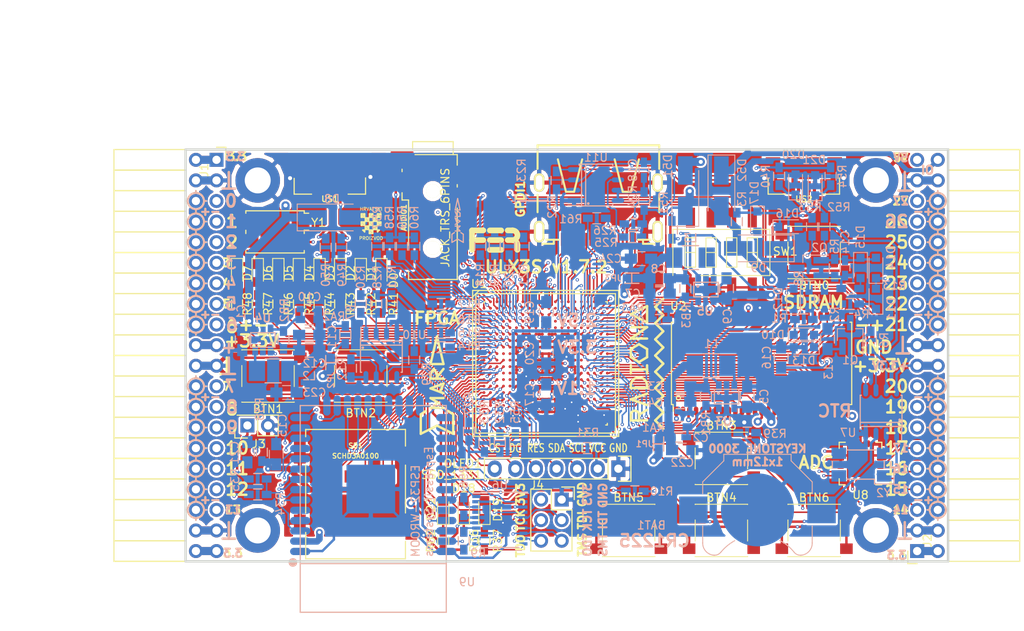
<source format=kicad_pcb>
(kicad_pcb (version 4) (host pcbnew 4.0.7+dfsg1-1)
  (layers (0 F.Cu signal) (1 In1.Cu signal) (2 In2.Cu signal) (31 B.Cu signal) (34 B.Paste user) (35 F.Paste user) (36 B.SilkS user) (37 F.SilkS user) (38 B.Mask user) (39 F.Mask user) (44 Edge.Cuts user))
  (net 0 "")
  (net 1 GND)
  (net 2 +5V)
  (net 3 /gpio/IN5V)
  (net 4 /gpio/OUT5V)
  (net 5 +3V3)
  (net 6 BTN_D)
  (net 7 BTN_F1)
  (net 8 BTN_F2)
  (net 9 BTN_L)
  (net 10 BTN_R)
  (net 11 BTN_U)
  (net 12 /power/FB1)
  (net 13 +2V5)
  (net 14 /power/PWREN)
  (net 15 /power/FB3)
  (net 16 /power/FB2)
  (net 17 "Net-(D9-Pad1)")
  (net 18 /power/VBAT)
  (net 19 JTAG_TDI)
  (net 20 JTAG_TCK)
  (net 21 JTAG_TMS)
  (net 22 JTAG_TDO)
  (net 23 /power/WAKEUPn)
  (net 24 /power/WKUP)
  (net 25 /power/SHUT)
  (net 26 /power/WAKE)
  (net 27 /power/HOLD)
  (net 28 /power/WKn)
  (net 29 /power/OSCI_32k)
  (net 30 /power/OSCO_32k)
  (net 31 "Net-(Q2-Pad3)")
  (net 32 SHUTDOWN)
  (net 33 /analog/AUDIO_L)
  (net 34 /analog/AUDIO_R)
  (net 35 GPDI_5V_SCL)
  (net 36 GPDI_5V_SDA)
  (net 37 GPDI_SDA)
  (net 38 GPDI_SCL)
  (net 39 /gpdi/VREF2)
  (net 40 SD_CMD)
  (net 41 SD_CLK)
  (net 42 SD_D0)
  (net 43 SD_D1)
  (net 44 USB5V)
  (net 45 GPDI_CEC)
  (net 46 nRESET)
  (net 47 FTDI_nDTR)
  (net 48 SDRAM_CKE)
  (net 49 SDRAM_A7)
  (net 50 SDRAM_D15)
  (net 51 SDRAM_BA1)
  (net 52 SDRAM_D7)
  (net 53 SDRAM_A6)
  (net 54 SDRAM_CLK)
  (net 55 SDRAM_D13)
  (net 56 SDRAM_BA0)
  (net 57 SDRAM_D6)
  (net 58 SDRAM_A5)
  (net 59 SDRAM_D14)
  (net 60 SDRAM_A11)
  (net 61 SDRAM_D12)
  (net 62 SDRAM_D5)
  (net 63 SDRAM_A4)
  (net 64 SDRAM_A10)
  (net 65 SDRAM_D11)
  (net 66 SDRAM_A3)
  (net 67 SDRAM_D4)
  (net 68 SDRAM_D10)
  (net 69 SDRAM_D9)
  (net 70 SDRAM_A9)
  (net 71 SDRAM_D3)
  (net 72 SDRAM_D8)
  (net 73 SDRAM_A8)
  (net 74 SDRAM_A2)
  (net 75 SDRAM_A1)
  (net 76 SDRAM_A0)
  (net 77 SDRAM_D2)
  (net 78 SDRAM_D1)
  (net 79 SDRAM_D0)
  (net 80 SDRAM_DQM0)
  (net 81 SDRAM_nCS)
  (net 82 SDRAM_nRAS)
  (net 83 SDRAM_DQM1)
  (net 84 SDRAM_nCAS)
  (net 85 SDRAM_nWE)
  (net 86 /flash/FLASH_nWP)
  (net 87 /flash/FLASH_nHOLD)
  (net 88 /flash/FLASH_MOSI)
  (net 89 /flash/FLASH_MISO)
  (net 90 /flash/FLASH_SCK)
  (net 91 /flash/FLASH_nCS)
  (net 92 /flash/FPGA_PROGRAMN)
  (net 93 /flash/FPGA_DONE)
  (net 94 /flash/FPGA_INITN)
  (net 95 OLED_RES)
  (net 96 OLED_DC)
  (net 97 OLED_CS)
  (net 98 WIFI_EN)
  (net 99 FTDI_nRTS)
  (net 100 FTDI_TXD)
  (net 101 FTDI_RXD)
  (net 102 WIFI_RXD)
  (net 103 WIFI_GPIO0)
  (net 104 WIFI_TXD)
  (net 105 GPDI_ETH-)
  (net 106 GPDI_ETH+)
  (net 107 GPDI_D2+)
  (net 108 GPDI_D2-)
  (net 109 GPDI_D1+)
  (net 110 GPDI_D1-)
  (net 111 GPDI_D0+)
  (net 112 GPDI_D0-)
  (net 113 GPDI_CLK+)
  (net 114 GPDI_CLK-)
  (net 115 USB_FTDI_D+)
  (net 116 USB_FTDI_D-)
  (net 117 J1_17-)
  (net 118 J1_17+)
  (net 119 J1_23-)
  (net 120 J1_23+)
  (net 121 J1_25-)
  (net 122 J1_25+)
  (net 123 J1_27-)
  (net 124 J1_27+)
  (net 125 J1_29-)
  (net 126 J1_29+)
  (net 127 J1_31-)
  (net 128 J1_31+)
  (net 129 J1_33-)
  (net 130 J1_33+)
  (net 131 J1_35-)
  (net 132 J1_35+)
  (net 133 J2_5-)
  (net 134 J2_5+)
  (net 135 J2_7-)
  (net 136 J2_7+)
  (net 137 J2_9-)
  (net 138 J2_9+)
  (net 139 J2_13-)
  (net 140 J2_13+)
  (net 141 J2_17-)
  (net 142 J2_17+)
  (net 143 J2_11-)
  (net 144 J2_11+)
  (net 145 J2_23-)
  (net 146 J2_23+)
  (net 147 J1_5-)
  (net 148 J1_5+)
  (net 149 J1_7-)
  (net 150 J1_7+)
  (net 151 J1_9-)
  (net 152 J1_9+)
  (net 153 J1_11-)
  (net 154 J1_11+)
  (net 155 J1_13-)
  (net 156 J1_13+)
  (net 157 J1_15-)
  (net 158 J1_15+)
  (net 159 J2_15-)
  (net 160 J2_15+)
  (net 161 J2_25-)
  (net 162 J2_25+)
  (net 163 J2_27-)
  (net 164 J2_27+)
  (net 165 J2_29-)
  (net 166 J2_29+)
  (net 167 J2_31-)
  (net 168 J2_31+)
  (net 169 J2_33-)
  (net 170 J2_33+)
  (net 171 J2_35-)
  (net 172 J2_35+)
  (net 173 SD_D3)
  (net 174 AUDIO_L3)
  (net 175 AUDIO_L2)
  (net 176 AUDIO_L1)
  (net 177 AUDIO_L0)
  (net 178 AUDIO_R3)
  (net 179 AUDIO_R2)
  (net 180 AUDIO_R1)
  (net 181 AUDIO_R0)
  (net 182 OLED_CLK)
  (net 183 OLED_MOSI)
  (net 184 LED0)
  (net 185 LED1)
  (net 186 LED2)
  (net 187 LED3)
  (net 188 LED4)
  (net 189 LED5)
  (net 190 LED6)
  (net 191 LED7)
  (net 192 BTN_PWRn)
  (net 193 FTDI_nTXLED)
  (net 194 FTDI_nSLEEP)
  (net 195 /blinkey/LED_PWREN)
  (net 196 /blinkey/LED_TXLED)
  (net 197 FT3V3)
  (net 198 /sdcard/SD3V3)
  (net 199 SD_D2)
  (net 200 CLK_25MHz)
  (net 201 /blinkey/BTNPUL)
  (net 202 /blinkey/BTNPUR)
  (net 203 USB_FPGA_D+)
  (net 204 /power/FTDI_nSUSPEND)
  (net 205 /blinkey/ALED0)
  (net 206 /blinkey/ALED1)
  (net 207 /blinkey/ALED2)
  (net 208 /blinkey/ALED3)
  (net 209 /blinkey/ALED4)
  (net 210 /blinkey/ALED5)
  (net 211 /blinkey/ALED6)
  (net 212 /blinkey/ALED7)
  (net 213 /usb/FTD-)
  (net 214 /usb/FTD+)
  (net 215 ADC_MISO)
  (net 216 ADC_MOSI)
  (net 217 ADC_CSn)
  (net 218 ADC_SCLK)
  (net 219 SW3)
  (net 220 SW2)
  (net 221 SW1)
  (net 222 USB_FPGA_D-)
  (net 223 /usb/FPD+)
  (net 224 /usb/FPD-)
  (net 225 WIFI_GPIO16)
  (net 226 WIFI_GPIO15)
  (net 227 /usb/ANT_433MHz)
  (net 228 /power/PWRBTn)
  (net 229 PROG_DONE)
  (net 230 /power/P3V3)
  (net 231 /power/P2V5)
  (net 232 /power/L1)
  (net 233 /power/L3)
  (net 234 /power/L2)
  (net 235 FTDI_TXDEN)
  (net 236 /wifi/WIFIOFF)
  (net 237 SDRAM_A12)
  (net 238 /analog/AUDIO_V)
  (net 239 AUDIO_V3)
  (net 240 AUDIO_V2)
  (net 241 AUDIO_V1)
  (net 242 AUDIO_V0)
  (net 243 /gpdi/FPGA_CEC)
  (net 244 /blinkey/LED_WIFI)
  (net 245 WIFI_GPIO2)
  (net 246 /power/P1V1)
  (net 247 +1V1)
  (net 248 SW4)
  (net 249 /blinkey/SWPU)
  (module Socket_Strips:Socket_Strip_Angled_2x20 (layer F.Cu) (at 97.91 62.69 270)
    (fp_text reference J1 (at 1.27 1.524 270) (layer F.SilkS))
    (fp_text value CONN_02X20 hide)
    (pad 1 thru_hole rect (at 0 0 270) (size 1.7272 1.7272) (drill 1.016) (layers *.Cu *.Mask) (net 5 +3V3))
    (pad 2 thru_hole oval (at 0 2.54 270) (size 1.7272 1.7272) (drill 1.016) (layers *.Cu *.Mask) (net 5 +3V3))
    (pad 3 thru_hole oval (at 2.54 0 270) (size 1.7272 1.7272) (drill 1.016) (layers *.Cu *.Mask) (net 1 GND))
    (pad 4 thru_hole oval (at 2.54 2.54 270) (size 1.7272 1.7272) (drill 1.016) (layers *.Cu *.Mask) (net 1 GND))
    (pad 5 thru_hole oval (at 5.08 0 270) (size 1.7272 1.7272) (drill 1.016) (layers *.Cu *.Mask) (net 147 J1_5-))
    (pad 6 thru_hole oval (at 5.08 2.54 270) (size 1.7272 1.7272) (drill 1.016) (layers *.Cu *.Mask) (net 148 J1_5+))
    (pad 7 thru_hole oval (at 7.62 0 270) (size 1.7272 1.7272) (drill 1.016) (layers *.Cu *.Mask) (net 149 J1_7-))
    (pad 8 thru_hole oval (at 7.62 2.54 270) (size 1.7272 1.7272) (drill 1.016) (layers *.Cu *.Mask) (net 150 J1_7+))
    (pad 9 thru_hole oval (at 10.16 0 270) (size 1.7272 1.7272) (drill 1.016) (layers *.Cu *.Mask) (net 151 J1_9-))
    (pad 10 thru_hole oval (at 10.16 2.54 270) (size 1.7272 1.7272) (drill 1.016) (layers *.Cu *.Mask) (net 152 J1_9+))
    (pad 11 thru_hole oval (at 12.7 0 270) (size 1.7272 1.7272) (drill 1.016) (layers *.Cu *.Mask) (net 153 J1_11-))
    (pad 12 thru_hole oval (at 12.7 2.54 270) (size 1.7272 1.7272) (drill 1.016) (layers *.Cu *.Mask) (net 154 J1_11+))
    (pad 13 thru_hole oval (at 15.24 0 270) (size 1.7272 1.7272) (drill 1.016) (layers *.Cu *.Mask) (net 155 J1_13-))
    (pad 14 thru_hole oval (at 15.24 2.54 270) (size 1.7272 1.7272) (drill 1.016) (layers *.Cu *.Mask) (net 156 J1_13+))
    (pad 15 thru_hole oval (at 17.78 0 270) (size 1.7272 1.7272) (drill 1.016) (layers *.Cu *.Mask) (net 157 J1_15-))
    (pad 16 thru_hole oval (at 17.78 2.54 270) (size 1.7272 1.7272) (drill 1.016) (layers *.Cu *.Mask) (net 158 J1_15+))
    (pad 17 thru_hole oval (at 20.32 0 270) (size 1.7272 1.7272) (drill 1.016) (layers *.Cu *.Mask) (net 117 J1_17-))
    (pad 18 thru_hole oval (at 20.32 2.54 270) (size 1.7272 1.7272) (drill 1.016) (layers *.Cu *.Mask) (net 118 J1_17+))
    (pad 19 thru_hole oval (at 22.86 0 270) (size 1.7272 1.7272) (drill 1.016) (layers *.Cu *.Mask) (net 5 +3V3))
    (pad 20 thru_hole oval (at 22.86 2.54 270) (size 1.7272 1.7272) (drill 1.016) (layers *.Cu *.Mask) (net 5 +3V3))
    (pad 21 thru_hole oval (at 25.4 0 270) (size 1.7272 1.7272) (drill 1.016) (layers *.Cu *.Mask) (net 1 GND))
    (pad 22 thru_hole oval (at 25.4 2.54 270) (size 1.7272 1.7272) (drill 1.016) (layers *.Cu *.Mask) (net 1 GND))
    (pad 23 thru_hole oval (at 27.94 0 270) (size 1.7272 1.7272) (drill 1.016) (layers *.Cu *.Mask) (net 119 J1_23-))
    (pad 24 thru_hole oval (at 27.94 2.54 270) (size 1.7272 1.7272) (drill 1.016) (layers *.Cu *.Mask) (net 120 J1_23+))
    (pad 25 thru_hole oval (at 30.48 0 270) (size 1.7272 1.7272) (drill 1.016) (layers *.Cu *.Mask) (net 121 J1_25-))
    (pad 26 thru_hole oval (at 30.48 2.54 270) (size 1.7272 1.7272) (drill 1.016) (layers *.Cu *.Mask) (net 122 J1_25+))
    (pad 27 thru_hole oval (at 33.02 0 270) (size 1.7272 1.7272) (drill 1.016) (layers *.Cu *.Mask) (net 123 J1_27-))
    (pad 28 thru_hole oval (at 33.02 2.54 270) (size 1.7272 1.7272) (drill 1.016) (layers *.Cu *.Mask) (net 124 J1_27+))
    (pad 29 thru_hole oval (at 35.56 0 270) (size 1.7272 1.7272) (drill 1.016) (layers *.Cu *.Mask) (net 125 J1_29-))
    (pad 30 thru_hole oval (at 35.56 2.54 270) (size 1.7272 1.7272) (drill 1.016) (layers *.Cu *.Mask) (net 126 J1_29+))
    (pad 31 thru_hole oval (at 38.1 0 270) (size 1.7272 1.7272) (drill 1.016) (layers *.Cu *.Mask) (net 127 J1_31-))
    (pad 32 thru_hole oval (at 38.1 2.54 270) (size 1.7272 1.7272) (drill 1.016) (layers *.Cu *.Mask) (net 128 J1_31+))
    (pad 33 thru_hole oval (at 40.64 0 270) (size 1.7272 1.7272) (drill 1.016) (layers *.Cu *.Mask) (net 129 J1_33-))
    (pad 34 thru_hole oval (at 40.64 2.54 270) (size 1.7272 1.7272) (drill 1.016) (layers *.Cu *.Mask) (net 130 J1_33+))
    (pad 35 thru_hole oval (at 43.18 0 270) (size 1.7272 1.7272) (drill 1.016) (layers *.Cu *.Mask) (net 131 J1_35-))
    (pad 36 thru_hole oval (at 43.18 2.54 270) (size 1.7272 1.7272) (drill 1.016) (layers *.Cu *.Mask) (net 132 J1_35+))
    (pad 37 thru_hole oval (at 45.72 0 270) (size 1.7272 1.7272) (drill 1.016) (layers *.Cu *.Mask) (net 1 GND))
    (pad 38 thru_hole oval (at 45.72 2.54 270) (size 1.7272 1.7272) (drill 1.016) (layers *.Cu *.Mask) (net 1 GND))
    (pad 39 thru_hole oval (at 48.26 0 270) (size 1.7272 1.7272) (drill 1.016) (layers *.Cu *.Mask) (net 5 +3V3))
    (pad 40 thru_hole oval (at 48.26 2.54 270) (size 1.7272 1.7272) (drill 1.016) (layers *.Cu *.Mask) (net 5 +3V3))
  )
  (module SMD_Packages:1Pin (layer F.Cu) (at 182.67515 111.637626)
    (fp_text reference AE1 hide)
    (fp_text value 433MHz hide)
    (pad 1 smd rect (at 0 0) (size 0.5 0.5) (layers B.Cu F.Paste F.Mask) (net 227 /usb/ANT_433MHz))
  )
  (module Resistors_SMD:R_0603_HandSoldering (layer B.Cu) (at 103.498 98.758 90)
    (fp_text reference R38 (at 5.334 -0.254 90) (layer B.SilkS) (effects (justify mirror)))
    (fp_text value 0.47)
    (pad 1 smd rect (at -1.1 0 90) (size 1.2 0.9) (layers B.Cu B.Paste B.Mask) (net 198 /sdcard/SD3V3))
    (pad 2 smd rect (at 1.1 0 90) (size 1.2 0.9) (layers B.Cu B.Paste B.Mask) (net 5 +3V3))
  )
  (module jumper:SOLDER-JUMPER_1-WAY (layer B.Cu) (at 152.393 97.742 270)
    (fp_text reference JP1 (at 0 1.778 360) (layer B.SilkS) (effects (font (size 0.762 0.762) (thickness 0.1524)) (justify mirror)))
    (fp_text value 1.2 hide)
    (pad 1 smd rect (at -0.6 0 270) (size 1 1) (layers B.Cu B.Paste B.Mask) (net 246 /power/P1V1))
    (pad 2 smd rect (at 0.6 0 270) (size 1 1) (layers B.Cu B.Paste B.Mask) (net 247 +1V1))
  )
  (module Diodes_SMD:D_SMA_Handsoldering (layer B.Cu) (at 155.695 66.5 90)
    (fp_text reference D51 (at 3.048 -2.159 90) (layer B.SilkS) (effects (justify mirror)))
    (fp_text value STPS2L30AF hide)
    (pad 1 smd rect (at -2.5 0 90) (size 3.5 1.8) (layers B.Cu B.Paste B.Mask) (net 2 +5V))
    (pad 2 smd rect (at 2.5 0 90) (size 3.5 1.8) (layers B.Cu B.Paste B.Mask) (net 3 /gpio/IN5V))
  )
  (module Resistors_SMD:R_0603_HandSoldering (layer B.Cu) (at 154.044 71.326 90)
    (fp_text reference R51 (at 3.302 -1.016 90) (layer B.SilkS) (effects (justify mirror)))
    (fp_text value 150)
    (pad 1 smd rect (at -1.1 0 90) (size 1.2 0.9) (layers B.Cu B.Paste B.Mask) (net 5 +3V3))
    (pad 2 smd rect (at 1.1 0 90) (size 1.2 0.9) (layers B.Cu B.Paste B.Mask) (net 249 /blinkey/SWPU))
  )
  (module Resistors_SMD:R_1210_HandSoldering (layer B.Cu) (at 158.87 88.09 180)
    (fp_text reference L1 (at 0 2.7 180) (layer B.SilkS) (effects (justify mirror)))
    (fp_text value 2.2uH)
    (pad 1 smd rect (at -2 0 180) (size 2 2.5) (layers B.Cu B.Paste B.Mask) (net 232 /power/L1))
    (pad 2 smd rect (at 2 0 180) (size 2 2.5) (layers B.Cu B.Paste B.Mask) (net 246 /power/P1V1))
  )
  (module TSOT-25:TSOT-25 (layer B.Cu) (at 160.775 91.9)
    (fp_text reference U3 (at -0.381 3.048) (layer B.SilkS) (effects (font (thickness 0.2)) (justify mirror)))
    (fp_text value DIO6015)
    (pad 1 smd rect (at -0.95 -1.3) (size 0.7 1.2) (layers B.Cu B.Paste B.Mask) (net 14 /power/PWREN))
    (pad 2 smd rect (at 0 -1.3) (size 0.7 1.2) (layers B.Cu B.Paste B.Mask) (net 1 GND))
    (pad 3 smd rect (at 0.95 -1.3) (size 0.7 1.2) (layers B.Cu B.Paste B.Mask) (net 232 /power/L1))
    (pad 4 smd rect (at 0.95 1.3) (size 0.7 1.2) (layers B.Cu B.Paste B.Mask) (net 2 +5V))
    (pad 5 smd rect (at -0.95 1.3) (size 0.7 1.2) (layers B.Cu B.Paste B.Mask) (net 12 /power/FB1))
  )
  (module Resistors_SMD:R_1210_HandSoldering (layer B.Cu) (at 104.895 88.725)
    (fp_text reference L2 (at 4.445 0.635) (layer B.SilkS) (effects (justify mirror)))
    (fp_text value 2.2uH)
    (pad 1 smd rect (at -2 0) (size 2 2.5) (layers B.Cu B.Paste B.Mask) (net 234 /power/L2))
    (pad 2 smd rect (at 2 0) (size 2 2.5) (layers B.Cu B.Paste B.Mask) (net 231 /power/P2V5))
  )
  (module TSOT-25:TSOT-25 (layer B.Cu) (at 103.625 84.915 180)
    (fp_text reference U4 (at 0 2.697 180) (layer B.SilkS) (effects (font (thickness 0.2)) (justify mirror)))
    (fp_text value LX7172)
    (pad 1 smd rect (at -0.95 -1.3 180) (size 0.7 1.2) (layers B.Cu B.Paste B.Mask) (net 14 /power/PWREN))
    (pad 2 smd rect (at 0 -1.3 180) (size 0.7 1.2) (layers B.Cu B.Paste B.Mask) (net 1 GND))
    (pad 3 smd rect (at 0.95 -1.3 180) (size 0.7 1.2) (layers B.Cu B.Paste B.Mask) (net 234 /power/L2))
    (pad 4 smd rect (at 0.95 1.3 180) (size 0.7 1.2) (layers B.Cu B.Paste B.Mask) (net 2 +5V))
    (pad 5 smd rect (at -0.95 1.3 180) (size 0.7 1.2) (layers B.Cu B.Paste B.Mask) (net 16 /power/FB2))
  )
  (module Resistors_SMD:R_1210_HandSoldering (layer B.Cu) (at 156.33 74.755 180)
    (fp_text reference L3 (at 0 2.413 180) (layer B.SilkS) (effects (justify mirror)))
    (fp_text value 2.2uH)
    (pad 1 smd rect (at -2 0 180) (size 2 2.5) (layers B.Cu B.Paste B.Mask) (net 233 /power/L3))
    (pad 2 smd rect (at 2 0 180) (size 2 2.5) (layers B.Cu B.Paste B.Mask) (net 230 /power/P3V3))
  )
  (module TSOT-25:TSOT-25 (layer B.Cu) (at 158.235 78.692)
    (fp_text reference U5 (at -0.127 2.667) (layer B.SilkS) (effects (font (thickness 0.2)) (justify mirror)))
    (fp_text value TLV62569DBV)
    (pad 1 smd rect (at -0.95 -1.3) (size 0.7 1.2) (layers B.Cu B.Paste B.Mask) (net 14 /power/PWREN))
    (pad 2 smd rect (at 0 -1.3) (size 0.7 1.2) (layers B.Cu B.Paste B.Mask) (net 1 GND))
    (pad 3 smd rect (at 0.95 -1.3) (size 0.7 1.2) (layers B.Cu B.Paste B.Mask) (net 233 /power/L3))
    (pad 4 smd rect (at 0.95 1.3) (size 0.7 1.2) (layers B.Cu B.Paste B.Mask) (net 2 +5V))
    (pad 5 smd rect (at -0.95 1.3) (size 0.7 1.2) (layers B.Cu B.Paste B.Mask) (net 15 /power/FB3))
  )
  (module Capacitors_SMD:C_0805_HandSoldering (layer B.Cu) (at 101.085 84.915 270)
    (fp_text reference C1 (at -3.429 0.127 270) (layer B.SilkS) (effects (justify mirror)))
    (fp_text value 22uF)
    (pad 1 smd rect (at -1.25 0 270) (size 1.5 1.25) (layers B.Cu B.Paste B.Mask) (net 2 +5V))
    (pad 2 smd rect (at 1.25 0 270) (size 1.5 1.25) (layers B.Cu B.Paste B.Mask) (net 1 GND))
  )
  (module Capacitors_SMD:C_0805_HandSoldering (layer B.Cu) (at 155.06 90.63)
    (fp_text reference C3 (at -3.048 0) (layer B.SilkS) (effects (justify mirror)))
    (fp_text value 22uF)
    (pad 1 smd rect (at -1.25 0) (size 1.5 1.25) (layers B.Cu B.Paste B.Mask) (net 246 /power/P1V1))
    (pad 2 smd rect (at 1.25 0) (size 1.5 1.25) (layers B.Cu B.Paste B.Mask) (net 1 GND))
  )
  (module Capacitors_SMD:C_0805_HandSoldering (layer B.Cu) (at 155.06 92.535)
    (fp_text reference C4 (at -3.048 0.127) (layer B.SilkS) (effects (justify mirror)))
    (fp_text value 22uF)
    (pad 1 smd rect (at -1.25 0) (size 1.5 1.25) (layers B.Cu B.Paste B.Mask) (net 246 /power/P1V1))
    (pad 2 smd rect (at 1.25 0) (size 1.5 1.25) (layers B.Cu B.Paste B.Mask) (net 1 GND))
  )
  (module Capacitors_SMD:C_0805_HandSoldering (layer B.Cu) (at 163.315 91.9 90)
    (fp_text reference C5 (at 0 2.1 90) (layer B.SilkS) (effects (justify mirror)))
    (fp_text value 22uF)
    (pad 1 smd rect (at -1.25 0 90) (size 1.5 1.25) (layers B.Cu B.Paste B.Mask) (net 2 +5V))
    (pad 2 smd rect (at 1.25 0 90) (size 1.5 1.25) (layers B.Cu B.Paste B.Mask) (net 1 GND))
  )
  (module Capacitors_SMD:C_0805_HandSoldering (layer B.Cu) (at 152.52 79.2)
    (fp_text reference C7 (at -3.302 0) (layer B.SilkS) (effects (justify mirror)))
    (fp_text value 22uF)
    (pad 1 smd rect (at -1.25 0) (size 1.5 1.25) (layers B.Cu B.Paste B.Mask) (net 230 /power/P3V3))
    (pad 2 smd rect (at 1.25 0) (size 1.5 1.25) (layers B.Cu B.Paste B.Mask) (net 1 GND))
  )
  (module Capacitors_SMD:C_0805_HandSoldering (layer B.Cu) (at 152.52 77.295)
    (fp_text reference C8 (at -0.127 -1.143) (layer B.SilkS) (effects (justify mirror)))
    (fp_text value 22uF)
    (pad 1 smd rect (at -1.25 0) (size 1.5 1.25) (layers B.Cu B.Paste B.Mask) (net 230 /power/P3V3))
    (pad 2 smd rect (at 1.25 0) (size 1.5 1.25) (layers B.Cu B.Paste B.Mask) (net 1 GND))
  )
  (module Capacitors_SMD:C_0805_HandSoldering (layer B.Cu) (at 160.775 78.565 90)
    (fp_text reference C9 (at -3.429 0.127 90) (layer B.SilkS) (effects (justify mirror)))
    (fp_text value 22uF)
    (pad 1 smd rect (at -1.25 0 90) (size 1.5 1.25) (layers B.Cu B.Paste B.Mask) (net 2 +5V))
    (pad 2 smd rect (at 1.25 0 90) (size 1.5 1.25) (layers B.Cu B.Paste B.Mask) (net 1 GND))
  )
  (module Capacitors_SMD:C_0805_HandSoldering (layer B.Cu) (at 109.34 84.28 180)
    (fp_text reference C11 (at -2.794 -0.254 270) (layer B.SilkS) (effects (justify mirror)))
    (fp_text value 22uF)
    (pad 1 smd rect (at -1.25 0 180) (size 1.5 1.25) (layers B.Cu B.Paste B.Mask) (net 231 /power/P2V5))
    (pad 2 smd rect (at 1.25 0 180) (size 1.5 1.25) (layers B.Cu B.Paste B.Mask) (net 1 GND))
  )
  (module Capacitors_SMD:C_0805_HandSoldering (layer B.Cu) (at 109.34 86.185 180)
    (fp_text reference C12 (at -0.635 -1.615 360) (layer B.SilkS) (effects (justify mirror)))
    (fp_text value 22uF)
    (pad 1 smd rect (at -1.25 0 180) (size 1.5 1.25) (layers B.Cu B.Paste B.Mask) (net 231 /power/P2V5))
    (pad 2 smd rect (at 1.25 0 180) (size 1.5 1.25) (layers B.Cu B.Paste B.Mask) (net 1 GND))
  )
  (module Capacitors_SMD:C_0805_HandSoldering (layer B.Cu) (at 173.221 84.788 90)
    (fp_text reference C13 (at -3.556 0.127 90) (layer B.SilkS) (effects (justify mirror)))
    (fp_text value 2.2uF)
    (pad 1 smd rect (at -1.25 0 90) (size 1.5 1.25) (layers B.Cu B.Paste B.Mask) (net 2 +5V))
    (pad 2 smd rect (at 1.25 0 90) (size 1.5 1.25) (layers B.Cu B.Paste B.Mask) (net 24 /power/WKUP))
  )
  (module TO_SOT_Packages_SMD:SOT-23_Handsoldering (layer B.Cu) (at 176.015 84.28 90)
    (fp_text reference Q1 (at -3.1115 0 180) (layer B.SilkS) (effects (justify mirror)))
    (fp_text value BC857)
    (pad 1 smd rect (at -1.5 0.95 90) (size 1.9 0.8) (layers B.Cu B.Paste B.Mask) (net 28 /power/WKn))
    (pad 2 smd rect (at -1.5 -0.95 90) (size 1.9 0.8) (layers B.Cu B.Paste B.Mask) (net 2 +5V))
    (pad 3 smd rect (at 1.5 0 90) (size 1.9 0.8) (layers B.Cu B.Paste B.Mask) (net 24 /power/WKUP))
  )
  (module TO_SOT_Packages_SMD:SOT-23_Handsoldering (layer B.Cu) (at 170.935 76.025 180)
    (fp_text reference Q2 (at -1.295 2.5 180) (layer B.SilkS) (effects (justify mirror)))
    (fp_text value 2N7002)
    (pad 1 smd rect (at -1.5 0.95 180) (size 1.9 0.8) (layers B.Cu B.Paste B.Mask) (net 25 /power/SHUT))
    (pad 2 smd rect (at -1.5 -0.95 180) (size 1.9 0.8) (layers B.Cu B.Paste B.Mask) (net 1 GND))
    (pad 3 smd rect (at 1.5 0 180) (size 1.9 0.8) (layers B.Cu B.Paste B.Mask) (net 31 "Net-(Q2-Pad3)"))
  )
  (module Capacitors_SMD:C_0603_HandSoldering (layer B.Cu) (at 154.86 96.91)
    (fp_text reference C2 (at 2.74 0.07) (layer B.SilkS) (effects (justify mirror)))
    (fp_text value 470pF)
    (pad 1 smd rect (at -0.95 0) (size 1.2 0.75) (layers B.Cu B.Paste B.Mask) (net 246 /power/P1V1))
    (pad 2 smd rect (at 0.95 0) (size 1.2 0.75) (layers B.Cu B.Paste B.Mask) (net 12 /power/FB1))
  )
  (module Capacitors_SMD:C_0603_HandSoldering (layer B.Cu) (at 152.52 82.375)
    (fp_text reference C6 (at -2.794 0.127) (layer B.SilkS) (effects (justify mirror)))
    (fp_text value 470pF)
    (pad 1 smd rect (at -0.95 0) (size 1.2 0.75) (layers B.Cu B.Paste B.Mask) (net 230 /power/P3V3))
    (pad 2 smd rect (at 0.95 0) (size 1.2 0.75) (layers B.Cu B.Paste B.Mask) (net 15 /power/FB3))
  )
  (module Capacitors_SMD:C_0603_HandSoldering (layer B.Cu) (at 109.34 81.105 180)
    (fp_text reference C10 (at -0.04 1.505 180) (layer B.SilkS) (effects (justify mirror)))
    (fp_text value 470pF)
    (pad 1 smd rect (at -0.95 0 180) (size 1.2 0.75) (layers B.Cu B.Paste B.Mask) (net 231 /power/P2V5))
    (pad 2 smd rect (at 0.95 0 180) (size 1.2 0.75) (layers B.Cu B.Paste B.Mask) (net 16 /power/FB2))
  )
  (module Capacitors_SMD:C_0603_HandSoldering (layer B.Cu) (at 175.38 76.025 270)
    (fp_text reference C14 (at -3.175 0 270) (layer B.SilkS) (effects (justify mirror)))
    (fp_text value 100nF)
    (pad 1 smd rect (at -0.95 0 270) (size 1.2 0.75) (layers B.Cu B.Paste B.Mask) (net 25 /power/SHUT))
    (pad 2 smd rect (at 0.95 0 270) (size 1.2 0.75) (layers B.Cu B.Paste B.Mask) (net 1 GND))
  )
  (module Resistors_SMD:R_0603_HandSoldering (layer B.Cu) (at 170.3 82.375)
    (fp_text reference R1 (at -3.048 -0.127) (layer B.SilkS) (effects (justify mirror)))
    (fp_text value 15k)
    (pad 1 smd rect (at -1.1 0) (size 1.2 0.9) (layers B.Cu B.Paste B.Mask) (net 26 /power/WAKE))
    (pad 2 smd rect (at 1.1 0) (size 1.2 0.9) (layers B.Cu B.Paste B.Mask) (net 14 /power/PWREN))
  )
  (module Resistors_SMD:R_0603_HandSoldering (layer B.Cu) (at 172.84 79.835 90)
    (fp_text reference R2 (at -1.905 1.27 90) (layer B.SilkS) (effects (justify mirror)))
    (fp_text value 47k)
    (pad 1 smd rect (at -1.1 0 90) (size 1.2 0.9) (layers B.Cu B.Paste B.Mask) (net 14 /power/PWREN))
    (pad 2 smd rect (at 1.1 0 90) (size 1.2 0.9) (layers B.Cu B.Paste B.Mask) (net 1 GND))
  )
  (module Resistors_SMD:R_0603_HandSoldering (layer B.Cu) (at 176.015 80.47 180)
    (fp_text reference R4 (at -1.397 -1.27 360) (layer B.SilkS) (effects (justify mirror)))
    (fp_text value 15k)
    (pad 1 smd rect (at -1.1 0 180) (size 1.2 0.9) (layers B.Cu B.Paste B.Mask) (net 27 /power/HOLD))
    (pad 2 smd rect (at 1.1 0 180) (size 1.2 0.9) (layers B.Cu B.Paste B.Mask) (net 14 /power/PWREN))
  )
  (module Resistors_SMD:R_0603_HandSoldering (layer B.Cu) (at 174.11 76.025 270)
    (fp_text reference R5 (at -2.667 0 270) (layer B.SilkS) (effects (justify mirror)))
    (fp_text value 4.7M)
    (pad 1 smd rect (at -1.1 0 270) (size 1.2 0.9) (layers B.Cu B.Paste B.Mask) (net 25 /power/SHUT))
    (pad 2 smd rect (at 1.1 0 270) (size 1.2 0.9) (layers B.Cu B.Paste B.Mask) (net 1 GND))
  )
  (module Resistors_SMD:R_0603_HandSoldering (layer B.Cu) (at 178.555 84.915 270)
    (fp_text reference R6 (at 0 -1.651 270) (layer B.SilkS) (effects (justify mirror)))
    (fp_text value 1k)
    (pad 1 smd rect (at -1.1 0 270) (size 1.2 0.9) (layers B.Cu B.Paste B.Mask) (net 28 /power/WKn))
    (pad 2 smd rect (at 1.1 0 270) (size 1.2 0.9) (layers B.Cu B.Paste B.Mask) (net 23 /power/WAKEUPn))
  )
  (module Resistors_SMD:R_0603_HandSoldering (layer B.Cu) (at 113.785 84.28 270)
    (fp_text reference R7 (at -2.794 -0.635 270) (layer B.SilkS) (effects (justify mirror)))
    (fp_text value 150)
    (pad 1 smd rect (at -1.1 0 270) (size 1.2 0.9) (layers B.Cu B.Paste B.Mask) (net 5 +3V3))
    (pad 2 smd rect (at 1.1 0 270) (size 1.2 0.9) (layers B.Cu B.Paste B.Mask) (net 201 /blinkey/BTNPUL))
  )
  (module Resistors_SMD:R_0603_HandSoldering (layer B.Cu) (at 170.935 79.835 90)
    (fp_text reference R8 (at 2.54 -1.27 90) (layer B.SilkS) (effects (justify mirror)))
    (fp_text value 1k)
    (pad 1 smd rect (at -1.1 0 90) (size 1.2 0.9) (layers B.Cu B.Paste B.Mask) (net 14 /power/PWREN))
    (pad 2 smd rect (at 1.1 0 90) (size 1.2 0.9) (layers B.Cu B.Paste B.Mask) (net 31 "Net-(Q2-Pad3)"))
  )
  (module Resistors_SMD:R_0603_HandSoldering (layer B.Cu) (at 128.39 109.68 270)
    (fp_text reference R9 (at 1.524 -1.778 360) (layer B.SilkS) (effects (justify mirror)))
    (fp_text value 15k)
    (pad 1 smd rect (at -1.1 0 270) (size 1.2 0.9) (layers B.Cu B.Paste B.Mask) (net 46 nRESET))
    (pad 2 smd rect (at 1.1 0 270) (size 1.2 0.9) (layers B.Cu B.Paste B.Mask) (net 197 FT3V3))
  )
  (module Resistors_SMD:R_0603_HandSoldering (layer B.Cu) (at 149.472 103.584 180)
    (fp_text reference R10 (at -3.302 0 180) (layer B.SilkS) (effects (justify mirror)))
    (fp_text value 150)
    (pad 1 smd rect (at -1.1 0 180) (size 1.2 0.9) (layers B.Cu B.Paste B.Mask) (net 204 /power/FTDI_nSUSPEND))
    (pad 2 smd rect (at 1.1 0 180) (size 1.2 0.9) (layers B.Cu B.Paste B.Mask) (net 194 FTDI_nSLEEP))
  )
  (module Resistors_SMD:R_0603_HandSoldering (layer B.Cu) (at 176.015 78.565 180)
    (fp_text reference R13 (at -5.461 0.381 180) (layer B.SilkS) (effects (justify mirror)))
    (fp_text value 15k)
    (pad 1 smd rect (at -1.1 0 180) (size 1.2 0.9) (layers B.Cu B.Paste B.Mask) (net 32 SHUTDOWN))
    (pad 2 smd rect (at 1.1 0 180) (size 1.2 0.9) (layers B.Cu B.Paste B.Mask) (net 1 GND))
  )
  (module Resistors_SMD:R_0603_HandSoldering (layer B.Cu) (at 154.86 95.64)
    (fp_text reference RA1 (at -3.102 0.07) (layer B.SilkS) (effects (justify mirror)))
    (fp_text value 15k)
    (pad 1 smd rect (at -1.1 0) (size 1.2 0.9) (layers B.Cu B.Paste B.Mask) (net 246 /power/P1V1))
    (pad 2 smd rect (at 1.1 0) (size 1.2 0.9) (layers B.Cu B.Paste B.Mask) (net 12 /power/FB1))
  )
  (module Resistors_SMD:R_0603_HandSoldering (layer B.Cu) (at 109.34 82.375 180)
    (fp_text reference RA2 (at -3.048 0.381 360) (layer B.SilkS) (effects (justify mirror)))
    (fp_text value 15k)
    (pad 1 smd rect (at -1.1 0 180) (size 1.2 0.9) (layers B.Cu B.Paste B.Mask) (net 231 /power/P2V5))
    (pad 2 smd rect (at 1.1 0 180) (size 1.2 0.9) (layers B.Cu B.Paste B.Mask) (net 16 /power/FB2))
  )
  (module Resistors_SMD:R_0603_HandSoldering (layer B.Cu) (at 152.52 81.105)
    (fp_text reference RA3 (at -3.302 -0.127) (layer B.SilkS) (effects (justify mirror)))
    (fp_text value 15k)
    (pad 1 smd rect (at -1.1 0) (size 1.2 0.9) (layers B.Cu B.Paste B.Mask) (net 230 /power/P3V3))
    (pad 2 smd rect (at 1.1 0) (size 1.2 0.9) (layers B.Cu B.Paste B.Mask) (net 15 /power/FB3))
  )
  (module Resistors_SMD:R_0603_HandSoldering (layer B.Cu) (at 158.235 91.9 270)
    (fp_text reference RB1 (at 3.302 0 270) (layer B.SilkS) (effects (justify mirror)))
    (fp_text value 18k)
    (pad 1 smd rect (at -1.1 0 270) (size 1.2 0.9) (layers B.Cu B.Paste B.Mask) (net 1 GND))
    (pad 2 smd rect (at 1.1 0 270) (size 1.2 0.9) (layers B.Cu B.Paste B.Mask) (net 12 /power/FB1))
  )
  (module Resistors_SMD:R_0603_HandSoldering (layer B.Cu) (at 106.165 84.915 90)
    (fp_text reference RB2 (at 3.683 0.127 90) (layer B.SilkS) (effects (justify mirror)))
    (fp_text value 4.7k)
    (pad 1 smd rect (at -1.1 0 90) (size 1.2 0.9) (layers B.Cu B.Paste B.Mask) (net 1 GND))
    (pad 2 smd rect (at 1.1 0 90) (size 1.2 0.9) (layers B.Cu B.Paste B.Mask) (net 16 /power/FB2))
  )
  (module Resistors_SMD:R_0603_HandSoldering (layer B.Cu) (at 155.695 78.565 270)
    (fp_text reference RB3 (at 3.429 -0.127 270) (layer B.SilkS) (effects (justify mirror)))
    (fp_text value 3.3k)
    (pad 1 smd rect (at -1.1 0 270) (size 1.2 0.9) (layers B.Cu B.Paste B.Mask) (net 1 GND))
    (pad 2 smd rect (at 1.1 0 270) (size 1.2 0.9) (layers B.Cu B.Paste B.Mask) (net 15 /power/FB3))
  )
  (module Resistors_SMD:R_0603_HandSoldering (layer B.Cu) (at 125.596 85.804 180)
    (fp_text reference R14 (at -3.47 0.127 180) (layer B.SilkS) (effects (justify mirror)))
    (fp_text value 1.2k)
    (pad 1 smd rect (at -1.1 0 180) (size 1.2 0.9) (layers B.Cu B.Paste B.Mask) (net 174 AUDIO_L3))
    (pad 2 smd rect (at 1.1 0 180) (size 1.2 0.9) (layers B.Cu B.Paste B.Mask) (net 33 /analog/AUDIO_L))
  )
  (module Resistors_SMD:R_0603_HandSoldering (layer B.Cu) (at 125.596 84.026 180)
    (fp_text reference R15 (at -3.47 -0.001 180) (layer B.SilkS) (effects (justify mirror)))
    (fp_text value 680)
    (pad 1 smd rect (at -1.1 0 180) (size 1.2 0.9) (layers B.Cu B.Paste B.Mask) (net 175 AUDIO_L2))
    (pad 2 smd rect (at 1.1 0 180) (size 1.2 0.9) (layers B.Cu B.Paste B.Mask) (net 33 /analog/AUDIO_L))
  )
  (module Resistors_SMD:R_0603_HandSoldering (layer B.Cu) (at 125.596 82.248 180)
    (fp_text reference R16 (at -3.47 -0.127 180) (layer B.SilkS) (effects (justify mirror)))
    (fp_text value 330)
    (pad 1 smd rect (at -1.1 0 180) (size 1.2 0.9) (layers B.Cu B.Paste B.Mask) (net 176 AUDIO_L1))
    (pad 2 smd rect (at 1.1 0 180) (size 1.2 0.9) (layers B.Cu B.Paste B.Mask) (net 33 /analog/AUDIO_L))
  )
  (module Resistors_SMD:R_0603_HandSoldering (layer B.Cu) (at 125.596 80.47 180)
    (fp_text reference R17 (at -3.47 0 180) (layer B.SilkS) (effects (justify mirror)))
    (fp_text value 150)
    (pad 1 smd rect (at -1.1 0 180) (size 1.2 0.9) (layers B.Cu B.Paste B.Mask) (net 177 AUDIO_L0))
    (pad 2 smd rect (at 1.1 0 180) (size 1.2 0.9) (layers B.Cu B.Paste B.Mask) (net 33 /analog/AUDIO_L))
  )
  (module Resistors_SMD:R_0603_HandSoldering (layer B.Cu) (at 130.422 73.358 90)
    (fp_text reference R18 (at -3.556 0 90) (layer B.SilkS) (effects (justify mirror)))
    (fp_text value 1.2k)
    (pad 1 smd rect (at -1.1 0 90) (size 1.2 0.9) (layers B.Cu B.Paste B.Mask) (net 178 AUDIO_R3))
    (pad 2 smd rect (at 1.1 0 90) (size 1.2 0.9) (layers B.Cu B.Paste B.Mask) (net 34 /analog/AUDIO_R))
  )
  (module Resistors_SMD:R_0603_HandSoldering (layer B.Cu) (at 132.2 73.358 90)
    (fp_text reference R19 (at -3.556 0 90) (layer B.SilkS) (effects (justify mirror)))
    (fp_text value 680)
    (pad 1 smd rect (at -1.1 0 90) (size 1.2 0.9) (layers B.Cu B.Paste B.Mask) (net 179 AUDIO_R2))
    (pad 2 smd rect (at 1.1 0 90) (size 1.2 0.9) (layers B.Cu B.Paste B.Mask) (net 34 /analog/AUDIO_R))
  )
  (module Resistors_SMD:R_0603_HandSoldering (layer B.Cu) (at 133.978 73.358 90)
    (fp_text reference R20 (at -3.556 0 90) (layer B.SilkS) (effects (justify mirror)))
    (fp_text value 330)
    (pad 1 smd rect (at -1.1 0 90) (size 1.2 0.9) (layers B.Cu B.Paste B.Mask) (net 180 AUDIO_R1))
    (pad 2 smd rect (at 1.1 0 90) (size 1.2 0.9) (layers B.Cu B.Paste B.Mask) (net 34 /analog/AUDIO_R))
  )
  (module Resistors_SMD:R_0603_HandSoldering (layer B.Cu) (at 135.756 73.358 90)
    (fp_text reference R21 (at -3.556 0 90) (layer B.SilkS) (effects (justify mirror)))
    (fp_text value 150)
    (pad 1 smd rect (at -1.1 0 90) (size 1.2 0.9) (layers B.Cu B.Paste B.Mask) (net 181 AUDIO_R0))
    (pad 2 smd rect (at 1.1 0 90) (size 1.2 0.9) (layers B.Cu B.Paste B.Mask) (net 34 /analog/AUDIO_R))
  )
  (module Capacitors_SMD:C_0603_HandSoldering (layer B.Cu) (at 150.5896 63.96 90)
    (fp_text reference C18 (at 0 -1.3716 90) (layer B.SilkS) (effects (justify mirror)))
    (fp_text value 470pF)
    (pad 1 smd rect (at -0.95 0 90) (size 1.2 0.75) (layers B.Cu B.Paste B.Mask) (net 39 /gpdi/VREF2))
    (pad 2 smd rect (at 0.95 0 90) (size 1.2 0.75) (layers B.Cu B.Paste B.Mask) (net 1 GND))
  )
  (module Socket_Strips:Socket_Strip_Angled_2x20 (layer F.Cu) (at 184.27 110.95 90)
    (fp_text reference J2 (at 1.27 1.27 90) (layer F.SilkS))
    (fp_text value CONN_02X20 hide)
    (pad 1 thru_hole rect (at 0 0 90) (size 1.7272 1.7272) (drill 1.016) (layers *.Cu *.Mask) (net 5 +3V3))
    (pad 2 thru_hole oval (at 0 2.54 90) (size 1.7272 1.7272) (drill 1.016) (layers *.Cu *.Mask) (net 5 +3V3))
    (pad 3 thru_hole oval (at 2.54 0 90) (size 1.7272 1.7272) (drill 1.016) (layers *.Cu *.Mask) (net 1 GND))
    (pad 4 thru_hole oval (at 2.54 2.54 90) (size 1.7272 1.7272) (drill 1.016) (layers *.Cu *.Mask) (net 1 GND))
    (pad 5 thru_hole oval (at 5.08 0 90) (size 1.7272 1.7272) (drill 1.016) (layers *.Cu *.Mask) (net 133 J2_5-))
    (pad 6 thru_hole oval (at 5.08 2.54 90) (size 1.7272 1.7272) (drill 1.016) (layers *.Cu *.Mask) (net 134 J2_5+))
    (pad 7 thru_hole oval (at 7.62 0 90) (size 1.7272 1.7272) (drill 1.016) (layers *.Cu *.Mask) (net 135 J2_7-))
    (pad 8 thru_hole oval (at 7.62 2.54 90) (size 1.7272 1.7272) (drill 1.016) (layers *.Cu *.Mask) (net 136 J2_7+))
    (pad 9 thru_hole oval (at 10.16 0 90) (size 1.7272 1.7272) (drill 1.016) (layers *.Cu *.Mask) (net 137 J2_9-))
    (pad 10 thru_hole oval (at 10.16 2.54 90) (size 1.7272 1.7272) (drill 1.016) (layers *.Cu *.Mask) (net 138 J2_9+))
    (pad 11 thru_hole oval (at 12.7 0 90) (size 1.7272 1.7272) (drill 1.016) (layers *.Cu *.Mask) (net 143 J2_11-))
    (pad 12 thru_hole oval (at 12.7 2.54 90) (size 1.7272 1.7272) (drill 1.016) (layers *.Cu *.Mask) (net 144 J2_11+))
    (pad 13 thru_hole oval (at 15.24 0 90) (size 1.7272 1.7272) (drill 1.016) (layers *.Cu *.Mask) (net 139 J2_13-))
    (pad 14 thru_hole oval (at 15.24 2.54 90) (size 1.7272 1.7272) (drill 1.016) (layers *.Cu *.Mask) (net 140 J2_13+))
    (pad 15 thru_hole oval (at 17.78 0 90) (size 1.7272 1.7272) (drill 1.016) (layers *.Cu *.Mask) (net 159 J2_15-))
    (pad 16 thru_hole oval (at 17.78 2.54 90) (size 1.7272 1.7272) (drill 1.016) (layers *.Cu *.Mask) (net 160 J2_15+))
    (pad 17 thru_hole oval (at 20.32 0 90) (size 1.7272 1.7272) (drill 1.016) (layers *.Cu *.Mask) (net 141 J2_17-))
    (pad 18 thru_hole oval (at 20.32 2.54 90) (size 1.7272 1.7272) (drill 1.016) (layers *.Cu *.Mask) (net 142 J2_17+))
    (pad 19 thru_hole oval (at 22.86 0 90) (size 1.7272 1.7272) (drill 1.016) (layers *.Cu *.Mask) (net 5 +3V3))
    (pad 20 thru_hole oval (at 22.86 2.54 90) (size 1.7272 1.7272) (drill 1.016) (layers *.Cu *.Mask) (net 5 +3V3))
    (pad 21 thru_hole oval (at 25.4 0 90) (size 1.7272 1.7272) (drill 1.016) (layers *.Cu *.Mask) (net 1 GND))
    (pad 22 thru_hole oval (at 25.4 2.54 90) (size 1.7272 1.7272) (drill 1.016) (layers *.Cu *.Mask) (net 1 GND))
    (pad 23 thru_hole oval (at 27.94 0 90) (size 1.7272 1.7272) (drill 1.016) (layers *.Cu *.Mask) (net 145 J2_23-))
    (pad 24 thru_hole oval (at 27.94 2.54 90) (size 1.7272 1.7272) (drill 1.016) (layers *.Cu *.Mask) (net 146 J2_23+))
    (pad 25 thru_hole oval (at 30.48 0 90) (size 1.7272 1.7272) (drill 1.016) (layers *.Cu *.Mask) (net 161 J2_25-))
    (pad 26 thru_hole oval (at 30.48 2.54 90) (size 1.7272 1.7272) (drill 1.016) (layers *.Cu *.Mask) (net 162 J2_25+))
    (pad 27 thru_hole oval (at 33.02 0 90) (size 1.7272 1.7272) (drill 1.016) (layers *.Cu *.Mask) (net 163 J2_27-))
    (pad 28 thru_hole oval (at 33.02 2.54 90) (size 1.7272 1.7272) (drill 1.016) (layers *.Cu *.Mask) (net 164 J2_27+))
    (pad 29 thru_hole oval (at 35.56 0 90) (size 1.7272 1.7272) (drill 1.016) (layers *.Cu *.Mask) (net 165 J2_29-))
    (pad 30 thru_hole oval (at 35.56 2.54 90) (size 1.7272 1.7272) (drill 1.016) (layers *.Cu *.Mask) (net 166 J2_29+))
    (pad 31 thru_hole oval (at 38.1 0 90) (size 1.7272 1.7272) (drill 1.016) (layers *.Cu *.Mask) (net 167 J2_31-))
    (pad 32 thru_hole oval (at 38.1 2.54 90) (size 1.7272 1.7272) (drill 1.016) (layers *.Cu *.Mask) (net 168 J2_31+))
    (pad 33 thru_hole oval (at 40.64 0 90) (size 1.7272 1.7272) (drill 1.016) (layers *.Cu *.Mask) (net 169 J2_33-))
    (pad 34 thru_hole oval (at 40.64 2.54 90) (size 1.7272 1.7272) (drill 1.016) (layers *.Cu *.Mask) (net 170 J2_33+))
    (pad 35 thru_hole oval (at 43.18 0 90) (size 1.7272 1.7272) (drill 1.016) (layers *.Cu *.Mask) (net 171 J2_35-))
    (pad 36 thru_hole oval (at 43.18 2.54 90) (size 1.7272 1.7272) (drill 1.016) (layers *.Cu *.Mask) (net 172 J2_35+))
    (pad 37 thru_hole oval (at 45.72 0 90) (size 1.7272 1.7272) (drill 1.016) (layers *.Cu *.Mask) (net 1 GND))
    (pad 38 thru_hole oval (at 45.72 2.54 90) (size 1.7272 1.7272) (drill 1.016) (layers *.Cu *.Mask) (net 1 GND))
    (pad 39 thru_hole oval (at 48.26 0 90) (size 1.7272 1.7272) (drill 1.016) (layers *.Cu *.Mask) (net 3 /gpio/IN5V))
    (pad 40 thru_hole oval (at 48.26 2.54 90) (size 1.7272 1.7272) (drill 1.016) (layers *.Cu *.Mask) (net 4 /gpio/OUT5V))
  )
  (module Mounting_Holes:MountingHole_3.2mm_M3_ISO14580_Pad (layer F.Cu) (at 102.99 108.41)
    (fp_text reference H1 hide)
    (fp_text value HOLE hide)
    (pad 1 thru_hole circle (at 0 0) (size 5.5 5.5) (drill 3.2) (layers *.Cu *.Mask) (net 1 GND))
  )
  (module Mounting_Holes:MountingHole_3.2mm_M3_ISO14580_Pad (layer F.Cu) (at 179.19 108.41)
    (fp_text reference H2 hide)
    (fp_text value HOLE hide)
    (pad 1 thru_hole circle (at 0 0) (size 5.5 5.5) (drill 3.2) (layers *.Cu *.Mask) (net 1 GND))
  )
  (module Mounting_Holes:MountingHole_3.2mm_M3_ISO14580_Pad (layer F.Cu) (at 179.19 65.23)
    (fp_text reference H3 hide)
    (fp_text value HOLE hide)
    (pad 1 thru_hole circle (at 0 0) (size 5.5 5.5) (drill 3.2) (layers *.Cu *.Mask) (net 1 GND))
  )
  (module Mounting_Holes:MountingHole_3.2mm_M3_ISO14580_Pad (layer F.Cu) (at 102.99 65.23)
    (fp_text reference H4 hide)
    (fp_text value HOLE hide)
    (pad 1 thru_hole circle (at 0 0) (size 5.5 5.5) (drill 3.2) (layers *.Cu *.Mask) (net 1 GND))
  )
  (module Resistors_SMD:R_0603_HandSoldering (layer B.Cu) (at 162.045 70.31 90)
    (fp_text reference R3 (at 2.794 0.635 90) (layer B.SilkS) (effects (justify mirror)))
    (fp_text value 4.7k)
    (pad 1 smd rect (at -1.1 0 90) (size 1.2 0.9) (layers B.Cu B.Paste B.Mask) (net 2 +5V))
    (pad 2 smd rect (at 1.1 0 90) (size 1.2 0.9) (layers B.Cu B.Paste B.Mask) (net 228 /power/PWRBTn))
  )
  (module Resistors_SMD:R_0603_HandSoldering (layer B.Cu) (at 139.82 65.23 90)
    (fp_text reference R22 (at -3.27 -0.54 90) (layer B.SilkS) (effects (justify mirror)))
    (fp_text value 2.2k)
    (pad 1 smd rect (at -1.1 0 90) (size 1.2 0.9) (layers B.Cu B.Paste B.Mask) (net 5 +3V3))
    (pad 2 smd rect (at 1.1 0 90) (size 1.2 0.9) (layers B.Cu B.Paste B.Mask) (net 37 GPDI_SDA))
  )
  (module Resistors_SMD:R_0603_HandSoldering (layer B.Cu) (at 135.375 67.432 90)
    (fp_text reference R23 (at 3.472 0.127 90) (layer B.SilkS) (effects (justify mirror)))
    (fp_text value 2.2k)
    (pad 1 smd rect (at -1.1 0 90) (size 1.2 0.9) (layers B.Cu B.Paste B.Mask) (net 5 +3V3))
    (pad 2 smd rect (at 1.1 0 90) (size 1.2 0.9) (layers B.Cu B.Paste B.Mask) (net 38 GPDI_SCL))
  )
  (module Resistors_SMD:R_0603_HandSoldering (layer B.Cu) (at 150.615 67.77 90)
    (fp_text reference R24 (at 0.508 -1.397 90) (layer B.SilkS) (effects (justify mirror)))
    (fp_text value 100k)
    (pad 1 smd rect (at -1.1 0 90) (size 1.2 0.9) (layers B.Cu B.Paste B.Mask) (net 2 +5V))
    (pad 2 smd rect (at 1.1 0 90) (size 1.2 0.9) (layers B.Cu B.Paste B.Mask) (net 39 /gpdi/VREF2))
  )
  (module Resistors_SMD:R_0603_HandSoldering (layer B.Cu) (at 149.175 72.215 180)
    (fp_text reference R25 (at 3.259 -0.685 180) (layer B.SilkS) (effects (justify mirror)))
    (fp_text value 470)
    (pad 1 smd rect (at -1.1 0 180) (size 1.2 0.9) (layers B.Cu B.Paste B.Mask) (net 2 +5V))
    (pad 2 smd rect (at 1.1 0 180) (size 1.2 0.9) (layers B.Cu B.Paste B.Mask) (net 35 GPDI_5V_SCL))
  )
  (module Resistors_SMD:R_0603_HandSoldering (layer B.Cu) (at 149.28 70.6 180)
    (fp_text reference R26 (at 3.5 -0.8 180) (layer B.SilkS) (effects (justify mirror)))
    (fp_text value 470)
    (pad 1 smd rect (at -1.1 0 180) (size 1.2 0.9) (layers B.Cu B.Paste B.Mask) (net 2 +5V))
    (pad 2 smd rect (at 1.1 0 180) (size 1.2 0.9) (layers B.Cu B.Paste B.Mask) (net 36 GPDI_5V_SDA))
  )
  (module Housings_SSOP:SSOP-20_4.4x6.5mm_Pitch0.65mm (layer B.Cu) (at 132.835 107.14 180)
    (fp_text reference U6 (at 0 4.3 180) (layer B.SilkS) (effects (justify mirror)))
    (fp_text value FT231XS)
    (pad 1 smd rect (at -2.9 2.925 180) (size 1 0.4) (layers B.Cu B.Paste B.Mask) (net 47 FTDI_nDTR))
    (pad 2 smd rect (at -2.9 2.275 180) (size 1 0.4) (layers B.Cu B.Paste B.Mask) (net 99 FTDI_nRTS))
    (pad 3 smd rect (at -2.9 1.625 180) (size 1 0.4) (layers B.Cu B.Paste B.Mask) (net 197 FT3V3))
    (pad 4 smd rect (at -2.9 0.975 180) (size 1 0.4) (layers B.Cu B.Paste B.Mask) (net 101 FTDI_RXD))
    (pad 5 smd rect (at -2.9 0.325 180) (size 1 0.4) (layers B.Cu B.Paste B.Mask) (net 19 JTAG_TDI))
    (pad 6 smd rect (at -2.9 -0.325 180) (size 1 0.4) (layers B.Cu B.Paste B.Mask) (net 1 GND))
    (pad 7 smd rect (at -2.9 -0.975 180) (size 1 0.4) (layers B.Cu B.Paste B.Mask) (net 20 JTAG_TCK))
    (pad 8 smd rect (at -2.9 -1.625 180) (size 1 0.4) (layers B.Cu B.Paste B.Mask) (net 21 JTAG_TMS))
    (pad 9 smd rect (at -2.9 -2.275 180) (size 1 0.4) (layers B.Cu B.Paste B.Mask) (net 22 JTAG_TDO))
    (pad 10 smd rect (at -2.9 -2.925 180) (size 1 0.4) (layers B.Cu B.Paste B.Mask) (net 193 FTDI_nTXLED))
    (pad 11 smd rect (at 2.9 -2.925 180) (size 1 0.4) (layers B.Cu B.Paste B.Mask) (net 115 USB_FTDI_D+))
    (pad 12 smd rect (at 2.9 -2.275 180) (size 1 0.4) (layers B.Cu B.Paste B.Mask) (net 116 USB_FTDI_D-))
    (pad 13 smd rect (at 2.9 -1.625 180) (size 1 0.4) (layers B.Cu B.Paste B.Mask) (net 197 FT3V3))
    (pad 14 smd rect (at 2.9 -0.975 180) (size 1 0.4) (layers B.Cu B.Paste B.Mask) (net 46 nRESET))
    (pad 15 smd rect (at 2.9 -0.325 180) (size 1 0.4) (layers B.Cu B.Paste B.Mask) (net 2 +5V))
    (pad 16 smd rect (at 2.9 0.325 180) (size 1 0.4) (layers B.Cu B.Paste B.Mask) (net 1 GND))
    (pad 17 smd rect (at 2.9 0.975 180) (size 1 0.4) (layers B.Cu B.Paste B.Mask))
    (pad 18 smd rect (at 2.9 1.625 180) (size 1 0.4) (layers B.Cu B.Paste B.Mask) (net 235 FTDI_TXDEN))
    (pad 19 smd rect (at 2.9 2.275 180) (size 1 0.4) (layers B.Cu B.Paste B.Mask) (net 194 FTDI_nSLEEP))
    (pad 20 smd rect (at 2.9 2.925 180) (size 1 0.4) (layers B.Cu B.Paste B.Mask) (net 100 FTDI_TXD))
  )
  (module Resistors_SMD:R_0603_HandSoldering (layer B.Cu) (at 119.5 80.47 270)
    (fp_text reference R11 (at -3.302 0 270) (layer B.SilkS) (effects (justify mirror)))
    (fp_text value 10k)
    (pad 1 smd rect (at -1.1 0 270) (size 1.2 0.9) (layers B.Cu B.Paste B.Mask) (net 5 +3V3))
    (pad 2 smd rect (at 1.1 0 270) (size 1.2 0.9) (layers B.Cu B.Paste B.Mask) (net 86 /flash/FLASH_nWP))
  )
  (module Resistors_SMD:R_0603_HandSoldering (layer B.Cu) (at 114.48 88.4 90)
    (fp_text reference R12 (at -0.071 -1.076 270) (layer B.SilkS) (effects (justify mirror)))
    (fp_text value 10k)
    (pad 1 smd rect (at -1.1 0 90) (size 1.2 0.9) (layers B.Cu B.Paste B.Mask) (net 5 +3V3))
    (pad 2 smd rect (at 1.1 0 90) (size 1.2 0.9) (layers B.Cu B.Paste B.Mask) (net 87 /flash/FLASH_nHOLD))
  )
  (module Resistors_SMD:R_0603_HandSoldering (layer B.Cu) (at 129.025 96.175 90)
    (fp_text reference R27 (at 3.429 0 90) (layer B.SilkS) (effects (justify mirror)))
    (fp_text value 10k)
    (pad 1 smd rect (at -1.1 0 90) (size 1.2 0.9) (layers B.Cu B.Paste B.Mask) (net 5 +3V3))
    (pad 2 smd rect (at 1.1 0 90) (size 1.2 0.9) (layers B.Cu B.Paste B.Mask) (net 88 /flash/FLASH_MOSI))
  )
  (module Resistors_SMD:R_0603_HandSoldering (layer B.Cu) (at 117.595 80.47 270)
    (fp_text reference R28 (at -3.302 -0.127 270) (layer B.SilkS) (effects (justify mirror)))
    (fp_text value 10k)
    (pad 1 smd rect (at -1.1 0 270) (size 1.2 0.9) (layers B.Cu B.Paste B.Mask) (net 5 +3V3))
    (pad 2 smd rect (at 1.1 0 270) (size 1.2 0.9) (layers B.Cu B.Paste B.Mask) (net 89 /flash/FLASH_MISO))
  )
  (module Resistors_SMD:R_0603_HandSoldering (layer B.Cu) (at 122.28 87.4 270)
    (fp_text reference R29 (at 1.706 -1.538 450) (layer B.SilkS) (effects (justify mirror)))
    (fp_text value 1k)
    (pad 1 smd rect (at -1.1 0 270) (size 1.2 0.9) (layers B.Cu B.Paste B.Mask) (net 5 +3V3))
    (pad 2 smd rect (at 1.1 0 270) (size 1.2 0.9) (layers B.Cu B.Paste B.Mask) (net 90 /flash/FLASH_SCK))
  )
  (module Resistors_SMD:R_0603_HandSoldering (layer B.Cu) (at 115.69 80.47 270)
    (fp_text reference R30 (at -3.302 0 270) (layer B.SilkS) (effects (justify mirror)))
    (fp_text value 4.7k)
    (pad 1 smd rect (at -1.1 0 270) (size 1.2 0.9) (layers B.Cu B.Paste B.Mask) (net 5 +3V3))
    (pad 2 smd rect (at 1.1 0 270) (size 1.2 0.9) (layers B.Cu B.Paste B.Mask) (net 91 /flash/FLASH_nCS))
  )
  (module Resistors_SMD:R_0603_HandSoldering (layer B.Cu) (at 143.63 98.25 180)
    (fp_text reference R31 (at 0 1.9 180) (layer B.SilkS) (effects (justify mirror)))
    (fp_text value 10k)
    (pad 1 smd rect (at -1.1 0 180) (size 1.2 0.9) (layers B.Cu B.Paste B.Mask) (net 5 +3V3))
    (pad 2 smd rect (at 1.1 0 180) (size 1.2 0.9) (layers B.Cu B.Paste B.Mask) (net 92 /flash/FPGA_PROGRAMN))
  )
  (module Resistors_SMD:R_0603_HandSoldering (layer B.Cu) (at 132.835 97.615 90)
    (fp_text reference R32 (at 3.81 0 90) (layer B.SilkS) (effects (justify mirror)))
    (fp_text value 10k)
    (pad 1 smd rect (at -1.1 0 90) (size 1.2 0.9) (layers B.Cu B.Paste B.Mask) (net 5 +3V3))
    (pad 2 smd rect (at 1.1 0 90) (size 1.2 0.9) (layers B.Cu B.Paste B.Mask) (net 93 /flash/FPGA_DONE))
  )
  (module Resistors_SMD:R_0603_HandSoldering (layer B.Cu) (at 130.93 97.615 90)
    (fp_text reference R33 (at 3.81 0 90) (layer B.SilkS) (effects (justify mirror)))
    (fp_text value 10k)
    (pad 1 smd rect (at -1.1 0 90) (size 1.2 0.9) (layers B.Cu B.Paste B.Mask) (net 5 +3V3))
    (pad 2 smd rect (at 1.1 0 90) (size 1.2 0.9) (layers B.Cu B.Paste B.Mask) (net 94 /flash/FPGA_INITN))
  )
  (module Resistors_SMD:R_0603_HandSoldering (layer B.Cu) (at 102.99 103.965)
    (fp_text reference R34 (at 2.794 1.143 90) (layer B.SilkS) (effects (justify mirror)))
    (fp_text value 15k)
    (pad 1 smd rect (at -1.1 0) (size 1.2 0.9) (layers B.Cu B.Paste B.Mask) (net 5 +3V3))
    (pad 2 smd rect (at 1.1 0) (size 1.2 0.9) (layers B.Cu B.Paste B.Mask) (net 98 WIFI_EN))
  )
  (module oscxo:Crystal_SMD_7050_4Pads (layer F.Cu) (at 105.124 71.58 180)
    (fp_text reference Y1 (at -5.359 1.143 180) (layer F.SilkS))
    (fp_text value FNETHE025 hide)
    (pad 1 smd rect (at -3.15 1.25 180) (size 2.2 1.4) (layers F.Cu F.Paste F.Mask) (net 5 +3V3))
    (pad 2 smd rect (at 3.15 1.25 180) (size 2.2 1.4) (layers F.Cu F.Paste F.Mask) (net 1 GND))
    (pad 3 smd rect (at 3.15 -1.25 180) (size 2.2 1.4) (layers F.Cu F.Paste F.Mask) (net 200 CLK_25MHz))
    (pad 4 smd rect (at -3.15 -1.25 180) (size 2.2 1.4) (layers F.Cu F.Paste F.Mask) (net 5 +3V3))
  )
  (module Socket_Strips:Socket_Strip_Straight_2x01 (layer F.Cu) (at 101.72 95.456 90)
    (fp_text reference J3 (at -2.286 1.397 180) (layer F.SilkS))
    (fp_text value WIFI_OFF)
    (pad 1 thru_hole rect (at 0 0 90) (size 1.7272 1.7272) (drill 1.016) (layers *.Cu *.Mask) (net 236 /wifi/WIFIOFF))
    (pad 2 thru_hole oval (at 0 2.54 90) (size 1.7272 1.7272) (drill 1.016) (layers *.Cu *.Mask) (net 1 GND))
  )
  (module Resistors_SMD:R_0603_HandSoldering (layer B.Cu) (at 102.99 102.06 180)
    (fp_text reference R35 (at 2.794 -0.127 270) (layer B.SilkS) (effects (justify mirror)))
    (fp_text value 470)
    (pad 1 smd rect (at -1.1 0 180) (size 1.2 0.9) (layers B.Cu B.Paste B.Mask) (net 98 WIFI_EN))
    (pad 2 smd rect (at 1.1 0 180) (size 1.2 0.9) (layers B.Cu B.Paste B.Mask) (net 236 /wifi/WIFIOFF))
  )
  (module Resistors_SMD:R_0603_HandSoldering (layer F.Cu) (at 128.39 109.68 270)
    (fp_text reference R36 (at 0 -1.27 270) (layer F.SilkS))
    (fp_text value 330)
    (pad 1 smd rect (at -1.1 0 270) (size 1.2 0.9) (layers F.Cu F.Paste F.Mask) (net 195 /blinkey/LED_PWREN))
    (pad 2 smd rect (at 1.1 0 270) (size 1.2 0.9) (layers F.Cu F.Paste F.Mask) (net 1 GND))
  )
  (module Resistors_SMD:R_0603_HandSoldering (layer F.Cu) (at 130.93 109.68 90)
    (fp_text reference R37 (at 0 1.651 90) (layer F.SilkS))
    (fp_text value 330)
    (pad 1 smd rect (at -1.1 0 90) (size 1.2 0.9) (layers F.Cu F.Paste F.Mask) (net 193 FTDI_nTXLED))
    (pad 2 smd rect (at 1.1 0 90) (size 1.2 0.9) (layers F.Cu F.Paste F.Mask) (net 196 /blinkey/LED_TXLED))
  )
  (module usb_otg:USB-MICRO-B-FCI-10118192-0001LF (layer F.Cu) (at 111.88 63.325 180)
    (fp_text reference US1 (at 0 -4.2 180) (layer F.SilkS) (effects (font (size 0.7 0.7))))
    (fp_text value USB_FTDI hide)
    (pad 6 smd rect (at -3.1 -2.55 180) (size 2.1 1.6) (layers F.Cu F.Paste F.Mask) (net 1 GND))
    (pad 6 smd rect (at 3.1 -2.55 180) (size 2.1 1.6) (layers F.Cu F.Paste F.Mask) (net 1 GND))
    (pad 6 smd rect (at -1.2 0 180) (size 1.9 1.9) (layers F.Cu F.Paste F.Mask) (net 1 GND))
    (pad 6 smd rect (at 1.2 0 180) (size 1.9 1.9) (layers F.Cu F.Paste F.Mask) (net 1 GND))
    (pad 1 smd rect (at -1.3 -2.675 180) (size 0.4 1.35) (layers F.Cu F.Paste F.Mask) (net 44 USB5V))
    (pad 2 smd rect (at -0.65 -2.675 180) (size 0.4 1.35) (layers F.Cu F.Paste F.Mask) (net 213 /usb/FTD-))
    (pad 3 smd rect (at 0 -2.675 180) (size 0.4 1.35) (layers F.Cu F.Paste F.Mask) (net 214 /usb/FTD+))
    (pad 4 smd rect (at 0.65 -2.675 180) (size 0.4 1.35) (layers F.Cu F.Paste F.Mask))
    (pad 5 smd rect (at 1.3 -2.675 180) (size 0.4 1.35) (layers F.Cu F.Paste F.Mask) (net 1 GND))
    (pad 6 smd rect (at -3.8 0 180) (size 1.8 1.9) (layers F.Cu F.Paste F.Mask) (net 1 GND))
    (pad 6 smd rect (at 3.8 0 180) (size 1.8 1.9) (layers F.Cu F.Paste F.Mask) (net 1 GND))
  )
  (module usb_otg:USB-MICRO-B-FCI-10118192-0001LF (layer F.Cu) (at 170.3 63.325 180)
    (fp_text reference US2 (at 0 -4.2 180) (layer F.SilkS) (effects (font (size 0.7 0.7))))
    (fp_text value USB_FPGA hide)
    (pad 6 smd rect (at -3.1 -2.55 180) (size 2.1 1.6) (layers F.Cu F.Paste F.Mask) (net 1 GND))
    (pad 6 smd rect (at 3.1 -2.55 180) (size 2.1 1.6) (layers F.Cu F.Paste F.Mask) (net 1 GND))
    (pad 6 smd rect (at -1.2 0 180) (size 1.9 1.9) (layers F.Cu F.Paste F.Mask) (net 1 GND))
    (pad 6 smd rect (at 1.2 0 180) (size 1.9 1.9) (layers F.Cu F.Paste F.Mask) (net 1 GND))
    (pad 1 smd rect (at -1.3 -2.675 180) (size 0.4 1.35) (layers F.Cu F.Paste F.Mask) (net 17 "Net-(D9-Pad1)"))
    (pad 2 smd rect (at -0.65 -2.675 180) (size 0.4 1.35) (layers F.Cu F.Paste F.Mask) (net 224 /usb/FPD-))
    (pad 3 smd rect (at 0 -2.675 180) (size 0.4 1.35) (layers F.Cu F.Paste F.Mask) (net 223 /usb/FPD+))
    (pad 4 smd rect (at 0.65 -2.675 180) (size 0.4 1.35) (layers F.Cu F.Paste F.Mask))
    (pad 5 smd rect (at 1.3 -2.675 180) (size 0.4 1.35) (layers F.Cu F.Paste F.Mask) (net 1 GND))
    (pad 6 smd rect (at -3.8 0 180) (size 1.8 1.9) (layers F.Cu F.Paste F.Mask) (net 1 GND))
    (pad 6 smd rect (at 3.8 0 180) (size 1.8 1.9) (layers F.Cu F.Paste F.Mask) (net 1 GND))
  )
  (module Capacitors_SMD:C_0805_HandSoldering (layer B.Cu) (at 167.506 87.074 90)
    (fp_text reference C16 (at 0 -1.778 90) (layer B.SilkS) (effects (justify mirror)))
    (fp_text value 2.2uF)
    (pad 1 smd rect (at -1.25 0 90) (size 1.5 1.25) (layers B.Cu B.Paste B.Mask) (net 5 +3V3))
    (pad 2 smd rect (at 1.25 0 90) (size 1.5 1.25) (layers B.Cu B.Paste B.Mask) (net 1 GND))
  )
  (module Resistors_SMD:R_0603_HandSoldering (layer B.Cu) (at 163.315 96.345 180)
    (fp_text reference R39 (at -3.429 -0.127 180) (layer B.SilkS) (effects (justify mirror)))
    (fp_text value 150)
    (pad 1 smd rect (at -1.1 0 180) (size 1.2 0.9) (layers B.Cu B.Paste B.Mask) (net 5 +3V3))
    (pad 2 smd rect (at 1.1 0 180) (size 1.2 0.9) (layers B.Cu B.Paste B.Mask) (net 202 /blinkey/BTNPUR))
  )
  (module Resistors_SMD:R_0603_HandSoldering (layer B.Cu) (at 167.252 64.722 90)
    (fp_text reference R40 (at 0 -1.651 90) (layer B.SilkS) (effects (justify mirror)))
    (fp_text value 1.5k)
    (pad 1 smd rect (at -1.1 0 90) (size 1.2 0.9) (layers B.Cu B.Paste B.Mask) (net 223 /usb/FPD+))
    (pad 2 smd rect (at 1.1 0 90) (size 1.2 0.9) (layers B.Cu B.Paste B.Mask) (net 5 +3V3))
  )
  (module Socket_Strips:Socket_Strip_Straight_2x03 (layer F.Cu) (at 140.455 104.6 270)
    (fp_text reference J4 (at -1.778 3.048 360) (layer F.SilkS))
    (fp_text value CONN_02X03 hide)
    (pad 1 thru_hole rect (at 0 0 270) (size 1.7272 1.7272) (drill 1.016) (layers *.Cu *.Mask) (net 1 GND))
    (pad 2 thru_hole oval (at 0 2.54 270) (size 1.7272 1.7272) (drill 1.016) (layers *.Cu *.Mask) (net 5 +3V3))
    (pad 3 thru_hole oval (at 2.54 0 270) (size 1.7272 1.7272) (drill 1.016) (layers *.Cu *.Mask) (net 19 JTAG_TDI))
    (pad 4 thru_hole oval (at 2.54 2.54 270) (size 1.7272 1.7272) (drill 1.016) (layers *.Cu *.Mask) (net 20 JTAG_TCK))
    (pad 5 thru_hole oval (at 5.08 0 270) (size 1.7272 1.7272) (drill 1.016) (layers *.Cu *.Mask) (net 21 JTAG_TMS))
    (pad 6 thru_hole oval (at 5.08 2.54 270) (size 1.7272 1.7272) (drill 1.016) (layers *.Cu *.Mask) (net 22 JTAG_TDO))
  )
  (module Resistors_SMD:R_0603_HandSoldering (layer F.Cu) (at 118.23 80.47 90)
    (fp_text reference R41 (at 0 1.524 90) (layer F.SilkS))
    (fp_text value 330)
    (pad 1 smd rect (at -1.1 0 90) (size 1.2 0.9) (layers F.Cu F.Paste F.Mask) (net 184 LED0))
    (pad 2 smd rect (at 1.1 0 90) (size 1.2 0.9) (layers F.Cu F.Paste F.Mask) (net 205 /blinkey/ALED0))
  )
  (module Resistors_SMD:R_0603_HandSoldering (layer F.Cu) (at 115.69 80.47 90)
    (fp_text reference R42 (at 0 1.27 90) (layer F.SilkS))
    (fp_text value 330)
    (pad 1 smd rect (at -1.1 0 90) (size 1.2 0.9) (layers F.Cu F.Paste F.Mask) (net 185 LED1))
    (pad 2 smd rect (at 1.1 0 90) (size 1.2 0.9) (layers F.Cu F.Paste F.Mask) (net 206 /blinkey/ALED1))
  )
  (module Resistors_SMD:R_0603_HandSoldering (layer F.Cu) (at 113.15 80.47 90)
    (fp_text reference R43 (at 0 1.27 90) (layer F.SilkS))
    (fp_text value 330)
    (pad 1 smd rect (at -1.1 0 90) (size 1.2 0.9) (layers F.Cu F.Paste F.Mask) (net 186 LED2))
    (pad 2 smd rect (at 1.1 0 90) (size 1.2 0.9) (layers F.Cu F.Paste F.Mask) (net 207 /blinkey/ALED2))
  )
  (module Resistors_SMD:R_0603_HandSoldering (layer F.Cu) (at 110.61 80.47 90)
    (fp_text reference R44 (at 0 1.27 90) (layer F.SilkS))
    (fp_text value 330)
    (pad 1 smd rect (at -1.1 0 90) (size 1.2 0.9) (layers F.Cu F.Paste F.Mask) (net 187 LED3))
    (pad 2 smd rect (at 1.1 0 90) (size 1.2 0.9) (layers F.Cu F.Paste F.Mask) (net 208 /blinkey/ALED3))
  )
  (module Resistors_SMD:R_0603_HandSoldering (layer F.Cu) (at 108.07 80.47 90)
    (fp_text reference R45 (at 0 1.27 90) (layer F.SilkS))
    (fp_text value 330)
    (pad 1 smd rect (at -1.1 0 90) (size 1.2 0.9) (layers F.Cu F.Paste F.Mask) (net 188 LED4))
    (pad 2 smd rect (at 1.1 0 90) (size 1.2 0.9) (layers F.Cu F.Paste F.Mask) (net 209 /blinkey/ALED4))
  )
  (module Resistors_SMD:R_0603_HandSoldering (layer F.Cu) (at 105.53 80.47 90)
    (fp_text reference R46 (at 0 1.27 90) (layer F.SilkS))
    (fp_text value 330)
    (pad 1 smd rect (at -1.1 0 90) (size 1.2 0.9) (layers F.Cu F.Paste F.Mask) (net 189 LED5))
    (pad 2 smd rect (at 1.1 0 90) (size 1.2 0.9) (layers F.Cu F.Paste F.Mask) (net 210 /blinkey/ALED5))
  )
  (module Resistors_SMD:R_0603_HandSoldering (layer F.Cu) (at 102.99 80.47 90)
    (fp_text reference R47 (at 0 1.27 90) (layer F.SilkS))
    (fp_text value 330)
    (pad 1 smd rect (at -1.1 0 90) (size 1.2 0.9) (layers F.Cu F.Paste F.Mask) (net 190 LED6))
    (pad 2 smd rect (at 1.1 0 90) (size 1.2 0.9) (layers F.Cu F.Paste F.Mask) (net 211 /blinkey/ALED6))
  )
  (module Resistors_SMD:R_0603_HandSoldering (layer F.Cu) (at 100.45 80.47 90)
    (fp_text reference R48 (at 0 1.27 90) (layer F.SilkS))
    (fp_text value 330)
    (pad 1 smd rect (at -1.1 0 90) (size 1.2 0.9) (layers F.Cu F.Paste F.Mask) (net 191 LED7))
    (pad 2 smd rect (at 1.1 0 90) (size 1.2 0.9) (layers F.Cu F.Paste F.Mask) (net 212 /blinkey/ALED7))
  )
  (module Capacitors_SMD:C_0805_HandSoldering (layer B.Cu) (at 138.55 91.646 270)
    (fp_text reference C17 (at 0 2.032 270) (layer B.SilkS) (effects (justify mirror)))
    (fp_text value 2.2uF)
    (pad 1 smd rect (at -1.25 0 270) (size 1.5 1.25) (layers B.Cu B.Paste B.Mask) (net 247 +1V1))
    (pad 2 smd rect (at 1.25 0 270) (size 1.5 1.25) (layers B.Cu B.Paste B.Mask) (net 1 GND))
  )
  (module Capacitors_SMD:C_0805_HandSoldering (layer B.Cu) (at 138.55 81.486 90)
    (fp_text reference C19 (at 0 -2.032 90) (layer B.SilkS) (effects (justify mirror)))
    (fp_text value 2.2uF)
    (pad 1 smd rect (at -1.25 0 90) (size 1.5 1.25) (layers B.Cu B.Paste B.Mask) (net 13 +2V5))
    (pad 2 smd rect (at 1.25 0 90) (size 1.5 1.25) (layers B.Cu B.Paste B.Mask) (net 1 GND))
  )
  (module Capacitors_SMD:C_0805_HandSoldering (layer B.Cu) (at 138.55 86.566 270)
    (fp_text reference C20 (at 0.02 2.032 270) (layer B.SilkS) (effects (justify mirror)))
    (fp_text value 2.2uF)
    (pad 1 smd rect (at -1.25 0 270) (size 1.5 1.25) (layers B.Cu B.Paste B.Mask) (net 5 +3V3))
    (pad 2 smd rect (at 1.25 0 270) (size 1.5 1.25) (layers B.Cu B.Paste B.Mask) (net 1 GND))
  )
  (module Capacitors_SMD:C_0805_HandSoldering (layer B.Cu) (at 101.72 98.758 270)
    (fp_text reference C21 (at 0.0635 1.5875 270) (layer B.SilkS) (effects (justify mirror)))
    (fp_text value 22uF)
    (pad 1 smd rect (at -1.25 0 270) (size 1.5 1.25) (layers B.Cu B.Paste B.Mask) (net 5 +3V3))
    (pad 2 smd rect (at 1.25 0 270) (size 1.5 1.25) (layers B.Cu B.Paste B.Mask) (net 1 GND))
  )
  (module Resistors_SMD:R_0603_HandSoldering (layer B.Cu) (at 113.277 73.485 90)
    (fp_text reference R49 (at -3.429 0.127 90) (layer B.SilkS) (effects (justify mirror)))
    (fp_text value 27)
    (pad 1 smd rect (at -1.1 0 90) (size 1.2 0.9) (layers B.Cu B.Paste B.Mask) (net 116 USB_FTDI_D-))
    (pad 2 smd rect (at 1.1 0 90) (size 1.2 0.9) (layers B.Cu B.Paste B.Mask) (net 213 /usb/FTD-))
  )
  (module Resistors_SMD:R_0603_HandSoldering (layer B.Cu) (at 111.372 73.485 90)
    (fp_text reference R50 (at -3.429 0 90) (layer B.SilkS) (effects (justify mirror)))
    (fp_text value 27)
    (pad 1 smd rect (at -1.1 0 90) (size 1.2 0.9) (layers B.Cu B.Paste B.Mask) (net 115 USB_FTDI_D+))
    (pad 2 smd rect (at 1.1 0 90) (size 1.2 0.9) (layers B.Cu B.Paste B.Mask) (net 214 /usb/FTD+))
  )
  (module Housings_DFN_QFN:QFN-28-1EP_5x5mm_Pitch0.5mm (layer F.Cu) (at 177.285 100.155 180)
    (fp_text reference U8 (at 0 -3.875 180) (layer F.SilkS))
    (fp_text value MAX11123)
    (pad 1 smd oval (at -2.45 -1.5 180) (size 0.85 0.3) (layers F.Cu F.Paste F.Mask) (net 136 J2_7+))
    (pad 2 smd oval (at -2.45 -1 180) (size 0.85 0.3) (layers F.Cu F.Paste F.Mask) (net 137 J2_9-))
    (pad 3 smd oval (at -2.45 -0.5 180) (size 0.85 0.3) (layers F.Cu F.Paste F.Mask) (net 138 J2_9+))
    (pad 4 smd oval (at -2.45 0 180) (size 0.85 0.3) (layers F.Cu F.Paste F.Mask) (net 143 J2_11-))
    (pad 5 smd oval (at -2.45 0.5 180) (size 0.85 0.3) (layers F.Cu F.Paste F.Mask) (net 144 J2_11+))
    (pad 6 smd oval (at -2.45 1 180) (size 0.85 0.3) (layers F.Cu F.Paste F.Mask) (net 1 GND))
    (pad 7 smd oval (at -2.45 1.5 180) (size 0.85 0.3) (layers F.Cu F.Paste F.Mask) (net 1 GND))
    (pad 8 smd oval (at -1.5 2.45 270) (size 0.85 0.3) (layers F.Cu F.Paste F.Mask) (net 1 GND))
    (pad 9 smd oval (at -1 2.45 270) (size 0.85 0.3) (layers F.Cu F.Paste F.Mask) (net 1 GND))
    (pad 10 smd oval (at -0.5 2.45 270) (size 0.85 0.3) (layers F.Cu F.Paste F.Mask) (net 1 GND))
    (pad 11 smd oval (at 0 2.45 270) (size 0.85 0.3) (layers F.Cu F.Paste F.Mask) (net 1 GND))
    (pad 12 smd oval (at 0.5 2.45 270) (size 0.85 0.3) (layers F.Cu F.Paste F.Mask))
    (pad 13 smd oval (at 1 2.45 270) (size 0.85 0.3) (layers F.Cu F.Paste F.Mask) (net 1 GND))
    (pad 14 smd oval (at 1.5 2.45 270) (size 0.85 0.3) (layers F.Cu F.Paste F.Mask) (net 1 GND))
    (pad 15 smd oval (at 2.45 1.5 180) (size 0.85 0.3) (layers F.Cu F.Paste F.Mask) (net 5 +3V3))
    (pad 16 smd oval (at 2.45 1 180) (size 0.85 0.3) (layers F.Cu F.Paste F.Mask) (net 1 GND))
    (pad 17 smd oval (at 2.45 0.5 180) (size 0.85 0.3) (layers F.Cu F.Paste F.Mask) (net 5 +3V3))
    (pad 18 smd oval (at 2.45 0 180) (size 0.85 0.3) (layers F.Cu F.Paste F.Mask) (net 5 +3V3))
    (pad 19 smd oval (at 2.45 -0.5 180) (size 0.85 0.3) (layers F.Cu F.Paste F.Mask) (net 218 ADC_SCLK))
    (pad 20 smd oval (at 2.45 -1 180) (size 0.85 0.3) (layers F.Cu F.Paste F.Mask) (net 217 ADC_CSn))
    (pad 21 smd oval (at 2.45 -1.5 180) (size 0.85 0.3) (layers F.Cu F.Paste F.Mask) (net 216 ADC_MOSI))
    (pad 22 smd oval (at 1.5 -2.45 270) (size 0.85 0.3) (layers F.Cu F.Paste F.Mask) (net 1 GND))
    (pad 23 smd oval (at 1 -2.45 270) (size 0.85 0.3) (layers F.Cu F.Paste F.Mask) (net 5 +3V3))
    (pad 24 smd oval (at 0.5 -2.45 270) (size 0.85 0.3) (layers F.Cu F.Paste F.Mask) (net 215 ADC_MISO))
    (pad 25 smd oval (at 0 -2.45 270) (size 0.85 0.3) (layers F.Cu F.Paste F.Mask))
    (pad 26 smd oval (at -0.5 -2.45 270) (size 0.85 0.3) (layers F.Cu F.Paste F.Mask) (net 133 J2_5-))
    (pad 27 smd oval (at -1 -2.45 270) (size 0.85 0.3) (layers F.Cu F.Paste F.Mask) (net 134 J2_5+))
    (pad 28 smd oval (at -1.5 -2.45 270) (size 0.85 0.3) (layers F.Cu F.Paste F.Mask) (net 135 J2_7-))
    (pad 29 smd rect (at 0.8375 0.8375 180) (size 1.675 1.675) (layers F.Cu F.Paste F.Mask) (net 1 GND))
    (pad 29 smd rect (at 0.8375 -0.8375 180) (size 1.675 1.675) (layers F.Cu F.Paste F.Mask) (net 1 GND))
    (pad 29 smd rect (at -0.8375 0.8375 180) (size 1.675 1.675) (layers F.Cu F.Paste F.Mask) (net 1 GND))
    (pad 29 smd rect (at -0.8375 -0.8375 180) (size 1.675 1.675) (layers F.Cu F.Paste F.Mask) (net 1 GND))
  )
  (module Resistors_SMD:R_0603_HandSoldering (layer B.Cu) (at 172.84 70.945 90)
    (fp_text reference R52 (at 2.413 1.778 180) (layer B.SilkS) (effects (justify mirror)))
    (fp_text value 27)
    (pad 1 smd rect (at -1.1 0 90) (size 1.2 0.9) (layers B.Cu B.Paste B.Mask) (net 222 USB_FPGA_D-))
    (pad 2 smd rect (at 1.1 0 90) (size 1.2 0.9) (layers B.Cu B.Paste B.Mask) (net 224 /usb/FPD-))
  )
  (module Resistors_SMD:R_0603_HandSoldering (layer B.Cu) (at 171.316 70.945 90)
    (fp_text reference R53 (at 2.413 -0.254 180) (layer B.SilkS) (effects (justify mirror)))
    (fp_text value 27)
    (pad 1 smd rect (at -1.1 0 90) (size 1.2 0.9) (layers B.Cu B.Paste B.Mask) (net 203 USB_FPGA_D+))
    (pad 2 smd rect (at 1.1 0 90) (size 1.2 0.9) (layers B.Cu B.Paste B.Mask) (net 223 /usb/FPD+))
  )
  (module oled:oled_13xx (layer F.Cu) (at 139.82 100.79 180)
    (fp_text reference OLED1 (at 11.557 0.635 180) (layer F.SilkS))
    (fp_text value SSD_1331 (at 12.954 -0.762 180) (layer F.SilkS))
    (fp_text user CS (at 7.62 2.54 180) (layer F.SilkS) (effects (font (size 1 0.75))))
    (fp_text user DC (at 5.08 2.54 180) (layer F.SilkS) (effects (font (size 1 0.75))))
    (fp_text user RES (at 2.54 2.54 180) (layer F.SilkS) (effects (font (size 1 0.75))))
    (fp_text user SDA (at 0 2.54 180) (layer F.SilkS) (effects (font (size 1 0.75))))
    (fp_text user SCL (at -2.54 2.54 180) (layer F.SilkS) (effects (font (size 1 0.75))))
    (fp_text user VCC (at -5.08 2.54 180) (layer F.SilkS) (effects (font (size 1 0.75))))
    (fp_text user GND (at -7.62 2.54 180) (layer F.SilkS) (effects (font (size 1 0.75))))
    (pad 1 thru_hole rect (at -7.62 0 180) (size 1.7272 2.032) (drill 1.016) (layers *.Cu *.Mask) (net 1 GND))
    (pad 2 thru_hole oval (at -5.08 0 180) (size 1.7272 2.032) (drill 1.016) (layers *.Cu *.Mask) (net 5 +3V3))
    (pad 3 thru_hole oval (at -2.54 0 180) (size 1.7272 2.032) (drill 1.016) (layers *.Cu *.Mask) (net 182 OLED_CLK))
    (pad 4 thru_hole oval (at 0 0 180) (size 1.7272 2.032) (drill 1.016) (layers *.Cu *.Mask) (net 183 OLED_MOSI))
    (pad 5 thru_hole oval (at 2.54 0 180) (size 1.7272 2.032) (drill 1.016) (layers *.Cu *.Mask) (net 95 OLED_RES))
    (pad 6 thru_hole oval (at 5.08 0 180) (size 1.7272 2.032) (drill 1.016) (layers *.Cu *.Mask) (net 96 OLED_DC))
    (pad 7 thru_hole oval (at 7.62 0 180) (size 1.7272 2.032) (drill 1.016) (layers *.Cu *.Mask) (net 97 OLED_CS))
  )
  (module Buttons_Switches_SMD:SW_SPST_PTS645 (layer F.Cu) (at 171.57 74.12 180)
    (fp_text reference BTN0 (at 0 -4.05 180) (layer F.SilkS))
    (fp_text value POWER)
    (pad 2 smd rect (at -3.98 2.25 180) (size 1.55 1.3) (layers F.Cu F.Paste F.Mask) (net 1 GND))
    (pad 1 smd rect (at -3.98 -2.25 180) (size 1.55 1.3) (layers F.Cu F.Paste F.Mask) (net 228 /power/PWRBTn))
    (pad 1 smd rect (at 3.98 -2.25 180) (size 1.55 1.3) (layers F.Cu F.Paste F.Mask) (net 228 /power/PWRBTn))
    (pad 2 smd rect (at 3.98 2.25 180) (size 1.55 1.3) (layers F.Cu F.Paste F.Mask) (net 1 GND))
  )
  (module Buttons_Switches_SMD:SW_SPST_PTS645 (layer F.Cu) (at 104.26 89.36)
    (fp_text reference BTN1 (at 0 4.064) (layer F.SilkS))
    (fp_text value FIRE1)
    (pad 2 smd rect (at -3.98 2.25) (size 1.55 1.3) (layers F.Cu F.Paste F.Mask) (net 7 BTN_F1))
    (pad 1 smd rect (at -3.98 -2.25) (size 1.55 1.3) (layers F.Cu F.Paste F.Mask) (net 201 /blinkey/BTNPUL))
    (pad 1 smd rect (at 3.98 -2.25) (size 1.55 1.3) (layers F.Cu F.Paste F.Mask) (net 201 /blinkey/BTNPUL))
    (pad 2 smd rect (at 3.98 2.25) (size 1.55 1.3) (layers F.Cu F.Paste F.Mask) (net 7 BTN_F1))
  )
  (module Buttons_Switches_SMD:SW_SPST_PTS645 (layer F.Cu) (at 115.69 89.36)
    (fp_text reference BTN2 (at 0 4.572) (layer F.SilkS))
    (fp_text value FIRE2)
    (pad 2 smd rect (at -3.98 2.25) (size 1.55 1.3) (layers F.Cu F.Paste F.Mask) (net 8 BTN_F2))
    (pad 1 smd rect (at -3.98 -2.25) (size 1.55 1.3) (layers F.Cu F.Paste F.Mask) (net 201 /blinkey/BTNPUL))
    (pad 1 smd rect (at 3.98 -2.25) (size 1.55 1.3) (layers F.Cu F.Paste F.Mask) (net 201 /blinkey/BTNPUL))
    (pad 2 smd rect (at 3.98 2.25) (size 1.55 1.3) (layers F.Cu F.Paste F.Mask) (net 8 BTN_F2))
  )
  (module Buttons_Switches_SMD:SW_SPST_PTS645 (layer F.Cu) (at 160.14 99.52)
    (fp_text reference BTN3 (at 0 -4.05) (layer F.SilkS))
    (fp_text value UP)
    (pad 2 smd rect (at -3.98 2.25) (size 1.55 1.3) (layers F.Cu F.Paste F.Mask) (net 11 BTN_U))
    (pad 1 smd rect (at -3.98 -2.25) (size 1.55 1.3) (layers F.Cu F.Paste F.Mask) (net 202 /blinkey/BTNPUR))
    (pad 1 smd rect (at 3.98 -2.25) (size 1.55 1.3) (layers F.Cu F.Paste F.Mask) (net 202 /blinkey/BTNPUR))
    (pad 2 smd rect (at 3.98 2.25) (size 1.55 1.3) (layers F.Cu F.Paste F.Mask) (net 11 BTN_U))
  )
  (module Buttons_Switches_SMD:SW_SPST_PTS645 (layer F.Cu) (at 160.14 108.41 180)
    (fp_text reference BTN4 (at 0 4.064 180) (layer F.SilkS))
    (fp_text value DOWN)
    (pad 2 smd rect (at -3.98 2.25 180) (size 1.55 1.3) (layers F.Cu F.Paste F.Mask) (net 6 BTN_D))
    (pad 1 smd rect (at -3.98 -2.25 180) (size 1.55 1.3) (layers F.Cu F.Paste F.Mask) (net 202 /blinkey/BTNPUR))
    (pad 1 smd rect (at 3.98 -2.25 180) (size 1.55 1.3) (layers F.Cu F.Paste F.Mask) (net 202 /blinkey/BTNPUR))
    (pad 2 smd rect (at 3.98 2.25 180) (size 1.55 1.3) (layers F.Cu F.Paste F.Mask) (net 6 BTN_D))
  )
  (module Buttons_Switches_SMD:SW_SPST_PTS645 (layer F.Cu) (at 148.71 108.41 180)
    (fp_text reference BTN5 (at 0 4.064 180) (layer F.SilkS))
    (fp_text value LEFT)
    (pad 2 smd rect (at -3.98 2.25 180) (size 1.55 1.3) (layers F.Cu F.Paste F.Mask) (net 9 BTN_L))
    (pad 1 smd rect (at -3.98 -2.25 180) (size 1.55 1.3) (layers F.Cu F.Paste F.Mask) (net 202 /blinkey/BTNPUR))
    (pad 1 smd rect (at 3.98 -2.25 180) (size 1.55 1.3) (layers F.Cu F.Paste F.Mask) (net 202 /blinkey/BTNPUR))
    (pad 2 smd rect (at 3.98 2.25 180) (size 1.55 1.3) (layers F.Cu F.Paste F.Mask) (net 9 BTN_L))
  )
  (module Buttons_Switches_SMD:SW_SPST_PTS645 (layer F.Cu) (at 171.57 108.41 180)
    (fp_text reference BTN6 (at 0 4.064 180) (layer F.SilkS))
    (fp_text value RIGHT)
    (pad 2 smd rect (at -3.98 2.25 180) (size 1.55 1.3) (layers F.Cu F.Paste F.Mask) (net 10 BTN_R))
    (pad 1 smd rect (at -3.98 -2.25 180) (size 1.55 1.3) (layers F.Cu F.Paste F.Mask) (net 202 /blinkey/BTNPUR))
    (pad 1 smd rect (at 3.98 -2.25 180) (size 1.55 1.3) (layers F.Cu F.Paste F.Mask) (net 202 /blinkey/BTNPUR))
    (pad 2 smd rect (at 3.98 2.25 180) (size 1.55 1.3) (layers F.Cu F.Paste F.Mask) (net 10 BTN_R))
  )
  (module Buttons_Switches_SMD:SW_DIP_x4_W8.61mm_Slide_LowProfile (layer F.Cu) (at 160.14 74.12 90)
    (fp_text reference SW1 (at 0.127 7.874 180) (layer F.SilkS))
    (fp_text value DIPSW)
    (pad 1 smd rect (at -4.305 -3.81 90) (size 2.44 1.12) (layers F.Cu F.Mask) (net 249 /blinkey/SWPU))
    (pad 5 smd rect (at 4.305 3.81 90) (size 2.44 1.12) (layers F.Cu F.Mask) (net 248 SW4))
    (pad 2 smd rect (at -4.305 -1.27 90) (size 2.44 1.12) (layers F.Cu F.Mask) (net 249 /blinkey/SWPU))
    (pad 6 smd rect (at 4.305 1.27 90) (size 2.44 1.12) (layers F.Cu F.Mask) (net 219 SW3))
    (pad 3 smd rect (at -4.305 1.27 90) (size 2.44 1.12) (layers F.Cu F.Mask) (net 249 /blinkey/SWPU))
    (pad 7 smd rect (at 4.305 -1.27 90) (size 2.44 1.12) (layers F.Cu F.Mask) (net 220 SW2))
    (pad 4 smd rect (at -4.305 3.81 90) (size 2.44 1.12) (layers F.Cu F.Mask) (net 249 /blinkey/SWPU))
    (pad 8 smd rect (at 4.305 -3.81 90) (size 2.44 1.12) (layers F.Cu F.Mask) (net 221 SW1))
  )
  (module Capacitors_SMD:C_0805_HandSoldering (layer B.Cu) (at 105.276 99.012 90)
    (fp_text reference C15 (at 3.556 0.762 90) (layer B.SilkS) (effects (justify mirror)))
    (fp_text value 22uF)
    (pad 1 smd rect (at -1.25 0 90) (size 1.5 1.25) (layers B.Cu B.Paste B.Mask) (net 198 /sdcard/SD3V3))
    (pad 2 smd rect (at 1.25 0 90) (size 1.5 1.25) (layers B.Cu B.Paste B.Mask) (net 1 GND))
  )
  (module Diodes_SMD:D_SMA_Handsoldering (layer B.Cu) (at 112.261 69.802)
    (fp_text reference D8 (at -0.127 -2.286) (layer B.SilkS) (effects (justify mirror)))
    (fp_text value STPS2L30AF)
    (pad 1 smd rect (at -2.5 0) (size 3.5 1.8) (layers B.Cu B.Paste B.Mask) (net 2 +5V))
    (pad 2 smd rect (at 2.5 0) (size 3.5 1.8) (layers B.Cu B.Paste B.Mask) (net 44 USB5V))
  )
  (module Diodes_SMD:D_SMA_Handsoldering (layer B.Cu) (at 164.712 73.612 180)
    (fp_text reference D9 (at 0 -2.413 180) (layer B.SilkS) (effects (justify mirror)))
    (fp_text value STPS2L30AF hide)
    (pad 1 smd rect (at -2.5 0 180) (size 3.5 1.8) (layers B.Cu B.Paste B.Mask) (net 17 "Net-(D9-Pad1)"))
    (pad 2 smd rect (at 2.5 0 180) (size 3.5 1.8) (layers B.Cu B.Paste B.Mask) (net 2 +5V))
  )
  (module Diodes_SMD:D_SMA_Handsoldering (layer B.Cu) (at 160.14 66.5 270)
    (fp_text reference D52 (at -2.54 -2.54 270) (layer B.SilkS) (effects (justify mirror)))
    (fp_text value STPS2L30AF hide)
    (pad 1 smd rect (at -2.5 0 270) (size 3.5 1.8) (layers B.Cu B.Paste B.Mask) (net 4 /gpio/OUT5V))
    (pad 2 smd rect (at 2.5 0 270) (size 3.5 1.8) (layers B.Cu B.Paste B.Mask) (net 2 +5V))
  )
  (module lfe5bg381:BGA-381_pitch0.8mm_dia0.4mm (layer F.Cu) (at 138.48 87.8)
    (fp_text reference U1 (at -8.2 -9.8) (layer F.SilkS))
    (fp_text value LFE5U-45F-6BG381C)
    (pad A2 smd circle (at -6.8 -7.6) (size 0.35 0.35) (layers F.Cu F.Paste F.Mask) (net 124 J1_27+))
    (pad A3 smd circle (at -6 -7.6) (size 0.35 0.35) (layers F.Cu F.Paste F.Mask) (net 178 AUDIO_R3))
    (pad A4 smd circle (at -5.2 -7.6) (size 0.35 0.35) (layers F.Cu F.Paste F.Mask) (net 122 J1_25+))
    (pad A5 smd circle (at -4.4 -7.6) (size 0.35 0.35) (layers F.Cu F.Paste F.Mask) (net 121 J1_25-))
    (pad A6 smd circle (at -3.6 -7.6) (size 0.35 0.35) (layers F.Cu F.Paste F.Mask) (net 120 J1_23+))
    (pad A7 smd circle (at -2.8 -7.6) (size 0.35 0.35) (layers F.Cu F.Paste F.Mask) (net 156 J1_13+))
    (pad A8 smd circle (at -2 -7.6) (size 0.35 0.35) (layers F.Cu F.Paste F.Mask) (net 155 J1_13-))
    (pad A9 smd circle (at -1.2 -7.6) (size 0.35 0.35) (layers F.Cu F.Paste F.Mask) (net 152 J1_9+))
    (pad A10 smd circle (at -0.4 -7.6) (size 0.35 0.35) (layers F.Cu F.Paste F.Mask) (net 150 J1_7+))
    (pad A11 smd circle (at 0.4 -7.6) (size 0.35 0.35) (layers F.Cu F.Paste F.Mask) (net 149 J1_7-))
    (pad A12 smd circle (at 1.2 -7.6) (size 0.35 0.35) (layers F.Cu F.Paste F.Mask) (net 107 GPDI_D2+))
    (pad A13 smd circle (at 2 -7.6) (size 0.35 0.35) (layers F.Cu F.Paste F.Mask) (net 108 GPDI_D2-))
    (pad A14 smd circle (at 2.8 -7.6) (size 0.35 0.35) (layers F.Cu F.Paste F.Mask) (net 109 GPDI_D1+))
    (pad A15 smd circle (at 3.6 -7.6) (size 0.35 0.35) (layers F.Cu F.Paste F.Mask))
    (pad A16 smd circle (at 4.4 -7.6) (size 0.35 0.35) (layers F.Cu F.Paste F.Mask) (net 111 GPDI_D0+))
    (pad A17 smd circle (at 5.2 -7.6) (size 0.35 0.35) (layers F.Cu F.Paste F.Mask) (net 113 GPDI_CLK+))
    (pad A18 smd circle (at 6 -7.6) (size 0.35 0.35) (layers F.Cu F.Paste F.Mask) (net 243 /gpdi/FPGA_CEC))
    (pad A19 smd circle (at 6.8 -7.6) (size 0.35 0.35) (layers F.Cu F.Paste F.Mask) (net 106 GPDI_ETH+))
    (pad B1 smd circle (at -7.6 -6.8) (size 0.35 0.35) (layers F.Cu F.Paste F.Mask) (net 123 J1_27-))
    (pad B2 smd circle (at -6.8 -6.8) (size 0.35 0.35) (layers F.Cu F.Paste F.Mask) (net 184 LED0))
    (pad B3 smd circle (at -6 -6.8) (size 0.35 0.35) (layers F.Cu F.Paste F.Mask) (net 177 AUDIO_L0))
    (pad B4 smd circle (at -5.2 -6.8) (size 0.35 0.35) (layers F.Cu F.Paste F.Mask) (net 125 J1_29-))
    (pad B5 smd circle (at -4.4 -6.8) (size 0.35 0.35) (layers F.Cu F.Paste F.Mask) (net 179 AUDIO_R2))
    (pad B6 smd circle (at -3.6 -6.8) (size 0.35 0.35) (layers F.Cu F.Paste F.Mask) (net 119 J1_23-))
    (pad B7 smd circle (at -2.8 -6.8) (size 0.35 0.35) (layers F.Cu F.Paste F.Mask) (net 1 GND))
    (pad B8 smd circle (at -2 -6.8) (size 0.35 0.35) (layers F.Cu F.Paste F.Mask) (net 157 J1_15-))
    (pad B9 smd circle (at -1.2 -6.8) (size 0.35 0.35) (layers F.Cu F.Paste F.Mask) (net 154 J1_11+))
    (pad B10 smd circle (at -0.4 -6.8) (size 0.35 0.35) (layers F.Cu F.Paste F.Mask) (net 151 J1_9-))
    (pad B11 smd circle (at 0.4 -6.8) (size 0.35 0.35) (layers F.Cu F.Paste F.Mask) (net 148 J1_5+))
    (pad B12 smd circle (at 1.2 -6.8) (size 0.35 0.35) (layers F.Cu F.Paste F.Mask))
    (pad B13 smd circle (at 2 -6.8) (size 0.35 0.35) (layers F.Cu F.Paste F.Mask) (net 170 J2_33+))
    (pad B14 smd circle (at 2.8 -6.8) (size 0.35 0.35) (layers F.Cu F.Paste F.Mask) (net 1 GND))
    (pad B15 smd circle (at 3.6 -6.8) (size 0.35 0.35) (layers F.Cu F.Paste F.Mask) (net 168 J2_31+))
    (pad B16 smd circle (at 4.4 -6.8) (size 0.35 0.35) (layers F.Cu F.Paste F.Mask) (net 112 GPDI_D0-))
    (pad B17 smd circle (at 5.2 -6.8) (size 0.35 0.35) (layers F.Cu F.Paste F.Mask) (net 164 J2_27+))
    (pad B18 smd circle (at 6 -6.8) (size 0.35 0.35) (layers F.Cu F.Paste F.Mask) (net 114 GPDI_CLK-))
    (pad B19 smd circle (at 6.8 -6.8) (size 0.35 0.35) (layers F.Cu F.Paste F.Mask) (net 37 GPDI_SDA))
    (pad B20 smd circle (at 7.6 -6.8) (size 0.35 0.35) (layers F.Cu F.Paste F.Mask) (net 105 GPDI_ETH-))
    (pad C1 smd circle (at -7.6 -6) (size 0.35 0.35) (layers F.Cu F.Paste F.Mask) (net 186 LED2))
    (pad C2 smd circle (at -6.8 -6) (size 0.35 0.35) (layers F.Cu F.Paste F.Mask) (net 185 LED1))
    (pad C3 smd circle (at -6 -6) (size 0.35 0.35) (layers F.Cu F.Paste F.Mask) (net 176 AUDIO_L1))
    (pad C4 smd circle (at -5.2 -6) (size 0.35 0.35) (layers F.Cu F.Paste F.Mask) (net 126 J1_29+))
    (pad C5 smd circle (at -4.4 -6) (size 0.35 0.35) (layers F.Cu F.Paste F.Mask) (net 181 AUDIO_R0))
    (pad C6 smd circle (at -3.6 -6) (size 0.35 0.35) (layers F.Cu F.Paste F.Mask) (net 118 J1_17+))
    (pad C7 smd circle (at -2.8 -6) (size 0.35 0.35) (layers F.Cu F.Paste F.Mask) (net 117 J1_17-))
    (pad C8 smd circle (at -2 -6) (size 0.35 0.35) (layers F.Cu F.Paste F.Mask) (net 158 J1_15+))
    (pad C9 smd circle (at -1.2 -6) (size 0.35 0.35) (layers F.Cu F.Paste F.Mask))
    (pad C10 smd circle (at -0.4 -6) (size 0.35 0.35) (layers F.Cu F.Paste F.Mask) (net 153 J1_11-))
    (pad C11 smd circle (at 0.4 -6) (size 0.35 0.35) (layers F.Cu F.Paste F.Mask) (net 147 J1_5-))
    (pad C12 smd circle (at 1.2 -6) (size 0.35 0.35) (layers F.Cu F.Paste F.Mask) (net 38 GPDI_SCL))
    (pad C13 smd circle (at 2 -6) (size 0.35 0.35) (layers F.Cu F.Paste F.Mask) (net 169 J2_33-))
    (pad C14 smd circle (at 2.8 -6) (size 0.35 0.35) (layers F.Cu F.Paste F.Mask) (net 110 GPDI_D1-))
    (pad C15 smd circle (at 3.6 -6) (size 0.35 0.35) (layers F.Cu F.Paste F.Mask) (net 167 J2_31-))
    (pad C16 smd circle (at 4.4 -6) (size 0.35 0.35) (layers F.Cu F.Paste F.Mask) (net 166 J2_29+))
    (pad C17 smd circle (at 5.2 -6) (size 0.35 0.35) (layers F.Cu F.Paste F.Mask) (net 163 J2_27-))
    (pad C18 smd circle (at 6 -6) (size 0.35 0.35) (layers F.Cu F.Paste F.Mask) (net 146 J2_23+))
    (pad C19 smd circle (at 6.8 -6) (size 0.35 0.35) (layers F.Cu F.Paste F.Mask) (net 1 GND))
    (pad C20 smd circle (at 7.6 -6) (size 0.35 0.35) (layers F.Cu F.Paste F.Mask) (net 65 SDRAM_D11))
    (pad D1 smd circle (at -7.6 -5.2) (size 0.35 0.35) (layers F.Cu F.Paste F.Mask) (net 188 LED4))
    (pad D2 smd circle (at -6.8 -5.2) (size 0.35 0.35) (layers F.Cu F.Paste F.Mask) (net 187 LED3))
    (pad D3 smd circle (at -6 -5.2) (size 0.35 0.35) (layers F.Cu F.Paste F.Mask) (net 175 AUDIO_L2))
    (pad D4 smd circle (at -5.2 -5.2) (size 0.35 0.35) (layers F.Cu F.Paste F.Mask) (net 1 GND))
    (pad D5 smd circle (at -4.4 -5.2) (size 0.35 0.35) (layers F.Cu F.Paste F.Mask) (net 180 AUDIO_R1))
    (pad D6 smd circle (at -3.6 -5.2) (size 0.35 0.35) (layers F.Cu F.Paste F.Mask) (net 192 BTN_PWRn))
    (pad D7 smd circle (at -2.8 -5.2) (size 0.35 0.35) (layers F.Cu F.Paste F.Mask) (net 219 SW3))
    (pad D8 smd circle (at -2 -5.2) (size 0.35 0.35) (layers F.Cu F.Paste F.Mask) (net 220 SW2))
    (pad D9 smd circle (at -1.2 -5.2) (size 0.35 0.35) (layers F.Cu F.Paste F.Mask))
    (pad D10 smd circle (at -0.4 -5.2) (size 0.35 0.35) (layers F.Cu F.Paste F.Mask))
    (pad D11 smd circle (at 0.4 -5.2) (size 0.35 0.35) (layers F.Cu F.Paste F.Mask))
    (pad D12 smd circle (at 1.2 -5.2) (size 0.35 0.35) (layers F.Cu F.Paste F.Mask))
    (pad D13 smd circle (at 2 -5.2) (size 0.35 0.35) (layers F.Cu F.Paste F.Mask) (net 172 J2_35+))
    (pad D14 smd circle (at 2.8 -5.2) (size 0.35 0.35) (layers F.Cu F.Paste F.Mask))
    (pad D15 smd circle (at 3.6 -5.2) (size 0.35 0.35) (layers F.Cu F.Paste F.Mask) (net 162 J2_25+))
    (pad D16 smd circle (at 4.4 -5.2) (size 0.35 0.35) (layers F.Cu F.Paste F.Mask) (net 165 J2_29-))
    (pad D17 smd circle (at 5.2 -5.2) (size 0.35 0.35) (layers F.Cu F.Paste F.Mask) (net 145 J2_23-))
    (pad D18 smd circle (at 6 -5.2) (size 0.35 0.35) (layers F.Cu F.Paste F.Mask) (net 142 J2_17+))
    (pad D19 smd circle (at 6.8 -5.2) (size 0.35 0.35) (layers F.Cu F.Paste F.Mask) (net 68 SDRAM_D10))
    (pad D20 smd circle (at 7.6 -5.2) (size 0.35 0.35) (layers F.Cu F.Paste F.Mask) (net 69 SDRAM_D9))
    (pad E1 smd circle (at -7.6 -4.4) (size 0.35 0.35) (layers F.Cu F.Paste F.Mask) (net 190 LED6))
    (pad E2 smd circle (at -6.8 -4.4) (size 0.35 0.35) (layers F.Cu F.Paste F.Mask) (net 189 LED5))
    (pad E3 smd circle (at -6 -4.4) (size 0.35 0.35) (layers F.Cu F.Paste F.Mask) (net 127 J1_31-))
    (pad E4 smd circle (at -5.2 -4.4) (size 0.35 0.35) (layers F.Cu F.Paste F.Mask) (net 174 AUDIO_L3))
    (pad E5 smd circle (at -4.4 -4.4) (size 0.35 0.35) (layers F.Cu F.Paste F.Mask) (net 242 AUDIO_V0))
    (pad E6 smd circle (at -3.6 -4.4) (size 0.35 0.35) (layers F.Cu F.Paste F.Mask))
    (pad E7 smd circle (at -2.8 -4.4) (size 0.35 0.35) (layers F.Cu F.Paste F.Mask) (net 248 SW4))
    (pad E8 smd circle (at -2 -4.4) (size 0.35 0.35) (layers F.Cu F.Paste F.Mask) (net 221 SW1))
    (pad E9 smd circle (at -1.2 -4.4) (size 0.35 0.35) (layers F.Cu F.Paste F.Mask))
    (pad E10 smd circle (at -0.4 -4.4) (size 0.35 0.35) (layers F.Cu F.Paste F.Mask))
    (pad E11 smd circle (at 0.4 -4.4) (size 0.35 0.35) (layers F.Cu F.Paste F.Mask))
    (pad E12 smd circle (at 1.2 -4.4) (size 0.35 0.35) (layers F.Cu F.Paste F.Mask))
    (pad E13 smd circle (at 2 -4.4) (size 0.35 0.35) (layers F.Cu F.Paste F.Mask) (net 171 J2_35-))
    (pad E14 smd circle (at 2.8 -4.4) (size 0.35 0.35) (layers F.Cu F.Paste F.Mask))
    (pad E15 smd circle (at 3.6 -4.4) (size 0.35 0.35) (layers F.Cu F.Paste F.Mask) (net 161 J2_25-))
    (pad E16 smd circle (at 4.4 -4.4) (size 0.35 0.35) (layers F.Cu F.Paste F.Mask) (net 203 USB_FPGA_D+))
    (pad E17 smd circle (at 5.2 -4.4) (size 0.35 0.35) (layers F.Cu F.Paste F.Mask) (net 141 J2_17-))
    (pad E18 smd circle (at 6 -4.4) (size 0.35 0.35) (layers F.Cu F.Paste F.Mask) (net 61 SDRAM_D12))
    (pad E19 smd circle (at 6.8 -4.4) (size 0.35 0.35) (layers F.Cu F.Paste F.Mask) (net 72 SDRAM_D8))
    (pad E20 smd circle (at 7.6 -4.4) (size 0.35 0.35) (layers F.Cu F.Paste F.Mask) (net 83 SDRAM_DQM1))
    (pad F1 smd circle (at -7.6 -3.6) (size 0.35 0.35) (layers F.Cu F.Paste F.Mask) (net 98 WIFI_EN))
    (pad F2 smd circle (at -6.8 -3.6) (size 0.35 0.35) (layers F.Cu F.Paste F.Mask) (net 240 AUDIO_V2))
    (pad F3 smd circle (at -6 -3.6) (size 0.35 0.35) (layers F.Cu F.Paste F.Mask) (net 129 J1_33-))
    (pad F4 smd circle (at -5.2 -3.6) (size 0.35 0.35) (layers F.Cu F.Paste F.Mask) (net 128 J1_31+))
    (pad F5 smd circle (at -4.4 -3.6) (size 0.35 0.35) (layers F.Cu F.Paste F.Mask) (net 241 AUDIO_V1))
    (pad F6 smd circle (at -3.6 -3.6) (size 0.35 0.35) (layers F.Cu F.Paste F.Mask) (net 13 +2V5))
    (pad F7 smd circle (at -2.8 -3.6) (size 0.35 0.35) (layers F.Cu F.Paste F.Mask) (net 1 GND))
    (pad F8 smd circle (at -2 -3.6) (size 0.35 0.35) (layers F.Cu F.Paste F.Mask) (net 1 GND))
    (pad F9 smd circle (at -1.2 -3.6) (size 0.35 0.35) (layers F.Cu F.Paste F.Mask) (net 5 +3V3))
    (pad F10 smd circle (at -0.4 -3.6) (size 0.35 0.35) (layers F.Cu F.Paste F.Mask) (net 5 +3V3))
    (pad F11 smd circle (at 0.4 -3.6) (size 0.35 0.35) (layers F.Cu F.Paste F.Mask) (net 5 +3V3))
    (pad F12 smd circle (at 1.2 -3.6) (size 0.35 0.35) (layers F.Cu F.Paste F.Mask) (net 5 +3V3))
    (pad F13 smd circle (at 2 -3.6) (size 0.35 0.35) (layers F.Cu F.Paste F.Mask) (net 1 GND))
    (pad F14 smd circle (at 2.8 -3.6) (size 0.35 0.35) (layers F.Cu F.Paste F.Mask) (net 1 GND))
    (pad F15 smd circle (at 3.6 -3.6) (size 0.35 0.35) (layers F.Cu F.Paste F.Mask) (net 13 +2V5))
    (pad F16 smd circle (at 4.4 -3.6) (size 0.35 0.35) (layers F.Cu F.Paste F.Mask) (net 222 USB_FPGA_D-))
    (pad F17 smd circle (at 5.2 -3.6) (size 0.35 0.35) (layers F.Cu F.Paste F.Mask) (net 160 J2_15+))
    (pad F18 smd circle (at 6 -3.6) (size 0.35 0.35) (layers F.Cu F.Paste F.Mask) (net 55 SDRAM_D13))
    (pad F19 smd circle (at 6.8 -3.6) (size 0.35 0.35) (layers F.Cu F.Paste F.Mask) (net 54 SDRAM_CLK))
    (pad F20 smd circle (at 7.6 -3.6) (size 0.35 0.35) (layers F.Cu F.Paste F.Mask) (net 48 SDRAM_CKE))
    (pad G1 smd circle (at -7.6 -2.8) (size 0.35 0.35) (layers F.Cu F.Paste F.Mask) (net 227 /usb/ANT_433MHz))
    (pad G2 smd circle (at -6.8 -2.8) (size 0.35 0.35) (layers F.Cu F.Paste F.Mask) (net 200 CLK_25MHz))
    (pad G3 smd circle (at -6 -2.8) (size 0.35 0.35) (layers F.Cu F.Paste F.Mask) (net 130 J1_33+))
    (pad G4 smd circle (at -5.2 -2.8) (size 0.35 0.35) (layers F.Cu F.Paste F.Mask) (net 1 GND))
    (pad G5 smd circle (at -4.4 -2.8) (size 0.35 0.35) (layers F.Cu F.Paste F.Mask) (net 131 J1_35-))
    (pad G6 smd circle (at -3.6 -2.8) (size 0.35 0.35) (layers F.Cu F.Paste F.Mask) (net 1 GND))
    (pad G7 smd circle (at -2.8 -2.8) (size 0.35 0.35) (layers F.Cu F.Paste F.Mask) (net 1 GND))
    (pad G8 smd circle (at -2 -2.8) (size 0.35 0.35) (layers F.Cu F.Paste F.Mask) (net 1 GND))
    (pad G9 smd circle (at -1.2 -2.8) (size 0.35 0.35) (layers F.Cu F.Paste F.Mask) (net 1 GND))
    (pad G10 smd circle (at -0.4 -2.8) (size 0.35 0.35) (layers F.Cu F.Paste F.Mask) (net 1 GND))
    (pad G11 smd circle (at 0.4 -2.8) (size 0.35 0.35) (layers F.Cu F.Paste F.Mask) (net 1 GND))
    (pad G12 smd circle (at 1.2 -2.8) (size 0.35 0.35) (layers F.Cu F.Paste F.Mask) (net 1 GND))
    (pad G13 smd circle (at 2 -2.8) (size 0.35 0.35) (layers F.Cu F.Paste F.Mask) (net 1 GND))
    (pad G14 smd circle (at 2.8 -2.8) (size 0.35 0.35) (layers F.Cu F.Paste F.Mask) (net 1 GND))
    (pad G15 smd circle (at 3.6 -2.8) (size 0.35 0.35) (layers F.Cu F.Paste F.Mask) (net 1 GND))
    (pad G16 smd circle (at 4.4 -2.8) (size 0.35 0.35) (layers F.Cu F.Paste F.Mask))
    (pad G17 smd circle (at 5.2 -2.8) (size 0.35 0.35) (layers F.Cu F.Paste F.Mask) (net 1 GND))
    (pad G18 smd circle (at 6 -2.8) (size 0.35 0.35) (layers F.Cu F.Paste F.Mask) (net 159 J2_15-))
    (pad G19 smd circle (at 6.8 -2.8) (size 0.35 0.35) (layers F.Cu F.Paste F.Mask) (net 237 SDRAM_A12))
    (pad G20 smd circle (at 7.6 -2.8) (size 0.35 0.35) (layers F.Cu F.Paste F.Mask) (net 60 SDRAM_A11))
    (pad H1 smd circle (at -7.6 -2) (size 0.35 0.35) (layers F.Cu F.Paste F.Mask) (net 173 SD_D3))
    (pad H2 smd circle (at -6.8 -2) (size 0.35 0.35) (layers F.Cu F.Paste F.Mask) (net 199 SD_D2))
    (pad H3 smd circle (at -6 -2) (size 0.35 0.35) (layers F.Cu F.Paste F.Mask) (net 191 LED7))
    (pad H4 smd circle (at -5.2 -2) (size 0.35 0.35) (layers F.Cu F.Paste F.Mask) (net 132 J1_35+))
    (pad H5 smd circle (at -4.4 -2) (size 0.35 0.35) (layers F.Cu F.Paste F.Mask) (net 239 AUDIO_V3))
    (pad H6 smd circle (at -3.6 -2) (size 0.35 0.35) (layers F.Cu F.Paste F.Mask) (net 5 +3V3))
    (pad H7 smd circle (at -2.8 -2) (size 0.35 0.35) (layers F.Cu F.Paste F.Mask) (net 5 +3V3))
    (pad H8 smd circle (at -2 -2) (size 0.35 0.35) (layers F.Cu F.Paste F.Mask) (net 247 +1V1))
    (pad H9 smd circle (at -1.2 -2) (size 0.35 0.35) (layers F.Cu F.Paste F.Mask) (net 247 +1V1))
    (pad H10 smd circle (at -0.4 -2) (size 0.35 0.35) (layers F.Cu F.Paste F.Mask) (net 247 +1V1))
    (pad H11 smd circle (at 0.4 -2) (size 0.35 0.35) (layers F.Cu F.Paste F.Mask) (net 247 +1V1))
    (pad H12 smd circle (at 1.2 -2) (size 0.35 0.35) (layers F.Cu F.Paste F.Mask) (net 247 +1V1))
    (pad H13 smd circle (at 2 -2) (size 0.35 0.35) (layers F.Cu F.Paste F.Mask) (net 247 +1V1))
    (pad H14 smd circle (at 2.8 -2) (size 0.35 0.35) (layers F.Cu F.Paste F.Mask) (net 5 +3V3))
    (pad H15 smd circle (at 3.6 -2) (size 0.35 0.35) (layers F.Cu F.Paste F.Mask) (net 5 +3V3))
    (pad H16 smd circle (at 4.4 -2) (size 0.35 0.35) (layers F.Cu F.Paste F.Mask))
    (pad H17 smd circle (at 5.2 -2) (size 0.35 0.35) (layers F.Cu F.Paste F.Mask) (net 139 J2_13-))
    (pad H18 smd circle (at 6 -2) (size 0.35 0.35) (layers F.Cu F.Paste F.Mask) (net 140 J2_13+))
    (pad H19 smd circle (at 6.8 -2) (size 0.35 0.35) (layers F.Cu F.Paste F.Mask) (net 1 GND))
    (pad H20 smd circle (at 7.6 -2) (size 0.35 0.35) (layers F.Cu F.Paste F.Mask) (net 70 SDRAM_A9))
    (pad J1 smd circle (at -7.6 -1.2) (size 0.35 0.35) (layers F.Cu F.Paste F.Mask) (net 41 SD_CLK))
    (pad J2 smd circle (at -6.8 -1.2) (size 0.35 0.35) (layers F.Cu F.Paste F.Mask) (net 1 GND))
    (pad J3 smd circle (at -6 -1.2) (size 0.35 0.35) (layers F.Cu F.Paste F.Mask) (net 40 SD_CMD))
    (pad J4 smd circle (at -5.2 -1.2) (size 0.35 0.35) (layers F.Cu F.Paste F.Mask))
    (pad J5 smd circle (at -4.4 -1.2) (size 0.35 0.35) (layers F.Cu F.Paste F.Mask))
    (pad J6 smd circle (at -3.6 -1.2) (size 0.35 0.35) (layers F.Cu F.Paste F.Mask) (net 5 +3V3))
    (pad J7 smd circle (at -2.8 -1.2) (size 0.35 0.35) (layers F.Cu F.Paste F.Mask) (net 1 GND))
    (pad J8 smd circle (at -2 -1.2) (size 0.35 0.35) (layers F.Cu F.Paste F.Mask) (net 247 +1V1))
    (pad J9 smd circle (at -1.2 -1.2) (size 0.35 0.35) (layers F.Cu F.Paste F.Mask) (net 1 GND))
    (pad J10 smd circle (at -0.4 -1.2) (size 0.35 0.35) (layers F.Cu F.Paste F.Mask) (net 1 GND))
    (pad J11 smd circle (at 0.4 -1.2) (size 0.35 0.35) (layers F.Cu F.Paste F.Mask) (net 1 GND))
    (pad J12 smd circle (at 1.2 -1.2) (size 0.35 0.35) (layers F.Cu F.Paste F.Mask) (net 1 GND))
    (pad J13 smd circle (at 2 -1.2) (size 0.35 0.35) (layers F.Cu F.Paste F.Mask) (net 247 +1V1))
    (pad J14 smd circle (at 2.8 -1.2) (size 0.35 0.35) (layers F.Cu F.Paste F.Mask) (net 1 GND))
    (pad J15 smd circle (at 3.6 -1.2) (size 0.35 0.35) (layers F.Cu F.Paste F.Mask) (net 5 +3V3))
    (pad J16 smd circle (at 4.4 -1.2) (size 0.35 0.35) (layers F.Cu F.Paste F.Mask) (net 79 SDRAM_D0))
    (pad J17 smd circle (at 5.2 -1.2) (size 0.35 0.35) (layers F.Cu F.Paste F.Mask) (net 50 SDRAM_D15))
    (pad J18 smd circle (at 6 -1.2) (size 0.35 0.35) (layers F.Cu F.Paste F.Mask) (net 59 SDRAM_D14))
    (pad J19 smd circle (at 6.8 -1.2) (size 0.35 0.35) (layers F.Cu F.Paste F.Mask) (net 73 SDRAM_A8))
    (pad J20 smd circle (at 7.6 -1.2) (size 0.35 0.35) (layers F.Cu F.Paste F.Mask) (net 49 SDRAM_A7))
    (pad K1 smd circle (at -7.6 -0.4) (size 0.35 0.35) (layers F.Cu F.Paste F.Mask) (net 43 SD_D1))
    (pad K2 smd circle (at -6.8 -0.4) (size 0.35 0.35) (layers F.Cu F.Paste F.Mask) (net 42 SD_D0))
    (pad K3 smd circle (at -6 -0.4) (size 0.35 0.35) (layers F.Cu F.Paste F.Mask) (net 102 WIFI_RXD))
    (pad K4 smd circle (at -5.2 -0.4) (size 0.35 0.35) (layers F.Cu F.Paste F.Mask) (net 104 WIFI_TXD))
    (pad K5 smd circle (at -4.4 -0.4) (size 0.35 0.35) (layers F.Cu F.Paste F.Mask))
    (pad K6 smd circle (at -3.6 -0.4) (size 0.35 0.35) (layers F.Cu F.Paste F.Mask) (net 1 GND))
    (pad K7 smd circle (at -2.8 -0.4) (size 0.35 0.35) (layers F.Cu F.Paste F.Mask) (net 1 GND))
    (pad K8 smd circle (at -2 -0.4) (size 0.35 0.35) (layers F.Cu F.Paste F.Mask) (net 247 +1V1))
    (pad K9 smd circle (at -1.2 -0.4) (size 0.35 0.35) (layers F.Cu F.Paste F.Mask) (net 1 GND))
    (pad K10 smd circle (at -0.4 -0.4) (size 0.35 0.35) (layers F.Cu F.Paste F.Mask) (net 1 GND))
    (pad K11 smd circle (at 0.4 -0.4) (size 0.35 0.35) (layers F.Cu F.Paste F.Mask) (net 1 GND))
    (pad K12 smd circle (at 1.2 -0.4) (size 0.35 0.35) (layers F.Cu F.Paste F.Mask) (net 1 GND))
    (pad K13 smd circle (at 2 -0.4) (size 0.35 0.35) (layers F.Cu F.Paste F.Mask) (net 247 +1V1))
    (pad K14 smd circle (at 2.8 -0.4) (size 0.35 0.35) (layers F.Cu F.Paste F.Mask) (net 1 GND))
    (pad K15 smd circle (at 3.6 -0.4) (size 0.35 0.35) (layers F.Cu F.Paste F.Mask) (net 1 GND))
    (pad K16 smd circle (at 4.4 -0.4) (size 0.35 0.35) (layers F.Cu F.Paste F.Mask))
    (pad K17 smd circle (at 5.2 -0.4) (size 0.35 0.35) (layers F.Cu F.Paste F.Mask))
    (pad K18 smd circle (at 6 -0.4) (size 0.35 0.35) (layers F.Cu F.Paste F.Mask) (net 53 SDRAM_A6))
    (pad K19 smd circle (at 6.8 -0.4) (size 0.35 0.35) (layers F.Cu F.Paste F.Mask) (net 58 SDRAM_A5))
    (pad K20 smd circle (at 7.6 -0.4) (size 0.35 0.35) (layers F.Cu F.Paste F.Mask) (net 63 SDRAM_A4))
    (pad L1 smd circle (at -7.6 0.4) (size 0.35 0.35) (layers F.Cu F.Paste F.Mask) (net 225 WIFI_GPIO16))
    (pad L2 smd circle (at -6.8 0.4) (size 0.35 0.35) (layers F.Cu F.Paste F.Mask) (net 103 WIFI_GPIO0))
    (pad L3 smd circle (at -6 0.4) (size 0.35 0.35) (layers F.Cu F.Paste F.Mask) (net 235 FTDI_TXDEN))
    (pad L4 smd circle (at -5.2 0.4) (size 0.35 0.35) (layers F.Cu F.Paste F.Mask) (net 101 FTDI_RXD))
    (pad L5 smd circle (at -4.4 0.4) (size 0.35 0.35) (layers F.Cu F.Paste F.Mask))
    (pad L6 smd circle (at -3.6 0.4) (size 0.35 0.35) (layers F.Cu F.Paste F.Mask) (net 5 +3V3))
    (pad L7 smd circle (at -2.8 0.4) (size 0.35 0.35) (layers F.Cu F.Paste F.Mask) (net 5 +3V3))
    (pad L8 smd circle (at -2 0.4) (size 0.35 0.35) (layers F.Cu F.Paste F.Mask) (net 247 +1V1))
    (pad L9 smd circle (at -1.2 0.4) (size 0.35 0.35) (layers F.Cu F.Paste F.Mask) (net 1 GND))
    (pad L10 smd circle (at -0.4 0.4) (size 0.35 0.35) (layers F.Cu F.Paste F.Mask) (net 1 GND))
    (pad L11 smd circle (at 0.4 0.4) (size 0.35 0.35) (layers F.Cu F.Paste F.Mask) (net 1 GND))
    (pad L12 smd circle (at 1.2 0.4) (size 0.35 0.35) (layers F.Cu F.Paste F.Mask) (net 1 GND))
    (pad L13 smd circle (at 2 0.4) (size 0.35 0.35) (layers F.Cu F.Paste F.Mask) (net 247 +1V1))
    (pad L14 smd circle (at 2.8 0.4) (size 0.35 0.35) (layers F.Cu F.Paste F.Mask) (net 5 +3V3))
    (pad L15 smd circle (at 3.6 0.4) (size 0.35 0.35) (layers F.Cu F.Paste F.Mask) (net 5 +3V3))
    (pad L16 smd circle (at 4.4 0.4) (size 0.35 0.35) (layers F.Cu F.Paste F.Mask) (net 144 J2_11+))
    (pad L17 smd circle (at 5.2 0.4) (size 0.35 0.35) (layers F.Cu F.Paste F.Mask) (net 143 J2_11-))
    (pad L18 smd circle (at 6 0.4) (size 0.35 0.35) (layers F.Cu F.Paste F.Mask) (net 78 SDRAM_D1))
    (pad L19 smd circle (at 6.8 0.4) (size 0.35 0.35) (layers F.Cu F.Paste F.Mask) (net 66 SDRAM_A3))
    (pad L20 smd circle (at 7.6 0.4) (size 0.35 0.35) (layers F.Cu F.Paste F.Mask) (net 74 SDRAM_A2))
    (pad M1 smd circle (at -7.6 1.2) (size 0.35 0.35) (layers F.Cu F.Paste F.Mask) (net 100 FTDI_TXD))
    (pad M2 smd circle (at -6.8 1.2) (size 0.35 0.35) (layers F.Cu F.Paste F.Mask) (net 1 GND))
    (pad M3 smd circle (at -6 1.2) (size 0.35 0.35) (layers F.Cu F.Paste F.Mask) (net 99 FTDI_nRTS))
    (pad M4 smd circle (at -5.2 1.2) (size 0.35 0.35) (layers F.Cu F.Paste F.Mask))
    (pad M5 smd circle (at -4.4 1.2) (size 0.35 0.35) (layers F.Cu F.Paste F.Mask))
    (pad M6 smd circle (at -3.6 1.2) (size 0.35 0.35) (layers F.Cu F.Paste F.Mask) (net 5 +3V3))
    (pad M7 smd circle (at -2.8 1.2) (size 0.35 0.35) (layers F.Cu F.Paste F.Mask) (net 1 GND))
    (pad M8 smd circle (at -2 1.2) (size 0.35 0.35) (layers F.Cu F.Paste F.Mask) (net 247 +1V1))
    (pad M9 smd circle (at -1.2 1.2) (size 0.35 0.35) (layers F.Cu F.Paste F.Mask) (net 1 GND))
    (pad M10 smd circle (at -0.4 1.2) (size 0.35 0.35) (layers F.Cu F.Paste F.Mask) (net 1 GND))
    (pad M11 smd circle (at 0.4 1.2) (size 0.35 0.35) (layers F.Cu F.Paste F.Mask) (net 1 GND))
    (pad M12 smd circle (at 1.2 1.2) (size 0.35 0.35) (layers F.Cu F.Paste F.Mask) (net 1 GND))
    (pad M13 smd circle (at 2 1.2) (size 0.35 0.35) (layers F.Cu F.Paste F.Mask) (net 247 +1V1))
    (pad M14 smd circle (at 2.8 1.2) (size 0.35 0.35) (layers F.Cu F.Paste F.Mask) (net 1 GND))
    (pad M15 smd circle (at 3.6 1.2) (size 0.35 0.35) (layers F.Cu F.Paste F.Mask) (net 5 +3V3))
    (pad M16 smd circle (at 4.4 1.2) (size 0.35 0.35) (layers F.Cu F.Paste F.Mask) (net 1 GND))
    (pad M17 smd circle (at 5.2 1.2) (size 0.35 0.35) (layers F.Cu F.Paste F.Mask) (net 137 J2_9-))
    (pad M18 smd circle (at 6 1.2) (size 0.35 0.35) (layers F.Cu F.Paste F.Mask) (net 77 SDRAM_D2))
    (pad M19 smd circle (at 6.8 1.2) (size 0.35 0.35) (layers F.Cu F.Paste F.Mask) (net 75 SDRAM_A1))
    (pad M20 smd circle (at 7.6 1.2) (size 0.35 0.35) (layers F.Cu F.Paste F.Mask) (net 76 SDRAM_A0))
    (pad N1 smd circle (at -7.6 2) (size 0.35 0.35) (layers F.Cu F.Paste F.Mask) (net 47 FTDI_nDTR))
    (pad N2 smd circle (at -6.8 2) (size 0.35 0.35) (layers F.Cu F.Paste F.Mask) (net 97 OLED_CS))
    (pad N3 smd circle (at -6 2) (size 0.35 0.35) (layers F.Cu F.Paste F.Mask) (net 226 WIFI_GPIO15))
    (pad N4 smd circle (at -5.2 2) (size 0.35 0.35) (layers F.Cu F.Paste F.Mask))
    (pad N5 smd circle (at -4.4 2) (size 0.35 0.35) (layers F.Cu F.Paste F.Mask))
    (pad N6 smd circle (at -3.6 2) (size 0.35 0.35) (layers F.Cu F.Paste F.Mask) (net 1 GND))
    (pad N7 smd circle (at -2.8 2) (size 0.35 0.35) (layers F.Cu F.Paste F.Mask) (net 1 GND))
    (pad N8 smd circle (at -2 2) (size 0.35 0.35) (layers F.Cu F.Paste F.Mask) (net 247 +1V1))
    (pad N9 smd circle (at -1.2 2) (size 0.35 0.35) (layers F.Cu F.Paste F.Mask) (net 247 +1V1))
    (pad N10 smd circle (at -0.4 2) (size 0.35 0.35) (layers F.Cu F.Paste F.Mask) (net 247 +1V1))
    (pad N11 smd circle (at 0.4 2) (size 0.35 0.35) (layers F.Cu F.Paste F.Mask) (net 247 +1V1))
    (pad N12 smd circle (at 1.2 2) (size 0.35 0.35) (layers F.Cu F.Paste F.Mask) (net 247 +1V1))
    (pad N13 smd circle (at 2 2) (size 0.35 0.35) (layers F.Cu F.Paste F.Mask) (net 247 +1V1))
    (pad N14 smd circle (at 2.8 2) (size 0.35 0.35) (layers F.Cu F.Paste F.Mask) (net 1 GND))
    (pad N15 smd circle (at 3.6 2) (size 0.35 0.35) (layers F.Cu F.Paste F.Mask) (net 1 GND))
    (pad N16 smd circle (at 4.4 2) (size 0.35 0.35) (layers F.Cu F.Paste F.Mask) (net 138 J2_9+))
    (pad N17 smd circle (at 5.2 2) (size 0.35 0.35) (layers F.Cu F.Paste F.Mask) (net 136 J2_7+))
    (pad N18 smd circle (at 6 2) (size 0.35 0.35) (layers F.Cu F.Paste F.Mask) (net 71 SDRAM_D3))
    (pad N19 smd circle (at 6.8 2) (size 0.35 0.35) (layers F.Cu F.Paste F.Mask) (net 64 SDRAM_A10))
    (pad N20 smd circle (at 7.6 2) (size 0.35 0.35) (layers F.Cu F.Paste F.Mask) (net 51 SDRAM_BA1))
    (pad P1 smd circle (at -7.6 2.8) (size 0.35 0.35) (layers F.Cu F.Paste F.Mask) (net 96 OLED_DC))
    (pad P2 smd circle (at -6.8 2.8) (size 0.35 0.35) (layers F.Cu F.Paste F.Mask) (net 95 OLED_RES))
    (pad P3 smd circle (at -6 2.8) (size 0.35 0.35) (layers F.Cu F.Paste F.Mask) (net 183 OLED_MOSI))
    (pad P4 smd circle (at -5.2 2.8) (size 0.35 0.35) (layers F.Cu F.Paste F.Mask) (net 182 OLED_CLK))
    (pad P5 smd circle (at -4.4 2.8) (size 0.35 0.35) (layers F.Cu F.Paste F.Mask))
    (pad P6 smd circle (at -3.6 2.8) (size 0.35 0.35) (layers F.Cu F.Paste F.Mask) (net 13 +2V5))
    (pad P7 smd circle (at -2.8 2.8) (size 0.35 0.35) (layers F.Cu F.Paste F.Mask) (net 1 GND))
    (pad P8 smd circle (at -2 2.8) (size 0.35 0.35) (layers F.Cu F.Paste F.Mask) (net 1 GND))
    (pad P9 smd circle (at -1.2 2.8) (size 0.35 0.35) (layers F.Cu F.Paste F.Mask) (net 5 +3V3))
    (pad P10 smd circle (at -0.4 2.8) (size 0.35 0.35) (layers F.Cu F.Paste F.Mask) (net 5 +3V3))
    (pad P11 smd circle (at 0.4 2.8) (size 0.35 0.35) (layers F.Cu F.Paste F.Mask) (net 1 GND))
    (pad P12 smd circle (at 1.2 2.8) (size 0.35 0.35) (layers F.Cu F.Paste F.Mask) (net 1 GND))
    (pad P13 smd circle (at 2 2.8) (size 0.35 0.35) (layers F.Cu F.Paste F.Mask) (net 1 GND))
    (pad P14 smd circle (at 2.8 2.8) (size 0.35 0.35) (layers F.Cu F.Paste F.Mask) (net 1 GND))
    (pad P15 smd circle (at 3.6 2.8) (size 0.35 0.35) (layers F.Cu F.Paste F.Mask) (net 13 +2V5))
    (pad P16 smd circle (at 4.4 2.8) (size 0.35 0.35) (layers F.Cu F.Paste F.Mask) (net 135 J2_7-))
    (pad P17 smd circle (at 5.2 2.8) (size 0.35 0.35) (layers F.Cu F.Paste F.Mask) (net 218 ADC_SCLK))
    (pad P18 smd circle (at 6 2.8) (size 0.35 0.35) (layers F.Cu F.Paste F.Mask) (net 67 SDRAM_D4))
    (pad P19 smd circle (at 6.8 2.8) (size 0.35 0.35) (layers F.Cu F.Paste F.Mask) (net 56 SDRAM_BA0))
    (pad P20 smd circle (at 7.6 2.8) (size 0.35 0.35) (layers F.Cu F.Paste F.Mask) (net 81 SDRAM_nCS))
    (pad R1 smd circle (at -7.6 3.6) (size 0.35 0.35) (layers F.Cu F.Paste F.Mask) (net 7 BTN_F1))
    (pad R2 smd circle (at -6.8 3.6) (size 0.35 0.35) (layers F.Cu F.Paste F.Mask) (net 91 /flash/FLASH_nCS))
    (pad R3 smd circle (at -6 3.6) (size 0.35 0.35) (layers F.Cu F.Paste F.Mask))
    (pad R4 smd circle (at -5.2 3.6) (size 0.35 0.35) (layers F.Cu F.Paste F.Mask) (net 1 GND))
    (pad R5 smd circle (at -4.4 3.6) (size 0.35 0.35) (layers F.Cu F.Paste F.Mask) (net 19 JTAG_TDI))
    (pad R16 smd circle (at 4.4 3.6) (size 0.35 0.35) (layers F.Cu F.Paste F.Mask) (net 216 ADC_MOSI))
    (pad R17 smd circle (at 5.2 3.6) (size 0.35 0.35) (layers F.Cu F.Paste F.Mask) (net 217 ADC_CSn))
    (pad R18 smd circle (at 6 3.6) (size 0.35 0.35) (layers F.Cu F.Paste F.Mask))
    (pad R19 smd circle (at 6.8 3.6) (size 0.35 0.35) (layers F.Cu F.Paste F.Mask) (net 1 GND))
    (pad R20 smd circle (at 7.6 3.6) (size 0.35 0.35) (layers F.Cu F.Paste F.Mask) (net 82 SDRAM_nRAS))
    (pad T1 smd circle (at -7.6 4.4) (size 0.35 0.35) (layers F.Cu F.Paste F.Mask) (net 8 BTN_F2))
    (pad T2 smd circle (at -6.8 4.4) (size 0.35 0.35) (layers F.Cu F.Paste F.Mask) (net 5 +3V3))
    (pad T3 smd circle (at -6 4.4) (size 0.35 0.35) (layers F.Cu F.Paste F.Mask) (net 5 +3V3))
    (pad T4 smd circle (at -5.2 4.4) (size 0.35 0.35) (layers F.Cu F.Paste F.Mask) (net 5 +3V3))
    (pad T5 smd circle (at -4.4 4.4) (size 0.35 0.35) (layers F.Cu F.Paste F.Mask) (net 20 JTAG_TCK))
    (pad T6 smd circle (at -3.6 4.4) (size 0.35 0.35) (layers F.Cu F.Paste F.Mask) (net 1 GND))
    (pad T7 smd circle (at -2.8 4.4) (size 0.35 0.35) (layers F.Cu F.Paste F.Mask) (net 1 GND))
    (pad T8 smd circle (at -2 4.4) (size 0.35 0.35) (layers F.Cu F.Paste F.Mask) (net 1 GND))
    (pad T9 smd circle (at -1.2 4.4) (size 0.35 0.35) (layers F.Cu F.Paste F.Mask) (net 1 GND))
    (pad T10 smd circle (at -0.4 4.4) (size 0.35 0.35) (layers F.Cu F.Paste F.Mask) (net 1 GND))
    (pad T11 smd circle (at 0.4 4.4) (size 0.35 0.35) (layers F.Cu F.Paste F.Mask) (net 1 GND))
    (pad T12 smd circle (at 1.2 4.4) (size 0.35 0.35) (layers F.Cu F.Paste F.Mask) (net 1 GND))
    (pad T13 smd circle (at 2 4.4) (size 0.35 0.35) (layers F.Cu F.Paste F.Mask) (net 1 GND))
    (pad T14 smd circle (at 2.8 4.4) (size 0.35 0.35) (layers F.Cu F.Paste F.Mask) (net 1 GND))
    (pad T15 smd circle (at 3.6 4.4) (size 0.35 0.35) (layers F.Cu F.Paste F.Mask) (net 1 GND))
    (pad T16 smd circle (at 4.4 4.4) (size 0.35 0.35) (layers F.Cu F.Paste F.Mask))
    (pad T17 smd circle (at 5.2 4.4) (size 0.35 0.35) (layers F.Cu F.Paste F.Mask) (net 57 SDRAM_D6))
    (pad T18 smd circle (at 6 4.4) (size 0.35 0.35) (layers F.Cu F.Paste F.Mask) (net 62 SDRAM_D5))
    (pad T19 smd circle (at 6.8 4.4) (size 0.35 0.35) (layers F.Cu F.Paste F.Mask) (net 84 SDRAM_nCAS))
    (pad T20 smd circle (at 7.6 4.4) (size 0.35 0.35) (layers F.Cu F.Paste F.Mask) (net 85 SDRAM_nWE))
    (pad U1 smd circle (at -7.6 5.2) (size 0.35 0.35) (layers F.Cu F.Paste F.Mask) (net 9 BTN_L))
    (pad U2 smd circle (at -6.8 5.2) (size 0.35 0.35) (layers F.Cu F.Paste F.Mask) (net 5 +3V3))
    (pad U3 smd circle (at -6 5.2) (size 0.35 0.35) (layers F.Cu F.Paste F.Mask) (net 90 /flash/FLASH_SCK))
    (pad U4 smd circle (at -5.2 5.2) (size 0.35 0.35) (layers F.Cu F.Paste F.Mask) (net 1 GND))
    (pad U5 smd circle (at -4.4 5.2) (size 0.35 0.35) (layers F.Cu F.Paste F.Mask) (net 21 JTAG_TMS))
    (pad U6 smd circle (at -3.6 5.2) (size 0.35 0.35) (layers F.Cu F.Paste F.Mask) (net 1 GND))
    (pad U7 smd circle (at -2.8 5.2) (size 0.35 0.35) (layers F.Cu F.Paste F.Mask) (net 1 GND))
    (pad U8 smd circle (at -2 5.2) (size 0.35 0.35) (layers F.Cu F.Paste F.Mask) (net 1 GND))
    (pad U9 smd circle (at -1.2 5.2) (size 0.35 0.35) (layers F.Cu F.Paste F.Mask) (net 1 GND))
    (pad U10 smd circle (at -0.4 5.2) (size 0.35 0.35) (layers F.Cu F.Paste F.Mask) (net 1 GND))
    (pad U11 smd circle (at 0.4 5.2) (size 0.35 0.35) (layers F.Cu F.Paste F.Mask) (net 1 GND))
    (pad U12 smd circle (at 1.2 5.2) (size 0.35 0.35) (layers F.Cu F.Paste F.Mask) (net 1 GND))
    (pad U13 smd circle (at 2 5.2) (size 0.35 0.35) (layers F.Cu F.Paste F.Mask) (net 1 GND))
    (pad U14 smd circle (at 2.8 5.2) (size 0.35 0.35) (layers F.Cu F.Paste F.Mask) (net 1 GND))
    (pad U15 smd circle (at 3.6 5.2) (size 0.35 0.35) (layers F.Cu F.Paste F.Mask) (net 1 GND))
    (pad U16 smd circle (at 4.4 5.2) (size 0.35 0.35) (layers F.Cu F.Paste F.Mask) (net 215 ADC_MISO))
    (pad U17 smd circle (at 5.2 5.2) (size 0.35 0.35) (layers F.Cu F.Paste F.Mask) (net 133 J2_5-))
    (pad U18 smd circle (at 6 5.2) (size 0.35 0.35) (layers F.Cu F.Paste F.Mask) (net 134 J2_5+))
    (pad U19 smd circle (at 6.8 5.2) (size 0.35 0.35) (layers F.Cu F.Paste F.Mask) (net 80 SDRAM_DQM0))
    (pad U20 smd circle (at 7.6 5.2) (size 0.35 0.35) (layers F.Cu F.Paste F.Mask) (net 52 SDRAM_D7))
    (pad V1 smd circle (at -7.6 6) (size 0.35 0.35) (layers F.Cu F.Paste F.Mask) (net 6 BTN_D))
    (pad V2 smd circle (at -6.8 6) (size 0.35 0.35) (layers F.Cu F.Paste F.Mask) (net 89 /flash/FLASH_MISO))
    (pad V3 smd circle (at -6 6) (size 0.35 0.35) (layers F.Cu F.Paste F.Mask) (net 94 /flash/FPGA_INITN))
    (pad V4 smd circle (at -5.2 6) (size 0.35 0.35) (layers F.Cu F.Paste F.Mask) (net 22 JTAG_TDO))
    (pad V5 smd circle (at -4.4 6) (size 0.35 0.35) (layers F.Cu F.Paste F.Mask) (net 1 GND))
    (pad V6 smd circle (at -3.6 6) (size 0.35 0.35) (layers F.Cu F.Paste F.Mask) (net 1 GND))
    (pad V7 smd circle (at -2.8 6) (size 0.35 0.35) (layers F.Cu F.Paste F.Mask) (net 1 GND))
    (pad V8 smd circle (at -2 6) (size 0.35 0.35) (layers F.Cu F.Paste F.Mask) (net 1 GND))
    (pad V9 smd circle (at -1.2 6) (size 0.35 0.35) (layers F.Cu F.Paste F.Mask) (net 1 GND))
    (pad V10 smd circle (at -0.4 6) (size 0.35 0.35) (layers F.Cu F.Paste F.Mask) (net 1 GND))
    (pad V11 smd circle (at 0.4 6) (size 0.35 0.35) (layers F.Cu F.Paste F.Mask) (net 1 GND))
    (pad V12 smd circle (at 1.2 6) (size 0.35 0.35) (layers F.Cu F.Paste F.Mask) (net 1 GND))
    (pad V13 smd circle (at 2 6) (size 0.35 0.35) (layers F.Cu F.Paste F.Mask) (net 1 GND))
    (pad V14 smd circle (at 2.8 6) (size 0.35 0.35) (layers F.Cu F.Paste F.Mask) (net 1 GND))
    (pad V15 smd circle (at 3.6 6) (size 0.35 0.35) (layers F.Cu F.Paste F.Mask) (net 1 GND))
    (pad V16 smd circle (at 4.4 6) (size 0.35 0.35) (layers F.Cu F.Paste F.Mask) (net 1 GND))
    (pad V17 smd circle (at 5.2 6) (size 0.35 0.35) (layers F.Cu F.Paste F.Mask) (net 1 GND))
    (pad V18 smd circle (at 6 6) (size 0.35 0.35) (layers F.Cu F.Paste F.Mask) (net 1 GND))
    (pad V19 smd circle (at 6.8 6) (size 0.35 0.35) (layers F.Cu F.Paste F.Mask) (net 1 GND))
    (pad V20 smd circle (at 7.6 6) (size 0.35 0.35) (layers F.Cu F.Paste F.Mask) (net 1 GND))
    (pad W1 smd circle (at -7.6 6.8) (size 0.35 0.35) (layers F.Cu F.Paste F.Mask) (net 11 BTN_U))
    (pad W2 smd circle (at -6.8 6.8) (size 0.35 0.35) (layers F.Cu F.Paste F.Mask) (net 88 /flash/FLASH_MOSI))
    (pad W3 smd circle (at -6 6.8) (size 0.35 0.35) (layers F.Cu F.Paste F.Mask) (net 92 /flash/FPGA_PROGRAMN))
    (pad W4 smd circle (at -5.2 6.8) (size 0.35 0.35) (layers F.Cu F.Paste F.Mask))
    (pad W5 smd circle (at -4.4 6.8) (size 0.35 0.35) (layers F.Cu F.Paste F.Mask))
    (pad W6 smd circle (at -3.6 6.8) (size 0.35 0.35) (layers F.Cu F.Paste F.Mask) (net 1 GND))
    (pad W7 smd circle (at -2.8 6.8) (size 0.35 0.35) (layers F.Cu F.Paste F.Mask) (net 1 GND))
    (pad W8 smd circle (at -2 6.8) (size 0.35 0.35) (layers F.Cu F.Paste F.Mask))
    (pad W9 smd circle (at -1.2 6.8) (size 0.35 0.35) (layers F.Cu F.Paste F.Mask))
    (pad W10 smd circle (at -0.4 6.8) (size 0.35 0.35) (layers F.Cu F.Paste F.Mask))
    (pad W11 smd circle (at 0.4 6.8) (size 0.35 0.35) (layers F.Cu F.Paste F.Mask))
    (pad W12 smd circle (at 1.2 6.8) (size 0.35 0.35) (layers F.Cu F.Paste F.Mask) (net 1 GND))
    (pad W13 smd circle (at 2 6.8) (size 0.35 0.35) (layers F.Cu F.Paste F.Mask))
    (pad W14 smd circle (at 2.8 6.8) (size 0.35 0.35) (layers F.Cu F.Paste F.Mask))
    (pad W15 smd circle (at 3.6 6.8) (size 0.35 0.35) (layers F.Cu F.Paste F.Mask) (net 1 GND))
    (pad W16 smd circle (at 4.4 6.8) (size 0.35 0.35) (layers F.Cu F.Paste F.Mask) (net 1 GND))
    (pad W17 smd circle (at 5.2 6.8) (size 0.35 0.35) (layers F.Cu F.Paste F.Mask))
    (pad W18 smd circle (at 6 6.8) (size 0.35 0.35) (layers F.Cu F.Paste F.Mask))
    (pad W19 smd circle (at 6.8 6.8) (size 0.35 0.35) (layers F.Cu F.Paste F.Mask) (net 1 GND))
    (pad W20 smd circle (at 7.6 6.8) (size 0.35 0.35) (layers F.Cu F.Paste F.Mask) (net 1 GND))
    (pad Y2 smd circle (at -6.8 7.6) (size 0.35 0.35) (layers F.Cu F.Paste F.Mask) (net 10 BTN_R))
    (pad Y3 smd circle (at -6 7.6) (size 0.35 0.35) (layers F.Cu F.Paste F.Mask) (net 93 /flash/FPGA_DONE))
    (pad Y5 smd circle (at -4.4 7.6) (size 0.35 0.35) (layers F.Cu F.Paste F.Mask) (net 1 GND))
    (pad Y6 smd circle (at -3.6 7.6) (size 0.35 0.35) (layers F.Cu F.Paste F.Mask) (net 1 GND))
    (pad Y7 smd circle (at -2.8 7.6) (size 0.35 0.35) (layers F.Cu F.Paste F.Mask) (net 1 GND))
    (pad Y8 smd circle (at -2 7.6) (size 0.35 0.35) (layers F.Cu F.Paste F.Mask) (net 1 GND))
    (pad Y11 smd circle (at 0.4 7.6) (size 0.35 0.35) (layers F.Cu F.Paste F.Mask) (net 1 GND))
    (pad Y12 smd circle (at 1.2 7.6) (size 0.35 0.35) (layers F.Cu F.Paste F.Mask) (net 1 GND))
    (pad Y14 smd circle (at 2.8 7.6) (size 0.35 0.35) (layers F.Cu F.Paste F.Mask) (net 1 GND))
    (pad Y15 smd circle (at 3.6 7.6) (size 0.35 0.35) (layers F.Cu F.Paste F.Mask) (net 1 GND))
    (pad Y16 smd circle (at 4.4 7.6) (size 0.35 0.35) (layers F.Cu F.Paste F.Mask) (net 1 GND))
    (pad Y17 smd circle (at 5.2 7.6) (size 0.35 0.35) (layers F.Cu F.Paste F.Mask) (net 1 GND))
    (pad Y19 smd circle (at 6.8 7.6) (size 0.35 0.35) (layers F.Cu F.Paste F.Mask) (net 1 GND))
  )
  (module Capacitors_SMD:C_0805_HandSoldering (layer B.Cu) (at 155.314 98.504)
    (fp_text reference C22 (at 0 1.524) (layer B.SilkS) (effects (justify mirror)))
    (fp_text value 2.2uF)
    (pad 1 smd rect (at -1.25 0) (size 1.5 1.25) (layers B.Cu B.Paste B.Mask) (net 246 /power/P1V1))
    (pad 2 smd rect (at 1.25 0) (size 1.5 1.25) (layers B.Cu B.Paste B.Mask) (net 1 GND))
  )
  (module Capacitors_SMD:C_0805_HandSoldering (layer B.Cu) (at 106.546 91.392 180)
    (fp_text reference C23 (at -3.429 0 180) (layer B.SilkS) (effects (justify mirror)))
    (fp_text value 2.2uF)
    (pad 1 smd rect (at -1.25 0 180) (size 1.5 1.25) (layers B.Cu B.Paste B.Mask) (net 231 /power/P2V5))
    (pad 2 smd rect (at 1.25 0 180) (size 1.5 1.25) (layers B.Cu B.Paste B.Mask) (net 1 GND))
  )
  (module Capacitors_SMD:C_0805_HandSoldering (layer B.Cu) (at 150.234 74.882 180)
    (fp_text reference C24 (at 3.81 0 180) (layer B.SilkS) (effects (justify mirror)))
    (fp_text value 2.2uF)
    (pad 1 smd rect (at -1.25 0 180) (size 1.5 1.25) (layers B.Cu B.Paste B.Mask) (net 230 /power/P3V3))
    (pad 2 smd rect (at 1.25 0 180) (size 1.5 1.25) (layers B.Cu B.Paste B.Mask) (net 1 GND))
  )
  (module Resistors_SMD:R_0603_HandSoldering (layer B.Cu) (at 173.602 64.722 90)
    (fp_text reference R54 (at 0 1.45 90) (layer B.SilkS) (effects (justify mirror)))
    (fp_text value 1.5k)
    (pad 1 smd rect (at -1.1 0 90) (size 1.2 0.9) (layers B.Cu B.Paste B.Mask) (net 224 /usb/FPD-))
    (pad 2 smd rect (at 1.1 0 90) (size 1.2 0.9) (layers B.Cu B.Paste B.Mask) (net 5 +3V3))
  )
  (module Resistors_SMD:R_0603_HandSoldering (layer B.Cu) (at 134.74 97.615 270)
    (fp_text reference R55 (at -3.81 0 270) (layer B.SilkS) (effects (justify mirror)))
    (fp_text value 15k)
    (pad 1 smd rect (at -1.1 0 270) (size 1.2 0.9) (layers B.Cu B.Paste B.Mask) (net 93 /flash/FPGA_DONE))
    (pad 2 smd rect (at 1.1 0 270) (size 1.2 0.9) (layers B.Cu B.Paste B.Mask) (net 229 PROG_DONE))
  )
  (module emard:emard (layer B.Cu) (at 127.628 72.469 90)
    (fp_text reference emard hide)
    (fp_text value emard hide)
  )
  (module radiona:radiona (layer F.Cu) (at 149.98 87.836 90)
    (fp_text reference radiona hide)
    (fp_text value radiona hide)
  )
  (module emard:emard12mm (layer F.Cu) (at 125.088 90.884 90)
    (fp_text reference REF** hide)
    (fp_text value emard12mm)
  )
  (module fer:fer (layer F.Cu) (at 132.2 72.596)
    (fp_text reference fer hide)
    (fp_text value fer hide)
  )
  (module Keystone_3000_1x12mm-CoinCell:Keystone_3000_1x12mm-CoinCell (layer B.Cu) (at 164.585 105.87 180)
    (fp_text reference BAT1 (at 13.081 -1.905 180) (layer B.SilkS) (effects (justify mirror)))
    (fp_text value CR1225)
    (pad 1 smd rect (at -7.9 0 180) (size 3.5 3.3) (layers B.Cu B.Paste B.Mask) (net 18 /power/VBAT))
    (pad 1 smd rect (at 7.9 0 180) (size 3.5 3.3) (layers B.Cu B.Paste B.Mask) (net 18 /power/VBAT))
    (pad 2 smd circle (at 0 0 180) (size 9 9) (layers B.Cu B.Mask) (net 1 GND))
  )
  (module Diodes_SMD:D_SOD-323_HandSoldering (layer B.Cu) (at 169.284 65.738 90)
    (fp_text reference D20 (at 3.683 -0.254 180) (layer B.SilkS) (effects (justify mirror)))
    (fp_text value 3.6V)
    (pad 1 smd rect (at -1.25 0 90) (size 1 1) (layers B.Cu B.Paste B.Mask) (net 223 /usb/FPD+))
    (pad 2 smd rect (at 1.25 0 90) (size 1 1) (layers B.Cu B.Paste B.Mask) (net 1 GND))
  )
  (module Diodes_SMD:D_SOD-323_HandSoldering (layer B.Cu) (at 171.697 65.831 90)
    (fp_text reference D21 (at 3.141 -0.127 180) (layer B.SilkS) (effects (justify mirror)))
    (fp_text value 3.6V)
    (pad 1 smd rect (at -1.25 0 90) (size 1 1) (layers B.Cu B.Paste B.Mask) (net 224 /usb/FPD-))
    (pad 2 smd rect (at 1.25 0 90) (size 1 1) (layers B.Cu B.Paste B.Mask) (net 1 GND))
  )
  (module Diodes_SMD:D_SOD-323_HandSoldering (layer B.Cu) (at 170.3 84.28)
    (fp_text reference D10 (at -3.81 0) (layer B.SilkS) (effects (justify mirror)))
    (fp_text value 1N4148)
    (pad 1 smd rect (at -1.25 0) (size 1 1) (layers B.Cu B.Paste B.Mask) (net 26 /power/WAKE))
    (pad 2 smd rect (at 1.25 0) (size 1 1) (layers B.Cu B.Paste B.Mask) (net 24 /power/WKUP))
  )
  (module Diodes_SMD:D_SOD-323_HandSoldering (layer B.Cu) (at 179.19 79.835 90)
    (fp_text reference D11 (at -1.27 1.905 90) (layer B.SilkS) (effects (justify mirror)))
    (fp_text value 1N4148)
    (pad 1 smd rect (at -1.25 0 90) (size 1 1) (layers B.Cu B.Paste B.Mask) (net 27 /power/HOLD))
    (pad 2 smd rect (at 1.25 0 90) (size 1 1) (layers B.Cu B.Paste B.Mask) (net 5 +3V3))
  )
  (module Diodes_SMD:D_SOD-323_HandSoldering (layer B.Cu) (at 169.03 79.835 90)
    (fp_text reference D12 (at 0 -1.905 90) (layer B.SilkS) (effects (justify mirror)))
    (fp_text value 1N4148)
    (pad 1 smd rect (at -1.25 0 90) (size 1 1) (layers B.Cu B.Paste B.Mask) (net 14 /power/PWREN))
    (pad 2 smd rect (at 1.25 0 90) (size 1 1) (layers B.Cu B.Paste B.Mask) (net 204 /power/FTDI_nSUSPEND))
  )
  (module Diodes_SMD:D_SOD-323_HandSoldering (layer B.Cu) (at 170.3 85.804 180)
    (fp_text reference D13 (at 0 -1.651 180) (layer B.SilkS) (effects (justify mirror)))
    (fp_text value 1N4148)
    (pad 1 smd rect (at -1.25 0 180) (size 1 1) (layers B.Cu B.Paste B.Mask) (net 24 /power/WKUP))
    (pad 2 smd rect (at 1.25 0 180) (size 1 1) (layers B.Cu B.Paste B.Mask) (net 1 GND))
  )
  (module Diodes_SMD:D_SOD-323_HandSoldering (layer B.Cu) (at 179.19 76.025 90)
    (fp_text reference D14 (at 1.27 1.85 90) (layer B.SilkS) (effects (justify mirror)))
    (fp_text value 1N4148)
    (pad 1 smd rect (at -1.25 0 90) (size 1 1) (layers B.Cu B.Paste B.Mask) (net 5 +3V3))
    (pad 2 smd rect (at 1.25 0 90) (size 1 1) (layers B.Cu B.Paste B.Mask) (net 25 /power/SHUT))
  )
  (module Diodes_SMD:D_SOD-323_HandSoldering (layer B.Cu) (at 177.285 76.025 270)
    (fp_text reference D15 (at -3.81 0 270) (layer B.SilkS) (effects (justify mirror)))
    (fp_text value BAT54W)
    (pad 1 smd rect (at -1.25 0 270) (size 1 1) (layers B.Cu B.Paste B.Mask) (net 25 /power/SHUT))
    (pad 2 smd rect (at 1.25 0 270) (size 1 1) (layers B.Cu B.Paste B.Mask) (net 32 SHUTDOWN))
  )
  (module Diodes_SMD:D_SOD-323_HandSoldering (layer B.Cu) (at 168.395 70.945)
    (fp_text reference D16 (at -0.127 -1.651) (layer B.SilkS) (effects (justify mirror)))
    (fp_text value 1N4148)
    (pad 1 smd rect (at -1.25 0) (size 1 1) (layers B.Cu B.Paste B.Mask) (net 228 /power/PWRBTn))
    (pad 2 smd rect (at 1.25 0) (size 1 1) (layers B.Cu B.Paste B.Mask) (net 23 /power/WAKEUPn))
  )
  (module Diodes_SMD:D_SOD-323_HandSoldering (layer B.Cu) (at 164.585 70.31 270)
    (fp_text reference D17 (at -3.556 0.381 270) (layer B.SilkS) (effects (justify mirror)))
    (fp_text value 1N4148)
    (pad 1 smd rect (at -1.25 0 270) (size 1 1) (layers B.Cu B.Paste B.Mask) (net 228 /power/PWRBTn))
    (pad 2 smd rect (at 1.25 0 270) (size 1 1) (layers B.Cu B.Paste B.Mask) (net 192 BTN_PWRn))
  )
  (module jumper:SOLDER-JUMPER_1-WAY (layer B.Cu) (at 112.007 87.709 270)
    (fp_text reference JP2 (at 2.159 0 270) (layer B.SilkS) (effects (font (size 0.762 0.762) (thickness 0.1524)) (justify mirror)))
    (fp_text value 2.5 hide)
    (pad 1 smd rect (at -0.6 0 270) (size 1 1) (layers B.Cu B.Paste B.Mask) (net 231 /power/P2V5))
    (pad 2 smd rect (at 0.6 0 270) (size 1 1) (layers B.Cu B.Paste B.Mask) (net 13 +2V5))
  )
  (module jumper:SOLDER-JUMPER_1-WAY (layer B.Cu) (at 149.091 77.295 180)
    (fp_text reference JP3 (at 2.286 0 180) (layer B.SilkS) (effects (font (size 0.762 0.762) (thickness 0.1524)) (justify mirror)))
    (fp_text value 3.3 hide)
    (pad 1 smd rect (at -0.6 0 180) (size 1 1) (layers B.Cu B.Paste B.Mask) (net 230 /power/P3V3))
    (pad 2 smd rect (at 0.6 0 180) (size 1 1) (layers B.Cu B.Paste B.Mask) (net 5 +3V3))
  )
  (module Resistors_SMD:R_0603_HandSoldering (layer B.Cu) (at 128.39 105.446 90)
    (fp_text reference R56 (at 3.64 0 90) (layer B.SilkS) (effects (justify mirror)))
    (fp_text value 0)
    (pad 1 smd rect (at -1.1 0 90) (size 1.2 0.9) (layers B.Cu B.Paste B.Mask) (net 1 GND))
    (pad 2 smd rect (at 1.1 0 90) (size 1.2 0.9) (layers B.Cu B.Paste B.Mask) (net 235 FTDI_TXDEN))
  )
  (module hrvatski_proizvod:hrvatski (layer F.Cu) (at 116.96 70.564)
    (fp_text reference HR hide)
    (fp_text value HR hide)
    (fp_text user PROIZVOD (at 0 1.8) (layer F.SilkS) (effects (font (size 0.4 0.4) (thickness 0.075))))
    (fp_text user HRVATSKI (at 0 -1.8) (layer F.SilkS) (effects (font (size 0.4 0.4) (thickness 0.075))))
  )
  (module Resistors_SMD:R_0603_HandSoldering (layer B.Cu) (at 117.722 73.358 90)
    (fp_text reference R57 (at 3.556 0 90) (layer B.SilkS) (effects (justify mirror)))
    (fp_text value 1.2k)
    (pad 1 smd rect (at -1.1 0 90) (size 1.2 0.9) (layers B.Cu B.Paste B.Mask) (net 239 AUDIO_V3))
    (pad 2 smd rect (at 1.1 0 90) (size 1.2 0.9) (layers B.Cu B.Paste B.Mask) (net 238 /analog/AUDIO_V))
  )
  (module Resistors_SMD:R_0603_HandSoldering (layer B.Cu) (at 119.246 73.358 90)
    (fp_text reference R58 (at 3.556 0 90) (layer B.SilkS) (effects (justify mirror)))
    (fp_text value 680)
    (pad 1 smd rect (at -1.1 0 90) (size 1.2 0.9) (layers B.Cu B.Paste B.Mask) (net 240 AUDIO_V2))
    (pad 2 smd rect (at 1.1 0 90) (size 1.2 0.9) (layers B.Cu B.Paste B.Mask) (net 238 /analog/AUDIO_V))
  )
  (module Resistors_SMD:R_0603_HandSoldering (layer B.Cu) (at 120.77 73.358 90)
    (fp_text reference R59 (at 3.556 0 90) (layer B.SilkS) (effects (justify mirror)))
    (fp_text value 330)
    (pad 1 smd rect (at -1.1 0 90) (size 1.2 0.9) (layers B.Cu B.Paste B.Mask) (net 241 AUDIO_V1))
    (pad 2 smd rect (at 1.1 0 90) (size 1.2 0.9) (layers B.Cu B.Paste B.Mask) (net 238 /analog/AUDIO_V))
  )
  (module Resistors_SMD:R_0603_HandSoldering (layer B.Cu) (at 122.294 73.358 90)
    (fp_text reference R60 (at 3.556 0 90) (layer B.SilkS) (effects (justify mirror)))
    (fp_text value 150)
    (pad 1 smd rect (at -1.1 0 90) (size 1.2 0.9) (layers B.Cu B.Paste B.Mask) (net 242 AUDIO_V0))
    (pad 2 smd rect (at 1.1 0 90) (size 1.2 0.9) (layers B.Cu B.Paste B.Mask) (net 238 /analog/AUDIO_V))
  )
  (module Resistors_SMD:R_0603_HandSoldering (layer B.Cu) (at 144.78 69.9 180)
    (fp_text reference R61 (at 3.2 -0.1 180) (layer B.SilkS) (effects (justify mirror)))
    (fp_text value 470)
    (pad 1 smd rect (at -1.1 0 180) (size 1.2 0.9) (layers B.Cu B.Paste B.Mask) (net 45 GPDI_CEC))
    (pad 2 smd rect (at 1.1 0 180) (size 1.2 0.9) (layers B.Cu B.Paste B.Mask) (net 243 /gpdi/FPGA_CEC))
  )
  (module LEDs:LED_0805 (layer F.Cu) (at 125.85 105.87 90)
    (fp_text reference D22 (at 0.127 -1.524 90) (layer F.SilkS))
    (fp_text value BLUE)
    (pad 2 smd rect (at 1.1 0 270) (size 1.2 1.2) (layers F.Cu F.Paste F.Mask) (net 245 WIFI_GPIO2))
    (pad 1 smd rect (at -1.1 0 270) (size 1.2 1.2) (layers F.Cu F.Paste F.Mask) (net 244 /blinkey/LED_WIFI))
  )
  (module Resistors_SMD:R_0603_HandSoldering (layer F.Cu) (at 125.85 109.68 270)
    (fp_text reference R62 (at 0 1.524 270) (layer F.SilkS))
    (fp_text value 330)
    (pad 1 smd rect (at -1.1 0 270) (size 1.2 0.9) (layers F.Cu F.Paste F.Mask) (net 244 /blinkey/LED_WIFI))
    (pad 2 smd rect (at 1.1 0 270) (size 1.2 0.9) (layers F.Cu F.Paste F.Mask) (net 1 GND))
  )
  (module LEDs:LED_0805 (layer F.Cu) (at 128.39 105.87 90)
    (fp_text reference D18 (at 2.667 0 180) (layer F.SilkS))
    (fp_text value GREEN)
    (pad 2 smd rect (at 1.1 0 270) (size 1.2 1.2) (layers F.Cu F.Paste F.Mask) (net 194 FTDI_nSLEEP))
    (pad 1 smd rect (at -1.1 0 270) (size 1.2 1.2) (layers F.Cu F.Paste F.Mask) (net 195 /blinkey/LED_PWREN))
  )
  (module LEDs:LED_0805 (layer F.Cu) (at 118.23 76.66 270)
    (fp_text reference D0 (at 0.889 -1.524 270) (layer F.SilkS))
    (fp_text value RED)
    (pad 2 smd rect (at 1.1 0 90) (size 1.2 1.2) (layers F.Cu F.Paste F.Mask) (net 205 /blinkey/ALED0))
    (pad 1 smd rect (at -1.1 0 90) (size 1.2 1.2) (layers F.Cu F.Paste F.Mask) (net 1 GND))
  )
  (module LEDs:LED_0805 (layer F.Cu) (at 115.69 76.66 270)
    (fp_text reference D1 (at 0 -1.27 270) (layer F.SilkS))
    (fp_text value RED)
    (pad 2 smd rect (at 1.1 0 90) (size 1.2 1.2) (layers F.Cu F.Paste F.Mask) (net 206 /blinkey/ALED1))
    (pad 1 smd rect (at -1.1 0 90) (size 1.2 1.2) (layers F.Cu F.Paste F.Mask) (net 1 GND))
  )
  (module LEDs:LED_0805 (layer F.Cu) (at 113.15 76.66 270)
    (fp_text reference D2 (at 0 -1.27 270) (layer F.SilkS))
    (fp_text value RED)
    (pad 2 smd rect (at 1.1 0 90) (size 1.2 1.2) (layers F.Cu F.Paste F.Mask) (net 207 /blinkey/ALED2))
    (pad 1 smd rect (at -1.1 0 90) (size 1.2 1.2) (layers F.Cu F.Paste F.Mask) (net 1 GND))
  )
  (module LEDs:LED_0805 (layer F.Cu) (at 110.61 76.66 270)
    (fp_text reference D3 (at 0 -1.27 270) (layer F.SilkS))
    (fp_text value RED)
    (pad 2 smd rect (at 1.1 0 90) (size 1.2 1.2) (layers F.Cu F.Paste F.Mask) (net 208 /blinkey/ALED3))
    (pad 1 smd rect (at -1.1 0 90) (size 1.2 1.2) (layers F.Cu F.Paste F.Mask) (net 1 GND))
  )
  (module LEDs:LED_0805 (layer F.Cu) (at 108.07 76.66 270)
    (fp_text reference D4 (at 0 -1.27 270) (layer F.SilkS))
    (fp_text value RED)
    (pad 2 smd rect (at 1.1 0 90) (size 1.2 1.2) (layers F.Cu F.Paste F.Mask) (net 209 /blinkey/ALED4))
    (pad 1 smd rect (at -1.1 0 90) (size 1.2 1.2) (layers F.Cu F.Paste F.Mask) (net 1 GND))
  )
  (module LEDs:LED_0805 (layer F.Cu) (at 105.53 76.66 270)
    (fp_text reference D5 (at 0 -1.27 270) (layer F.SilkS))
    (fp_text value RED)
    (pad 2 smd rect (at 1.1 0 90) (size 1.2 1.2) (layers F.Cu F.Paste F.Mask) (net 210 /blinkey/ALED5))
    (pad 1 smd rect (at -1.1 0 90) (size 1.2 1.2) (layers F.Cu F.Paste F.Mask) (net 1 GND))
  )
  (module LEDs:LED_0805 (layer F.Cu) (at 102.99 76.66 270)
    (fp_text reference D6 (at 0 -1.27 270) (layer F.SilkS))
    (fp_text value RED)
    (pad 2 smd rect (at 1.1 0 90) (size 1.2 1.2) (layers F.Cu F.Paste F.Mask) (net 211 /blinkey/ALED6))
    (pad 1 smd rect (at -1.1 0 90) (size 1.2 1.2) (layers F.Cu F.Paste F.Mask) (net 1 GND))
  )
  (module LEDs:LED_0805 (layer F.Cu) (at 100.45 76.66 270)
    (fp_text reference D7 (at 0 -1.27 270) (layer F.SilkS))
    (fp_text value RED)
    (pad 2 smd rect (at 1.1 0 90) (size 1.2 1.2) (layers F.Cu F.Paste F.Mask) (net 212 /blinkey/ALED7))
    (pad 1 smd rect (at -1.1 0 90) (size 1.2 1.2) (layers F.Cu F.Paste F.Mask) (net 1 GND))
  )
  (module LEDs:LED_0805 (layer F.Cu) (at 130.93 105.87 90)
    (fp_text reference D19 (at 0 1.651 90) (layer F.SilkS))
    (fp_text value RED)
    (pad 2 smd rect (at 1.1 0 270) (size 1.2 1.2) (layers F.Cu F.Paste F.Mask) (net 197 FT3V3))
    (pad 1 smd rect (at -1.1 0 270) (size 1.2 1.2) (layers F.Cu F.Paste F.Mask) (net 196 /blinkey/LED_TXLED))
  )
  (module audio-jack:CUI_SJ-43516-SMT (layer F.Cu) (at 124.58 69.548)
    (fp_text reference AUDIO1 (at -3.560502 0.28335 270) (layer F.SilkS) (effects (font (size 0.6096 0.6096) (thickness 0.1524))))
    (fp_text value JACK_TRS_6PINS (at 1.519498 0.28335 270) (layer F.SilkS))
    (pad 1 smd rect (at -3.8 -6.9 270) (size 2 2.8) (layers F.Cu F.Paste F.Mask) (net 1 GND))
    (pad 4 smd rect (at -3.8 -4.1 270) (size 2.2 2.8) (layers F.Cu F.Paste F.Mask) (net 238 /analog/AUDIO_V))
    (pad 2 smd rect (at -3.8 5.3 270) (size 2.8 2.8) (layers F.Cu F.Paste F.Mask) (net 33 /analog/AUDIO_L))
    (pad 5 smd rect (at 0.75 9.4 270) (size 2.8 2.8) (layers F.Cu F.Paste F.Mask))
    (pad 3 smd rect (at 3.8 -2.2 270) (size 2.2 2.8) (layers F.Cu F.Paste F.Mask) (net 34 /analog/AUDIO_R))
    (pad 6 smd rect (at 3.8 -5 270) (size 2 2.8) (layers F.Cu F.Paste F.Mask))
    (pad "" np_thru_hole circle (at 0 -3 270) (size 1.7 1.7) (drill 1.7) (layers *.Cu *.Mask F.SilkS) (clearance 0.4))
    (pad "" np_thru_hole circle (at 0 4 270) (size 1.7 1.7) (drill 1.7) (layers *.Cu *.Mask F.SilkS) (clearance 0.4))
  )
  (module hdmi-swm-19:hdmi-swm-19 (layer F.Cu) (at 144.98 66.95 90)
    (fp_text reference GPDI1 (at -0.566 -9.605 90) (layer F.SilkS) (effects (font (size 1.016 1.016) (thickness 0.254))))
    (fp_text value GPDI-D)
    (pad 0 thru_hole oval (at -4.6 7.3) (size 1.3 2.7) (drill oval 0.8 2.2) (layers *.Cu *.Mask F.SilkS) (net 1 GND))
    (pad 0 thru_hole oval (at -4.6 -7.3) (size 1.3 2.7) (drill oval 0.8 2.2) (layers *.Cu *.Mask F.SilkS) (net 1 GND))
    (pad 0 thru_hole oval (at 1.45 -7.3) (size 1.3 2.3) (drill oval 0.8 1.8) (layers *.Cu *.Mask F.SilkS) (net 1 GND))
    (pad 1 smd rect (at -5.55 -4.5 90) (size 1.6 0.25) (layers F.Cu F.Paste F.Mask) (net 107 GPDI_D2+))
    (pad 2 smd rect (at -5.55 -4 90) (size 1.6 0.25) (layers F.Cu F.Paste F.Mask) (net 1 GND))
    (pad 3 smd rect (at -5.55 -3.5 90) (size 1.6 0.25) (layers F.Cu F.Paste F.Mask) (net 108 GPDI_D2-))
    (pad 4 smd rect (at -5.55 -3 90) (size 1.6 0.25) (layers F.Cu F.Paste F.Mask) (net 109 GPDI_D1+))
    (pad 5 smd rect (at -5.55 -2.5 90) (size 1.6 0.25) (layers F.Cu F.Paste F.Mask) (net 1 GND))
    (pad 6 smd rect (at -5.55 -2 90) (size 1.6 0.25) (layers F.Cu F.Paste F.Mask) (net 110 GPDI_D1-))
    (pad 7 smd rect (at -5.55 -1.5 90) (size 1.6 0.25) (layers F.Cu F.Paste F.Mask) (net 111 GPDI_D0+))
    (pad 8 smd rect (at -5.55 -1 90) (size 1.6 0.25) (layers F.Cu F.Paste F.Mask) (net 1 GND))
    (pad 9 smd rect (at -5.55 -0.5 90) (size 1.6 0.25) (layers F.Cu F.Paste F.Mask) (net 112 GPDI_D0-))
    (pad 10 smd rect (at -5.55 0 90) (size 1.6 0.25) (layers F.Cu F.Paste F.Mask) (net 113 GPDI_CLK+))
    (pad 11 smd rect (at -5.55 0.5 90) (size 1.6 0.25) (layers F.Cu F.Paste F.Mask) (net 1 GND))
    (pad 12 smd rect (at -5.55 1 90) (size 1.6 0.25) (layers F.Cu F.Paste F.Mask) (net 114 GPDI_CLK-))
    (pad 13 smd rect (at -5.55 1.5 90) (size 1.6 0.25) (layers F.Cu F.Paste F.Mask) (net 45 GPDI_CEC))
    (pad 14 smd rect (at -5.55 2 90) (size 1.6 0.25) (layers F.Cu F.Paste F.Mask) (net 106 GPDI_ETH+))
    (pad 15 smd rect (at -5.55 2.5 90) (size 1.6 0.25) (layers F.Cu F.Paste F.Mask) (net 35 GPDI_5V_SCL))
    (pad 16 smd rect (at -5.55 3 90) (size 1.6 0.25) (layers F.Cu F.Paste F.Mask) (net 36 GPDI_5V_SDA))
    (pad 17 smd rect (at -5.55 3.5 90) (size 1.6 0.25) (layers F.Cu F.Paste F.Mask) (net 1 GND))
    (pad 18 smd rect (at -5.55 4 90) (size 1.6 0.25) (layers F.Cu F.Paste F.Mask) (net 2 +5V))
    (pad 19 smd rect (at -5.55 4.5 90) (size 1.6 0.25) (layers F.Cu F.Paste F.Mask) (net 105 GPDI_ETH-))
    (pad 0 thru_hole oval (at 1.45 7.3) (size 1.3 2.3) (drill oval 0.8 1.8) (layers *.Cu *.Mask F.SilkS) (net 1 GND))
  )
  (module micro-sd-schd3a0100:SCHD3A100 (layer F.Cu) (at 115.05 103.95 90)
    (fp_text reference SD1 (at 6 0 180) (layer F.SilkS) (effects (font (size 0.59944 0.59944) (thickness 0.12446))))
    (fp_text value SCHD3A0100 (at 4.73 0 180) (layer F.SilkS) (effects (font (size 0.59944 0.59944) (thickness 0.12446))))
    (pad 1 smd rect (at 2.2 -3.2 180) (size 0.7 1.5) (layers F.Cu F.Paste F.Mask) (net 199 SD_D2))
    (pad 2 smd rect (at 2.2 -2.1 180) (size 0.7 1.5) (layers F.Cu F.Paste F.Mask) (net 173 SD_D3))
    (pad 3 smd rect (at 2.2 -1 180) (size 0.7 1.5) (layers F.Cu F.Paste F.Mask) (net 40 SD_CMD))
    (pad 4 smd rect (at 2.2 0.1 180) (size 0.7 1.5) (layers F.Cu F.Paste F.Mask) (net 198 /sdcard/SD3V3))
    (pad 5 smd rect (at 2.2 1.2 180) (size 0.7 1.5) (layers F.Cu F.Paste F.Mask) (net 41 SD_CLK))
    (pad 6 smd rect (at 2.2 2.3 180) (size 0.7 1.5) (layers F.Cu F.Paste F.Mask) (net 1 GND))
    (pad 7 smd rect (at 2.2 3.4 180) (size 0.7 1.5) (layers F.Cu F.Paste F.Mask) (net 42 SD_D0))
    (pad 8 smd rect (at 2.2 4.5 180) (size 0.7 1.5) (layers F.Cu F.Paste F.Mask) (net 43 SD_D1))
    (pad 10 smd rect (at 6.5 -6.875 180) (size 1.45 0.9) (layers F.Cu F.Paste F.Mask))
    (pad 11 smd rect (at -5.15 6.875 270) (size 0.9 1.45) (layers F.Cu F.Paste F.Mask))
    (pad 9 smd rect (at 4.8 6.875 180) (size 1.45 2) (layers F.Cu F.Paste F.Mask) (net 1 GND))
    (pad 9 smd rect (at 4.8 -6.875 180) (size 1.45 2) (layers F.Cu F.Paste F.Mask) (net 1 GND))
    (pad 9 smd rect (at -3.5 -6.875 180) (size 1.45 2) (layers F.Cu F.Paste F.Mask) (net 1 GND))
    (pad 9 smd rect (at -3.5 6.875 180) (size 1.45 2) (layers F.Cu F.Paste F.Mask) (net 1 GND))
  )
  (module SOT96-1:SOT96-1 (layer B.Cu) (at 179.825 93.805 90)
    (fp_text reference U7 (at -2.54 -4.064 180) (layer B.SilkS) (effects (justify mirror)))
    (fp_text value PCF8523)
    (pad 1 smd rect (at -2.7 1.905 90) (size 1.55 0.6) (layers B.Cu B.Paste B.Mask) (net 29 /power/OSCI_32k))
    (pad 2 smd oval (at -2.7 0.635 90) (size 1.55 0.6) (layers B.Cu B.Paste B.Mask) (net 30 /power/OSCO_32k))
    (pad 3 smd oval (at -2.7 -0.635 90) (size 1.55 0.6) (layers B.Cu B.Paste B.Mask) (net 18 /power/VBAT))
    (pad 4 smd oval (at -2.7 -1.905 90) (size 1.55 0.6) (layers B.Cu B.Paste B.Mask) (net 1 GND))
    (pad 5 smd oval (at 2.7 -1.905 90) (size 1.55 0.6) (layers B.Cu B.Paste B.Mask) (net 37 GPDI_SDA))
    (pad 6 smd oval (at 2.7 -0.635 90) (size 1.55 0.6) (layers B.Cu B.Paste B.Mask) (net 38 GPDI_SCL))
    (pad 7 smd oval (at 2.7 0.635 90) (size 1.55 0.6) (layers B.Cu B.Paste B.Mask) (net 23 /power/WAKEUPn))
    (pad 8 smd oval (at 2.7 1.905 90) (size 1.55 0.6) (layers B.Cu B.Paste B.Mask) (net 5 +3V3))
  )
  (module SM8:SM8 (layer B.Cu) (at 144.68 65.8015 90)
    (fp_text reference U11 (at 3.4015 0 180) (layer B.SilkS) (effects (justify mirror)))
    (fp_text value PCA9306D)
    (pad 1 smd rect (at -1.905 -2.7) (size 1.55 0.6) (layers B.Cu B.Paste B.Mask) (net 1 GND))
    (pad 2 smd oval (at -0.635 -2.7) (size 1.55 0.6) (layers B.Cu B.Paste B.Mask) (net 5 +3V3))
    (pad 3 smd oval (at 0.635 -2.7) (size 1.55 0.6) (layers B.Cu B.Paste B.Mask) (net 38 GPDI_SCL))
    (pad 4 smd oval (at 1.905 -2.7) (size 1.55 0.6) (layers B.Cu B.Paste B.Mask) (net 37 GPDI_SDA))
    (pad 5 smd oval (at 1.905 2.7) (size 1.55 0.6) (layers B.Cu B.Paste B.Mask) (net 36 GPDI_5V_SDA))
    (pad 6 smd oval (at 0.635 2.7) (size 1.55 0.6) (layers B.Cu B.Paste B.Mask) (net 35 GPDI_5V_SCL))
    (pad 7 smd oval (at -0.635 2.7) (size 1.55 0.6) (layers B.Cu B.Paste B.Mask) (net 39 /gpdi/VREF2))
    (pad 8 smd oval (at -1.905 2.7) (size 1.55 0.6) (layers B.Cu B.Paste B.Mask) (net 39 /gpdi/VREF2))
  )
  (module SOA008-150mil:SOA008-150mil (layer B.Cu) (at 118.23 86.82 270)
    (fp_text reference U10 (at -2.54 -4.064 360) (layer B.SilkS) (effects (justify mirror)))
    (fp_text value IS25LP032D-JNLE-TR)
    (pad 1 smd rect (at -2.7 1.905 270) (size 1.55 0.6) (layers B.Cu B.Paste B.Mask) (net 91 /flash/FLASH_nCS))
    (pad 2 smd oval (at -2.7 0.635 270) (size 1.55 0.6) (layers B.Cu B.Paste B.Mask) (net 89 /flash/FLASH_MISO))
    (pad 3 smd oval (at -2.7 -0.635 270) (size 1.55 0.6) (layers B.Cu B.Paste B.Mask) (net 86 /flash/FLASH_nWP))
    (pad 4 smd oval (at -2.7 -1.905 270) (size 1.55 0.6) (layers B.Cu B.Paste B.Mask) (net 1 GND))
    (pad 5 smd oval (at 2.7 -1.905 270) (size 1.55 0.6) (layers B.Cu B.Paste B.Mask) (net 88 /flash/FLASH_MOSI))
    (pad 6 smd oval (at 2.7 -0.635 270) (size 1.55 0.6) (layers B.Cu B.Paste B.Mask) (net 90 /flash/FLASH_SCK))
    (pad 7 smd oval (at 2.7 0.635 270) (size 1.55 0.6) (layers B.Cu B.Paste B.Mask) (net 87 /flash/FLASH_nHOLD))
    (pad 8 smd oval (at 2.7 1.905 270) (size 1.55 0.6) (layers B.Cu B.Paste B.Mask) (net 5 +3V3))
  )
  (module ESP32:ESP32-WROOM (layer B.Cu) (at 117.23 105.75 180)
    (fp_text reference U9 (at -11.557 -9.017 180) (layer B.SilkS) (effects (justify mirror)))
    (fp_text value ESP-WROOM-32)
    (fp_text user "Espressif Systems" (at -6.858 0.889 450) (layer B.SilkS) (effects (justify mirror)))
    (fp_text user ESP32-WROOM (at -5.207 -0.254 450) (layer B.SilkS) (effects (justify mirror)))
    (pad 38 smd oval (at -9 -5.25 180) (size 2.5 0.9) (layers B.Cu B.Paste B.Mask) (net 1 GND))
    (pad 37 smd oval (at -9 -3.98 180) (size 2.5 0.9) (layers B.Cu B.Paste B.Mask) (net 19 JTAG_TDI))
    (pad 36 smd oval (at -9 -2.71 180) (size 2.5 0.9) (layers B.Cu B.Paste B.Mask) (net 229 PROG_DONE))
    (pad 35 smd oval (at -9 -1.44 180) (size 2.5 0.9) (layers B.Cu B.Paste B.Mask) (net 104 WIFI_TXD))
    (pad 34 smd oval (at -9 -0.17 180) (size 2.5 0.9) (layers B.Cu B.Paste B.Mask) (net 102 WIFI_RXD))
    (pad 33 smd oval (at -9 1.1 180) (size 2.5 0.9) (layers B.Cu B.Paste B.Mask) (net 21 JTAG_TMS))
    (pad 32 smd oval (at -9 2.37 180) (size 2.5 0.9) (layers B.Cu B.Paste B.Mask))
    (pad 31 smd oval (at -9 3.64 180) (size 2.5 0.9) (layers B.Cu B.Paste B.Mask) (net 22 JTAG_TDO))
    (pad 30 smd oval (at -9 4.91 180) (size 2.5 0.9) (layers B.Cu B.Paste B.Mask) (net 20 JTAG_TCK))
    (pad 29 smd oval (at -9 6.18 180) (size 2.5 0.9) (layers B.Cu B.Paste B.Mask))
    (pad 28 smd oval (at -9 7.45 180) (size 2.5 0.9) (layers B.Cu B.Paste B.Mask))
    (pad 27 smd oval (at -9 8.72 180) (size 2.5 0.9) (layers B.Cu B.Paste B.Mask) (net 225 WIFI_GPIO16))
    (pad 26 smd oval (at -9 9.99 180) (size 2.5 0.9) (layers B.Cu B.Paste B.Mask))
    (pad 25 smd oval (at -9 11.26 180) (size 2.5 0.9) (layers B.Cu B.Paste B.Mask) (net 103 WIFI_GPIO0))
    (pad 24 smd oval (at -5.715 12.75 180) (size 0.9 2.5) (layers B.Cu B.Paste B.Mask) (net 245 WIFI_GPIO2))
    (pad 23 smd oval (at -4.445 12.75 180) (size 0.9 2.5) (layers B.Cu B.Paste B.Mask) (net 226 WIFI_GPIO15))
    (pad 22 smd oval (at -3.175 12.75 180) (size 0.9 2.5) (layers B.Cu B.Paste B.Mask) (net 43 SD_D1))
    (pad 21 smd oval (at -1.905 12.75 180) (size 0.9 2.5) (layers B.Cu B.Paste B.Mask) (net 42 SD_D0))
    (pad 20 smd oval (at -0.635 12.75 180) (size 0.9 2.5) (layers B.Cu B.Paste B.Mask) (net 41 SD_CLK))
    (pad 19 smd oval (at 0.635 12.75 180) (size 0.9 2.5) (layers B.Cu B.Paste B.Mask) (net 40 SD_CMD))
    (pad 18 smd oval (at 1.905 12.75 180) (size 0.9 2.5) (layers B.Cu B.Paste B.Mask) (net 173 SD_D3))
    (pad 17 smd oval (at 3.175 12.75 180) (size 0.9 2.5) (layers B.Cu B.Paste B.Mask) (net 199 SD_D2))
    (pad 16 smd oval (at 4.445 12.75 180) (size 0.9 2.5) (layers B.Cu B.Paste B.Mask) (net 123 J1_27-))
    (pad 15 smd oval (at 5.715 12.75 180) (size 0.9 2.5) (layers B.Cu B.Paste B.Mask) (net 1 GND))
    (pad 14 smd oval (at 9 11.26 180) (size 2.5 0.9) (layers B.Cu B.Paste B.Mask) (net 124 J1_27+))
    (pad 13 smd oval (at 9 9.99 180) (size 2.5 0.9) (layers B.Cu B.Paste B.Mask) (net 125 J1_29-))
    (pad 12 smd oval (at 9 8.72 180) (size 2.5 0.9) (layers B.Cu B.Paste B.Mask) (net 126 J1_29+))
    (pad 11 smd oval (at 9 7.45 180) (size 2.5 0.9) (layers B.Cu B.Paste B.Mask) (net 127 J1_31-))
    (pad 10 smd oval (at 9 6.18 180) (size 2.5 0.9) (layers B.Cu B.Paste B.Mask) (net 128 J1_31+))
    (pad 9 smd oval (at 9 4.91 180) (size 2.5 0.9) (layers B.Cu B.Paste B.Mask) (net 129 J1_33-))
    (pad 8 smd oval (at 9 3.64 180) (size 2.5 0.9) (layers B.Cu B.Paste B.Mask) (net 130 J1_33+))
    (pad 7 smd oval (at 9 2.37 180) (size 2.5 0.9) (layers B.Cu B.Paste B.Mask) (net 131 J1_35-))
    (pad 6 smd oval (at 9 1.1 180) (size 2.5 0.9) (layers B.Cu B.Paste B.Mask) (net 132 J1_35+))
    (pad 5 smd oval (at 9 -0.17 180) (size 2.5 0.9) (layers B.Cu B.Paste B.Mask))
    (pad 4 smd oval (at 9 -1.44 180) (size 2.5 0.9) (layers B.Cu B.Paste B.Mask))
    (pad 3 smd oval (at 9 -2.71 180) (size 2.5 0.9) (layers B.Cu B.Paste B.Mask) (net 98 WIFI_EN))
    (pad 2 smd oval (at 9 -3.98 180) (size 2.5 0.9) (layers B.Cu B.Paste B.Mask) (net 5 +3V3))
    (pad 1 smd oval (at 9 -5.25 180) (size 2.5 0.9) (layers B.Cu B.Paste B.Mask) (net 1 GND))
    (pad 39 smd rect (at 0.3 2.45 180) (size 6 6) (layers B.Cu B.Paste B.Mask) (net 1 GND))
  )
  (module TSOP54:TSOP54 (layer F.Cu) (at 165.093 87.8 90)
    (fp_text reference U2 (at 7.076 -10.274 180) (layer F.SilkS))
    (fp_text value MT48LC4M16A2TG)
    (pad 28 smd oval (at 5.88 10.504 90) (size 1.1 0.56) (layers F.Cu F.Paste F.Mask) (net 1 GND))
    (pad 1 smd rect (at -5.88 -10.504 90) (size 1.1 0.56) (layers F.Cu F.Paste F.Mask) (net 5 +3V3))
    (pad 2 smd oval (at -5.88 -9.696 90) (size 1.1 0.56) (layers F.Cu F.Paste F.Mask) (net 79 SDRAM_D0))
    (pad 3 smd oval (at -5.88 -8.888 90) (size 1.1 0.56) (layers F.Cu F.Paste F.Mask) (net 5 +3V3))
    (pad 4 smd oval (at -5.88 -8.08 90) (size 1.1 0.56) (layers F.Cu F.Paste F.Mask) (net 78 SDRAM_D1))
    (pad 5 smd oval (at -5.88 -7.272 90) (size 1.1 0.56) (layers F.Cu F.Paste F.Mask) (net 77 SDRAM_D2))
    (pad 6 smd oval (at -5.88 -6.464 90) (size 1.1 0.56) (layers F.Cu F.Paste F.Mask) (net 1 GND))
    (pad 7 smd oval (at -5.88 -5.656 90) (size 1.1 0.56) (layers F.Cu F.Paste F.Mask) (net 71 SDRAM_D3))
    (pad 8 smd oval (at -5.88 -4.848 90) (size 1.1 0.56) (layers F.Cu F.Paste F.Mask) (net 67 SDRAM_D4))
    (pad 9 smd oval (at -5.88 -4.04 90) (size 1.1 0.56) (layers F.Cu F.Paste F.Mask) (net 5 +3V3))
    (pad 10 smd oval (at -5.88 -3.232 90) (size 1.1 0.56) (layers F.Cu F.Paste F.Mask) (net 62 SDRAM_D5))
    (pad 11 smd oval (at -5.88 -2.424 90) (size 1.1 0.56) (layers F.Cu F.Paste F.Mask) (net 57 SDRAM_D6))
    (pad 12 smd oval (at -5.88 -1.616 90) (size 1.1 0.56) (layers F.Cu F.Paste F.Mask) (net 1 GND))
    (pad 13 smd oval (at -5.88 -0.808 90) (size 1.1 0.56) (layers F.Cu F.Paste F.Mask) (net 52 SDRAM_D7))
    (pad 14 smd oval (at -5.88 0 90) (size 1.1 0.56) (layers F.Cu F.Paste F.Mask) (net 5 +3V3))
    (pad 15 smd oval (at -5.88 0.808 90) (size 1.1 0.56) (layers F.Cu F.Paste F.Mask) (net 80 SDRAM_DQM0))
    (pad 16 smd oval (at -5.88 1.616 90) (size 1.1 0.56) (layers F.Cu F.Paste F.Mask) (net 85 SDRAM_nWE))
    (pad 17 smd oval (at -5.88 2.424 90) (size 1.1 0.56) (layers F.Cu F.Paste F.Mask) (net 84 SDRAM_nCAS))
    (pad 18 smd oval (at -5.88 3.232 90) (size 1.1 0.56) (layers F.Cu F.Paste F.Mask) (net 82 SDRAM_nRAS))
    (pad 19 smd oval (at -5.88 4.04 90) (size 1.1 0.56) (layers F.Cu F.Paste F.Mask) (net 81 SDRAM_nCS))
    (pad 20 smd oval (at -5.88 4.848 90) (size 1.1 0.56) (layers F.Cu F.Paste F.Mask) (net 56 SDRAM_BA0))
    (pad 21 smd oval (at -5.88 5.656 90) (size 1.1 0.56) (layers F.Cu F.Paste F.Mask) (net 51 SDRAM_BA1))
    (pad 22 smd oval (at -5.88 6.464 90) (size 1.1 0.56) (layers F.Cu F.Paste F.Mask) (net 64 SDRAM_A10))
    (pad 23 smd oval (at -5.88 7.272 90) (size 1.1 0.56) (layers F.Cu F.Paste F.Mask) (net 76 SDRAM_A0))
    (pad 24 smd oval (at -5.88 8.08 90) (size 1.1 0.56) (layers F.Cu F.Paste F.Mask) (net 75 SDRAM_A1))
    (pad 25 smd oval (at -5.88 8.888 90) (size 1.1 0.56) (layers F.Cu F.Paste F.Mask) (net 74 SDRAM_A2))
    (pad 26 smd oval (at -5.88 9.696 90) (size 1.1 0.56) (layers F.Cu F.Paste F.Mask) (net 66 SDRAM_A3))
    (pad 27 smd oval (at -5.88 10.504 90) (size 1.1 0.56) (layers F.Cu F.Paste F.Mask) (net 5 +3V3))
    (pad 29 smd oval (at 5.88 9.696 90) (size 1.1 0.56) (layers F.Cu F.Paste F.Mask) (net 63 SDRAM_A4))
    (pad 30 smd oval (at 5.88 8.888 90) (size 1.1 0.56) (layers F.Cu F.Paste F.Mask) (net 58 SDRAM_A5))
    (pad 31 smd oval (at 5.88 8.08 90) (size 1.1 0.56) (layers F.Cu F.Paste F.Mask) (net 53 SDRAM_A6))
    (pad 32 smd oval (at 5.88 7.272 90) (size 1.1 0.56) (layers F.Cu F.Paste F.Mask) (net 49 SDRAM_A7))
    (pad 33 smd oval (at 5.88 6.464 90) (size 1.1 0.56) (layers F.Cu F.Paste F.Mask) (net 73 SDRAM_A8))
    (pad 34 smd oval (at 5.88 5.656 90) (size 1.1 0.56) (layers F.Cu F.Paste F.Mask) (net 70 SDRAM_A9))
    (pad 35 smd oval (at 5.88 4.848 90) (size 1.1 0.56) (layers F.Cu F.Paste F.Mask) (net 60 SDRAM_A11))
    (pad 36 smd oval (at 5.88 4.04 90) (size 1.1 0.56) (layers F.Cu F.Paste F.Mask) (net 237 SDRAM_A12))
    (pad 37 smd oval (at 5.88 3.232 90) (size 1.1 0.56) (layers F.Cu F.Paste F.Mask) (net 48 SDRAM_CKE))
    (pad 38 smd oval (at 5.88 2.424 90) (size 1.1 0.56) (layers F.Cu F.Paste F.Mask) (net 54 SDRAM_CLK))
    (pad 39 smd oval (at 5.88 1.616 90) (size 1.1 0.56) (layers F.Cu F.Paste F.Mask) (net 83 SDRAM_DQM1))
    (pad 40 smd oval (at 5.88 0.808 90) (size 1.1 0.56) (layers F.Cu F.Paste F.Mask))
    (pad 41 smd oval (at 5.88 0 90) (size 1.1 0.56) (layers F.Cu F.Paste F.Mask) (net 1 GND))
    (pad 42 smd oval (at 5.88 -0.808 90) (size 1.1 0.56) (layers F.Cu F.Paste F.Mask) (net 72 SDRAM_D8))
    (pad 43 smd oval (at 5.88 -1.616 90) (size 1.1 0.56) (layers F.Cu F.Paste F.Mask) (net 5 +3V3))
    (pad 44 smd oval (at 5.88 -2.424 90) (size 1.1 0.56) (layers F.Cu F.Paste F.Mask) (net 69 SDRAM_D9))
    (pad 45 smd oval (at 5.88 -3.232 90) (size 1.1 0.56) (layers F.Cu F.Paste F.Mask) (net 68 SDRAM_D10))
    (pad 46 smd oval (at 5.88 -4.04 90) (size 1.1 0.56) (layers F.Cu F.Paste F.Mask) (net 1 GND))
    (pad 47 smd oval (at 5.88 -4.848 90) (size 1.1 0.56) (layers F.Cu F.Paste F.Mask) (net 65 SDRAM_D11))
    (pad 48 smd oval (at 5.88 -5.656 90) (size 1.1 0.56) (layers F.Cu F.Paste F.Mask) (net 61 SDRAM_D12))
    (pad 49 smd oval (at 5.88 -6.464 90) (size 1.1 0.56) (layers F.Cu F.Paste F.Mask) (net 5 +3V3))
    (pad 50 smd oval (at 5.88 -7.272 90) (size 1.1 0.56) (layers F.Cu F.Paste F.Mask) (net 55 SDRAM_D13))
    (pad 51 smd oval (at 5.88 -8.08 90) (size 1.1 0.56) (layers F.Cu F.Paste F.Mask) (net 59 SDRAM_D14))
    (pad 52 smd oval (at 5.88 -8.888 90) (size 1.1 0.56) (layers F.Cu F.Paste F.Mask) (net 1 GND))
    (pad 53 smd oval (at 5.88 -9.696 90) (size 1.1 0.56) (layers F.Cu F.Paste F.Mask) (net 50 SDRAM_D15))
    (pad 54 smd oval (at 5.88 -10.504 90) (size 1.1 0.56) (layers F.Cu F.Paste F.Mask) (net 1 GND))
  )
  (module abs25:Crystal_SMD_ABS25 (layer B.Cu) (at 177.412 100.282 180)
    (fp_text reference Y2 (at -2.7 -3.5 180) (layer B.SilkS) (effects (justify mirror)))
    (fp_text value 32768Hz)
    (pad 4 smd rect (at -2.8 1.4 180) (size 1.8 1.4) (layers B.Cu B.Paste B.Mask) (net 30 /power/OSCO_32k))
    (pad 3 smd rect (at 2.8 1.4 180) (size 1.8 1.4) (layers B.Cu B.Paste B.Mask))
    (pad 2 smd rect (at 2.8 -1.4 180) (size 1.8 1.4) (layers B.Cu B.Paste B.Mask))
    (pad 1 smd rect (at -2.8 -1.4 180) (size 1.8 1.4) (layers B.Cu B.Paste B.Mask) (net 29 /power/OSCI_32k))
  )
  (gr_text +- (at 185.032 91.9) (layer B.SilkS) (effects (font (size 1 1) (thickness 0.25)) (justify mirror)))
  (gr_text +- (at 185.032 69.04) (layer B.SilkS) (effects (font (size 1 1) (thickness 0.25)) (justify mirror)))
  (gr_text +- (at 185.032 81.74) (layer B.SilkS) (effects (font (size 1 1) (thickness 0.25)) (justify mirror)))
  (gr_text +- (at 185.032 104.6) (layer B.SilkS) (effects (font (size 1 1) (thickness 0.25)) (justify mirror)))
  (gr_text -+ (at 97.148 104.6) (layer B.SilkS) (effects (font (size 1 1) (thickness 0.25)) (justify mirror)))
  (gr_text -+ (at 97.148 91.9) (layer B.SilkS) (effects (font (size 1 1) (thickness 0.25)) (justify mirror)))
  (gr_text -+ (at 97.148 81.74) (layer B.SilkS) (effects (font (size 1 1) (thickness 0.25)) (justify mirror)))
  (gr_text -+ (at 97.148 69.04) (layer B.SilkS) (effects (font (size 1 1) (thickness 0.25)) (justify mirror)))
  (gr_text +- (at 97.148 69.04) (layer F.SilkS) (effects (font (size 1 1) (thickness 0.25))))
  (gr_text +- (at 97.148 81.74) (layer F.SilkS) (effects (font (size 1 1) (thickness 0.25))))
  (gr_text +- (at 97.148 91.9) (layer F.SilkS) (effects (font (size 1 1) (thickness 0.25))))
  (gr_text +- (at 97.148 104.6) (layer F.SilkS) (effects (font (size 1 1) (thickness 0.25))))
  (gr_text -+ (at 185.032 104.6) (layer F.SilkS) (effects (font (size 1 1) (thickness 0.25))))
  (gr_text -+ (at 185.032 91.9) (layer F.SilkS) (effects (font (size 1 1) (thickness 0.25))))
  (gr_text -+ (at 185.032 81.74) (layer F.SilkS) (effects (font (size 1 1) (thickness 0.25))))
  (gr_text -+ (at 185.032 69.04) (layer F.SilkS) (effects (font (size 1 1) (thickness 0.25))))
  (gr_text OI (at 185.54 63.96) (layer B.SilkS) (effects (font (size 1 1) (thickness 0.25)) (justify mirror)))
  (gr_line (start 181.984 109.426) (end 183.508 109.426) (layer B.SilkS) (width 0.3))
  (gr_line (start 182.746 107.394) (end 182.746 109.426) (layer B.SilkS) (width 0.3))
  (gr_line (start 95.37 96.726) (end 95.37 97.234) (layer B.SilkS) (width 0.2))
  (gr_line (start 96.386 95.71) (end 96.64 95.71) (layer B.SilkS) (width 0.2))
  (gr_line (start 94.354 95.71) (end 94.1 95.71) (layer B.SilkS) (width 0.2))
  (gr_line (start 187.826 98.25) (end 188.08 98.25) (layer B.SilkS) (width 0.2))
  (gr_line (start 187.826 83.01) (end 188.08 83.01) (layer B.SilkS) (width 0.2))
  (gr_text IO (at 185.54 63.96) (layer F.SilkS) (effects (font (size 1 1) (thickness 0.25))))
  (gr_text -+ (at 178.428 83.01) (layer F.SilkS) (effects (font (size 1.5 1.5) (thickness 0.3))))
  (gr_line (start 95.37 107.14) (end 95.37 106.886) (layer B.SilkS) (width 0.2))
  (gr_line (start 96.386 105.87) (end 96.64 105.87) (layer B.SilkS) (width 0.2))
  (gr_line (start 94.354 105.87) (end 94.1 105.87) (layer B.SilkS) (width 0.2))
  (gr_line (start 94.354 103.33) (end 94.1 103.33) (layer B.SilkS) (width 0.2))
  (gr_line (start 95.37 104.346) (end 95.37 104.854) (layer B.SilkS) (width 0.2))
  (gr_line (start 96.386 103.33) (end 96.64 103.33) (layer B.SilkS) (width 0.2))
  (gr_line (start 94.354 100.79) (end 94.1 100.79) (layer B.SilkS) (width 0.2))
  (gr_line (start 95.37 102.314) (end 95.37 101.806) (layer B.SilkS) (width 0.2))
  (gr_line (start 96.386 100.79) (end 96.64 100.79) (layer B.SilkS) (width 0.2))
  (gr_line (start 95.37 99.266) (end 95.37 99.774) (layer B.SilkS) (width 0.2))
  (gr_line (start 94.354 98.25) (end 94.1 98.25) (layer B.SilkS) (width 0.2))
  (gr_line (start 96.386 98.25) (end 96.64 98.25) (layer B.SilkS) (width 0.2))
  (gr_line (start 95.37 94.186) (end 95.37 94.694) (layer B.SilkS) (width 0.2))
  (gr_line (start 96.386 93.17) (end 96.64 93.17) (layer B.SilkS) (width 0.2))
  (gr_line (start 94.354 93.17) (end 94.1 93.17) (layer B.SilkS) (width 0.2))
  (gr_line (start 94.354 90.63) (end 94.1 90.63) (layer B.SilkS) (width 0.2))
  (gr_line (start 95.37 91.646) (end 95.37 92.154) (layer B.SilkS) (width 0.2))
  (gr_line (start 96.64 90.63) (end 96.386 90.63) (layer B.SilkS) (width 0.2))
  (gr_line (start 95.37 89.36) (end 95.37 89.614) (layer B.SilkS) (width 0.2))
  (gr_line (start 94.354 83.01) (end 94.1 83.01) (layer B.SilkS) (width 0.2))
  (gr_line (start 95.37 84.28) (end 95.37 84.026) (layer B.SilkS) (width 0.2))
  (gr_line (start 96.386 83.01) (end 96.64 83.01) (layer B.SilkS) (width 0.2))
  (gr_line (start 95.37 81.486) (end 95.37 81.994) (layer B.SilkS) (width 0.2))
  (gr_line (start 94.354 80.47) (end 94.1 80.47) (layer B.SilkS) (width 0.2))
  (gr_line (start 96.64 80.47) (end 96.386 80.47) (layer B.SilkS) (width 0.2))
  (gr_line (start 95.37 78.946) (end 95.37 79.454) (layer B.SilkS) (width 0.2))
  (gr_line (start 96.386 77.93) (end 96.64 77.93) (layer B.SilkS) (width 0.2))
  (gr_line (start 94.354 77.93) (end 94.1 77.93) (layer B.SilkS) (width 0.2))
  (gr_line (start 95.37 76.406) (end 95.37 76.914) (layer B.SilkS) (width 0.2))
  (gr_line (start 94.354 75.39) (end 94.1 75.39) (layer B.SilkS) (width 0.2))
  (gr_line (start 96.386 75.39) (end 96.64 75.39) (layer B.SilkS) (width 0.2))
  (gr_line (start 95.37 73.866) (end 95.37 74.374) (layer B.SilkS) (width 0.2))
  (gr_line (start 96.386 72.85) (end 96.64 72.85) (layer B.SilkS) (width 0.2))
  (gr_line (start 94.1 72.85) (end 94.354 72.85) (layer B.SilkS) (width 0.2))
  (gr_line (start 94.354 70.31) (end 94.1 70.31) (layer B.SilkS) (width 0.2))
  (gr_line (start 96.64 70.31) (end 96.386 70.31) (layer B.SilkS) (width 0.2))
  (gr_line (start 95.37 71.326) (end 95.37 71.834) (layer B.SilkS) (width 0.2))
  (gr_line (start 95.37 68.786) (end 95.37 69.294) (layer B.SilkS) (width 0.2))
  (gr_line (start 96.386 67.77) (end 96.64 67.77) (layer B.SilkS) (width 0.2))
  (gr_line (start 94.354 67.77) (end 94.1 67.77) (layer B.SilkS) (width 0.2))
  (gr_line (start 95.37 66.5) (end 95.37 66.754) (layer B.SilkS) (width 0.2))
  (gr_line (start 187.826 105.87) (end 188.08 105.87) (layer B.SilkS) (width 0.2))
  (gr_line (start 186.81 107.14) (end 186.81 106.886) (layer B.SilkS) (width 0.2))
  (gr_line (start 185.54 105.87) (end 185.794 105.87) (layer B.SilkS) (width 0.2))
  (gr_line (start 186.81 104.346) (end 186.81 104.854) (layer B.SilkS) (width 0.2))
  (gr_line (start 187.826 103.33) (end 188.08 103.33) (layer B.SilkS) (width 0.2))
  (gr_line (start 185.54 103.33) (end 185.794 103.33) (layer B.SilkS) (width 0.2))
  (gr_line (start 186.81 101.806) (end 186.81 102.314) (layer B.SilkS) (width 0.2))
  (gr_line (start 187.826 100.79) (end 188.08 100.79) (layer B.SilkS) (width 0.2))
  (gr_line (start 185.54 100.79) (end 185.794 100.79) (layer B.SilkS) (width 0.2))
  (gr_line (start 186.81 99.266) (end 186.81 99.774) (layer B.SilkS) (width 0.2))
  (gr_line (start 185.54 98.25) (end 185.794 98.25) (layer B.SilkS) (width 0.2))
  (gr_line (start 186.81 97.234) (end 186.81 96.726) (layer B.SilkS) (width 0.2))
  (gr_line (start 187.826 95.71) (end 188.08 95.71) (layer B.SilkS) (width 0.2))
  (gr_line (start 185.54 95.71) (end 185.794 95.71) (layer B.SilkS) (width 0.2))
  (gr_line (start 186.81 94.694) (end 186.81 94.186) (layer B.SilkS) (width 0.2))
  (gr_line (start 187.826 93.17) (end 188.08 93.17) (layer B.SilkS) (width 0.2))
  (gr_line (start 185.54 93.17) (end 185.794 93.17) (layer B.SilkS) (width 0.2))
  (gr_line (start 186.81 92.154) (end 186.81 91.646) (layer B.SilkS) (width 0.2))
  (gr_line (start 187.826 90.63) (end 188.08 90.63) (layer B.SilkS) (width 0.2))
  (gr_line (start 185.54 90.63) (end 185.794 90.63) (layer B.SilkS) (width 0.2))
  (gr_line (start 186.81 89.36) (end 186.81 89.614) (layer B.SilkS) (width 0.2))
  (gr_line (start 186.81 84.28) (end 186.81 84.026) (layer B.SilkS) (width 0.2))
  (gr_line (start 185.54 83.01) (end 185.794 83.01) (layer B.SilkS) (width 0.2))
  (gr_line (start 186.81 81.994) (end 186.81 81.486) (layer B.SilkS) (width 0.2))
  (gr_line (start 185.794 80.47) (end 185.54 80.47) (layer B.SilkS) (width 0.2))
  (gr_line (start 187.826 80.47) (end 188.08 80.47) (layer B.SilkS) (width 0.2))
  (gr_line (start 186.81 78.946) (end 186.81 79.454) (layer B.SilkS) (width 0.2))
  (gr_line (start 185.794 77.93) (end 185.54 77.93) (layer B.SilkS) (width 0.2))
  (gr_line (start 187.826 77.93) (end 188.08 77.93) (layer B.SilkS) (width 0.2))
  (gr_line (start 186.81 76.406) (end 186.81 76.914) (layer B.SilkS) (width 0.2))
  (gr_line (start 186.81 73.866) (end 186.81 74.374) (layer B.SilkS) (width 0.2))
  (gr_line (start 185.794 75.39) (end 185.54 75.39) (layer B.SilkS) (width 0.2))
  (gr_line (start 187.826 75.39) (end 188.08 75.39) (layer B.SilkS) (width 0.2))
  (gr_line (start 187.826 72.85) (end 188.08 72.85) (layer B.SilkS) (width 0.2))
  (gr_line (start 185.54 72.85) (end 185.794 72.85) (layer B.SilkS) (width 0.2))
  (gr_line (start 186.81 71.834) (end 186.81 71.326) (layer B.SilkS) (width 0.2))
  (gr_line (start 187.826 70.31) (end 188.08 70.31) (layer B.SilkS) (width 0.2))
  (gr_line (start 185.54 70.31) (end 185.794 70.31) (layer B.SilkS) (width 0.2))
  (gr_line (start 187.826 67.77) (end 188.08 67.77) (layer B.SilkS) (width 0.2))
  (gr_line (start 186.81 68.786) (end 186.81 69.294) (layer B.SilkS) (width 0.2))
  (gr_line (start 185.54 67.77) (end 185.794 67.77) (layer B.SilkS) (width 0.2))
  (gr_line (start 186.81 66.5) (end 186.81 66.754) (layer B.SilkS) (width 0.2))
  (gr_circle (center 186.81 67.77) (end 187.826 67.77) (layer B.SilkS) (width 0.2))
  (gr_circle (center 186.81 70.31) (end 187.826 70.31) (layer B.SilkS) (width 0.2))
  (gr_circle (center 186.81 72.85) (end 187.826 72.85) (layer B.SilkS) (width 0.2))
  (gr_circle (center 186.81 75.39) (end 187.826 75.39) (layer B.SilkS) (width 0.2))
  (gr_circle (center 186.81 77.93) (end 187.826 77.93) (layer B.SilkS) (width 0.2))
  (gr_circle (center 186.81 80.47) (end 187.826 80.47) (layer B.SilkS) (width 0.2))
  (gr_circle (center 186.81 83.01) (end 187.826 83.01) (layer B.SilkS) (width 0.2))
  (gr_circle (center 186.81 90.63) (end 187.826 90.63) (layer B.SilkS) (width 0.2))
  (gr_circle (center 186.81 93.17) (end 187.826 93.17) (layer B.SilkS) (width 0.2))
  (gr_circle (center 186.81 95.71) (end 187.826 95.71) (layer B.SilkS) (width 0.2))
  (gr_circle (center 186.81 98.25) (end 187.826 98.25) (layer B.SilkS) (width 0.2))
  (gr_circle (center 186.81 100.79) (end 187.826 100.79) (layer B.SilkS) (width 0.2))
  (gr_circle (center 186.81 103.33) (end 187.826 103.33) (layer B.SilkS) (width 0.2))
  (gr_circle (center 186.81 105.87) (end 187.826 105.87) (layer B.SilkS) (width 0.2))
  (gr_circle (center 186.81 67.77) (end 187.826 67.77) (layer F.SilkS) (width 0.2))
  (gr_circle (center 186.81 70.31) (end 187.826 70.31) (layer F.SilkS) (width 0.2))
  (gr_circle (center 186.81 72.85) (end 187.826 72.85) (layer F.SilkS) (width 0.2))
  (gr_circle (center 186.81 75.39) (end 187.826 75.39) (layer F.SilkS) (width 0.2))
  (gr_circle (center 186.81 77.93) (end 187.826 77.93) (layer F.SilkS) (width 0.2))
  (gr_circle (center 186.81 80.47) (end 187.826 80.47) (layer F.SilkS) (width 0.2))
  (gr_circle (center 186.81 83.01) (end 187.826 83.01) (layer F.SilkS) (width 0.2))
  (gr_circle (center 186.81 90.63) (end 187.826 90.63) (layer F.SilkS) (width 0.2))
  (gr_circle (center 186.81 93.17) (end 187.826 93.17) (layer F.SilkS) (width 0.2))
  (gr_circle (center 186.81 95.71) (end 187.826 95.71) (layer F.SilkS) (width 0.2))
  (gr_circle (center 186.81 98.25) (end 187.826 98.25) (layer F.SilkS) (width 0.2))
  (gr_circle (center 186.81 100.79) (end 187.826 100.79) (layer F.SilkS) (width 0.2))
  (gr_circle (center 186.81 103.33) (end 187.826 103.33) (layer F.SilkS) (width 0.2))
  (gr_circle (center 186.81 105.87) (end 187.826 105.87) (layer F.SilkS) (width 0.2))
  (gr_circle (center 95.37 105.87) (end 96.386 105.87) (layer F.SilkS) (width 0.2))
  (gr_circle (center 95.37 103.33) (end 96.386 103.33) (layer F.SilkS) (width 0.2))
  (gr_circle (center 95.37 100.79) (end 96.386 100.79) (layer F.SilkS) (width 0.2))
  (gr_circle (center 95.37 98.25) (end 96.386 98.25) (layer F.SilkS) (width 0.2))
  (gr_circle (center 95.37 95.71) (end 96.386 95.71) (layer F.SilkS) (width 0.2))
  (gr_circle (center 95.37 93.17) (end 96.386 93.17) (layer F.SilkS) (width 0.2))
  (gr_circle (center 95.37 90.63) (end 96.386 90.63) (layer F.SilkS) (width 0.2))
  (gr_circle (center 95.37 83.01) (end 96.386 83.01) (layer F.SilkS) (width 0.2))
  (gr_circle (center 95.37 80.47) (end 96.386 80.47) (layer F.SilkS) (width 0.2))
  (gr_circle (center 95.37 77.93) (end 96.386 77.93) (layer F.SilkS) (width 0.2))
  (gr_circle (center 95.37 75.39) (end 96.386 75.39) (layer F.SilkS) (width 0.2))
  (gr_circle (center 95.37 72.85) (end 96.386 72.85) (layer F.SilkS) (width 0.2))
  (gr_circle (center 95.37 70.31) (end 96.386 70.31) (layer F.SilkS) (width 0.2))
  (gr_circle (center 95.37 67.77) (end 96.386 67.77) (layer F.SilkS) (width 0.2))
  (gr_circle (center 95.37 105.87) (end 96.386 105.87) (layer B.SilkS) (width 0.2))
  (gr_circle (center 95.37 103.33) (end 96.386 103.33) (layer B.SilkS) (width 0.2))
  (gr_circle (center 95.37 100.79) (end 96.386 100.79) (layer B.SilkS) (width 0.2))
  (gr_circle (center 95.37 98.25) (end 96.386 98.25) (layer B.SilkS) (width 0.2))
  (gr_circle (center 95.37 95.71) (end 96.386 95.71) (layer B.SilkS) (width 0.2))
  (gr_circle (center 95.37 93.17) (end 96.386 93.17) (layer B.SilkS) (width 0.2))
  (gr_circle (center 95.37 90.63) (end 96.386 90.63) (layer B.SilkS) (width 0.2))
  (gr_circle (center 95.37 83.01) (end 96.386 83.01) (layer B.SilkS) (width 0.2))
  (gr_circle (center 95.37 80.47) (end 96.386 80.47) (layer B.SilkS) (width 0.2))
  (gr_circle (center 95.37 77.93) (end 96.386 77.93) (layer B.SilkS) (width 0.2))
  (gr_circle (center 95.37 75.39) (end 96.386 75.39) (layer B.SilkS) (width 0.2))
  (gr_circle (center 95.37 72.85) (end 96.386 72.85) (layer B.SilkS) (width 0.2))
  (gr_circle (center 95.37 70.31) (end 96.386 70.31) (layer B.SilkS) (width 0.2))
  (gr_circle (center 95.37 67.77) (end 96.386 67.77) (layer B.SilkS) (width 0.2))
  (gr_text 5V (at 182.238 62.436) (layer B.SilkS) (effects (font (size 1 1) (thickness 0.25)) (justify mirror)))
  (gr_line (start 181.984 66.5) (end 183.508 66.5) (layer B.SilkS) (width 0.3))
  (gr_line (start 182.746 64.214) (end 182.746 66.5) (layer B.SilkS) (width 0.3))
  (gr_text 27 (at 182.238 67.77) (layer B.SilkS) (effects (font (size 1 1) (thickness 0.25)) (justify mirror)))
  (gr_text 26 (at 181.73 70.31) (layer B.SilkS) (effects (font (size 1.5 1.5) (thickness 0.3)) (justify mirror)))
  (gr_line (start 181.73 86.566) (end 183.254 86.566) (layer B.SilkS) (width 0.3))
  (gr_line (start 182.492 84.534) (end 182.492 86.566) (layer B.SilkS) (width 0.3))
  (gr_text +3.3V (at 180.968 88.09) (layer B.SilkS) (effects (font (size 1 1) (thickness 0.25)) (justify mirror)))
  (gr_text 17 (at 182.238 98.25) (layer B.SilkS) (effects (font (size 1 1) (thickness 0.25)) (justify mirror)))
  (gr_text 16 (at 182.238 100.79) (layer B.SilkS) (effects (font (size 1 1) (thickness 0.25)) (justify mirror)))
  (gr_text 15 (at 182.238 103.33) (layer B.SilkS) (effects (font (size 1 1) (thickness 0.25)) (justify mirror)))
  (gr_text 14 (at 182.238 105.87) (layer B.SilkS) (effects (font (size 1 1) (thickness 0.25)) (justify mirror)))
  (gr_text 3.3 (at 181.73 111.458) (layer B.SilkS) (effects (font (size 1 1) (thickness 0.25)) (justify mirror)))
  (gr_line (start 100.196 109.426) (end 98.672 109.426) (layer B.SilkS) (width 0.3))
  (gr_line (start 99.434 107.394) (end 99.434 109.426) (layer B.SilkS) (width 0.3))
  (gr_line (start 98.672 89.106) (end 100.196 89.106) (layer B.SilkS) (width 0.3))
  (gr_line (start 99.434 87.074) (end 99.434 89.106) (layer B.SilkS) (width 0.3))
  (gr_line (start 98.672 66.246) (end 100.196 66.246) (layer B.SilkS) (width 0.3))
  (gr_line (start 99.434 64.214) (end 99.434 66.246) (layer B.SilkS) (width 0.3))
  (gr_text 3.3 (at 99.942 111.204) (layer B.SilkS) (effects (font (size 1 1) (thickness 0.25)) (justify mirror)))
  (gr_text 13 (at 99.942 105.87) (layer B.SilkS) (effects (font (size 1 1) (thickness 0.25)) (justify mirror)))
  (gr_text 9 (at 99.815 95.71) (layer B.SilkS) (effects (font (size 1.5 1.5) (thickness 0.3)) (justify mirror)))
  (gr_text 8 (at 99.815 93.17) (layer B.SilkS) (effects (font (size 1.5 1.5) (thickness 0.3)) (justify mirror)))
  (gr_text 7 (at 99.688 90.63) (layer B.SilkS) (effects (font (size 1.5 1.5) (thickness 0.3)) (justify mirror)))
  (gr_text + (at 99.434 85.804) (layer B.SilkS) (effects (font (size 1.5 1.5) (thickness 0.3)) (justify mirror)))
  (gr_text 6 (at 99.815 83.01) (layer B.SilkS) (effects (font (size 1.5 1.5) (thickness 0.3)) (justify mirror)))
  (gr_text 5 (at 99.688 80.47) (layer B.SilkS) (effects (font (size 1.5 1.5) (thickness 0.3)) (justify mirror)))
  (gr_text 4 (at 99.688 77.93) (layer B.SilkS) (effects (font (size 1.5 1.5) (thickness 0.25)) (justify mirror)))
  (gr_text 3 (at 99.688 75.39) (layer B.SilkS) (effects (font (size 1.5 1.5) (thickness 0.25)) (justify mirror)))
  (gr_text 2 (at 99.688 72.85) (layer B.SilkS) (effects (font (size 1.5 1.5) (thickness 0.3)) (justify mirror)))
  (gr_text 1 (at 99.688 70.31) (layer B.SilkS) (effects (font (size 1.5 1.5) (thickness 0.3)) (justify mirror)))
  (gr_text 0 (at 99.688 67.77) (layer B.SilkS) (effects (font (size 1.5 1.5) (thickness 0.3)) (justify mirror)))
  (gr_text 3.3 (at 100.196 62.309) (layer B.SilkS) (effects (font (size 1 1) (thickness 0.25)) (justify mirror)))
  (gr_text GND (at 178.936 85.804) (layer F.SilkS) (effects (font (size 1.5 1.5) (thickness 0.3))))
  (gr_line (start 183.254 86.566) (end 181.73 86.566) (layer F.SilkS) (width 0.3))
  (gr_line (start 182.492 84.534) (end 182.492 86.566) (layer F.SilkS) (width 0.3))
  (gr_line (start 181.984 109.426) (end 183.508 109.426) (layer F.SilkS) (width 0.3))
  (gr_line (start 182.746 109.426) (end 182.746 107.394) (layer F.SilkS) (width 0.3))
  (gr_text 14 (at 182.238 105.87) (layer F.SilkS) (effects (font (size 1 1) (thickness 0.25))))
  (gr_text 27 (at 182.238 67.77) (layer F.SilkS) (effects (font (size 1 1) (thickness 0.25))))
  (gr_line (start 181.984 66.5) (end 183.508 66.5) (layer F.SilkS) (width 0.3))
  (gr_line (start 182.746 66.5) (end 182.746 64.214) (layer F.SilkS) (width 0.3))
  (gr_line (start 98.672 109.426) (end 100.196 109.426) (layer F.SilkS) (width 0.3))
  (gr_line (start 99.434 107.394) (end 99.434 109.426) (layer F.SilkS) (width 0.3))
  (gr_text 3 (at 99.18 75.39) (layer F.SilkS) (effects (font (size 1 1) (thickness 0.25))))
  (gr_text 4 (at 99.18 77.93) (layer F.SilkS) (effects (font (size 1 1) (thickness 0.25))))
  (gr_text 5 (at 99.18 80.47) (layer F.SilkS) (effects (font (size 1 1) (thickness 0.25))))
  (gr_text 13 (at 99.942 105.87) (layer F.SilkS) (effects (font (size 1 1) (thickness 0.25))))
  (gr_text 7 (at 99.18 90.63) (layer F.SilkS) (effects (font (size 1 1) (thickness 0.25))))
  (gr_line (start 98.418 89.106) (end 99.942 89.106) (layer F.SilkS) (width 0.3))
  (gr_line (start 99.18 87.074) (end 99.18 89.106) (layer F.SilkS) (width 0.3))
  (gr_line (start 98.672 66.246) (end 100.196 66.246) (layer F.SilkS) (width 0.3))
  (gr_line (start 99.434 64.214) (end 99.434 66.246) (layer F.SilkS) (width 0.3))
  (gr_text 3.3 (at 100.45 62.309) (layer F.SilkS) (effects (font (size 1 1) (thickness 0.25))))
  (gr_text 3.3 (at 181.73 111.458) (layer F.SilkS) (effects (font (size 1 1) (thickness 0.25))))
  (gr_text +3.3V (at 102.228 85.042) (layer F.SilkS) (effects (font (size 1.5 1.5) (thickness 0.3))))
  (gr_text 3.3 (at 99.942 111.204) (layer F.SilkS) (effects (font (size 1 1) (thickness 0.25))))
  (gr_text 5V (at 182.238 62.436) (layer F.SilkS) (effects (font (size 1 1) (thickness 0.25))))
  (gr_text 26 (at 181.73 70.31) (layer F.SilkS) (effects (font (size 1.5 1.5) (thickness 0.3))))
  (gr_text 25 (at 181.73 72.85) (layer F.SilkS) (effects (font (size 1.5 1.5) (thickness 0.3))))
  (gr_text 24 (at 181.73 75.39) (layer F.SilkS) (effects (font (size 1.5 1.5) (thickness 0.3))))
  (gr_text 23 (at 181.73 77.93) (layer F.SilkS) (effects (font (size 1.5 1.5) (thickness 0.3))))
  (gr_text 22 (at 181.73 80.47) (layer F.SilkS) (effects (font (size 1.5 1.5) (thickness 0.3))))
  (gr_text 21 (at 181.73 83.01) (layer F.SilkS) (effects (font (size 1.5 1.5) (thickness 0.3))))
  (gr_text +3.3V (at 179.698 88.09) (layer F.SilkS) (effects (font (size 1.5 1.5) (thickness 0.3))))
  (gr_text 20 (at 181.73 90.63) (layer F.SilkS) (effects (font (size 1.5 1.5) (thickness 0.3))))
  (gr_text 19 (at 181.73 93.17) (layer F.SilkS) (effects (font (size 1.5 1.5) (thickness 0.3))))
  (gr_text 18 (at 181.73 95.71) (layer F.SilkS) (effects (font (size 1.5 1.5) (thickness 0.3))))
  (gr_text 17 (at 181.73 98.25) (layer F.SilkS) (effects (font (size 1.5 1.5) (thickness 0.3))))
  (gr_text 16 (at 181.73 100.79) (layer F.SilkS) (effects (font (size 1.5 1.5) (thickness 0.3))))
  (gr_text 15 (at 181.73 103.33) (layer F.SilkS) (effects (font (size 1.5 1.5) (thickness 0.3))))
  (gr_line (start 186.81 66.5) (end 186.81 66.754) (layer F.SilkS) (width 0.2))
  (gr_line (start 187.826 67.77) (end 188.08 67.77) (layer F.SilkS) (width 0.2))
  (gr_line (start 185.54 67.77) (end 185.794 67.77) (layer F.SilkS) (width 0.2))
  (gr_line (start 186.81 69.294) (end 186.81 68.786) (layer F.SilkS) (width 0.2))
  (gr_line (start 187.826 70.31) (end 188.08 70.31) (layer F.SilkS) (width 0.2))
  (gr_line (start 185.54 70.31) (end 185.794 70.31) (layer F.SilkS) (width 0.2))
  (gr_line (start 186.81 71.326) (end 186.81 71.834) (layer F.SilkS) (width 0.2))
  (gr_line (start 187.826 72.85) (end 188.08 72.85) (layer F.SilkS) (width 0.2))
  (gr_line (start 185.54 72.85) (end 185.794 72.85) (layer F.SilkS) (width 0.2))
  (gr_line (start 186.81 73.866) (end 186.81 74.374) (layer F.SilkS) (width 0.2))
  (gr_line (start 187.826 75.39) (end 188.08 75.39) (layer F.SilkS) (width 0.2))
  (gr_line (start 185.54 75.39) (end 185.794 75.39) (layer F.SilkS) (width 0.2))
  (gr_line (start 186.81 76.406) (end 186.81 76.914) (layer F.SilkS) (width 0.2))
  (gr_line (start 187.826 77.93) (end 188.08 77.93) (layer F.SilkS) (width 0.2))
  (gr_line (start 185.54 77.93) (end 185.794 77.93) (layer F.SilkS) (width 0.2))
  (gr_line (start 186.81 79.454) (end 186.81 78.946) (layer F.SilkS) (width 0.2))
  (gr_line (start 187.826 80.47) (end 188.08 80.47) (layer F.SilkS) (width 0.2))
  (gr_line (start 185.54 80.47) (end 185.794 80.47) (layer F.SilkS) (width 0.2))
  (gr_line (start 186.81 81.994) (end 186.81 81.486) (layer F.SilkS) (width 0.2))
  (gr_line (start 187.826 83.01) (end 188.08 83.01) (layer F.SilkS) (width 0.2))
  (gr_line (start 185.54 83.01) (end 185.794 83.01) (layer F.SilkS) (width 0.2))
  (gr_line (start 186.81 84.026) (end 186.81 84.28) (layer F.SilkS) (width 0.2))
  (gr_line (start 186.81 89.36) (end 186.81 89.614) (layer F.SilkS) (width 0.2))
  (gr_line (start 187.826 90.63) (end 188.08 90.63) (layer F.SilkS) (width 0.2))
  (gr_line (start 185.54 90.63) (end 185.794 90.63) (layer F.SilkS) (width 0.2))
  (gr_line (start 186.81 91.646) (end 186.81 92.154) (layer F.SilkS) (width 0.2))
  (gr_line (start 187.826 93.17) (end 188.08 93.17) (layer F.SilkS) (width 0.2))
  (gr_line (start 185.54 93.17) (end 185.794 93.17) (layer F.SilkS) (width 0.2))
  (gr_line (start 186.81 94.186) (end 186.81 94.694) (layer F.SilkS) (width 0.2))
  (gr_line (start 187.826 95.71) (end 188.08 95.71) (layer F.SilkS) (width 0.2))
  (gr_line (start 185.54 95.71) (end 185.794 95.71) (layer F.SilkS) (width 0.2))
  (gr_line (start 186.81 97.234) (end 186.81 96.726) (layer F.SilkS) (width 0.2))
  (gr_line (start 187.826 98.25) (end 188.08 98.25) (layer F.SilkS) (width 0.2))
  (gr_line (start 185.54 98.25) (end 185.794 98.25) (layer F.SilkS) (width 0.2))
  (gr_line (start 187.826 100.79) (end 188.08 100.79) (layer F.SilkS) (width 0.2))
  (gr_line (start 185.54 100.79) (end 185.794 100.79) (layer F.SilkS) (width 0.2))
  (gr_line (start 186.81 99.266) (end 186.81 99.774) (layer F.SilkS) (width 0.2))
  (gr_line (start 186.81 102.314) (end 186.81 101.806) (layer F.SilkS) (width 0.2))
  (gr_line (start 187.826 103.33) (end 188.08 103.33) (layer F.SilkS) (width 0.2))
  (gr_line (start 185.54 103.33) (end 185.794 103.33) (layer F.SilkS) (width 0.2))
  (gr_line (start 186.81 104.346) (end 186.81 104.854) (layer F.SilkS) (width 0.2))
  (gr_line (start 185.54 105.87) (end 185.794 105.87) (layer F.SilkS) (width 0.2))
  (gr_line (start 187.826 105.87) (end 188.08 105.87) (layer F.SilkS) (width 0.2))
  (gr_line (start 186.81 106.886) (end 186.81 107.14) (layer F.SilkS) (width 0.2))
  (gr_line (start 95.37 66.754) (end 95.37 66.5) (layer F.SilkS) (width 0.2))
  (gr_line (start 96.386 67.77) (end 96.64 67.77) (layer F.SilkS) (width 0.2))
  (gr_line (start 94.1 67.77) (end 94.354 67.77) (layer F.SilkS) (width 0.2))
  (gr_line (start 95.37 68.786) (end 95.37 69.294) (layer F.SilkS) (width 0.2))
  (gr_line (start 96.386 70.31) (end 96.64 70.31) (layer F.SilkS) (width 0.2))
  (gr_line (start 94.1 70.31) (end 94.354 70.31) (layer F.SilkS) (width 0.2))
  (gr_line (start 95.37 71.326) (end 95.37 71.834) (layer F.SilkS) (width 0.2))
  (gr_line (start 96.386 72.85) (end 96.64 72.85) (layer F.SilkS) (width 0.2))
  (gr_line (start 94.1 72.85) (end 94.354 72.85) (layer F.SilkS) (width 0.2))
  (gr_line (start 95.37 73.866) (end 95.37 74.374) (layer F.SilkS) (width 0.2))
  (gr_line (start 96.386 75.39) (end 96.64 75.39) (layer F.SilkS) (width 0.2))
  (gr_line (start 95.37 76.406) (end 95.37 76.914) (layer F.SilkS) (width 0.2))
  (gr_line (start 96.386 77.93) (end 96.64 77.93) (layer F.SilkS) (width 0.2))
  (gr_line (start 94.1 77.93) (end 94.354 77.93) (layer F.SilkS) (width 0.2))
  (gr_line (start 95.37 79.454) (end 95.37 78.946) (layer F.SilkS) (width 0.2))
  (gr_line (start 96.386 80.47) (end 96.64 80.47) (layer F.SilkS) (width 0.2))
  (gr_line (start 94.1 80.47) (end 94.354 80.47) (layer F.SilkS) (width 0.2))
  (gr_line (start 95.37 81.486) (end 95.37 81.994) (layer F.SilkS) (width 0.2))
  (gr_line (start 96.386 83.01) (end 96.64 83.01) (layer F.SilkS) (width 0.2))
  (gr_line (start 95.37 84.026) (end 95.37 84.28) (layer F.SilkS) (width 0.2))
  (gr_line (start 94.1 83.01) (end 94.354 83.01) (layer F.SilkS) (width 0.2))
  (gr_line (start 95.37 106.886) (end 95.37 107.14) (layer F.SilkS) (width 0.2))
  (gr_line (start 95.37 89.36) (end 95.37 89.614) (layer F.SilkS) (width 0.2))
  (gr_line (start 96.386 93.17) (end 96.64 93.17) (layer F.SilkS) (width 0.2))
  (gr_line (start 94.1 93.17) (end 94.354 93.17) (layer F.SilkS) (width 0.2))
  (gr_line (start 95.37 94.186) (end 95.37 94.694) (layer F.SilkS) (width 0.2))
  (gr_line (start 94.1 90.63) (end 94.354 90.63) (layer F.SilkS) (width 0.2))
  (gr_line (start 96.386 90.63) (end 96.64 90.63) (layer F.SilkS) (width 0.2))
  (gr_line (start 95.37 92.154) (end 95.37 91.646) (layer F.SilkS) (width 0.2))
  (gr_line (start 96.386 95.71) (end 96.64 95.71) (layer F.SilkS) (width 0.2))
  (gr_line (start 94.1 95.71) (end 94.354 95.71) (layer F.SilkS) (width 0.2))
  (gr_line (start 96.386 98.25) (end 96.64 98.25) (layer F.SilkS) (width 0.2))
  (gr_line (start 94.354 98.25) (end 94.1 98.25) (layer F.SilkS) (width 0.2))
  (gr_line (start 95.37 96.726) (end 95.37 97.234) (layer F.SilkS) (width 0.2))
  (gr_line (start 95.37 99.266) (end 95.37 99.774) (layer F.SilkS) (width 0.2))
  (gr_line (start 94.1 100.79) (end 94.354 100.79) (layer F.SilkS) (width 0.2))
  (gr_line (start 96.386 100.79) (end 96.64 100.79) (layer F.SilkS) (width 0.2))
  (gr_line (start 94.1 103.33) (end 94.354 103.33) (layer F.SilkS) (width 0.2))
  (gr_line (start 96.386 103.33) (end 96.64 103.33) (layer F.SilkS) (width 0.2))
  (gr_line (start 95.37 101.806) (end 95.37 102.314) (layer F.SilkS) (width 0.2))
  (gr_line (start 95.37 104.346) (end 95.37 104.854) (layer F.SilkS) (width 0.2))
  (gr_line (start 96.386 105.87) (end 96.64 105.87) (layer F.SilkS) (width 0.2))
  (gr_line (start 94.1 105.87) (end 94.354 105.87) (layer F.SilkS) (width 0.2))
  (gr_text +- (at 102.482 83.01) (layer F.SilkS) (effects (font (size 1.5 1.5) (thickness 0.3))))
  (gr_text 12 (at 100.45 103.33) (layer F.SilkS) (effects (font (size 1.5 1.5) (thickness 0.3))))
  (gr_text 11 (at 100.45 100.79) (layer F.SilkS) (effects (font (size 1.5 1.5) (thickness 0.3))))
  (gr_text 10 (at 100.45 98.25) (layer F.SilkS) (effects (font (size 1.5 1.5) (thickness 0.3))))
  (gr_text 9 (at 99.815 95.71) (layer F.SilkS) (effects (font (size 1.5 1.5) (thickness 0.3))))
  (gr_text 8 (at 99.815 93.424) (layer F.SilkS) (effects (font (size 1.5 1.5) (thickness 0.3))))
  (gr_text 6 (at 99.815 83.264) (layer F.SilkS) (effects (font (size 1.5 1.5) (thickness 0.3))))
  (gr_text 2 (at 99.815 72.85) (layer F.SilkS) (effects (font (size 1.5 1.5) (thickness 0.3))))
  (gr_text 1 (at 99.815 70.31) (layer F.SilkS) (effects (font (size 1.5 1.5) (thickness 0.3))))
  (gr_text 0 (at 99.688 67.77) (layer F.SilkS) (effects (font (size 1.5 1.5) (thickness 0.3))))
  (gr_text "KEYSTONE 3000\n1x12mm" (at 164.585 99.139) (layer B.SilkS) (effects (font (size 1 1) (thickness 0.25)) (justify mirror)))
  (gr_text CR1225 (at 151.885 109.68) (layer B.SilkS) (effects (font (size 1.5 1.5) (thickness 0.3)) (justify mirror)))
  (gr_text 2.5V (at 142.36 82.502) (layer B.SilkS) (effects (font (size 1.5 1.5) (thickness 0.3)) (justify mirror)))
  (gr_text 3.3V (at 142.36 85.804) (layer B.SilkS) (effects (font (size 1.5 1.5) (thickness 0.3)) (justify mirror)))
  (gr_text 1.1V (at 142.233 90.884) (layer B.SilkS) (effects (font (size 1.5 1.5) (thickness 0.3)) (justify mirror)))
  (gr_text TCK (at 143.63 107.14 90) (layer B.SilkS) (effects (font (size 1 1) (thickness 0.25)) (justify mirror)))
  (gr_text 3V3 (at 143.63 103.965 90) (layer B.SilkS) (effects (font (size 1 1) (thickness 0.25)) (justify mirror)))
  (gr_text TDO (at 143.63 110.188 90) (layer B.SilkS) (effects (font (size 1 1) (thickness 0.25)) (justify mirror)))
  (gr_text GND (at 145.535 104.092 90) (layer B.SilkS) (effects (font (size 1 1) (thickness 0.25)) (justify mirror)))
  (gr_text TDI (at 145.535 107.14 90) (layer B.SilkS) (effects (font (size 1 1) (thickness 0.25)) (justify mirror)))
  (gr_text TMS (at 145.535 110.188 90) (layer B.SilkS) (effects (font (size 1 1) (thickness 0.25)) (justify mirror)))
  (gr_text RTC (at 174.11 93.678) (layer B.SilkS) (effects (font (size 1.5 1.5) (thickness 0.3)) (justify mirror)))
  (gr_text "ULX3S v1.7.2" (at 138.55 75.898) (layer F.SilkS) (effects (font (size 1.5 1.5) (thickness 0.3))))
  (gr_text FPGA (at 125.088 82.248) (layer F.SilkS) (effects (font (size 1.5 1.5) (thickness 0.3))))
  (gr_text SDRAM (at 171.5065 80.2795) (layer F.SilkS) (effects (font (size 1.5 1.5) (thickness 0.3))))
  (gr_text ADC (at 171.824 100.028) (layer F.SilkS) (effects (font (size 1.5 1.5) (thickness 0.3))))
  (gr_text TMS (at 142.995 110.188 90) (layer F.SilkS) (effects (font (size 1 1) (thickness 0.25))))
  (gr_text TDI (at 142.995 107.14 90) (layer F.SilkS) (effects (font (size 1 1) (thickness 0.25))))
  (gr_text GND (at 142.995 103.965 90) (layer F.SilkS) (effects (font (size 1 1) (thickness 0.25))))
  (gr_text TDO (at 135.375 110.315 90) (layer F.SilkS) (effects (font (size 1 1) (thickness 0.25))))
  (gr_text TCK (at 135.375 107.14 90) (layer F.SilkS) (effects (font (size 1 1) (thickness 0.25))))
  (gr_text 3V3 (at 135.375 103.965 90) (layer F.SilkS) (effects (font (size 1 1) (thickness 0.25))))
  (gr_line (start 94.1 61.42) (end 94.1 112.22) (layer Edge.Cuts) (width 0.3))
  (gr_line (start 188.08 61.42) (end 94.1 61.42) (layer Edge.Cuts) (width 0.3))
  (gr_line (start 188.08 112.22) (end 188.08 61.42) (layer Edge.Cuts) (width 0.3))
  (gr_line (start 94.1 112.22) (end 188.08 112.22) (layer Edge.Cuts) (width 0.3))
  (segment (start 154.589 81.92) (end 154.589 82.564717) (width 0.3) (layer F.Cu) (net 1))
  (segment (start 154.589 82.564717) (end 154.829344 82.805061) (width 0.3) (layer F.Cu) (net 1))
  (segment (start 154.829344 82.805061) (end 155.94098 82.805061) (width 0.3) (layer F.Cu) (net 1))
  (segment (start 155.94098 82.805061) (end 156.205 82.541041) (width 0.3) (layer F.Cu) (net 1))
  (segment (start 156.205 82.541041) (end 156.205 81.92) (width 0.3) (layer F.Cu) (net 1))
  (segment (start 155.822 83.645) (end 155.822 81.790147) (width 0.3) (layer B.Cu) (net 1))
  (segment (start 155.822 81.790147) (end 156.262773 81.349374) (width 0.3) (layer B.Cu) (net 1))
  (segment (start 153.039876 83.645) (end 155.822 83.645) (width 0.3) (layer B.Cu) (net 1))
  (segment (start 152.525938 83.131062) (end 153.039876 83.645) (width 0.3) (layer B.Cu) (net 1))
  (segment (start 152.525938 81.46387) (end 152.525938 83.131062) (width 0.3) (layer B.Cu) (net 1))
  (segment (start 152.825937 81.763869) (end 152.525938 81.46387) (width 0.3) (layer F.Cu) (net 1))
  (segment (start 152.982068 81.92) (end 152.825937 81.763869) (width 0.3) (layer F.Cu) (net 1))
  (segment (start 154.589 81.92) (end 152.982068 81.92) (width 0.3) (layer F.Cu) (net 1))
  (via (at 152.525938 81.46387) (size 0.6) (drill 0.3) (layers F.Cu B.Cu) (net 1))
  (segment (start 163.456097 94.578489) (end 162.956098 95.078488) (width 0.3) (layer F.Cu) (net 1))
  (segment (start 163.48 94.554586) (end 163.456097 94.578489) (width 0.3) (layer F.Cu) (net 1))
  (segment (start 163.48 93.33) (end 163.48 94.554586) (width 0.3) (layer F.Cu) (net 1))
  (via (at 162.956098 95.078488) (size 1) (drill 0.5) (layers F.Cu B.Cu) (net 1))
  (segment (start 158.539988 93.470012) (end 158.539988 94.161666) (width 0.3) (layer F.Cu) (net 1))
  (segment (start 158.68 93.33) (end 158.539988 93.470012) (width 0.3) (layer F.Cu) (net 1))
  (segment (start 158.539988 94.161666) (end 158.539988 94.868772) (width 0.3) (layer F.Cu) (net 1))
  (via (at 158.539988 94.868772) (size 1) (drill 0.5) (layers F.Cu B.Cu) (net 1))
  (segment (start 161.075765 81.416286) (end 161.075765 80.992022) (width 0.3) (layer F.Cu) (net 1))
  (segment (start 161.075765 82.265765) (end 161.075765 81.416286) (width 0.3) (layer F.Cu) (net 1))
  (segment (start 161.08 82.27) (end 161.075765 82.265765) (width 0.3) (layer F.Cu) (net 1))
  (via (at 161.075765 80.992022) (size 0.6) (drill 0.3) (layers F.Cu B.Cu) (net 1))
  (segment (start 164.882869 82.072869) (end 164.882869 81.36325) (width 0.3) (layer F.Cu) (net 1))
  (via (at 164.882869 80.938986) (size 0.6) (drill 0.3) (layers F.Cu B.Cu) (net 1))
  (segment (start 165.08 82.27) (end 164.882869 82.072869) (width 0.3) (layer F.Cu) (net 1))
  (segment (start 164.882869 81.36325) (end 164.882869 80.938986) (width 0.3) (layer F.Cu) (net 1))
  (via (at 156.262773 81.349374) (size 0.6) (drill 0.3) (layers F.Cu B.Cu) (net 1))
  (segment (start 156.28 82.27) (end 156.28 81.366601) (width 0.3) (layer F.Cu) (net 1))
  (segment (start 156.28 81.366601) (end 156.262773 81.349374) (width 0.3) (layer F.Cu) (net 1))
  (segment (start 154.68 81.486121) (end 154.657528 81.463649) (width 0.3) (layer F.Cu) (net 1))
  (segment (start 177.24126 82.27) (end 177.229911 82.281349) (width 0.3) (layer F.Cu) (net 1))
  (via (at 177.229911 82.281349) (size 1) (drill 0.5) (layers F.Cu B.Cu) (net 1))
  (segment (start 175.48 82.27) (end 177.24126 82.27) (width 0.5) (layer F.Cu) (net 1))
  (segment (start 148.48 71.2) (end 149.23 70.45) (width 0.3) (layer F.Cu) (net 1))
  (segment (start 148.48 72.5) (end 148.48 71.2) (width 0.3) (layer F.Cu) (net 1))
  (segment (start 145.48 72.5) (end 145.48 71.2) (width 0.3) (layer F.Cu) (net 1))
  (segment (start 143.98 72.5) (end 143.98 71.2) (width 0.3) (layer F.Cu) (net 1))
  (segment (start 142.48 72.5) (end 142.48 71.45) (width 0.3) (layer F.Cu) (net 1))
  (segment (start 142.48 71.2) (end 142.48 71.45) (width 0.3) (layer F.Cu) (net 1))
  (segment (start 140.98 72.5) (end 140.98 71.2) (width 0.3) (layer F.Cu) (net 1))
  (segment (start 138.029 66.332) (end 138.115 66.246) (width 0.19) (layer B.Cu) (net 1))
  (segment (start 134.455822 94.267172) (end 134.455822 94.224178) (width 0.3) (layer F.Cu) (net 1))
  (segment (start 134.455822 94.224178) (end 134.88 93.8) (width 0.3) (layer F.Cu) (net 1))
  (segment (start 133.415999 107.664999) (end 133.216 107.465) (width 0.3) (layer B.Cu) (net 1))
  (segment (start 133.612013 107.861013) (end 133.415999 107.664999) (width 0.3) (layer B.Cu) (net 1))
  (segment (start 131.991648 111.780338) (end 133.612013 110.159973) (width 0.3) (layer B.Cu) (net 1))
  (segment (start 127.810434 111.780338) (end 131.991648 111.780338) (width 0.3) (layer B.Cu) (net 1))
  (segment (start 133.612013 110.159973) (end 133.612013 107.861013) (width 0.3) (layer B.Cu) (net 1))
  (segment (start 127.060434 111.030338) (end 127.810434 111.780338) (width 0.3) (layer B.Cu) (net 1))
  (segment (start 126.260434 111.030338) (end 127.060434 111.030338) (width 0.3) (layer B.Cu) (net 1))
  (segment (start 123.437 108.972) (end 125.245 110.78) (width 0.3) (layer F.Cu) (net 1))
  (segment (start 125.245 110.78) (end 125.85 110.78) (width 0.3) (layer F.Cu) (net 1))
  (segment (start 125.85 110.78) (end 125.889531 110.819531) (width 0.3) (layer F.Cu) (net 1))
  (segment (start 125.889531 110.819531) (end 126.234488 110.819531) (width 0.3) (layer F.Cu) (net 1))
  (segment (start 126.234488 110.819531) (end 126.274019 110.78) (width 0.3) (layer F.Cu) (net 1))
  (segment (start 126.274019 110.78) (end 127.64 110.78) (width 0.3) (layer F.Cu) (net 1))
  (segment (start 127.64 110.78) (end 128.39 110.78) (width 0.3) (layer F.Cu) (net 1))
  (segment (start 121.93 107.465) (end 123.437 108.972) (width 0.3) (layer F.Cu) (net 1))
  (via (at 123.437 108.972) (size 0.6) (drill 0.3) (layers F.Cu B.Cu) (net 1))
  (segment (start 184.27 108.41) (end 186.81 108.41) (width 1) (layer B.Cu) (net 1))
  (segment (start 184.27 85.55) (end 186.81 85.55) (width 1) (layer B.Cu) (net 1))
  (segment (start 184.27 65.23) (end 186.81 65.23) (width 1) (layer B.Cu) (net 1))
  (segment (start 95.37 65.23) (end 97.91 65.23) (width 1) (layer B.Cu) (net 1))
  (segment (start 95.37 88.09) (end 97.91 88.09) (width 1) (layer B.Cu) (net 1))
  (segment (start 95.37 108.41) (end 97.91 108.41) (width 1) (layer B.Cu) (net 1))
  (segment (start 184.27 65.23) (end 186.81 65.23) (width 1) (layer F.Cu) (net 1))
  (segment (start 184.27 85.55) (end 186.81 85.55) (width 1) (layer F.Cu) (net 1))
  (segment (start 184.27 108.41) (end 186.81 108.41) (width 1) (layer F.Cu) (net 1))
  (segment (start 95.37 108.41) (end 97.91 108.41) (width 1) (layer F.Cu) (net 1))
  (segment (start 97.91 88.09) (end 98.956608 87.043392) (width 0.5) (layer F.Cu) (net 1))
  (segment (start 98.956608 87.043392) (end 98.974574 87.043392) (width 0.3) (layer F.Cu) (net 1))
  (segment (start 97.91 88.09) (end 99.01359 89.19359) (width 0.5) (layer F.Cu) (net 1))
  (segment (start 99.01359 89.19359) (end 99.060056 89.19359) (width 0.3) (layer F.Cu) (net 1))
  (segment (start 95.37 88.09) (end 97.91 88.09) (width 1) (layer F.Cu) (net 1))
  (segment (start 95.37 65.23) (end 97.91 65.23) (width 1) (layer F.Cu) (net 1))
  (segment (start 139.264636 90.984636) (end 139.295364 90.984636) (width 0.3) (layer F.Cu) (net 1))
  (segment (start 139.295364 90.984636) (end 139.68 90.6) (width 0.3) (layer F.Cu) (net 1))
  (segment (start 132.87177 84.59177) (end 132.87177 84.533979) (width 0.3) (layer F.Cu) (net 1))
  (segment (start 133.28 85) (end 132.87177 84.59177) (width 0.3) (layer F.Cu) (net 1))
  (via (at 132.87177 84.533979) (size 0.4) (drill 0.2) (layers F.Cu B.Cu) (net 1))
  (segment (start 133.28 82.6) (end 132.862998 82.182998) (width 0.3) (layer F.Cu) (net 1))
  (segment (start 132.862998 82.182998) (end 132.862998 82.124544) (width 0.3) (layer F.Cu) (net 1))
  (via (at 132.862998 82.124544) (size 0.4) (drill 0.2) (layers F.Cu B.Cu) (net 1))
  (segment (start 131.293101 86.213101) (end 131.278306 86.213101) (width 0.3) (layer F.Cu) (net 1))
  (segment (start 131.68 86.6) (end 131.293101 86.213101) (width 0.3) (layer F.Cu) (net 1))
  (via (at 131.278306 86.213101) (size 0.4) (drill 0.2) (layers F.Cu B.Cu) (net 1))
  (segment (start 140.48 90.6) (end 140.48 92.2) (width 0.3) (layer F.Cu) (net 1))
  (segment (start 135.281276 80.601276) (end 135.281276 80.583119) (width 0.3) (layer F.Cu) (net 1))
  (segment (start 135.68 81) (end 135.281276 80.601276) (width 0.3) (layer F.Cu) (net 1))
  (via (at 135.281276 80.583119) (size 0.4) (drill 0.2) (layers F.Cu B.Cu) (net 1))
  (segment (start 131.279502 89.400498) (end 131.279502 89.407325) (width 0.3) (layer F.Cu) (net 1))
  (via (at 131.279502 89.407325) (size 0.4) (drill 0.2) (layers F.Cu B.Cu) (net 1))
  (segment (start 131.68 89) (end 131.279502 89.400498) (width 0.3) (layer F.Cu) (net 1))
  (segment (start 108.260434 111.030338) (end 109.060434 111.030338) (width 0.3) (layer B.Cu) (net 1))
  (segment (start 109.060434 111.030338) (end 109.140772 110.95) (width 0.3) (layer B.Cu) (net 1))
  (segment (start 110.957617 110.95) (end 112.38 109.527617) (width 0.3) (layer B.Cu) (net 1))
  (segment (start 109.140772 110.95) (end 110.957617 110.95) (width 0.3) (layer B.Cu) (net 1))
  (segment (start 112.38 109.527617) (end 112.38 107.854384) (width 0.3) (layer B.Cu) (net 1))
  (segment (start 112.38 107.854384) (end 116.904046 103.330338) (width 0.3) (layer B.Cu) (net 1))
  (segment (start 116.904046 103.330338) (end 116.960434 103.330338) (width 0.3) (layer B.Cu) (net 1))
  (segment (start 167.506 85.824) (end 169.927068 85.824) (width 0.3) (layer B.Cu) (net 1))
  (segment (start 169.927068 85.824) (end 170.10954 85.641528) (width 0.3) (layer B.Cu) (net 1))
  (segment (start 170.10954 85.641528) (end 170.309539 85.441529) (width 0.3) (layer B.Cu) (net 1))
  (via (at 170.309539 85.441529) (size 0.4) (drill 0.2) (layers F.Cu B.Cu) (net 1))
  (via (at 145.698456 91.073766) (size 0.4) (drill 0.2) (layers F.Cu B.Cu) (net 1))
  (segment (start 145.28 91.4) (end 145.606234 91.073766) (width 0.3) (layer F.Cu) (net 1))
  (segment (start 145.606234 91.073766) (end 145.698456 91.073766) (width 0.3) (layer F.Cu) (net 1))
  (segment (start 145.672808 85.407192) (end 145.672808 85.396062) (width 0.3) (layer F.Cu) (net 1))
  (segment (start 145.28 85.8) (end 145.672808 85.407192) (width 0.3) (layer F.Cu) (net 1))
  (via (at 145.672808 85.396062) (size 0.4) (drill 0.2) (layers F.Cu B.Cu) (net 1))
  (segment (start 143.68 85) (end 144.05799 84.62201) (width 0.3) (layer F.Cu) (net 1))
  (segment (start 144.05799 84.62201) (end 144.103186 84.62201) (width 0.3) (layer F.Cu) (net 1))
  (via (at 144.103186 84.62201) (size 0.4) (drill 0.2) (layers F.Cu B.Cu) (net 1))
  (segment (start 104.26 95.456) (end 105.276 96.472) (width 0.3) (layer B.Cu) (net 1))
  (segment (start 105.276 96.472) (end 105.276 97.762) (width 0.3) (layer B.Cu) (net 1))
  (segment (start 133.216 107.465) (end 132.214478 107.465) (width 0.3) (layer B.Cu) (net 1))
  (segment (start 135.735 107.465) (end 133.216 107.465) (width 0.3) (layer B.Cu) (net 1))
  (via (at 133.216 107.465) (size 0.4) (drill 0.2) (layers F.Cu B.Cu) (net 1))
  (segment (start 132.214478 107.465) (end 131.572496 106.823018) (width 0.3) (layer B.Cu) (net 1))
  (segment (start 131.572496 106.823018) (end 129.919874 106.823018) (width 0.3) (layer B.Cu) (net 1))
  (segment (start 126.260434 111.030338) (end 124.660659 111.030338) (width 0.3) (layer B.Cu) (net 1))
  (segment (start 124.660659 111.030338) (end 116.960659 103.330338) (width 0.3) (layer B.Cu) (net 1))
  (segment (start 116.960659 103.330338) (end 116.960434 103.330338) (width 0.3) (layer B.Cu) (net 1))
  (via (at 137.68 88.6) (size 0.4) (drill 0.2) (layers F.Cu B.Cu) (net 1))
  (segment (start 137.28 89) (end 137.68 88.6) (width 0.3) (layer F.Cu) (net 1))
  (via (at 142.48 95) (size 0.4) (drill 0.2) (layers F.Cu B.Cu) (net 1))
  (segment (start 142.48 94.6) (end 142.88 94.6) (width 0.3) (layer F.Cu) (net 1))
  (segment (start 142.08 94.6) (end 142.48 94.6) (width 0.3) (layer F.Cu) (net 1))
  (segment (start 142.48 94.6) (end 142.48 95) (width 0.3) (layer F.Cu) (net 1))
  (via (at 141.68 92.6) (size 0.4) (drill 0.2) (layers F.Cu B.Cu) (net 1))
  (segment (start 141.68 92.2) (end 142.08 92.2) (width 0.3) (layer F.Cu) (net 1))
  (segment (start 141.28 92.2) (end 141.68 92.2) (width 0.3) (layer F.Cu) (net 1))
  (segment (start 141.68 92.2) (end 141.68 92.6) (width 0.3) (layer F.Cu) (net 1))
  (segment (start 141.28 84.2) (end 141.17 84.2) (width 0.3) (layer F.Cu) (net 1))
  (segment (start 141.17 84.2) (end 140.836 84.534) (width 0.3) (layer F.Cu) (net 1))
  (via (at 140.836 84.534) (size 0.4) (drill 0.2) (layers F.Cu B.Cu) (net 1))
  (segment (start 135.284627 95.395373) (end 135.284627 95.268139) (width 0.3) (layer F.Cu) (net 1))
  (segment (start 135.28 95.4) (end 135.284627 95.395373) (width 0.3) (layer F.Cu) (net 1))
  (segment (start 135.284627 95.268139) (end 135.284627 94.985297) (width 0.3) (layer F.Cu) (net 1))
  (via (at 135.284627 94.985297) (size 0.4) (drill 0.2) (layers F.Cu B.Cu) (net 1))
  (segment (start 135.288625 93.942777) (end 135.288625 94.225619) (width 0.3) (layer F.Cu) (net 1))
  (segment (start 135.288625 93.808625) (end 135.288625 93.942777) (width 0.3) (layer F.Cu) (net 1))
  (segment (start 135.28 93.8) (end 135.288625 93.808625) (width 0.3) (layer F.Cu) (net 1))
  (via (at 135.288625 94.225619) (size 0.4) (drill 0.2) (layers F.Cu B.Cu) (net 1))
  (segment (start 134.455822 94.175822) (end 134.455822 94.267172) (width 0.3) (layer F.Cu) (net 1))
  (segment (start 134.08 93.8) (end 134.455822 94.175822) (width 0.3) (layer F.Cu) (net 1))
  (via (at 134.455822 94.267172) (size 0.4) (drill 0.2) (layers F.Cu B.Cu) (net 1))
  (segment (start 145.28 94.6) (end 145.28 95.4) (width 0.3) (layer F.Cu) (net 1))
  (segment (start 143.498655 93.891906) (end 143.590561 93.8) (width 0.3) (layer F.Cu) (net 1))
  (segment (start 143.040733 93.891906) (end 143.498655 93.891906) (width 0.3) (layer F.Cu) (net 1))
  (segment (start 142.88 93.8) (end 142.948827 93.8) (width 0.3) (layer F.Cu) (net 1))
  (segment (start 142.948827 93.8) (end 143.040733 93.891906) (width 0.3) (layer F.Cu) (net 1))
  (segment (start 143.590561 93.8) (end 143.68 93.8) (width 0.3) (layer F.Cu) (net 1))
  (segment (start 145.28 93.8) (end 144.48 93.8) (width 0.3) (layer F.Cu) (net 1))
  (segment (start 146.08 94.6) (end 146.08 93.8) (width 0.3) (layer F.Cu) (net 1))
  (segment (start 145.28 94.6) (end 146.08 94.6) (width 0.3) (layer F.Cu) (net 1))
  (segment (start 142.08 95.4) (end 142.08 94.6) (width 0.3) (layer F.Cu) (net 1))
  (segment (start 142.88 95.4) (end 142.88 94.6) (width 0.3) (layer F.Cu) (net 1))
  (segment (start 142.88 95.4) (end 143.68 95.4) (width 0.3) (layer F.Cu) (net 1))
  (segment (start 142.08 95.4) (end 142.88 95.4) (width 0.3) (layer F.Cu) (net 1))
  (segment (start 141.28 95.4) (end 142.08 95.4) (width 0.3) (layer F.Cu) (net 1))
  (segment (start 142.08 93) (end 142.08 93.8) (width 0.3) (layer F.Cu) (net 1))
  (segment (start 138.88 92.2) (end 138.88 93) (width 0.3) (layer F.Cu) (net 1))
  (segment (start 139.68 92.2) (end 139.68 93) (width 0.3) (layer F.Cu) (net 1))
  (segment (start 140.48 93) (end 140.48 92.2) (width 0.3) (layer F.Cu) (net 1))
  (segment (start 141.28 93) (end 141.28 92.2) (width 0.3) (layer F.Cu) (net 1))
  (segment (start 142.08 93) (end 141.28 93) (width 0.3) (layer F.Cu) (net 1))
  (segment (start 142.08 92.2) (end 142.08 93) (width 0.3) (layer F.Cu) (net 1))
  (segment (start 140.48 92.2) (end 141.28 92.2) (width 0.3) (layer F.Cu) (net 1))
  (segment (start 139.68 92.2) (end 140.48 92.2) (width 0.3) (layer F.Cu) (net 1))
  (segment (start 138.88 92.2) (end 139.68 92.2) (width 0.3) (layer F.Cu) (net 1))
  (segment (start 138.08 92.2) (end 138.88 92.2) (width 0.3) (layer F.Cu) (net 1))
  (segment (start 129.935 106.815) (end 128.659 106.815) (width 0.3) (layer B.Cu) (net 1))
  (segment (start 128.659 106.815) (end 128.39 106.546) (width 0.3) (layer B.Cu) (net 1))
  (segment (start 128.39 106.546) (end 128.558 106.546) (width 0.3) (layer B.Cu) (net 1))
  (segment (start 136.126306 93.4) (end 136.095958 93.369652) (width 0.3) (layer B.Cu) (net 1))
  (segment (start 136.095958 93.08681) (end 136.095958 93.369652) (width 0.3) (layer F.Cu) (net 1))
  (segment (start 136.08 93) (end 136.095958 93.015958) (width 0.3) (layer F.Cu) (net 1))
  (segment (start 136.88 92.6) (end 136.110348 93.369652) (width 0.3) (layer B.Cu) (net 1))
  (segment (start 136.095958 93.015958) (end 136.095958 93.08681) (width 0.3) (layer F.Cu) (net 1))
  (segment (start 136.049652 93.369652) (end 136.095958 93.369652) (width 0.3) (layer B.Cu) (net 1))
  (segment (start 137.68 93.4) (end 136.126306 93.4) (width 0.3) (layer B.Cu) (net 1))
  (segment (start 135.28 92.6) (end 136.049652 93.369652) (width 0.3) (layer B.Cu) (net 1))
  (segment (start 136.110348 93.369652) (end 136.095958 93.369652) (width 0.3) (layer B.Cu) (net 1))
  (via (at 136.095958 93.369652) (size 0.4) (drill 0.2) (layers F.Cu B.Cu) (net 1))
  (segment (start 139.264636 91.294179) (end 139.264636 91.615205) (width 0.3) (layer F.Cu) (net 1))
  (segment (start 139.264636 90.984636) (end 139.264636 91.294179) (width 0.3) (layer F.Cu) (net 1))
  (segment (start 138.88 90.6) (end 139.264636 90.984636) (width 0.3) (layer F.Cu) (net 1))
  (segment (start 139.264636 92.054364) (end 139.264636 91.936231) (width 0.3) (layer B.Cu) (net 1))
  (segment (start 139.264636 91.936231) (end 139.264636 91.615205) (width 0.3) (layer B.Cu) (net 1))
  (segment (start 138.55 92.769) (end 139.264636 92.054364) (width 0.3) (layer B.Cu) (net 1))
  (via (at 139.264636 91.615205) (size 0.454) (drill 0.254) (layers F.Cu B.Cu) (net 1))
  (segment (start 136.88 92.6) (end 137.68 93.4) (width 0.3) (layer B.Cu) (net 1))
  (segment (start 136.88 92.6) (end 138.381 92.6) (width 0.3) (layer B.Cu) (net 1))
  (segment (start 138.381 92.6) (end 138.55 92.769) (width 0.3) (layer B.Cu) (net 1))
  (segment (start 135.28 92.6) (end 136.88 92.6) (width 0.3) (layer B.Cu) (net 1))
  (segment (start 138.55 92.769) (end 138.649 92.769) (width 0.3) (layer B.Cu) (net 1))
  (segment (start 138.649 92.769) (end 139.28 93.4) (width 0.3) (layer B.Cu) (net 1))
  (segment (start 138.55 92.769) (end 138.311 92.769) (width 0.3) (layer B.Cu) (net 1))
  (segment (start 138.311 92.769) (end 137.68 93.4) (width 0.3) (layer B.Cu) (net 1))
  (segment (start 116.880503 65.510046) (end 116.880503 64.80294) (width 1) (layer F.Cu) (net 1))
  (segment (start 116.265561 66.124988) (end 116.880503 65.510046) (width 1) (layer F.Cu) (net 1))
  (segment (start 115.68 65.91) (end 115.894988 66.124988) (width 1) (layer F.Cu) (net 1))
  (segment (start 115.68 63.96) (end 115.68 65.91) (width 1) (layer F.Cu) (net 1))
  (via (at 116.880503 64.80294) (size 1) (drill 0.5) (layers F.Cu B.Cu) (net 1))
  (segment (start 115.894988 66.124988) (end 116.265561 66.124988) (width 1) (layer F.Cu) (net 1))
  (segment (start 107.474808 64.453975) (end 106.974809 64.953974) (width 1) (layer F.Cu) (net 1))
  (segment (start 107.968783 63.96) (end 107.474808 64.453975) (width 1) (layer F.Cu) (net 1))
  (segment (start 108.08 63.96) (end 107.968783 63.96) (width 1) (layer F.Cu) (net 1))
  (via (at 106.974809 64.953974) (size 1) (drill 0.5) (layers F.Cu B.Cu) (net 1))
  (segment (start 174.710329 64.448944) (end 175.210328 64.948943) (width 1) (layer F.Cu) (net 1))
  (segment (start 174.1 63.96) (end 174.221385 63.96) (width 1) (layer F.Cu) (net 1))
  (segment (start 175.042385 64.781) (end 175.210328 64.948943) (width 0.3) (layer B.Cu) (net 1))
  (segment (start 174.221385 63.96) (end 174.710329 64.448944) (width 1) (layer F.Cu) (net 1))
  (segment (start 171.697 64.781) (end 175.042385 64.781) (width 0.3) (layer B.Cu) (net 1))
  (via (at 175.210328 64.948943) (size 1) (drill 0.5) (layers F.Cu B.Cu) (net 1))
  (segment (start 165.917245 64.454667) (end 165.417246 64.954666) (width 1) (layer F.Cu) (net 1))
  (segment (start 166.411912 63.96) (end 165.917245 64.454667) (width 1) (layer F.Cu) (net 1))
  (segment (start 166.5 63.96) (end 166.411912 63.96) (width 1) (layer F.Cu) (net 1))
  (segment (start 165.683912 64.688) (end 165.417246 64.954666) (width 0.3) (layer B.Cu) (net 1))
  (segment (start 169.284 64.688) (end 165.683912 64.688) (width 0.3) (layer B.Cu) (net 1))
  (via (at 165.417246 64.954666) (size 1) (drill 0.5) (layers F.Cu B.Cu) (net 1))
  (segment (start 175.495631 71.740274) (end 175.495631 71.457432) (width 0.3) (layer F.Cu) (net 1))
  (segment (start 175.495631 72.230631) (end 175.495631 71.740274) (width 0.3) (layer F.Cu) (net 1))
  (segment (start 175.535 72.27) (end 175.495631 72.230631) (width 0.3) (layer F.Cu) (net 1))
  (via (at 175.495631 71.457432) (size 0.4) (drill 0.2) (layers F.Cu B.Cu) (net 1))
  (segment (start 169.284 64.688) (end 171.604 64.688) (width 0.3) (layer B.Cu) (net 1))
  (segment (start 171.604 64.688) (end 171.697 64.781) (width 0.3) (layer B.Cu) (net 1))
  (segment (start 108.78 66.51) (end 110.455 66.51) (width 0.6) (layer F.Cu) (net 1))
  (segment (start 110.455 66.51) (end 110.58 66.635) (width 0.3) (layer F.Cu) (net 1))
  (segment (start 108.08 63.96) (end 108.08 65.81) (width 1) (layer F.Cu) (net 1))
  (segment (start 108.08 65.81) (end 108.78 66.51) (width 1) (layer F.Cu) (net 1))
  (segment (start 115.68 63.96) (end 115.68 65.81) (width 1) (layer F.Cu) (net 1))
  (segment (start 115.68 65.81) (end 114.98 66.51) (width 0.3) (layer F.Cu) (net 1))
  (segment (start 113.08 63.96) (end 115.68 63.96) (width 1) (layer F.Cu) (net 1))
  (segment (start 110.68 63.96) (end 113.08 63.96) (width 1) (layer F.Cu) (net 1))
  (segment (start 108.08 63.96) (end 110.68 63.96) (width 1) (layer F.Cu) (net 1))
  (segment (start 167.2 66.51) (end 168.875 66.51) (width 0.6) (layer F.Cu) (net 1))
  (segment (start 168.875 66.51) (end 169 66.635) (width 0.3) (layer F.Cu) (net 1))
  (segment (start 174.1 63.96) (end 174.1 65.81) (width 1) (layer F.Cu) (net 1))
  (segment (start 174.1 65.81) (end 173.4 66.51) (width 1) (layer F.Cu) (net 1))
  (segment (start 166.5 63.96) (end 166.5 65.81) (width 1) (layer F.Cu) (net 1))
  (segment (start 166.5 65.81) (end 167.2 66.51) (width 1) (layer F.Cu) (net 1))
  (segment (start 171.5 63.96) (end 174.1 63.96) (width 1) (layer F.Cu) (net 1))
  (segment (start 169.1 63.96) (end 171.5 63.96) (width 1) (layer F.Cu) (net 1))
  (segment (start 166.5 63.96) (end 169.1 63.96) (width 1) (layer F.Cu) (net 1))
  (segment (start 145.68 93.8) (end 145.68 94.17799) (width 0.3) (layer F.Cu) (net 1))
  (via (at 145.68 94.17799) (size 0.4) (drill 0.2) (layers F.Cu B.Cu) (net 1))
  (segment (start 178.785 97.705) (end 178.785 98.655) (width 0.3) (layer F.Cu) (net 1))
  (segment (start 178.785 98.655) (end 178.1225 99.3175) (width 0.3) (layer F.Cu) (net 1))
  (segment (start 176.285 97.705) (end 175.785 97.705) (width 0.3) (layer F.Cu) (net 1))
  (segment (start 175.785 102.605) (end 175.785 101.655) (width 0.3) (layer F.Cu) (net 1))
  (segment (start 175.785 101.655) (end 176.4475 100.9925) (width 0.3) (layer F.Cu) (net 1))
  (segment (start 178.1225 99.3175) (end 178.1225 100.9925) (width 0.3) (layer F.Cu) (net 1))
  (segment (start 176.4475 99.3175) (end 178.1225 99.3175) (width 0.3) (layer F.Cu) (net 1))
  (segment (start 176.4475 100.9925) (end 178.1225 100.9925) (width 0.3) (layer F.Cu) (net 1))
  (segment (start 177.285 95.71) (end 177.285 95.964) (width 0.3) (layer B.Cu) (net 1))
  (segment (start 177.285 95.964) (end 177.92 96.599) (width 0.3) (layer B.Cu) (net 1))
  (segment (start 177.285 97.705) (end 177.285 95.71) (width 0.3) (layer F.Cu) (net 1))
  (via (at 177.285 95.71) (size 0.4) (drill 0.2) (layers F.Cu B.Cu) (net 1))
  (segment (start 178.1225 99.3175) (end 178.285 99.155) (width 0.3) (layer F.Cu) (net 1))
  (segment (start 178.285 99.155) (end 179.735 99.155) (width 0.3) (layer F.Cu) (net 1))
  (segment (start 179.735 98.655) (end 179.735 99.155) (width 0.3) (layer F.Cu) (net 1))
  (segment (start 177.785 97.705) (end 177.92 97.705) (width 0.3) (layer F.Cu) (net 1))
  (segment (start 177.92 97.705) (end 178.285 97.705) (width 0.3) (layer F.Cu) (net 1))
  (segment (start 178.285 97.705) (end 178.785 97.705) (width 0.3) (layer F.Cu) (net 1))
  (segment (start 177.285 97.705) (end 177.785 97.705) (width 0.3) (layer F.Cu) (net 1))
  (segment (start 175.785 97.705) (end 175.785 98.655) (width 0.3) (layer F.Cu) (net 1))
  (segment (start 175.785 98.655) (end 176.4475 99.3175) (width 0.3) (layer F.Cu) (net 1))
  (segment (start 174.835 99.155) (end 176.285 99.155) (width 0.3) (layer F.Cu) (net 1))
  (segment (start 176.285 99.155) (end 176.4475 99.3175) (width 0.3) (layer F.Cu) (net 1))
  (segment (start 141.28 81) (end 140.88 81.4) (width 0.3) (layer F.Cu) (net 1))
  (via (at 140.88 81.4) (size 0.4) (drill 0.2) (layers F.Cu B.Cu) (net 1))
  (segment (start 135.685174 89.394826) (end 135.802332 89.394826) (width 0.3) (layer F.Cu) (net 1))
  (segment (start 135.68 89.4) (end 135.685174 89.394826) (width 0.3) (layer F.Cu) (net 1))
  (via (at 136.085174 89.394826) (size 0.4) (drill 0.2) (layers F.Cu B.Cu) (net 1))
  (segment (start 135.802332 89.394826) (end 136.085174 89.394826) (width 0.3) (layer F.Cu) (net 1))
  (segment (start 135.054999 84.825001) (end 137.08 84.825001) (width 0.3) (layer F.Cu) (net 1))
  (segment (start 137.28 85) (end 137.105001 84.825001) (width 0.3) (layer F.Cu) (net 1))
  (segment (start 137.105001 84.825001) (end 137.08 84.825001) (width 0.3) (layer F.Cu) (net 1))
  (segment (start 138.28 85.088351) (end 137.368351 85.088351) (width 0.3) (layer F.Cu) (net 1))
  (segment (start 137.368351 85.088351) (end 137.28 85) (width 0.3) (layer F.Cu) (net 1))
  (segment (start 139.68 86.6) (end 139.28 87) (width 0.3) (layer F.Cu) (net 1))
  (segment (start 139.68 88.2) (end 139.68 89) (width 0.3) (layer F.Cu) (net 1))
  (segment (start 139.68 87.4) (end 139.68 88.2) (width 0.3) (layer F.Cu) (net 1))
  (segment (start 139.68 86.6) (end 139.68 87.4) (width 0.3) (layer F.Cu) (net 1))
  (segment (start 137.28 88.2) (end 137.28 89) (width 0.3) (layer F.Cu) (net 1))
  (segment (start 137.28 87.4) (end 137.28 88.2) (width 0.3) (layer F.Cu) (net 1))
  (segment (start 137.28 86.6) (end 137.28 87.4) (width 0.3) (layer F.Cu) (net 1))
  (segment (start 138.88 87.4) (end 138.88 88.2) (width 0.3) (layer F.Cu) (net 1))
  (segment (start 138.88 86.6) (end 138.88 87.4) (width 0.3) (layer F.Cu) (net 1))
  (segment (start 138.08 87.4) (end 138.08 86.6) (width 0.3) (layer F.Cu) (net 1))
  (segment (start 138.08 88.2) (end 138.08 87.4) (width 0.3) (layer F.Cu) (net 1))
  (segment (start 138.08 89) (end 138.08 88.2) (width 0.3) (layer F.Cu) (net 1))
  (segment (start 138.08 88.2) (end 138.88 88.2) (width 0.3) (layer F.Cu) (net 1))
  (segment (start 138.08 87.4) (end 138.88 87.4) (width 0.3) (layer F.Cu) (net 1))
  (segment (start 137.28 87.4) (end 138.08 87.4) (width 0.3) (layer F.Cu) (net 1))
  (segment (start 145.454999 81.625001) (end 145.68 81.4) (width 0.3) (layer F.Cu) (net 1))
  (via (at 145.68 81.4) (size 0.4) (drill 0.2) (layers F.Cu B.Cu) (net 1))
  (segment (start 145.28 81.8) (end 145.454999 81.625001) (width 0.3) (layer F.Cu) (net 1))
  (segment (start 141.48 89.8) (end 141.48 89.2) (width 0.3) (layer F.Cu) (net 1))
  (segment (start 141.48 89.2) (end 141.28 89) (width 0.3) (layer F.Cu) (net 1))
  (segment (start 141.28 89.8) (end 141.48 89.8) (width 0.3) (layer F.Cu) (net 1))
  (segment (start 141.48 89.8) (end 142.08 89.8) (width 0.3) (layer F.Cu) (net 1))
  (segment (start 141.454999 90.425001) (end 141.454999 89.825001) (width 0.3) (layer F.Cu) (net 1))
  (segment (start 141.454999 89.825001) (end 141.48 89.8) (width 0.3) (layer F.Cu) (net 1))
  (segment (start 102.21 84.915) (end 103.625 84.915) (width 0.3) (layer B.Cu) (net 1))
  (segment (start 103.625 84.915) (end 105.215 84.915) (width 0.3) (layer B.Cu) (net 1))
  (segment (start 103.625 86.215) (end 103.625 84.915) (width 0.3) (layer B.Cu) (net 1))
  (segment (start 105.215 84.915) (end 106.165 85.865) (width 0.3) (layer B.Cu) (net 1))
  (segment (start 106.165 85.865) (end 106.165 86.015) (width 0.3) (layer B.Cu) (net 1))
  (segment (start 101.085 86.165) (end 101.085 86.04) (width 0.3) (layer B.Cu) (net 1))
  (segment (start 101.085 86.04) (end 102.21 84.915) (width 0.3) (layer B.Cu) (net 1))
  (segment (start 106.165 86.015) (end 107.92 86.015) (width 0.3) (layer B.Cu) (net 1))
  (segment (start 107.92 86.015) (end 108.09 86.185) (width 0.3) (layer B.Cu) (net 1))
  (segment (start 140.874194 90.605806) (end 140.874194 91.150511) (width 0.3) (layer F.Cu) (net 1))
  (segment (start 140.88 90.6) (end 140.874194 90.605806) (width 0.3) (layer F.Cu) (net 1))
  (segment (start 140.874194 91.150511) (end 140.874194 91.433353) (width 0.3) (layer F.Cu) (net 1))
  (via (at 140.874194 91.433353) (size 0.4) (drill 0.2) (layers F.Cu B.Cu) (net 1))
  (segment (start 140.48 90.6) (end 140.88 90.6) (width 0.3) (layer F.Cu) (net 1))
  (segment (start 140.88 90.6) (end 141.28 90.6) (width 0.3) (layer F.Cu) (net 1))
  (segment (start 139.68 90.6) (end 140.48 90.6) (width 0.3) (layer F.Cu) (net 1))
  (segment (start 138.88 90.6) (end 139.68 90.6) (width 0.3) (layer F.Cu) (net 1))
  (segment (start 153.77 77.295) (end 155.525 77.295) (width 1) (layer B.Cu) (net 1))
  (segment (start 155.525 77.295) (end 155.695 77.465) (width 0.3) (layer B.Cu) (net 1))
  (segment (start 153.77 79.2) (end 153.77 77.295) (width 1) (layer B.Cu) (net 1))
  (segment (start 174.11 77.125) (end 174.745 77.125) (width 0.3) (layer B.Cu) (net 1))
  (segment (start 174.745 77.125) (end 175.23 77.125) (width 0.3) (layer B.Cu) (net 1))
  (segment (start 174.915 78.565) (end 174.915 77.295) (width 0.3) (layer B.Cu) (net 1))
  (segment (start 174.915 77.295) (end 174.745 77.125) (width 0.3) (layer B.Cu) (net 1))
  (segment (start 172.84 78.735) (end 172.84 77.38) (width 0.3) (layer B.Cu) (net 1))
  (segment (start 172.84 77.38) (end 172.435 76.975) (width 0.3) (layer B.Cu) (net 1))
  (segment (start 175.23 77.125) (end 175.38 76.975) (width 0.3) (layer B.Cu) (net 1))
  (segment (start 172.435 76.975) (end 173.96 76.975) (width 0.3) (layer B.Cu) (net 1))
  (segment (start 173.96 76.975) (end 174.11 77.125) (width 0.3) (layer B.Cu) (net 1))
  (segment (start 141.28 85) (end 141.28 84.8) (width 0.3) (layer F.Cu) (net 1))
  (segment (start 141.28 84.2) (end 141.28 85) (width 0.3) (layer F.Cu) (net 1))
  (segment (start 140.48 84.2) (end 141.28 84.2) (width 0.3) (layer F.Cu) (net 1))
  (segment (start 141.28 84.8) (end 141.28 84.2) (width 0.3) (layer F.Cu) (net 1))
  (segment (start 141.905001 84.825001) (end 141.305001 84.825001) (width 0.3) (layer F.Cu) (net 1))
  (segment (start 141.305001 84.825001) (end 141.28 84.8) (width 0.3) (layer F.Cu) (net 1))
  (segment (start 140.48 85) (end 140.48 84.2) (width 0.3) (layer F.Cu) (net 1))
  (segment (start 139.68 85) (end 139.68 84.898347) (width 0.3) (layer F.Cu) (net 1))
  (segment (start 139.68 84.898347) (end 139.753346 84.825001) (width 0.3) (layer F.Cu) (net 1))
  (segment (start 138.28 85.088351) (end 138.68 85.088351) (width 0.3) (layer F.Cu) (net 1))
  (segment (start 138.28 85.088351) (end 139.489996 85.088351) (width 0.3) (layer F.Cu) (net 1))
  (segment (start 138.08 85) (end 138.191649 85) (width 0.3) (layer F.Cu) (net 1))
  (segment (start 138.191649 85) (end 138.28 85.088351) (width 0.3) (layer F.Cu) (net 1))
  (segment (start 138.88 85) (end 138.768351 85) (width 0.3) (layer F.Cu) (net 1))
  (segment (start 138.768351 85) (end 138.68 85.088351) (width 0.3) (layer F.Cu) (net 1))
  (segment (start 135.68 84.2) (end 135.68 84.8) (width 0.3) (layer F.Cu) (net 1))
  (segment (start 135.68 84.8) (end 135.68 85) (width 0.3) (layer F.Cu) (net 1))
  (segment (start 135.054999 84.825001) (end 135.654999 84.825001) (width 0.3) (layer F.Cu) (net 1))
  (segment (start 135.654999 84.825001) (end 135.68 84.8) (width 0.3) (layer F.Cu) (net 1))
  (segment (start 136.48 85) (end 136.48 84.2) (width 0.3) (layer F.Cu) (net 1))
  (segment (start 134.88 85) (end 135.054999 84.825001) (width 0.3) (layer F.Cu) (net 1))
  (segment (start 138.88 87.4) (end 139.68 87.4) (width 0.3) (layer F.Cu) (net 1))
  (segment (start 138.88 88.2) (end 138.88 89) (width 0.3) (layer F.Cu) (net 1))
  (segment (start 138.88 88.2) (end 139.68 88.2) (width 0.3) (layer F.Cu) (net 1))
  (segment (start 137.28 88.2) (end 138.08 88.2) (width 0.3) (layer F.Cu) (net 1))
  (segment (start 141.28 90.6) (end 141.454999 90.425001) (width 0.3) (layer F.Cu) (net 1))
  (segment (start 115.69 75.61098) (end 118.23 75.61098) (width 0.5) (layer F.Cu) (net 1))
  (segment (start 113.15 75.61098) (end 115.69 75.61098) (width 0.5) (layer F.Cu) (net 1))
  (segment (start 110.61 75.61098) (end 113.15 75.61098) (width 0.5) (layer F.Cu) (net 1))
  (segment (start 108.07 75.61098) (end 110.61 75.61098) (width 0.5) (layer F.Cu) (net 1))
  (segment (start 105.53 75.61098) (end 108.07 75.61098) (width 0.5) (layer F.Cu) (net 1))
  (segment (start 102.99 75.61098) (end 105.53 75.61098) (width 0.5) (layer F.Cu) (net 1))
  (segment (start 100.45 75.61098) (end 102.99 75.61098) (width 0.5) (layer F.Cu) (net 1))
  (segment (start 142.08 89.8) (end 142.88 89) (width 0.3) (layer F.Cu) (net 1))
  (segment (start 145.68 93.8) (end 145.28 93.8) (width 0.3) (layer F.Cu) (net 1))
  (segment (start 146.08 93.8) (end 145.68 93.8) (width 0.3) (layer F.Cu) (net 1))
  (segment (start 135.68 89.4) (end 135.68 89.8) (width 0.3) (layer F.Cu) (net 1))
  (segment (start 135.68 89) (end 135.68 89.4) (width 0.3) (layer F.Cu) (net 1))
  (segment (start 135.28 95.4) (end 135.68 95.4) (width 0.3) (layer F.Cu) (net 1))
  (segment (start 134.88 95.4) (end 135.28 95.4) (width 0.3) (layer F.Cu) (net 1))
  (segment (start 135.28 93.8) (end 135.68 93.8) (width 0.3) (layer F.Cu) (net 1))
  (segment (start 134.88 93.8) (end 135.28 93.8) (width 0.3) (layer F.Cu) (net 1))
  (via (at 142.48 94.2) (size 0.4) (drill 0.2) (layers F.Cu B.Cu) (net 1))
  (segment (start 142.48 93.8) (end 142.08 93.8) (width 0.3) (layer F.Cu) (net 1))
  (segment (start 142.88 93.8) (end 142.48 93.8) (width 0.3) (layer F.Cu) (net 1))
  (segment (start 142.48 93.8) (end 142.48 94.2) (width 0.3) (layer F.Cu) (net 1))
  (via (at 140.88 93.4) (size 0.4) (drill 0.2) (layers F.Cu B.Cu) (net 1))
  (segment (start 140.88 93) (end 141.28 93) (width 0.3) (layer F.Cu) (net 1))
  (segment (start 140.48 93) (end 140.88 93) (width 0.3) (layer F.Cu) (net 1))
  (segment (start 140.88 93) (end 140.88 93.4) (width 0.3) (layer F.Cu) (net 1))
  (via (at 139.28 93.4) (size 0.4) (drill 0.2) (layers F.Cu B.Cu) (net 1))
  (segment (start 139.28 93) (end 138.88 93) (width 0.3) (layer F.Cu) (net 1))
  (segment (start 139.68 93) (end 139.28 93) (width 0.3) (layer F.Cu) (net 1))
  (segment (start 139.28 93) (end 139.28 93.4) (width 0.3) (layer F.Cu) (net 1))
  (via (at 137.68 93.4) (size 0.4) (drill 0.2) (layers F.Cu B.Cu) (net 1))
  (segment (start 137.68 93) (end 137.28 93) (width 0.3) (layer F.Cu) (net 1))
  (segment (start 137.68 93) (end 137.68 93.4) (width 0.3) (layer F.Cu) (net 1))
  (segment (start 138.08 93) (end 137.68 93) (width 0.3) (layer F.Cu) (net 1))
  (segment (start 136.08 93) (end 135.68 93) (width 0.3) (layer F.Cu) (net 1))
  (segment (start 136.48 93) (end 136.08 93) (width 0.3) (layer F.Cu) (net 1))
  (via (at 136.88 92.6) (size 0.4) (drill 0.2) (layers F.Cu B.Cu) (net 1))
  (segment (start 136.88 93) (end 136.48 93) (width 0.3) (layer F.Cu) (net 1))
  (segment (start 137.28 93) (end 136.88 93) (width 0.3) (layer F.Cu) (net 1))
  (segment (start 136.88 93) (end 136.88 92.6) (width 0.3) (layer F.Cu) (net 1))
  (via (at 135.28 92.6) (size 0.4) (drill 0.2) (layers F.Cu B.Cu) (net 1))
  (segment (start 135.28 93) (end 135.68 93) (width 0.3) (layer F.Cu) (net 1))
  (segment (start 134.88 93) (end 135.28 93) (width 0.3) (layer F.Cu) (net 1))
  (segment (start 135.28 93) (end 135.28 92.6) (width 0.3) (layer F.Cu) (net 1))
  (segment (start 133.28 91.4) (end 132.88 91.8) (width 0.3) (layer F.Cu) (net 1))
  (via (at 132.88 91.8) (size 0.4) (drill 0.2) (layers F.Cu B.Cu) (net 1))
  (via (at 132.88 93.4) (size 0.4) (drill 0.2) (layers F.Cu B.Cu) (net 1))
  (segment (start 133.28 93) (end 132.88 93.4) (width 0.3) (layer F.Cu) (net 1))
  (segment (start 139.753346 84.825001) (end 141.905001 84.825001) (width 0.3) (layer F.Cu) (net 1))
  (segment (start 139.489996 85.088351) (end 139.753346 84.825001) (width 0.3) (layer F.Cu) (net 1))
  (segment (start 141.905001 84.825001) (end 142.08 85) (width 0.3) (layer F.Cu) (net 1))
  (segment (start 137.68 86.2) (end 137.68 86.6) (width 0.3) (layer B.Cu) (net 1))
  (segment (start 136.08 84.6) (end 137.68 86.2) (width 0.3) (layer B.Cu) (net 1))
  (segment (start 159.85 78.365) (end 158.235 78.365) (width 0.3) (layer B.Cu) (net 1))
  (segment (start 158.235 78.365) (end 156.445 78.365) (width 0.3) (layer B.Cu) (net 1))
  (segment (start 158.235 77.235) (end 158.235 78.365) (width 0.3) (layer B.Cu) (net 1))
  (segment (start 160.775 77.315) (end 160.775 77.44) (width 0.3) (layer B.Cu) (net 1))
  (segment (start 160.775 77.44) (end 159.85 78.365) (width 0.3) (layer B.Cu) (net 1))
  (segment (start 156.445 78.365) (end 155.695 77.615) (width 0.3) (layer B.Cu) (net 1))
  (segment (start 155.695 77.615) (end 155.695 77.465) (width 0.3) (layer B.Cu) (net 1))
  (segment (start 156.31 90.63) (end 156.31 92.535) (width 1) (layer B.Cu) (net 1))
  (segment (start 158.235 90.8) (end 156.48 90.8) (width 1) (layer B.Cu) (net 1))
  (segment (start 156.48 90.8) (end 156.31 90.63) (width 0.3) (layer B.Cu) (net 1))
  (segment (start 163.315 90.65) (end 163.315 90.834602) (width 0.3) (layer B.Cu) (net 1))
  (segment (start 163.315 90.834602) (end 162.249602 91.9) (width 0.3) (layer B.Cu) (net 1))
  (segment (start 162.249602 91.9) (end 160.775 91.9) (width 0.3) (layer B.Cu) (net 1))
  (segment (start 101.085 86.165) (end 101.085 85.929893) (width 0.3) (layer B.Cu) (net 1))
  (segment (start 106.165 85.944374) (end 106.165 86.015) (width 0.3) (layer B.Cu) (net 1))
  (segment (start 159.185 91.9) (end 160.775 91.9) (width 0.3) (layer B.Cu) (net 1))
  (segment (start 160.775 90.6) (end 160.775 91.9) (width 0.3) (layer B.Cu) (net 1))
  (segment (start 158.235 90.8) (end 158.235 90.95) (width 0.3) (layer B.Cu) (net 1))
  (segment (start 158.235 90.95) (end 159.185 91.9) (width 0.3) (layer B.Cu) (net 1))
  (segment (start 108.09 84.28) (end 108.09 86.185) (width 0.3) (layer B.Cu) (net 1))
  (segment (start 107.625 84.745) (end 108.09 84.28) (width 0.3) (layer B.Cu) (net 1))
  (segment (start 108.07 84.26) (end 108.09 84.28) (width 0.3) (layer B.Cu) (net 1))
  (segment (start 141.037856 87) (end 141.042859 86.994997) (width 0.3) (layer B.Cu) (net 1))
  (segment (start 139.28 87) (end 141.037856 87) (width 0.3) (layer B.Cu) (net 1))
  (segment (start 141.042859 86.837141) (end 141.042859 86.994997) (width 0.3) (layer F.Cu) (net 1))
  (segment (start 141.28 86.6) (end 141.042859 86.837141) (width 0.3) (layer F.Cu) (net 1))
  (via (at 141.042859 86.994997) (size 0.454) (drill 0.254) (layers F.Cu B.Cu) (net 1))
  (via (at 139.28 87) (size 0.454) (drill 0.254) (layers F.Cu B.Cu) (net 1))
  (segment (start 135.684597 86.995403) (end 135.789964 86.995403) (width 0.3) (layer F.Cu) (net 1))
  (segment (start 135.68 87) (end 135.684597 86.995403) (width 0.3) (layer F.Cu) (net 1))
  (segment (start 136.432016 86.995403) (end 136.11099 86.995403) (width 0.3) (layer B.Cu) (net 1))
  (segment (start 137.284597 86.995403) (end 136.432016 86.995403) (width 0.3) (layer B.Cu) (net 1))
  (segment (start 137.68 86.6) (end 137.284597 86.995403) (width 0.3) (layer B.Cu) (net 1))
  (via (at 136.11099 86.995403) (size 0.454) (drill 0.254) (layers F.Cu B.Cu) (net 1))
  (segment (start 135.789964 86.995403) (end 136.11099 86.995403) (width 0.3) (layer F.Cu) (net 1))
  (segment (start 137.68 86.6) (end 137.68 87) (width 0.3) (layer B.Cu) (net 1))
  (segment (start 135.68 87) (end 135.68 86.6) (width 0.3) (layer F.Cu) (net 1))
  (segment (start 135.68 87.4) (end 135.68 87) (width 0.3) (layer F.Cu) (net 1))
  (segment (start 136.48 90.6) (end 136.48 92.2) (width 0.3) (layer F.Cu) (net 1))
  (segment (start 139.68 89) (end 139.28 88.6) (width 0.3) (layer F.Cu) (net 1))
  (via (at 137.68 87) (size 0.454) (drill 0.254) (layers F.Cu B.Cu) (net 1))
  (segment (start 137.28 86.6) (end 137.68 87) (width 0.3) (layer F.Cu) (net 1))
  (segment (start 136.48 84.2) (end 136.08 84.6) (width 0.3) (layer F.Cu) (net 1))
  (via (at 136.08 84.6) (size 0.454) (drill 0.254) (layers F.Cu B.Cu) (net 1))
  (segment (start 141.28 86.6) (end 141.28 87.4) (width 0.3) (layer F.Cu) (net 1))
  (segment (start 142.08 87.4) (end 141.28 87.4) (width 0.3) (layer F.Cu) (net 1))
  (segment (start 135.68 84.2) (end 136.48 84.2) (width 0.3) (layer F.Cu) (net 1))
  (segment (start 134.88 87.4) (end 135.68 87.4) (width 0.3) (layer F.Cu) (net 1))
  (segment (start 138.88 86.6) (end 139.68 86.6) (width 0.3) (layer F.Cu) (net 1))
  (segment (start 138.08 86.6) (end 138.88 86.6) (width 0.3) (layer F.Cu) (net 1))
  (segment (start 137.28 86.6) (end 138.08 86.6) (width 0.3) (layer F.Cu) (net 1))
  (segment (start 138.88 89) (end 139.68 89) (width 0.3) (layer F.Cu) (net 1))
  (segment (start 138.08 89) (end 138.88 89) (width 0.3) (layer F.Cu) (net 1))
  (segment (start 137.28 89) (end 138.08 89) (width 0.3) (layer F.Cu) (net 1))
  (segment (start 135.68 89.8) (end 134.88 89.8) (width 0.3) (layer F.Cu) (net 1))
  (segment (start 135.68 90.6) (end 135.68 89.8) (width 0.3) (layer F.Cu) (net 1))
  (segment (start 135.68 90.6) (end 136.48 90.6) (width 0.3) (layer F.Cu) (net 1))
  (segment (start 140.48 93) (end 139.68 93) (width 0.3) (layer F.Cu) (net 1))
  (segment (start 139.68 93.8) (end 140.48 93.8) (width 0.3) (layer F.Cu) (net 1))
  (segment (start 139.68 93.8) (end 139.68 94.6) (width 0.3) (layer F.Cu) (net 1))
  (segment (start 139.68 95.4) (end 139.68 94.6) (width 0.3) (layer F.Cu) (net 1))
  (segment (start 138.88 95.4) (end 139.68 95.4) (width 0.3) (layer F.Cu) (net 1))
  (segment (start 135.68 95.4) (end 136.48 95.4) (width 0.3) (layer F.Cu) (net 1))
  (segment (start 135.68 95.4) (end 135.68 94.6) (width 0.3) (layer F.Cu) (net 1))
  (segment (start 134.88 95.4) (end 134.08 95.4) (width 0.3) (layer F.Cu) (net 1))
  (segment (start 134.88 94.6) (end 134.88 95.4) (width 0.3) (layer F.Cu) (net 1))
  (segment (start 134.08 93.8) (end 134.88 93.8) (width 0.3) (layer F.Cu) (net 1))
  (segment (start 134.88 94.6) (end 134.88 93.8) (width 0.3) (layer F.Cu) (net 1))
  (segment (start 135.68 94.6) (end 134.88 94.6) (width 0.3) (layer F.Cu) (net 1))
  (segment (start 135.68 93.8) (end 135.68 94.6) (width 0.3) (layer F.Cu) (net 1))
  (segment (start 134.88 93) (end 134.88 93.8) (width 0.3) (layer F.Cu) (net 1))
  (segment (start 134.88 92.2) (end 134.88 93) (width 0.3) (layer F.Cu) (net 1))
  (segment (start 135.68 92.2) (end 134.88 92.2) (width 0.3) (layer F.Cu) (net 1))
  (segment (start 135.68 93.8) (end 136.48 93.8) (width 0.3) (layer F.Cu) (net 1))
  (segment (start 135.68 93) (end 135.68 93.8) (width 0.3) (layer F.Cu) (net 1))
  (segment (start 135.68 92.2) (end 135.68 93) (width 0.3) (layer F.Cu) (net 1))
  (segment (start 135.68 92.2) (end 136.48 92.2) (width 0.3) (layer F.Cu) (net 1))
  (segment (start 136.48 92.2) (end 137.28 92.2) (width 0.3) (layer F.Cu) (net 1))
  (segment (start 137.28 93.8) (end 137.28 93) (width 0.3) (layer F.Cu) (net 1))
  (segment (start 136.48 93.8) (end 137.28 93.8) (width 0.3) (layer F.Cu) (net 1))
  (segment (start 136.48 93) (end 136.48 93.8) (width 0.3) (layer F.Cu) (net 1))
  (segment (start 136.48 92.2) (end 136.48 93) (width 0.3) (layer F.Cu) (net 1))
  (segment (start 137.28 92.2) (end 138.08 92.2) (width 0.3) (layer F.Cu) (net 1))
  (segment (start 137.28 93.8) (end 138.08 93.8) (width 0.3) (layer F.Cu) (net 1))
  (segment (start 137.28 92.2) (end 137.28 93) (width 0.3) (layer F.Cu) (net 1))
  (segment (start 138.08 92.2) (end 138.08 93) (width 0.3) (layer F.Cu) (net 1))
  (segment (start 138.08 93) (end 138.88 93) (width 0.3) (layer F.Cu) (net 1))
  (segment (start 138.08 93.8) (end 138.08 93) (width 0.3) (layer F.Cu) (net 1))
  (segment (start 138.88 93.8) (end 138.08 93.8) (width 0.3) (layer F.Cu) (net 1))
  (segment (start 138.88 93) (end 138.88 93.8) (width 0.3) (layer F.Cu) (net 1))
  (segment (start 139.68 93.8) (end 139.68 93) (width 0.3) (layer F.Cu) (net 1))
  (segment (start 138.88 93.8) (end 139.68 93.8) (width 0.3) (layer F.Cu) (net 1))
  (segment (start 140.48 93) (end 140.48 93.8) (width 0.3) (layer F.Cu) (net 1))
  (segment (start 141.28 93) (end 141.28 93.8) (width 0.3) (layer F.Cu) (net 1))
  (segment (start 141.28 93.8) (end 142.08 93.8) (width 0.3) (layer F.Cu) (net 1))
  (segment (start 140.48 93.8) (end 141.28 93.8) (width 0.3) (layer F.Cu) (net 1))
  (segment (start 142.08 93.8) (end 142.08 94.6) (width 0.3) (layer F.Cu) (net 1))
  (segment (start 142.88 94.6) (end 142.88 93.8) (width 0.3) (layer F.Cu) (net 1))
  (segment (start 145.28 93.8) (end 145.28 94.6) (width 0.3) (layer F.Cu) (net 1))
  (via (at 139.28 88.6) (size 0.454) (drill 0.254) (layers F.Cu B.Cu) (net 1))
  (segment (start 166.284693 94.494693) (end 166.284693 95.025145) (width 1) (layer B.Cu) (net 2))
  (segment (start 164.94 93.15) (end 166.284693 94.494693) (width 1) (layer B.Cu) (net 2))
  (segment (start 163.315 93.15) (end 164.94 93.15) (width 1) (layer B.Cu) (net 2))
  (via (at 166.284693 95.025145) (size 1) (drill 0.5) (layers F.Cu B.Cu) (net 2))
  (segment (start 165.541851 79.348409) (end 166.248957 79.348409) (width 1) (layer B.Cu) (net 2))
  (segment (start 161.241591 79.348409) (end 165.541851 79.348409) (width 1) (layer B.Cu) (net 2))
  (segment (start 160.79 79.8) (end 161.241591 79.348409) (width 1) (layer B.Cu) (net 2))
  (via (at 166.248957 79.348409) (size 1) (drill 0.5) (layers F.Cu B.Cu) (net 2))
  (segment (start 121.861867 105.030174) (end 123.322573 106.49088) (width 0.3) (layer F.Cu) (net 2))
  (segment (start 123.322573 106.49088) (end 123.322573 107.763919) (width 0.3) (layer F.Cu) (net 2))
  (segment (start 123.322573 107.763919) (end 125.365654 109.807) (width 0.3) (layer F.Cu) (net 2))
  (segment (start 150.615 68.87) (end 152.18 68.87) (width 0.3) (layer B.Cu) (net 2))
  (segment (start 153.331001 69.348999) (end 152.658999 69.348999) (width 0.3) (layer B.Cu) (net 2))
  (segment (start 152.658999 69.348999) (end 152.18 68.87) (width 0.3) (layer B.Cu) (net 2))
  (segment (start 154.087002 68.592998) (end 155.287998 68.592998) (width 0.3) (layer B.Cu) (net 2))
  (segment (start 153.331001 69.348999) (end 154.087002 68.592998) (width 0.3) (layer B.Cu) (net 2))
  (segment (start 155.287998 68.592998) (end 155.695 69) (width 0.3) (layer B.Cu) (net 2))
  (segment (start 162.045 71.41) (end 162.045 73.179633) (width 1) (layer B.Cu) (net 2))
  (via (at 166.343357 77.47799) (size 1) (drill 0.5) (layers F.Cu B.Cu) (net 2))
  (segment (start 162.045 73.179633) (end 165.843358 76.977991) (width 1) (layer B.Cu) (net 2))
  (segment (start 165.843358 76.977991) (end 166.343357 77.47799) (width 1) (layer B.Cu) (net 2))
  (segment (start 101.085 83.665) (end 101.684316 83.665) (width 0.3) (layer B.Cu) (net 2))
  (segment (start 101.684316 83.665) (end 101.913492 83.435824) (width 0.3) (layer B.Cu) (net 2))
  (segment (start 101.913492 83.435824) (end 101.913492 82.603621) (width 1) (layer B.Cu) (net 2))
  (segment (start 101.913492 82.603621) (end 101.932065 82.585048) (width 0.3) (layer B.Cu) (net 2))
  (segment (start 172.296 87.453475) (end 172.364536 87.522011) (width 0.3) (layer B.Cu) (net 2))
  (segment (start 172.364536 87.522011) (end 172.564535 87.72201) (width 0.3) (layer B.Cu) (net 2))
  (segment (start 172.296 87.088) (end 172.296 87.453475) (width 0.3) (layer B.Cu) (net 2))
  (via (at 172.564535 87.72201) (size 0.4) (drill 0.2) (layers F.Cu B.Cu) (net 2))
  (segment (start 173.221 86.038) (end 173.221 86.163) (width 0.3) (layer B.Cu) (net 2))
  (segment (start 173.221 86.163) (end 172.296 87.088) (width 0.3) (layer B.Cu) (net 2))
  (via (at 121.861867 105.030174) (size 1) (drill 0.5) (layers F.Cu B.Cu) (net 2))
  (segment (start 150.275 71.465) (end 150.38 71.36) (width 0.3) (layer B.Cu) (net 2))
  (segment (start 150.38 71.36) (end 150.38 70.6) (width 0.3) (layer B.Cu) (net 2))
  (segment (start 150.615 70.935) (end 150.615 69.99599) (width 0.3) (layer B.Cu) (net 2))
  (segment (start 150.615 69.99599) (end 150.615 68.87) (width 0.3) (layer B.Cu) (net 2))
  (segment (start 150.313695 71.331848) (end 150.030853 71.331848) (width 0.3) (layer B.Cu) (net 2))
  (segment (start 150.141848 71.331848) (end 150.030853 71.331848) (width 0.3) (layer B.Cu) (net 2))
  (segment (start 150.275 71.465) (end 150.141848 71.331848) (width 0.3) (layer B.Cu) (net 2))
  (segment (start 149.048152 71.331848) (end 149.748011 71.331848) (width 0.3) (layer F.Cu) (net 2))
  (segment (start 148.98 72.5) (end 148.98 71.4) (width 0.3) (layer F.Cu) (net 2))
  (segment (start 150.275 72.215) (end 150.275 71.465) (width 0.3) (layer B.Cu) (net 2))
  (segment (start 148.98 71.4) (end 149.048152 71.331848) (width 0.3) (layer F.Cu) (net 2))
  (segment (start 149.748011 71.331848) (end 150.030853 71.331848) (width 0.3) (layer F.Cu) (net 2))
  (via (at 150.030853 71.331848) (size 0.4) (drill 0.2) (layers F.Cu B.Cu) (net 2))
  (segment (start 160.14 69) (end 160.14 69.85) (width 0.3) (layer B.Cu) (net 2))
  (segment (start 160.14 69.85) (end 161.7 71.41) (width 0.3) (layer B.Cu) (net 2))
  (segment (start 156.235582 67.716832) (end 156.235582 66.548363) (width 1) (layer B.Cu) (net 2))
  (segment (start 158.681338 67.896338) (end 156.415088 67.896338) (width 1) (layer B.Cu) (net 2))
  (segment (start 156.415088 67.896338) (end 156.235582 67.716832) (width 1) (layer B.Cu) (net 2))
  (segment (start 156.235582 66.578582) (end 156.235582 66.548363) (width 0.3) (layer B.Cu) (net 2))
  (via (at 156.235582 66.548363) (size 1) (drill 0.5) (layers F.Cu B.Cu) (net 2))
  (segment (start 101.932065 81.877942) (end 101.932065 82.585048) (width 1) (layer B.Cu) (net 2))
  (segment (start 101.932065 74.415935) (end 101.932065 81.877942) (width 1) (layer B.Cu) (net 2))
  (segment (start 106.407114 69.940886) (end 101.932065 74.415935) (width 1) (layer B.Cu) (net 2))
  (via (at 101.932065 82.585048) (size 1) (drill 0.5) (layers F.Cu B.Cu) (net 2))
  (segment (start 106.417803 69.019589) (end 106.417803 68.312483) (width 1) (layer B.Cu) (net 2))
  (segment (start 106.417803 69.930197) (end 106.417803 69.019589) (width 1) (layer B.Cu) (net 2))
  (segment (start 106.407114 69.940886) (end 106.417803 69.930197) (width 1) (layer B.Cu) (net 2))
  (via (at 106.417803 68.312483) (size 1) (drill 0.5) (layers F.Cu B.Cu) (net 2))
  (segment (start 110.61 69.548) (end 110.61 69.802) (width 0.3) (layer B.Cu) (net 2))
  (segment (start 109.975 69.802) (end 106.546 69.802) (width 1) (layer B.Cu) (net 2))
  (segment (start 106.546 69.802) (end 106.419 69.929) (width 1) (layer B.Cu) (net 2))
  (segment (start 106.419 69.929) (end 106.407114 69.940886) (width 1) (layer B.Cu) (net 2))
  (segment (start 106.419 69.675) (end 106.419 69.929) (width 0.3) (layer B.Cu) (net 2))
  (segment (start 100.572432 83.665) (end 100.424079 83.813353) (width 0.3) (layer B.Cu) (net 2))
  (segment (start 101.085 83.665) (end 100.572432 83.665) (width 0.3) (layer B.Cu) (net 2))
  (segment (start 160.79 79.8) (end 160.775 79.815) (width 0.3) (layer B.Cu) (net 2))
  (segment (start 160.775 79.94) (end 160.775 79.815) (width 0.3) (layer B.Cu) (net 2))
  (segment (start 164.925 93.15) (end 164.24 93.15) (width 0.3) (layer B.Cu) (net 2))
  (segment (start 164.24 93.15) (end 163.315 93.15) (width 0.3) (layer B.Cu) (net 2))
  (segment (start 101.085 83.665) (end 101.085 83.79) (width 0.3) (layer B.Cu) (net 2))
  (segment (start 159.185 79.835) (end 160.755 79.835) (width 1) (layer B.Cu) (net 2))
  (segment (start 160.755 79.835) (end 160.775 79.815) (width 0.3) (layer B.Cu) (net 2))
  (segment (start 161.725 93.2) (end 163.265 93.2) (width 0.3) (layer B.Cu) (net 2))
  (segment (start 163.265 93.2) (end 163.315 93.15) (width 0.3) (layer B.Cu) (net 2))
  (segment (start 173.221 86.038) (end 174.807 86.038) (width 0.3) (layer B.Cu) (net 2))
  (segment (start 174.807 86.038) (end 175.065 85.78) (width 0.3) (layer B.Cu) (net 2))
  (segment (start 101.085 83.665) (end 102.625 83.665) (width 1) (layer B.Cu) (net 2))
  (segment (start 102.625 83.665) (end 102.675 83.615) (width 0.3) (layer B.Cu) (net 2))
  (segment (start 161.7 71.41) (end 162.045 71.41) (width 0.3) (layer B.Cu) (net 2))
  (segment (start 162.045 71.41) (end 162.045 71.26) (width 1) (layer B.Cu) (net 2))
  (segment (start 162.045 71.26) (end 158.681338 67.896338) (width 1) (layer B.Cu) (net 2))
  (segment (start 162.045 71.753) (end 162.045 71.41) (width 0.3) (layer B.Cu) (net 2))
  (segment (start 125.365654 109.807) (end 126.485 109.807) (width 0.3) (layer F.Cu) (net 2))
  (segment (start 127.586603 108.157886) (end 127.586603 107.875044) (width 0.3) (layer F.Cu) (net 2))
  (segment (start 126.485 109.807) (end 127.586603 108.705397) (width 0.3) (layer F.Cu) (net 2))
  (segment (start 127.586603 108.705397) (end 127.586603 108.157886) (width 0.3) (layer F.Cu) (net 2))
  (segment (start 127.786602 107.675045) (end 127.586603 107.875044) (width 0.3) (layer B.Cu) (net 2))
  (segment (start 129.935 107.465) (end 127.996647 107.465) (width 0.3) (layer B.Cu) (net 2))
  (segment (start 127.996647 107.465) (end 127.786602 107.675045) (width 0.3) (layer B.Cu) (net 2))
  (via (at 127.586603 107.875044) (size 0.4) (drill 0.2) (layers F.Cu B.Cu) (net 2))
  (segment (start 155.695 64) (end 155.695 63.368337) (width 0.3) (layer B.Cu) (net 3))
  (segment (start 155.695 63.368337) (end 156.119337 62.944) (width 0.3) (layer B.Cu) (net 3))
  (segment (start 156.119337 62.944) (end 157.6 62.944) (width 1) (layer B.Cu) (net 3))
  (via (at 157.6 62.944) (size 1) (drill 0.5) (layers F.Cu B.Cu) (net 3))
  (segment (start 160.14 64) (end 161.34 64) (width 1) (layer B.Cu) (net 4))
  (segment (start 161.34 64) (end 163.399217 61.940783) (width 1) (layer B.Cu) (net 4))
  (segment (start 163.399217 61.940783) (end 180.980783 61.940783) (width 0.6) (layer B.Cu) (net 4))
  (segment (start 185.54 63.96) (end 186.81 62.69) (width 0.5) (layer B.Cu) (net 4))
  (segment (start 180.980783 61.940783) (end 183 63.96) (width 0.6) (layer B.Cu) (net 4))
  (segment (start 183 63.96) (end 185.54 63.96) (width 0.5) (layer B.Cu) (net 4))
  (segment (start 186.81 62.877865) (end 186.81 62.69) (width 0.3) (layer F.Cu) (net 4))
  (segment (start 161.044112 93.600355) (end 161.044112 94.816963) (width 0.5) (layer F.Cu) (net 5))
  (segment (start 161.044112 94.816963) (end 160.905403 94.955672) (width 0.5) (layer F.Cu) (net 5))
  (segment (start 160.905403 94.955672) (end 160.905403 95.006436) (width 0.5) (layer F.Cu) (net 5))
  (via (at 160.905403 95.006436) (size 1) (drill 0.5) (layers F.Cu B.Cu) (net 5))
  (segment (start 158.731133 82.218867) (end 158.731133 81.473193) (width 0.3) (layer F.Cu) (net 5))
  (segment (start 158.731133 81.473193) (end 158.731133 81.048929) (width 0.3) (layer F.Cu) (net 5))
  (segment (start 158.68 82.27) (end 158.731133 82.218867) (width 0.3) (layer F.Cu) (net 5))
  (via (at 158.731133 81.048929) (size 0.6) (drill 0.3) (layers F.Cu B.Cu) (net 5))
  (segment (start 154.593901 93.416099) (end 154.593901 94.183681) (width 0.3) (layer F.Cu) (net 5))
  (segment (start 154.593901 94.183681) (end 154.593901 94.607945) (width 0.3) (layer F.Cu) (net 5))
  (via (at 154.593901 94.607945) (size 0.6) (drill 0.3) (layers F.Cu B.Cu) (net 5))
  (segment (start 154.68 93.33) (end 154.593901 93.416099) (width 0.3) (layer F.Cu) (net 5))
  (segment (start 156.088245 93.521755) (end 156.088245 94.338716) (width 0.3) (layer F.Cu) (net 5))
  (segment (start 156.28 93.33) (end 156.088245 93.521755) (width 0.3) (layer F.Cu) (net 5))
  (via (at 156.088245 94.76298) (size 0.6) (drill 0.3) (layers F.Cu B.Cu) (net 5))
  (segment (start 156.088245 94.338716) (end 156.088245 94.76298) (width 0.3) (layer F.Cu) (net 5))
  (segment (start 165.125729 94.482472) (end 164.62573 94.982471) (width 0.3) (layer F.Cu) (net 5))
  (segment (start 165.125729 93.375729) (end 165.125729 94.482472) (width 0.3) (layer F.Cu) (net 5))
  (segment (start 165.08 93.33) (end 165.125729 93.375729) (width 0.3) (layer F.Cu) (net 5))
  (via (at 164.62573 94.982471) (size 1) (drill 0.5) (layers F.Cu B.Cu) (net 5))
  (segment (start 163.462982 81.366693) (end 163.462982 80.942429) (width 0.3) (layer F.Cu) (net 5))
  (segment (start 163.462982 82.252982) (end 163.462982 81.366693) (width 0.3) (layer F.Cu) (net 5))
  (segment (start 163.48 82.27) (end 163.462982 82.252982) (width 0.3) (layer F.Cu) (net 5))
  (via (at 163.462982 80.942429) (size 0.6) (drill 0.3) (layers F.Cu B.Cu) (net 5))
  (segment (start 175.548724 93.398724) (end 175.548724 94.034638) (width 0.5) (layer F.Cu) (net 5))
  (segment (start 175.802544 94.288458) (end 176.25494 94.288458) (width 0.5) (layer F.Cu) (net 5))
  (segment (start 175.548724 94.034638) (end 175.802544 94.288458) (width 0.5) (layer F.Cu) (net 5))
  (via (at 176.25494 94.288458) (size 1) (drill 0.5) (layers F.Cu B.Cu) (net 5))
  (segment (start 110.593913 109.202143) (end 110.593913 108.636458) (width 0.8) (layer B.Cu) (net 5))
  (segment (start 110.593913 109.476859) (end 110.593913 109.202143) (width 0.8) (layer B.Cu) (net 5))
  (segment (start 110.310434 109.760338) (end 110.593913 109.476859) (width 0.8) (layer B.Cu) (net 5))
  (segment (start 108.260434 109.760338) (end 110.310434 109.760338) (width 0.8) (layer B.Cu) (net 5))
  (via (at 110.593913 108.636458) (size 0.8) (drill 0.4) (layers F.Cu B.Cu) (net 5))
  (segment (start 179.19 77.075) (end 179.431932 77.316932) (width 0.3) (layer B.Cu) (net 5))
  (segment (start 179.431932 77.316932) (end 180.057942 77.316932) (width 0.3) (layer B.Cu) (net 5))
  (segment (start 180.057942 77.316932) (end 180.340784 77.316932) (width 0.3) (layer B.Cu) (net 5))
  (via (at 180.340784 77.316932) (size 0.4) (drill 0.2) (layers F.Cu B.Cu) (net 5))
  (via (at 109.828 72.83) (size 0.4) (drill 0.2) (layers F.Cu B.Cu) (net 5))
  (segment (start 108.274 72.83) (end 109.828 72.83) (width 0.3) (layer F.Cu) (net 5))
  (segment (start 184.27 110.95) (end 186.81 110.95) (width 1) (layer B.Cu) (net 5))
  (segment (start 184.27 88.09) (end 186.81 88.09) (width 1) (layer B.Cu) (net 5))
  (segment (start 95.37 62.69) (end 97.91 62.69) (width 1) (layer B.Cu) (net 5))
  (segment (start 95.37 85.55) (end 97.91 85.55) (width 1) (layer B.Cu) (net 5))
  (segment (start 95.37 110.95) (end 97.91 110.95) (width 1) (layer B.Cu) (net 5))
  (segment (start 184.27 88.09) (end 186.81 88.09) (width 1) (layer F.Cu) (net 5))
  (segment (start 184.27 110.95) (end 186.81 110.95) (width 1) (layer F.Cu) (net 5))
  (segment (start 95.37 110.95) (end 97.91 110.95) (width 1) (layer F.Cu) (net 5))
  (segment (start 95.37 85.55) (end 97.91 85.55) (width 1) (layer F.Cu) (net 5))
  (segment (start 95.37 62.69) (end 97.91 62.69) (width 1) (layer F.Cu) (net 5))
  (segment (start 137.28 90.6) (end 138.08 90.6) (width 0.3) (layer F.Cu) (net 5))
  (segment (start 179.19 78.585) (end 179.19 77.275) (width 0.3) (layer B.Cu) (net 5))
  (via (at 148.271935 77.77799) (size 0.4) (drill 0.2) (layers F.Cu B.Cu) (net 5))
  (segment (start 148.471934 77.577991) (end 148.271935 77.77799) (width 0.3) (layer B.Cu) (net 5))
  (segment (start 148.491 77.295) (end 148.491 77.558925) (width 0.3) (layer B.Cu) (net 5))
  (segment (start 148.491 77.558925) (end 148.471934 77.577991) (width 0.3) (layer B.Cu) (net 5))
  (segment (start 148.202 78.022023) (end 148.271935 77.952088) (width 0.3) (layer B.Cu) (net 5))
  (segment (start 148.271935 77.952088) (end 148.271935 77.77799) (width 0.3) (layer B.Cu) (net 5))
  (segment (start 129.025 97.275) (end 129.025 98.8) (width 0.3) (layer B.Cu) (net 5))
  (segment (start 129.025 98.8) (end 129.025 100.155) (width 0.3) (layer B.Cu) (net 5))
  (segment (start 130.93 98.715) (end 129.11 98.715) (width 0.3) (layer B.Cu) (net 5))
  (segment (start 129.11 98.715) (end 129.025 98.8) (width 0.3) (layer B.Cu) (net 5))
  (segment (start 167.506 88.324) (end 172.691066 88.324) (width 0.3) (layer B.Cu) (net 5))
  (via (at 173.137949 87.594275) (size 0.4) (drill 0.2) (layers F.Cu B.Cu) (net 5))
  (segment (start 172.691066 88.324) (end 173.137949 87.877117) (width 0.3) (layer B.Cu) (net 5))
  (segment (start 173.137949 87.877117) (end 173.137949 87.594275) (width 0.3) (layer B.Cu) (net 5))
  (segment (start 148.202454 78.413536) (end 148.202454 78.571681) (width 1) (layer B.Cu) (net 5))
  (segment (start 148.202 78.413082) (end 148.202454 78.413536) (width 1) (layer B.Cu) (net 5))
  (segment (start 148.202454 78.571681) (end 148.202454 79.278787) (width 1) (layer B.Cu) (net 5))
  (via (at 148.202454 79.278787) (size 1) (drill 0.5) (layers F.Cu B.Cu) (net 5))
  (segment (start 102.71005 97.68395) (end 102.71005 98.09998) (width 0.7) (layer B.Cu) (net 5))
  (segment (start 102.736 97.658) (end 102.71005 97.68395) (width 0.7) (layer B.Cu) (net 5))
  (via (at 102.71005 98.594954) (size 0.7) (drill 0.3) (layers F.Cu B.Cu) (net 5))
  (segment (start 102.71005 98.09998) (end 102.71005 98.594954) (width 0.7) (layer B.Cu) (net 5))
  (segment (start 102.736 97.658) (end 101.87 97.658) (width 0.7) (layer B.Cu) (net 5))
  (segment (start 103.498 97.658) (end 102.736 97.658) (width 0.7) (layer B.Cu) (net 5))
  (segment (start 101.87 97.658) (end 101.72 97.508) (width 0.3) (layer B.Cu) (net 5))
  (segment (start 148.202 78.413082) (end 148.491 78.124082) (width 0.3) (layer B.Cu) (net 5))
  (segment (start 148.491 78.124082) (end 148.491 77.295) (width 1) (layer B.Cu) (net 5))
  (segment (start 148.202 78.413082) (end 148.439744 78.175338) (width 1) (layer B.Cu) (net 5))
  (segment (start 154.806 72.438) (end 154.794 72.426) (width 0.3) (layer B.Cu) (net 5))
  (via (at 154.794 72.426) (size 0.4) (drill 0.2) (layers F.Cu B.Cu) (net 5))
  (segment (start 154.044 72.426) (end 154.794 72.426) (width 0.3) (layer B.Cu) (net 5))
  (segment (start 129.025 100.155) (end 129.005202 100.174798) (width 0.3) (layer B.Cu) (net 5))
  (via (at 129.005202 100.174798) (size 0.4) (drill 0.2) (layers F.Cu B.Cu) (net 5))
  (segment (start 129.025 97.275) (end 129.025 98.175) (width 0.3) (layer B.Cu) (net 5))
  (segment (start 132.835 98.715) (end 130.93 98.715) (width 0.3) (layer B.Cu) (net 5))
  (segment (start 173.602 63.706) (end 167.336 63.706) (width 0.3) (layer B.Cu) (net 5))
  (segment (start 167.336 63.706) (end 167.252 63.622) (width 0.3) (layer B.Cu) (net 5))
  (segment (start 167.252 63.622) (end 164.549336 63.622) (width 0.3) (layer B.Cu) (net 5))
  (segment (start 164.549336 63.622) (end 164.433885 63.737451) (width 0.3) (layer B.Cu) (net 5))
  (segment (start 137.659051 91.355192) (end 137.659051 91.638034) (width 0.3) (layer F.Cu) (net 5))
  (segment (start 137.659051 90.820949) (end 137.659051 91.355192) (width 0.3) (layer F.Cu) (net 5))
  (segment (start 137.68 90.8) (end 137.659051 90.820949) (width 0.3) (layer F.Cu) (net 5))
  (via (at 137.659051 91.638034) (size 0.4) (drill 0.2) (layers F.Cu B.Cu) (net 5))
  (segment (start 138.55 85.042) (end 138.188471 85.042) (width 0.3) (layer B.Cu) (net 5))
  (segment (start 138.188471 85.042) (end 137.680556 84.534085) (width 0.3) (layer B.Cu) (net 5))
  (segment (start 138.55 85.042) (end 138.841866 85.042) (width 0.3) (layer B.Cu) (net 5))
  (segment (start 138.841866 85.042) (end 139.272517 84.611349) (width 0.3) (layer B.Cu) (net 5))
  (segment (start 137.680556 84.534085) (end 139.195253 84.534085) (width 0.3) (layer B.Cu) (net 5))
  (segment (start 139.195253 84.534085) (end 139.272517 84.611349) (width 0.3) (layer B.Cu) (net 5))
  (segment (start 139.82 66.33) (end 139.82 68.665673) (width 0.3) (layer B.Cu) (net 5))
  (via (at 139.82 68.665673) (size 0.4) (drill 0.2) (layers F.Cu B.Cu) (net 5))
  (segment (start 172.889713 99.655) (end 172.834633 99.59992) (width 0.3) (layer F.Cu) (net 5))
  (segment (start 174.835 99.655) (end 172.889713 99.655) (width 0.3) (layer F.Cu) (net 5))
  (via (at 172.834633 99.59992) (size 0.4) (drill 0.2) (layers F.Cu B.Cu) (net 5))
  (segment (start 172.916272 98.655) (end 172.879922 98.61865) (width 0.3) (layer F.Cu) (net 5))
  (segment (start 174.835 98.655) (end 172.916272 98.655) (width 0.3) (layer F.Cu) (net 5))
  (via (at 172.879922 98.61865) (size 0.4) (drill 0.2) (layers F.Cu B.Cu) (net 5))
  (segment (start 176.305593 102.99697) (end 176.305593 103.279812) (width 0.3) (layer F.Cu) (net 5))
  (segment (start 176.285 102.605) (end 176.305593 102.625593) (width 0.3) (layer F.Cu) (net 5))
  (segment (start 176.285 103.300405) (end 176.305593 103.279812) (width 0.3) (layer F.Cu) (net 5))
  (segment (start 176.285 103.33) (end 176.285 103.300405) (width 0.3) (layer F.Cu) (net 5))
  (segment (start 176.305593 102.625593) (end 176.305593 102.99697) (width 0.3) (layer F.Cu) (net 5))
  (via (at 176.305593 103.279812) (size 0.4) (drill 0.2) (layers F.Cu B.Cu) (net 5))
  (segment (start 176.28 103.335) (end 176.285 103.33) (width 0.3) (layer F.Cu) (net 5))
  (segment (start 165.349214 97.129214) (end 165.349214 97.422919) (width 0.3) (layer B.Cu) (net 5))
  (segment (start 164.565 96.345) (end 165.349214 97.129214) (width 0.3) (layer B.Cu) (net 5))
  (segment (start 164.415 96.345) (end 164.565 96.345) (width 0.3) (layer B.Cu) (net 5))
  (via (at 164.433885 63.737451) (size 0.4) (drill 0.2) (layers F.Cu B.Cu) (net 5))
  (segment (start 134.07916 67.068995) (end 134.07916 66.786153) (width 0.3) (layer B.Cu) (net 5))
  (segment (start 134.07916 67.08616) (end 134.07916 67.068995) (width 0.3) (layer B.Cu) (net 5))
  (segment (start 135.375 68.382) (end 134.07916 67.08616) (width 0.3) (layer B.Cu) (net 5))
  (segment (start 135.375 68.532) (end 135.375 68.382) (width 0.3) (layer B.Cu) (net 5))
  (via (at 134.07916 66.786153) (size 0.4) (drill 0.2) (layers F.Cu B.Cu) (net 5))
  (segment (start 108.274 70.33) (end 108.274 72.83) (width 0.3) (layer F.Cu) (net 5))
  (segment (start 116.654336 79.155664) (end 116.654336 79.060832) (width 0.3) (layer B.Cu) (net 5))
  (via (at 116.654336 78.77799) (size 0.4) (drill 0.2) (layers F.Cu B.Cu) (net 5))
  (segment (start 115.69 79.37) (end 116.44 79.37) (width 0.3) (layer B.Cu) (net 5))
  (segment (start 116.44 79.37) (end 116.654336 79.155664) (width 0.3) (layer B.Cu) (net 5))
  (segment (start 116.654336 79.060832) (end 116.654336 78.77799) (width 0.3) (layer B.Cu) (net 5))
  (segment (start 174.835 99.655) (end 174.835 100.155) (width 0.3) (layer F.Cu) (net 5))
  (segment (start 181.73 89.106) (end 182.746 88.09) (width 0.3) (layer B.Cu) (net 5))
  (segment (start 182.746 88.09) (end 184.27 88.09) (width 0.3) (layer B.Cu) (net 5))
  (segment (start 181.73 91.011) (end 181.73 89.106) (width 0.3) (layer B.Cu) (net 5))
  (segment (start 144.73 98.25) (end 144.73 99.266) (width 0.3) (layer B.Cu) (net 5))
  (segment (start 144.73 99.266) (end 144.73 99.4) (width 0.3) (layer B.Cu) (net 5))
  (segment (start 144.73 99.4) (end 144.73 100.62) (width 0.3) (layer B.Cu) (net 5))
  (segment (start 113.785 83.18) (end 112.685 83.18) (width 0.3) (layer B.Cu) (net 5))
  (segment (start 112.685 83.18) (end 112.515 83.01) (width 0.3) (layer B.Cu) (net 5))
  (via (at 112.515 83.01) (size 0.4) (drill 0.2) (layers F.Cu B.Cu) (net 5))
  (segment (start 122.28 86.3) (end 122.28 81.4) (width 0.3) (layer B.Cu) (net 5))
  (segment (start 122.28 81.4) (end 120.25 79.37) (width 0.3) (layer B.Cu) (net 5))
  (segment (start 120.25 79.37) (end 119.5 79.37) (width 0.3) (layer B.Cu) (net 5))
  (segment (start 134.88 86.6) (end 135.28 86.2) (width 0.3) (layer F.Cu) (net 5))
  (segment (start 135.28 85.8) (end 135.28 86.2) (width 0.3) (layer F.Cu) (net 5))
  (segment (start 134.88 85.8) (end 134.88 86.6) (width 0.3) (layer F.Cu) (net 5))
  (segment (start 100.315 103.965) (end 100.08 104.2) (width 0.3) (layer B.Cu) (net 5))
  (segment (start 101.89 103.965) (end 100.315 103.965) (width 0.3) (layer B.Cu) (net 5))
  (via (at 100.08 104.2) (size 0.4) (drill 0.2) (layers F.Cu B.Cu) (net 5))
  (segment (start 117.595 79.37) (end 119.5 79.37) (width 0.3) (layer B.Cu) (net 5))
  (segment (start 115.69 79.37) (end 117.595 79.37) (width 0.3) (layer B.Cu) (net 5))
  (segment (start 114.48 89.5) (end 113.78 89.5) (width 0.3) (layer B.Cu) (net 5))
  (segment (start 113.78 89.5) (end 113.08 88.8) (width 0.3) (layer B.Cu) (net 5))
  (via (at 113.08 88.8) (size 0.4) (drill 0.2) (layers F.Cu B.Cu) (net 5))
  (segment (start 114.48 89.5) (end 116.305 89.5) (width 0.3) (layer B.Cu) (net 5))
  (segment (start 116.305 89.5) (end 116.325 89.52) (width 0.3) (layer B.Cu) (net 5))
  (segment (start 144.9 98.25) (end 144.73 98.25) (width 0.3) (layer B.Cu) (net 5))
  (segment (start 144.73 100.62) (end 144.9 100.79) (width 0.3) (layer B.Cu) (net 5))
  (segment (start 139.82 66.33) (end 141.875 66.33) (width 0.3) (layer B.Cu) (net 5))
  (segment (start 141.875 66.33) (end 141.98 66.435) (width 0.3) (layer B.Cu) (net 5))
  (segment (start 137.68 90.8) (end 137.88 90.8) (width 0.3) (layer F.Cu) (net 5))
  (segment (start 137.48 90.8) (end 137.68 90.8) (width 0.3) (layer F.Cu) (net 5))
  (segment (start 137.88 90.8) (end 138.08 90.6) (width 0.3) (layer F.Cu) (net 5))
  (segment (start 137.28 90.6) (end 137.48 90.8) (width 0.3) (layer F.Cu) (net 5))
  (segment (start 132.88 92.6) (end 133.28 92.2) (width 0.3) (layer F.Cu) (net 5))
  (segment (start 132.48 92.2) (end 132.88 92.6) (width 0.3) (layer F.Cu) (net 5))
  (segment (start 134.990464 88.618602) (end 135.273306 88.618602) (width 0.3) (layer F.Cu) (net 5))
  (segment (start 134.898602 88.618602) (end 134.990464 88.618602) (width 0.3) (layer F.Cu) (net 5))
  (segment (start 134.88 88.6) (end 134.898602 88.618602) (width 0.3) (layer F.Cu) (net 5))
  (via (at 135.273306 88.618602) (size 0.4) (drill 0.2) (layers F.Cu B.Cu) (net 5))
  (segment (start 139.272517 84.328507) (end 139.272517 84.611349) (width 0.3) (layer F.Cu) (net 5))
  (segment (start 139.272517 84.207483) (end 139.272517 84.328507) (width 0.3) (layer F.Cu) (net 5))
  (via (at 139.272517 84.611349) (size 0.4) (drill 0.2) (layers F.Cu B.Cu) (net 5))
  (segment (start 139.28 84.2) (end 139.272517 84.207483) (width 0.3) (layer F.Cu) (net 5))
  (segment (start 137.680556 84.200556) (end 137.680556 84.251243) (width 0.3) (layer F.Cu) (net 5))
  (segment (start 137.68 84.2) (end 137.680556 84.200556) (width 0.3) (layer F.Cu) (net 5))
  (via (at 137.680556 84.534085) (size 0.4) (drill 0.2) (layers F.Cu B.Cu) (net 5))
  (segment (start 137.680556 84.251243) (end 137.680556 84.534085) (width 0.3) (layer F.Cu) (net 5))
  (segment (start 142.08 88.6) (end 142.08 89) (width 0.3) (layer F.Cu) (net 5))
  (segment (start 142.08 88.2) (end 142.08 88.6) (width 0.3) (layer F.Cu) (net 5))
  (via (at 141.68 86.2) (size 0.4) (drill 0.2) (layers F.Cu B.Cu) (net 5))
  (segment (start 141.68 85.8) (end 141.68 86.2) (width 0.3) (layer F.Cu) (net 5))
  (via (at 135.28 86.2) (size 0.4) (drill 0.2) (layers F.Cu B.Cu) (net 5))
  (segment (start 135.28 85.8) (end 135.68 85.8) (width 0.3) (layer F.Cu) (net 5))
  (segment (start 134.88 85.8) (end 135.28 85.8) (width 0.3) (layer F.Cu) (net 5))
  (via (at 132.88 92.6) (size 0.4) (drill 0.2) (layers F.Cu B.Cu) (net 5))
  (via (at 132.08 92.6) (size 0.4) (drill 0.2) (layers F.Cu B.Cu) (net 5))
  (segment (start 132.08 92.2) (end 132.48 92.2) (width 0.3) (layer F.Cu) (net 5))
  (segment (start 131.68 92.2) (end 132.08 92.2) (width 0.3) (layer F.Cu) (net 5))
  (segment (start 132.08 92.2) (end 132.08 92.6) (width 0.3) (layer F.Cu) (net 5))
  (segment (start 131.68 93) (end 131.68 92.2) (width 0.3) (layer F.Cu) (net 5))
  (segment (start 134.88 88.6) (end 134.88 89) (width 0.3) (layer F.Cu) (net 5))
  (segment (start 134.88 88.2) (end 134.88 88.6) (width 0.3) (layer F.Cu) (net 5))
  (via (at 141.68 88.6) (size 0.4) (drill 0.2) (layers F.Cu B.Cu) (net 5))
  (segment (start 141.68 88.2) (end 142.08 88.2) (width 0.3) (layer F.Cu) (net 5))
  (segment (start 141.28 88.2) (end 141.68 88.2) (width 0.3) (layer F.Cu) (net 5))
  (segment (start 141.68 88.2) (end 141.68 88.6) (width 0.3) (layer F.Cu) (net 5))
  (via (at 141.68 85.4) (size 0.4) (drill 0.2) (layers F.Cu B.Cu) (net 5))
  (segment (start 141.68 85.8) (end 142.08 85.8) (width 0.3) (layer F.Cu) (net 5))
  (segment (start 141.28 85.8) (end 141.68 85.8) (width 0.3) (layer F.Cu) (net 5))
  (segment (start 141.68 85.8) (end 141.68 85.4) (width 0.3) (layer F.Cu) (net 5))
  (segment (start 139.28 84.2) (end 139.68 84.2) (width 0.3) (layer F.Cu) (net 5))
  (segment (start 138.88 84.2) (end 139.28 84.2) (width 0.3) (layer F.Cu) (net 5))
  (segment (start 137.68 84.2) (end 138.08 84.2) (width 0.3) (layer F.Cu) (net 5))
  (segment (start 137.28 84.2) (end 137.68 84.2) (width 0.3) (layer F.Cu) (net 5))
  (segment (start 142.08 85.8) (end 142.08 86.6) (width 0.3) (layer F.Cu) (net 5))
  (segment (start 134.88 88.2) (end 135.68 88.2) (width 0.3) (layer F.Cu) (net 5))
  (via (at 165.349214 97.422919) (size 0.4) (drill 0.2) (layers F.Cu B.Cu) (net 5))
  (segment (start 131.724127 97.719012) (end 130.04155 96.036435) (width 0.19) (layer F.Cu) (net 6))
  (segment (start 133.960188 97.719012) (end 131.724127 97.719012) (width 0.19) (layer F.Cu) (net 6))
  (segment (start 134.706633 96.972567) (end 133.960188 97.719012) (width 0.19) (layer F.Cu) (net 6))
  (segment (start 130.04155 96.036435) (end 130.04155 94.63845) (width 0.19) (layer F.Cu) (net 6))
  (segment (start 145.675905 96.972567) (end 134.706633 96.972567) (width 0.19) (layer F.Cu) (net 6))
  (segment (start 156.69 106.56) (end 148.488969 98.358968) (width 0.19) (layer F.Cu) (net 6))
  (segment (start 130.705001 93.974999) (end 130.88 93.8) (width 0.19) (layer F.Cu) (net 6))
  (segment (start 130.04155 94.63845) (end 130.705001 93.974999) (width 0.19) (layer F.Cu) (net 6))
  (segment (start 148.488969 98.358968) (end 147.062304 98.358968) (width 0.19) (layer F.Cu) (net 6))
  (segment (start 147.062304 98.358968) (end 145.675905 96.972567) (width 0.19) (layer F.Cu) (net 6))
  (segment (start 156.16 106.16) (end 164.12 106.16) (width 0.19) (layer F.Cu) (net 6))
  (segment (start 121.119105 90.251871) (end 121.401947 90.251871) (width 0.19) (layer F.Cu) (net 7))
  (segment (start 108.45 91.21) (end 109.408129 90.251871) (width 0.19) (layer F.Cu) (net 7))
  (via (at 121.401947 90.251871) (size 0.4) (drill 0.2) (layers F.Cu B.Cu) (net 7))
  (segment (start 109.408129 90.251871) (end 121.119105 90.251871) (width 0.19) (layer F.Cu) (net 7))
  (segment (start 130.88 91.4) (end 130.489025 91.4) (width 0.19) (layer F.Cu) (net 7))
  (via (at 129.98816 91.721995) (size 0.4) (drill 0.2) (layers F.Cu B.Cu) (net 7))
  (segment (start 130.489025 91.4) (end 130.16703 91.721995) (width 0.19) (layer F.Cu) (net 7))
  (segment (start 130.16703 91.721995) (end 129.98816 91.721995) (width 0.19) (layer F.Cu) (net 7))
  (segment (start 108.24 91.61) (end 100.28 91.61) (width 0.19) (layer F.Cu) (net 7))
  (segment (start 130.379671 92.700329) (end 130.302262 92.700329) (width 0.19) (layer F.Cu) (net 8))
  (segment (start 130.88 92.2) (end 130.379671 92.700329) (width 0.19) (layer F.Cu) (net 8))
  (via (at 130.302262 92.700329) (size 0.4) (drill 0.2) (layers F.Cu B.Cu) (net 8))
  (segment (start 121.0412 91.2038) (end 121.0412 91.125073) (width 0.19) (layer F.Cu) (net 8))
  (segment (start 119.67 91.61) (end 120.635 91.61) (width 0.19) (layer F.Cu) (net 8))
  (segment (start 120.635 91.61) (end 121.0412 91.2038) (width 0.19) (layer F.Cu) (net 8))
  (via (at 121.0412 91.125073) (size 0.4) (drill 0.2) (layers F.Cu B.Cu) (net 8))
  (segment (start 119.67 91.61) (end 111.71 91.61) (width 0.19) (layer F.Cu) (net 8))
  (segment (start 119.425148 91.21) (end 119.484873 91.269725) (width 0.19) (layer F.Cu) (net 8))
  (segment (start 129.702002 93.375102) (end 129.702002 96.145208) (width 0.19) (layer F.Cu) (net 9))
  (segment (start 152.69 103.00832) (end 152.69 105.32) (width 0.19) (layer F.Cu) (net 9))
  (segment (start 146.930994 98.675979) (end 148.357659 98.675979) (width 0.19) (layer F.Cu) (net 9))
  (segment (start 146.291038 98.036023) (end 146.930994 98.675979) (width 0.19) (layer F.Cu) (net 9))
  (segment (start 131.592817 98.036023) (end 146.291038 98.036023) (width 0.19) (layer F.Cu) (net 9))
  (segment (start 130.627155 93) (end 130.504824 93.122331) (width 0.19) (layer F.Cu) (net 9))
  (segment (start 130.88 93) (end 130.627155 93) (width 0.19) (layer F.Cu) (net 9))
  (segment (start 148.357659 98.675979) (end 152.69 103.00832) (width 0.19) (layer F.Cu) (net 9))
  (segment (start 129.954773 93.122331) (end 129.702002 93.375102) (width 0.19) (layer F.Cu) (net 9))
  (segment (start 152.69 105.32) (end 152.69 106.16) (width 0.19) (layer F.Cu) (net 9))
  (segment (start 129.702002 96.145208) (end 131.592817 98.036023) (width 0.19) (layer F.Cu) (net 9))
  (segment (start 130.504824 93.122331) (end 129.954773 93.122331) (width 0.19) (layer F.Cu) (net 9))
  (segment (start 144.73 106.16) (end 152.69 106.16) (width 0.19) (layer F.Cu) (net 9))
  (segment (start 167.59 106.16) (end 167.59 102.747145) (width 0.19) (layer F.Cu) (net 10))
  (segment (start 133.96541 96.817148) (end 133.097148 96.817148) (width 0.19) (layer F.Cu) (net 10))
  (segment (start 167.59 102.747145) (end 165.018693 100.175838) (width 0.19) (layer F.Cu) (net 10))
  (segment (start 165.018693 100.175838) (end 156.768379 100.175838) (width 0.19) (layer F.Cu) (net 10))
  (segment (start 131.854999 95.574999) (end 131.68 95.4) (width 0.19) (layer F.Cu) (net 10))
  (segment (start 156.768379 100.175838) (end 154.317487 97.724946) (width 0.19) (layer F.Cu) (net 10))
  (segment (start 154.317487 97.724946) (end 147.324924 97.724946) (width 0.19) (layer F.Cu) (net 10))
  (segment (start 147.324924 97.724946) (end 145.938523 96.338545) (width 0.19) (layer F.Cu) (net 10))
  (segment (start 145.938523 96.338545) (end 134.444013 96.338545) (width 0.19) (layer F.Cu) (net 10))
  (segment (start 134.444013 96.338545) (end 133.96541 96.817148) (width 0.19) (layer F.Cu) (net 10))
  (segment (start 133.097148 96.817148) (end 131.854999 95.574999) (width 0.19) (layer F.Cu) (net 10))
  (segment (start 167.59 106.16) (end 175.55 106.16) (width 0.19) (layer F.Cu) (net 10))
  (segment (start 134.575323 96.655556) (end 133.828878 97.402001) (width 0.19) (layer F.Cu) (net 11))
  (segment (start 145.807214 96.655556) (end 134.575323 96.655556) (width 0.19) (layer F.Cu) (net 11))
  (segment (start 130.358561 95.121439) (end 130.705001 94.774999) (width 0.19) (layer F.Cu) (net 11))
  (segment (start 130.705001 94.774999) (end 130.88 94.6) (width 0.19) (layer F.Cu) (net 11))
  (segment (start 131.855437 97.402001) (end 130.358561 95.905125) (width 0.19) (layer F.Cu) (net 11))
  (segment (start 151.466957 98.041957) (end 147.193614 98.041957) (width 0.19) (layer F.Cu) (net 11))
  (segment (start 147.193614 98.041957) (end 145.807214 96.655556) (width 0.19) (layer F.Cu) (net 11))
  (segment (start 155.195 101.77) (end 151.466957 98.041957) (width 0.19) (layer F.Cu) (net 11))
  (segment (start 156.16 101.77) (end 155.195 101.77) (width 0.19) (layer F.Cu) (net 11))
  (segment (start 133.828878 97.402001) (end 131.855437 97.402001) (width 0.19) (layer F.Cu) (net 11))
  (segment (start 130.358561 95.905125) (end 130.358561 95.121439) (width 0.19) (layer F.Cu) (net 11))
  (segment (start 164.12 101.77) (end 156.16 101.77) (width 0.19) (layer F.Cu) (net 11))
  (segment (start 156.01 95.71) (end 156.524914 95.71) (width 0.3) (layer B.Cu) (net 12))
  (segment (start 156.524914 95.71) (end 157.145126 95.089788) (width 0.3) (layer B.Cu) (net 12))
  (segment (start 157.145126 95.089788) (end 157.145126 94.239874) (width 0.3) (layer B.Cu) (net 12))
  (segment (start 157.145126 94.239874) (end 158.235 93.15) (width 0.3) (layer B.Cu) (net 12))
  (segment (start 158.235 93.15) (end 158.235 93) (width 0.3) (layer B.Cu) (net 12))
  (segment (start 155.96 95.64) (end 155.96 96.76) (width 0.3) (layer B.Cu) (net 12))
  (segment (start 155.96 96.76) (end 155.81 96.91) (width 0.3) (layer B.Cu) (net 12))
  (segment (start 158.235 93) (end 159.625 93) (width 0.3) (layer B.Cu) (net 12))
  (segment (start 159.625 93) (end 159.825 93.2) (width 0.3) (layer B.Cu) (net 12))
  (segment (start 112.007 88.471) (end 111.118 89.36) (width 1) (layer B.Cu) (net 13))
  (segment (start 111.118 89.36) (end 110.991 89.36) (width 1) (layer B.Cu) (net 13))
  (via (at 110.991 89.36) (size 1) (drill 0.5) (layers F.Cu B.Cu) (net 13))
  (segment (start 112.007 88.359) (end 112.007 88.471) (width 0.3) (layer B.Cu) (net 13))
  (segment (start 137.48 83.8) (end 138.55 83.8) (width 0.4) (layer B.Cu) (net 13))
  (segment (start 138.55 83.8) (end 142.48 83.8) (width 0.4) (layer B.Cu) (net 13))
  (segment (start 138.55 83.298) (end 138.55 83.8) (width 0.3) (layer B.Cu) (net 13))
  (segment (start 134.48 83.8) (end 137.48 83.8) (width 0.4) (layer B.Cu) (net 13))
  (segment (start 142.48 83.8) (end 142.48 91) (width 0.4) (layer B.Cu) (net 13))
  (segment (start 134.48 91) (end 134.48 83.8) (width 0.4) (layer B.Cu) (net 13))
  (via (at 142.48 91) (size 0.4) (drill 0.2) (layers F.Cu B.Cu) (net 13))
  (segment (start 142.08 90.6) (end 142.48 91) (width 0.3) (layer F.Cu) (net 13))
  (segment (start 142.254999 84.025001) (end 142.48 83.8) (width 0.3) (layer F.Cu) (net 13))
  (via (at 142.48 83.8) (size 0.4) (drill 0.2) (layers F.Cu B.Cu) (net 13))
  (segment (start 142.08 84.2) (end 142.254999 84.025001) (width 0.3) (layer F.Cu) (net 13))
  (via (at 134.48 83.8) (size 0.4) (drill 0.2) (layers F.Cu B.Cu) (net 13))
  (segment (start 134.88 84.2) (end 134.48 83.8) (width 0.3) (layer F.Cu) (net 13))
  (via (at 134.48 91) (size 0.4) (drill 0.2) (layers F.Cu B.Cu) (net 13))
  (segment (start 134.88 90.6) (end 134.48 91) (width 0.3) (layer F.Cu) (net 13))
  (segment (start 167.18355 79.184144) (end 167.18355 81.105) (width 0.3) (layer B.Cu) (net 14))
  (segment (start 163.850815 78.40316) (end 166.402566 78.40316) (width 0.3) (layer B.Cu) (net 14))
  (segment (start 159.926293 72.922306) (end 159.926293 74.478638) (width 0.3) (layer B.Cu) (net 14))
  (segment (start 159.003987 72) (end 159.926293 72.922306) (width 0.3) (layer B.Cu) (net 14))
  (segment (start 156.28 72) (end 159.003987 72) (width 0.3) (layer B.Cu) (net 14))
  (segment (start 166.402566 78.40316) (end 167.18355 79.184144) (width 0.3) (layer B.Cu) (net 14))
  (segment (start 159.926293 74.478638) (end 163.850815 78.40316) (width 0.3) (layer B.Cu) (net 14))
  (segment (start 104.960275 86.410829) (end 105.160274 86.610828) (width 0.3) (layer B.Cu) (net 14))
  (segment (start 104.764446 86.215) (end 104.960275 86.410829) (width 0.3) (layer B.Cu) (net 14))
  (segment (start 104.575 86.215) (end 104.764446 86.215) (width 0.3) (layer B.Cu) (net 14))
  (via (at 105.160274 86.610828) (size 0.4) (drill 0.2) (layers F.Cu B.Cu) (net 14))
  (via (at 125.193541 69.156848) (size 0.4) (drill 0.2) (layers F.Cu B.Cu) (net 14))
  (segment (start 167.18355 81.105) (end 167.18355 82.68145) (width 0.3) (layer B.Cu) (net 14))
  (segment (start 166.265 83.6) (end 161.08 83.6) (width 0.3) (layer B.Cu) (net 14))
  (segment (start 167.18355 82.68145) (end 166.265 83.6) (width 0.3) (layer B.Cu) (net 14))
  (segment (start 161.08 83.6) (end 158.88 85.8) (width 0.3) (layer B.Cu) (net 14))
  (segment (start 158.88 85.8) (end 158.88 89.4) (width 0.3) (layer B.Cu) (net 14))
  (segment (start 158.88 89.4) (end 159.825 90.345) (width 0.3) (layer B.Cu) (net 14))
  (segment (start 159.825 90.345) (end 159.825 90.6) (width 0.3) (layer B.Cu) (net 14))
  (via (at 155.14936 71.764535) (size 0.4) (drill 0.2) (layers F.Cu B.Cu) (net 14))
  (segment (start 156.28 72) (end 156.044535 71.764535) (width 0.3) (layer B.Cu) (net 14))
  (segment (start 156.044535 71.764535) (end 155.432202 71.764535) (width 0.3) (layer B.Cu) (net 14))
  (segment (start 155.432202 71.764535) (end 155.14936 71.764535) (width 0.3) (layer B.Cu) (net 14))
  (segment (start 169.03 80.885) (end 167.40355 80.885) (width 0.3) (layer B.Cu) (net 14))
  (segment (start 167.40355 80.885) (end 167.18355 81.105) (width 0.3) (layer B.Cu) (net 14))
  (segment (start 156.28 75.98) (end 156.28 72) (width 0.3) (layer B.Cu) (net 14))
  (segment (start 157.285 77.235) (end 157.285 76.985) (width 0.3) (layer B.Cu) (net 14))
  (segment (start 157.285 76.985) (end 156.28 75.98) (width 0.3) (layer B.Cu) (net 14))
  (segment (start 168.98 80.885) (end 169.03 80.885) (width 0.3) (layer B.Cu) (net 14))
  (segment (start 169.03 80.885) (end 170.885 80.885) (width 0.3) (layer B.Cu) (net 14))
  (segment (start 170.885 80.885) (end 170.935 80.935) (width 0.3) (layer B.Cu) (net 14))
  (segment (start 170.935 80.935) (end 171.57 80.935) (width 0.3) (layer B.Cu) (net 14))
  (segment (start 171.57 80.935) (end 172.84 80.935) (width 0.3) (layer B.Cu) (net 14))
  (segment (start 171.4 82.375) (end 171.4 81.105) (width 0.3) (layer B.Cu) (net 14))
  (segment (start 171.4 81.105) (end 171.57 80.935) (width 0.3) (layer B.Cu) (net 14))
  (segment (start 174.915 80.47) (end 173.305 80.47) (width 0.3) (layer B.Cu) (net 14))
  (segment (start 173.305 80.47) (end 172.84 80.935) (width 0.3) (layer B.Cu) (net 14))
  (segment (start 155.21 79.665) (end 155.695 79.665) (width 0.3) (layer B.Cu) (net 15))
  (segment (start 153.62 81.105) (end 153.77 81.105) (width 0.3) (layer B.Cu) (net 15))
  (segment (start 153.77 81.105) (end 155.21 79.665) (width 0.3) (layer B.Cu) (net 15))
  (segment (start 153.62 81.105) (end 153.62 82.225) (width 0.3) (layer B.Cu) (net 15))
  (segment (start 153.62 82.225) (end 153.47 82.375) (width 0.3) (layer B.Cu) (net 15))
  (segment (start 155.695 79.665) (end 157.115 79.665) (width 0.3) (layer B.Cu) (net 15))
  (segment (start 155.525 79.835) (end 155.695 79.665) (width 0.3) (layer B.Cu) (net 15))
  (segment (start 157.115 79.665) (end 157.285 79.835) (width 0.3) (layer B.Cu) (net 15))
  (segment (start 104.575 83.615) (end 105.965 83.615) (width 0.3) (layer B.Cu) (net 16))
  (segment (start 104.775 83.815) (end 104.575 83.615) (width 0.3) (layer B.Cu) (net 16))
  (segment (start 108.24 82.375) (end 107.605 82.375) (width 0.3) (layer B.Cu) (net 16))
  (segment (start 107.605 82.375) (end 106.165 83.815) (width 0.3) (layer B.Cu) (net 16))
  (segment (start 105.965 83.615) (end 106.165 83.815) (width 0.3) (layer B.Cu) (net 16))
  (segment (start 108.07 82.545) (end 108.24 82.375) (width 0.3) (layer B.Cu) (net 16))
  (segment (start 108.39 81.105) (end 108.39 82.225) (width 0.3) (layer B.Cu) (net 16))
  (segment (start 108.39 82.225) (end 108.24 82.375) (width 0.3) (layer B.Cu) (net 16))
  (segment (start 171.6 66.635) (end 171.6 68.605136) (width 0.3) (layer F.Cu) (net 17))
  (segment (start 170.634556 69.57058) (end 170.183394 69.57058) (width 0.3) (layer F.Cu) (net 17))
  (segment (start 171.6 68.605136) (end 170.634556 69.57058) (width 0.3) (layer F.Cu) (net 17))
  (segment (start 170.183394 69.57058) (end 170.182962 69.571012) (width 0.3) (layer F.Cu) (net 17))
  (segment (start 168.141 73.485) (end 168.402683 73.223317) (width 0.3) (layer B.Cu) (net 17))
  (segment (start 168.402683 73.223317) (end 168.402683 69.93242) (width 0.3) (layer B.Cu) (net 17))
  (segment (start 168.402683 69.93242) (end 168.764091 69.571012) (width 0.3) (layer B.Cu) (net 17))
  (segment (start 168.764091 69.571012) (end 169.90012 69.571012) (width 0.3) (layer B.Cu) (net 17))
  (segment (start 169.90012 69.571012) (end 170.182962 69.571012) (width 0.3) (layer B.Cu) (net 17))
  (via (at 170.182962 69.571012) (size 0.4) (drill 0.2) (layers F.Cu B.Cu) (net 17))
  (segment (start 170.645743 107.286196) (end 170.362901 107.286196) (width 0.3) (layer B.Cu) (net 18))
  (segment (start 171.252736 107.286196) (end 170.645743 107.286196) (width 0.3) (layer B.Cu) (net 18))
  (segment (start 178.5852 99.953732) (end 171.252736 107.286196) (width 0.3) (layer B.Cu) (net 18))
  (segment (start 178.5852 97.6356) (end 178.5852 99.953732) (width 0.3) (layer B.Cu) (net 18))
  (segment (start 179.19 97.0308) (end 178.5852 97.6356) (width 0.3) (layer B.Cu) (net 18))
  (segment (start 179.19 96.599) (end 179.19 97.0308) (width 0.3) (layer B.Cu) (net 18))
  (segment (start 170.323921 107.325176) (end 170.362901 107.286196) (width 0.3) (layer F.Cu) (net 18))
  (segment (start 158.716651 107.325176) (end 170.323921 107.325176) (width 0.3) (layer F.Cu) (net 18))
  (via (at 170.362901 107.286196) (size 0.4) (drill 0.2) (layers F.Cu B.Cu) (net 18))
  (segment (start 158.433809 107.325176) (end 158.716651 107.325176) (width 0.3) (layer B.Cu) (net 18))
  (segment (start 158.140176 107.325176) (end 158.433809 107.325176) (width 0.3) (layer B.Cu) (net 18))
  (segment (start 156.685 105.87) (end 158.140176 107.325176) (width 0.3) (layer B.Cu) (net 18))
  (via (at 158.716651 107.325176) (size 0.4) (drill 0.2) (layers F.Cu B.Cu) (net 18))
  (via (at 128.216338 109.760338) (size 0.4) (drill 0.2) (layers F.Cu B.Cu) (net 19))
  (segment (start 126.260434 109.760338) (end 128.216338 109.760338) (width 0.19) (layer B.Cu) (net 19))
  (segment (start 132.708 109.68) (end 133.755686 108.632314) (width 0.19) (layer F.Cu) (net 19))
  (segment (start 133.755686 108.632314) (end 133.755686 107.805473) (width 0.19) (layer F.Cu) (net 19))
  (segment (start 133.755686 107.805473) (end 134.550647 107.010512) (width 0.19) (layer F.Cu) (net 19))
  (segment (start 134.550647 107.010512) (end 134.750646 106.810513) (width 0.19) (layer F.Cu) (net 19))
  (via (at 132.708 109.68) (size 0.4) (drill 0.2) (layers F.Cu B.Cu) (net 19))
  (segment (start 126.260434 109.760338) (end 127.060434 109.760338) (width 0.19) (layer B.Cu) (net 19))
  (segment (start 127.060434 109.760338) (end 127.107096 109.807) (width 0.19) (layer B.Cu) (net 19))
  (segment (start 137.295592 97.255175) (end 137.295592 97.538017) (width 0.19) (layer B.Cu) (net 19))
  (segment (start 135.181878 93.301878) (end 135.425772 93.301878) (width 0.19) (layer B.Cu) (net 19))
  (segment (start 135.425772 93.301878) (end 137.295592 95.171698) (width 0.19) (layer B.Cu) (net 19))
  (segment (start 133.68 91.8) (end 135.181878 93.301878) (width 0.19) (layer B.Cu) (net 19))
  (segment (start 137.295592 95.171698) (end 137.295592 97.255175) (width 0.19) (layer B.Cu) (net 19))
  (via (at 137.295592 97.538017) (size 0.4) (drill 0.2) (layers F.Cu B.Cu) (net 19))
  (segment (start 137.254415 105.873269) (end 139.188269 105.873269) (width 0.19) (layer B.Cu) (net 19))
  (segment (start 139.188269 105.873269) (end 140.455 107.14) (width 0.19) (layer B.Cu) (net 19))
  (segment (start 135.735 106.856777) (end 135.71895 106.872827) (width 0.19) (layer B.Cu) (net 19))
  (segment (start 135.71895 106.872827) (end 135.656636 106.810513) (width 0.19) (layer B.Cu) (net 19))
  (via (at 134.750646 106.810513) (size 0.4) (drill 0.2) (layers F.Cu B.Cu) (net 19))
  (segment (start 135.656636 106.810513) (end 135.033488 106.810513) (width 0.19) (layer B.Cu) (net 19))
  (segment (start 135.033488 106.810513) (end 134.750646 106.810513) (width 0.19) (layer B.Cu) (net 19))
  (segment (start 137.254415 105.873269) (end 136.254857 106.872827) (width 0.19) (layer B.Cu) (net 19))
  (segment (start 135.735 106.815) (end 135.735 106.856777) (width 0.19) (layer B.Cu) (net 19))
  (segment (start 136.254857 106.872827) (end 135.71895 106.872827) (width 0.19) (layer B.Cu) (net 19))
  (via (at 133.68 91.8) (size 0.4) (drill 0.2) (layers F.Cu B.Cu) (net 19))
  (segment (start 134.08 91.4) (end 133.68 91.8) (width 0.19) (layer F.Cu) (net 19))
  (segment (start 133.449289 102.232615) (end 131.722624 102.232615) (width 0.19) (layer B.Cu) (net 20))
  (segment (start 127.700434 100.870338) (end 126.260434 100.870338) (width 0.19) (layer B.Cu) (net 20))
  (segment (start 131.722624 102.232615) (end 130.360347 100.870338) (width 0.19) (layer B.Cu) (net 20))
  (segment (start 130.360347 100.870338) (end 127.700434 100.870338) (width 0.19) (layer B.Cu) (net 20))
  (segment (start 134.698889 93.618889) (end 135.294462 93.618889) (width 0.19) (layer B.Cu) (net 20))
  (segment (start 136.740903 95.06533) (end 136.740903 97.231661) (width 0.19) (layer B.Cu) (net 20))
  (segment (start 133.68 92.6) (end 134.698889 93.618889) (width 0.19) (layer B.Cu) (net 20))
  (segment (start 135.294462 93.618889) (end 136.740903 95.06533) (width 0.19) (layer B.Cu) (net 20))
  (segment (start 136.740903 97.231661) (end 136.740903 97.514503) (width 0.19) (layer B.Cu) (net 20))
  (via (at 136.740903 97.514503) (size 0.4) (drill 0.2) (layers F.Cu B.Cu) (net 20))
  (segment (start 135.735 108.115) (end 136.94 108.115) (width 0.19) (layer B.Cu) (net 20))
  (segment (start 136.94 108.115) (end 137.915 107.14) (width 0.19) (layer B.Cu) (net 20))
  (segment (start 135.644172 108.131585) (end 134.95871 108.131585) (width 0.19) (layer B.Cu) (net 20))
  (segment (start 134.95871 108.131585) (end 134.675868 108.131585) (width 0.19) (layer B.Cu) (net 20))
  (segment (start 135.669098 108.106659) (end 135.644172 108.131585) (width 0.19) (layer B.Cu) (net 20))
  (via (at 134.675868 108.131585) (size 0.4) (drill 0.2) (layers F.Cu B.Cu) (net 20))
  (segment (start 135.726659 108.106659) (end 135.669098 108.106659) (width 0.19) (layer B.Cu) (net 20))
  (segment (start 135.735 108.115) (end 135.726659 108.106659) (width 0.19) (layer B.Cu) (net 20))
  (via (at 133.449289 102.232615) (size 0.454) (drill 0.254) (layers F.Cu B.Cu) (net 20))
  (via (at 133.68 92.6) (size 0.4) (drill 0.2) (layers F.Cu B.Cu) (net 20))
  (segment (start 134.08 92.2) (end 133.68 92.6) (width 0.19) (layer F.Cu) (net 20))
  (segment (start 131.868342 103.630301) (end 132.856257 103.630301) (width 0.19) (layer F.Cu) (net 21))
  (segment (start 132.856257 103.630301) (end 132.936956 103.711) (width 0.19) (layer F.Cu) (net 21))
  (via (at 132.936956 103.711) (size 0.4) (drill 0.2) (layers F.Cu B.Cu) (net 21))
  (segment (start 127.585677 104.003669) (end 127.385678 104.203668) (width 0.19) (layer F.Cu) (net 21))
  (segment (start 131.868342 103.630301) (end 127.959045 103.630301) (width 0.19) (layer F.Cu) (net 21))
  (segment (start 127.959045 103.630301) (end 127.585677 104.003669) (width 0.19) (layer F.Cu) (net 21))
  (segment (start 126.909008 104.680338) (end 127.185679 104.403667) (width 0.19) (layer B.Cu) (net 21))
  (segment (start 126.260434 104.680338) (end 126.909008 104.680338) (width 0.19) (layer B.Cu) (net 21))
  (via (at 127.385678 104.203668) (size 0.4) (drill 0.2) (layers F.Cu B.Cu) (net 21))
  (segment (start 127.185679 104.403667) (end 127.385678 104.203668) (width 0.19) (layer B.Cu) (net 21))
  (segment (start 134.08 93) (end 133.685482 93.394518) (width 0.19) (layer F.Cu) (net 21))
  (via (at 133.685482 93.402296) (size 0.4) (drill 0.2) (layers F.Cu B.Cu) (net 21))
  (segment (start 133.685482 93.394518) (end 133.685482 93.402296) (width 0.19) (layer F.Cu) (net 21))
  (segment (start 135.735 108.765) (end 136.425 108.765) (width 0.19) (layer B.Cu) (net 21))
  (segment (start 136.595601 108.594399) (end 139.369399 108.594399) (width 0.19) (layer B.Cu) (net 21))
  (segment (start 139.369399 108.594399) (end 139.591401 108.816401) (width 0.19) (layer B.Cu) (net 21))
  (segment (start 136.425 108.765) (end 136.595601 108.594399) (width 0.19) (layer B.Cu) (net 21))
  (segment (start 139.591401 108.816401) (end 140.455 109.68) (width 0.19) (layer B.Cu) (net 21))
  (segment (start 134.540971 108.765) (end 134.463998 108.841973) (width 0.19) (layer B.Cu) (net 21))
  (segment (start 135.735 108.765) (end 134.540971 108.765) (width 0.19) (layer B.Cu) (net 21))
  (via (at 134.463998 108.841973) (size 0.4) (drill 0.2) (layers F.Cu B.Cu) (net 21))
  (segment (start 126.260434 102.140338) (end 130.99241 102.140338) (width 0.19) (layer B.Cu) (net 22))
  (segment (start 130.99241 102.140338) (end 131.039072 102.187) (width 0.19) (layer B.Cu) (net 22))
  (via (at 131.039072 102.187) (size 0.4) (drill 0.2) (layers F.Cu B.Cu) (net 22))
  (segment (start 131.808905 95.944525) (end 131.808905 96.227367) (width 0.19) (layer B.Cu) (net 22))
  (segment (start 131.808905 95.234402) (end 131.808905 95.944525) (width 0.19) (layer B.Cu) (net 22))
  (segment (start 132.846234 94.197073) (end 131.808905 95.234402) (width 0.19) (layer B.Cu) (net 22))
  (via (at 131.808905 96.227367) (size 0.4) (drill 0.2) (layers F.Cu B.Cu) (net 22))
  (segment (start 136.69 109.68) (end 137.915 109.68) (width 0.19) (layer B.Cu) (net 22))
  (segment (start 135.735 109.415) (end 136.425 109.415) (width 0.19) (layer B.Cu) (net 22))
  (segment (start 136.425 109.415) (end 136.69 109.68) (width 0.19) (layer B.Cu) (net 22))
  (segment (start 134.636872 109.71995) (end 134.941822 109.415) (width 0.19) (layer B.Cu) (net 22))
  (segment (start 134.941822 109.415) (end 135.735 109.415) (width 0.19) (layer B.Cu) (net 22))
  (via (at 134.636872 109.71995) (size 0.4) (drill 0.2) (layers F.Cu B.Cu) (net 22))
  (segment (start 133.28 93.8) (end 132.882927 94.197073) (width 0.19) (layer F.Cu) (net 22))
  (via (at 132.846234 94.197073) (size 0.4) (drill 0.2) (layers F.Cu B.Cu) (net 22))
  (segment (start 132.882927 94.197073) (end 132.846234 94.197073) (width 0.19) (layer F.Cu) (net 22))
  (segment (start 180.46 87.92) (end 178.555 86.015) (width 0.3) (layer B.Cu) (net 23))
  (segment (start 180.46 91.011) (end 180.46 87.92) (width 0.3) (layer B.Cu) (net 23))
  (segment (start 169.445 70.945) (end 174.08474 70.945) (width 0.3) (layer B.Cu) (net 23))
  (segment (start 174.08474 70.945) (end 175.826942 72.687202) (width 0.3) (layer B.Cu) (net 23))
  (segment (start 175.826942 72.687202) (end 180.932202 72.687202) (width 0.3) (layer B.Cu) (net 23))
  (segment (start 180.932202 72.687202) (end 181.73 73.485) (width 0.3) (layer B.Cu) (net 23))
  (segment (start 181.73 73.485) (end 181.73 84.915) (width 0.3) (layer B.Cu) (net 23))
  (segment (start 181.73 84.915) (end 180.63 86.015) (width 0.3) (layer B.Cu) (net 23))
  (segment (start 180.63 86.015) (end 178.555 86.015) (width 0.3) (layer B.Cu) (net 23))
  (segment (start 176.015 82.78) (end 173.979 82.78) (width 0.3) (layer B.Cu) (net 24))
  (segment (start 173.979 82.78) (end 173.221 83.538) (width 0.3) (layer B.Cu) (net 24))
  (segment (start 171.35 84.28) (end 172.479 84.28) (width 0.3) (layer B.Cu) (net 24))
  (segment (start 172.479 84.28) (end 173.221 83.538) (width 0.3) (layer B.Cu) (net 24))
  (segment (start 171.35 84.28) (end 171.35 85.804) (width 0.3) (layer B.Cu) (net 24))
  (segment (start 177.285 74.975) (end 179.19 74.975) (width 0.3) (layer B.Cu) (net 25))
  (segment (start 175.38 75.075) (end 177.185 75.075) (width 0.3) (layer B.Cu) (net 25))
  (segment (start 177.185 75.075) (end 177.285 74.975) (width 0.3) (layer B.Cu) (net 25))
  (segment (start 174.11 74.925) (end 175.23 74.925) (width 0.3) (layer B.Cu) (net 25))
  (segment (start 175.23 74.925) (end 175.38 75.075) (width 0.3) (layer B.Cu) (net 25))
  (segment (start 172.435 75.075) (end 173.96 75.075) (width 0.3) (layer B.Cu) (net 25))
  (segment (start 173.96 75.075) (end 174.11 74.925) (width 0.3) (layer B.Cu) (net 25))
  (segment (start 169.2 82.375) (end 169.2 84.23) (width 0.3) (layer B.Cu) (net 26))
  (segment (start 169.2 84.23) (end 169.25 84.28) (width 0.3) (layer B.Cu) (net 26))
  (segment (start 177.115 80.47) (end 178.775 80.47) (width 0.3) (layer B.Cu) (net 27))
  (segment (start 178.775 80.47) (end 179.19 80.885) (width 0.3) (layer B.Cu) (net 27))
  (segment (start 176.965 85.78) (end 176.965 85.405) (width 0.3) (layer B.Cu) (net 28))
  (segment (start 176.965 85.405) (end 178.555 83.815) (width 0.3) (layer B.Cu) (net 28))
  (segment (start 181.73 100.536) (end 180.784 101.482) (width 0.3) (layer B.Cu) (net 29))
  (segment (start 180.784 101.482) (end 179.412 101.482) (width 0.3) (layer B.Cu) (net 29))
  (segment (start 181.73 96.599) (end 181.73 100.536) (width 0.3) (layer B.Cu) (net 29))
  (segment (start 180.46 96.599) (end 180.46 99.057757) (width 0.3) (layer B.Cu) (net 30))
  (segment (start 180.46 99.057757) (end 180.446075 99.071682) (width 0.3) (layer B.Cu) (net 30))
  (segment (start 170.935 78.735) (end 170.935 77.525) (width 0.3) (layer B.Cu) (net 31))
  (segment (start 170.935 77.525) (end 169.435 76.025) (width 0.3) (layer B.Cu) (net 31))
  (segment (start 177.285 77.075) (end 177.285 78.395) (width 0.19) (layer B.Cu) (net 32))
  (segment (start 177.285 78.395) (end 177.115 78.565) (width 0.19) (layer B.Cu) (net 32))
  (segment (start 124.496 80.47) (end 124.346 80.47) (width 0.3) (layer B.Cu) (net 33))
  (segment (start 120.88 76.733647) (end 120.834553 76.779094) (width 0.3) (layer F.Cu) (net 33))
  (segment (start 120.834553 76.958553) (end 120.834553 76.779094) (width 0.3) (layer B.Cu) (net 33))
  (via (at 120.834553 76.779094) (size 0.4) (drill 0.2) (layers F.Cu B.Cu) (net 33))
  (segment (start 124.346 80.47) (end 120.834553 76.958553) (width 0.3) (layer B.Cu) (net 33))
  (segment (start 120.88 76.647734) (end 120.88 76.733647) (width 0.3) (layer F.Cu) (net 33))
  (segment (start 120.88 76.647734) (end 120.885889 76.653623) (width 0.3) (layer F.Cu) (net 33))
  (segment (start 120.88 74.84) (end 120.88 76.647734) (width 0.3) (layer F.Cu) (net 33))
  (segment (start 124.582 80.47) (end 124.432 80.47) (width 0.3) (layer B.Cu) (net 33))
  (segment (start 124.582 84.279) (end 124.582 86.185) (width 0.3) (layer B.Cu) (net 33))
  (segment (start 124.582 82.375) (end 124.582 84.279) (width 0.3) (layer B.Cu) (net 33))
  (segment (start 124.582 80.47) (end 124.582 82.375) (width 0.3) (layer B.Cu) (net 33))
  (segment (start 128.28 67.34) (end 130.541611 67.34) (width 0.3) (layer F.Cu) (net 34))
  (segment (start 130.541611 67.34) (end 130.76199 67.119621) (width 0.3) (layer F.Cu) (net 34))
  (segment (start 132.2 72.258) (end 130.422 72.258) (width 0.3) (layer B.Cu) (net 34))
  (segment (start 133.978 72.258) (end 132.2 72.258) (width 0.3) (layer B.Cu) (net 34))
  (segment (start 135.756 72.258) (end 133.978 72.258) (width 0.3) (layer B.Cu) (net 34))
  (segment (start 135.74835 72.191002) (end 135.722352 72.217) (width 0.3) (layer B.Cu) (net 34))
  (segment (start 130.40294 67.478671) (end 130.76199 67.119621) (width 0.3) (layer B.Cu) (net 34))
  (segment (start 130.40294 72.217) (end 130.40294 67.478671) (width 0.3) (layer B.Cu) (net 34))
  (via (at 130.76199 67.119621) (size 0.4) (drill 0.2) (layers F.Cu B.Cu) (net 34))
  (segment (start 147.38 65.165) (end 146.46039 65.165) (width 0.19) (layer B.Cu) (net 35))
  (segment (start 146.586447 68.691785) (end 146.964785 68.691785) (width 0.19) (layer B.Cu) (net 35))
  (segment (start 146.46039 65.165) (end 146.133498 65.491892) (width 0.19) (layer B.Cu) (net 35))
  (segment (start 146.133498 65.491892) (end 146.133498 68.238836) (width 0.19) (layer B.Cu) (net 35))
  (segment (start 146.133498 68.238836) (end 146.586447 68.691785) (width 0.19) (layer B.Cu) (net 35))
  (segment (start 146.964785 68.691785) (end 147.186 68.913) (width 0.19) (layer B.Cu) (net 35))
  (segment (start 147.186 68.913) (end 147.186 71.2) (width 0.19) (layer B.Cu) (net 35))
  (segment (start 147.186 71.476) (end 147.186 71.2) (width 0.19) (layer B.Cu) (net 35))
  (via (at 147.186 71.2) (size 0.4) (drill 0.2) (layers F.Cu B.Cu) (net 35))
  (segment (start 147.48 71.45) (end 147.23 71.2) (width 0.19) (layer F.Cu) (net 35))
  (segment (start 147.23 71.2) (end 147.186 71.2) (width 0.19) (layer F.Cu) (net 35))
  (segment (start 147.48 72.5) (end 147.48 71.45) (width 0.19) (layer F.Cu) (net 35))
  (segment (start 148.075 72.215) (end 147.925 72.215) (width 0.19) (layer B.Cu) (net 35))
  (segment (start 147.925 72.215) (end 147.186 71.476) (width 0.19) (layer B.Cu) (net 35))
  (segment (start 148.075 72.215) (end 148.075 71.961) (width 0.19) (layer B.Cu) (net 35))
  (segment (start 147.38 63.895) (end 150.955962 63.895) (width 0.19) (layer B.Cu) (net 36))
  (segment (start 150.955962 63.895) (end 151.352044 64.291082) (width 0.19) (layer B.Cu) (net 36))
  (segment (start 151.352044 67.579418) (end 151.043301 67.888161) (width 0.19) (layer B.Cu) (net 36))
  (segment (start 151.352044 64.291082) (end 151.352044 67.579418) (width 0.19) (layer B.Cu) (net 36))
  (segment (start 151.043301 67.888161) (end 149.894932 67.888161) (width 0.19) (layer B.Cu) (net 36))
  (segment (start 149.894932 67.888161) (end 149.475951 68.307142) (width 0.19) (layer B.Cu) (net 36))
  (segment (start 149.475951 68.307142) (end 149.475951 69.336842) (width 0.19) (layer B.Cu) (net 36))
  (segment (start 149.475951 69.336842) (end 149.475951 69.619684) (width 0.19) (layer B.Cu) (net 36))
  (segment (start 149.475951 69.619684) (end 149.346123 69.619684) (width 0.19) (layer F.Cu) (net 36))
  (segment (start 149.346123 69.619684) (end 147.983153 70.982654) (width 0.19) (layer F.Cu) (net 36))
  (segment (start 147.983153 70.982654) (end 147.983153 71.34708) (width 0.19) (layer F.Cu) (net 36))
  (segment (start 147.98 72.5) (end 147.98 71.350233) (width 0.19) (layer F.Cu) (net 36))
  (segment (start 147.98 71.350233) (end 147.983153 71.34708) (width 0.19) (layer F.Cu) (net 36))
  (segment (start 148.07292 71.34708) (end 147.983153 71.34708) (width 0.19) (layer B.Cu) (net 36))
  (segment (start 148.18 71.24) (end 148.07292 71.34708) (width 0.19) (layer B.Cu) (net 36))
  (segment (start 148.18 70.6) (end 148.18 71.24) (width 0.19) (layer B.Cu) (net 36))
  (via (at 147.983153 71.34708) (size 0.4) (drill 0.2) (layers F.Cu B.Cu) (net 36))
  (via (at 149.475951 69.619684) (size 0.4) (drill 0.2) (layers F.Cu B.Cu) (net 36))
  (segment (start 178.126983 81.482891) (end 178.126983 89.612062) (width 0.19) (layer F.Cu) (net 37))
  (segment (start 165.858857 78.626408) (end 175.2705 78.626408) (width 0.19) (layer F.Cu) (net 37))
  (segment (start 165.282602 78.050153) (end 165.858857 78.626408) (width 0.19) (layer F.Cu) (net 37))
  (segment (start 165.282602 68.818878) (end 165.282602 78.050153) (width 0.19) (layer F.Cu) (net 37))
  (segment (start 161.633939 65.170215) (end 165.282602 68.818878) (width 0.19) (layer F.Cu) (net 37))
  (segment (start 154.855774 65.170215) (end 161.633939 65.170215) (width 0.19) (layer F.Cu) (net 37))
  (segment (start 154.329326 64.643767) (end 154.855774 65.170215) (width 0.19) (layer F.Cu) (net 37))
  (segment (start 178.126983 89.612062) (end 177.926984 89.812061) (width 0.19) (layer F.Cu) (net 37))
  (segment (start 175.2705 78.626408) (end 178.126983 81.482891) (width 0.19) (layer F.Cu) (net 37))
  (via (at 153.297112 68.608292) (size 0.4) (drill 0.2) (layers F.Cu B.Cu) (net 37))
  (segment (start 153.297112 78.393421) (end 153.297112 68.891134) (width 0.19) (layer F.Cu) (net 37))
  (segment (start 154.329326 64.643767) (end 154.329326 67.576078) (width 0.19) (layer B.Cu) (net 37))
  (segment (start 153.297112 68.891134) (end 153.297112 68.608292) (width 0.19) (layer F.Cu) (net 37))
  (segment (start 152.497066 79.193467) (end 153.297112 78.393421) (width 0.19) (layer F.Cu) (net 37))
  (segment (start 153.497111 68.408293) (end 153.297112 68.608292) (width 0.19) (layer B.Cu) (net 37))
  (segment (start 154.329326 67.576078) (end 153.497111 68.408293) (width 0.19) (layer B.Cu) (net 37))
  (segment (start 177.92 89.819045) (end 177.926984 89.812061) (width 0.19) (layer B.Cu) (net 37))
  (segment (start 177.92 91.011) (end 177.92 89.819045) (width 0.19) (layer B.Cu) (net 37))
  (via (at 177.926984 89.812061) (size 0.4) (drill 0.2) (layers F.Cu B.Cu) (net 37))
  (segment (start 153.548079 63.86252) (end 154.129327 64.443768) (width 0.19) (layer F.Cu) (net 37))
  (segment (start 143.650666 63.86252) (end 153.548079 63.86252) (width 0.19) (layer F.Cu) (net 37))
  (segment (start 154.129327 64.443768) (end 154.329326 64.643767) (width 0.19) (layer F.Cu) (net 37))
  (via (at 154.329326 64.643767) (size 0.4) (drill 0.2) (layers F.Cu B.Cu) (net 37))
  (via (at 152.497066 79.193467) (size 0.4) (drill 0.2) (layers F.Cu B.Cu) (net 37))
  (segment (start 146.460616 79.819384) (end 146.481406 79.819384) (width 0.19) (layer F.Cu) (net 37))
  (segment (start 145.28 81) (end 146.460616 79.819384) (width 0.19) (layer F.Cu) (net 37))
  (via (at 146.481406 79.819384) (size 0.4) (drill 0.2) (layers F.Cu B.Cu) (net 37))
  (via (at 143.650666 63.86252) (size 0.4) (drill 0.2) (layers F.Cu B.Cu) (net 37))
  (segment (start 141.98 63.895) (end 143.618186 63.895) (width 0.19) (layer B.Cu) (net 37))
  (segment (start 143.618186 63.895) (end 143.650666 63.86252) (width 0.19) (layer B.Cu) (net 37))
  (segment (start 141.98 63.895) (end 140.055 63.895) (width 0.19) (layer B.Cu) (net 37))
  (segment (start 140.055 63.895) (end 139.82 64.13) (width 0.19) (layer B.Cu) (net 37))
  (segment (start 179.351513 88.585485) (end 179.351513 88.868327) (width 0.19) (layer F.Cu) (net 38))
  (segment (start 179.351513 82.2591) (end 179.351513 88.585485) (width 0.19) (layer F.Cu) (net 38))
  (segment (start 154.171754 63.424051) (end 155.402809 64.655106) (width 0.19) (layer F.Cu) (net 38))
  (segment (start 175.40181 78.309397) (end 179.351513 82.2591) (width 0.19) (layer F.Cu) (net 38))
  (segment (start 165.599613 68.687568) (end 165.599613 77.918843) (width 0.19) (layer F.Cu) (net 38))
  (segment (start 165.599613 77.918843) (end 165.990167 78.309397) (width 0.19) (layer F.Cu) (net 38))
  (segment (start 155.402809 64.655106) (end 161.567151 64.655106) (width 0.19) (layer F.Cu) (net 38))
  (segment (start 165.990167 78.309397) (end 175.40181 78.309397) (width 0.19) (layer F.Cu) (net 38))
  (segment (start 149.134122 63.424051) (end 154.171754 63.424051) (width 0.19) (layer F.Cu) (net 38))
  (segment (start 161.567151 64.655106) (end 165.599613 68.687568) (width 0.19) (layer F.Cu) (net 38))
  (via (at 179.351513 88.868327) (size 0.4) (drill 0.2) (layers F.Cu B.Cu) (net 38))
  (segment (start 179.19 91.011) (end 179.19 89.02984) (width 0.19) (layer B.Cu) (net 38))
  (segment (start 179.19 89.02984) (end 179.351513 88.868327) (width 0.19) (layer B.Cu) (net 38))
  (segment (start 142.945 65.165) (end 144.935202 63.174798) (width 0.19) (layer B.Cu) (net 38))
  (segment (start 148.934123 63.224052) (end 149.134122 63.424051) (width 0.19) (layer B.Cu) (net 38))
  (segment (start 144.935202 63.174798) (end 148.884869 63.174798) (width 0.19) (layer B.Cu) (net 38))
  (segment (start 148.884869 63.174798) (end 148.934123 63.224052) (width 0.19) (layer B.Cu) (net 38))
  (segment (start 141.98 65.165) (end 142.945 65.165) (width 0.19) (layer B.Cu) (net 38))
  (via (at 149.134122 63.424051) (size 0.4) (drill 0.2) (layers F.Cu B.Cu) (net 38))
  (segment (start 138.98 68.578574) (end 138.98 67.516) (width 0.19) (layer B.Cu) (net 38))
  (segment (start 140.035989 81.4) (end 140.035989 69.634563) (width 0.19) (layer B.Cu) (net 38))
  (segment (start 140.035989 69.634563) (end 138.98 68.578574) (width 0.19) (layer B.Cu) (net 38))
  (segment (start 136.409 67.516) (end 138.98 67.516) (width 0.19) (layer B.Cu) (net 38))
  (segment (start 138.98 67.516) (end 138.98 65.165) (width 0.19) (layer B.Cu) (net 38))
  (segment (start 135.375 66.332) (end 135.375 66.482) (width 0.19) (layer B.Cu) (net 38))
  (segment (start 135.375 66.482) (end 136.409 67.516) (width 0.19) (layer B.Cu) (net 38))
  (segment (start 138.98 65.165) (end 141.98 65.165) (width 0.19) (layer B.Cu) (net 38))
  (segment (start 139.68 81.8) (end 140.035989 81.444011) (width 0.19) (layer F.Cu) (net 38))
  (via (at 140.035989 81.4) (size 0.4) (drill 0.2) (layers F.Cu B.Cu) (net 38))
  (segment (start 140.035989 81.444011) (end 140.035989 81.4) (width 0.19) (layer F.Cu) (net 38))
  (segment (start 150.5896 64.91) (end 150.5896 66.6446) (width 0.3) (layer B.Cu) (net 39))
  (segment (start 150.5896 66.6446) (end 150.615 66.67) (width 0.3) (layer B.Cu) (net 39))
  (segment (start 147.38 67.705) (end 147.38 66.435) (width 0.3) (layer B.Cu) (net 39))
  (segment (start 150.615 66.67) (end 147.615 66.67) (width 0.3) (layer B.Cu) (net 39))
  (segment (start 147.615 66.67) (end 147.38 66.435) (width 0.3) (layer B.Cu) (net 39))
  (segment (start 115.759823 98.314819) (end 115.759823 98.502036) (width 0.19) (layer F.Cu) (net 40))
  (segment (start 123.385464 89.483406) (end 123.385464 90.689178) (width 0.19) (layer F.Cu) (net 40))
  (segment (start 125.769902 87.098968) (end 123.385464 89.483406) (width 0.19) (layer F.Cu) (net 40))
  (segment (start 128.493813 87.13514) (end 128.457641 87.098968) (width 0.19) (layer F.Cu) (net 40))
  (segment (start 128.776655 87.13514) (end 128.493813 87.13514) (width 0.19) (layer F.Cu) (net 40))
  (segment (start 128.457641 87.098968) (end 125.769902 87.098968) (width 0.19) (layer F.Cu) (net 40))
  (segment (start 123.385464 90.689178) (end 115.759823 98.314819) (width 0.19) (layer F.Cu) (net 40))
  (segment (start 115.759823 98.639554) (end 115.759823 98.502036) (width 0.19) (layer F.Cu) (net 40))
  (segment (start 114.055 101.765) (end 114.055 100.344377) (width 0.19) (layer F.Cu) (net 40))
  (segment (start 114.055 100.344377) (end 115.759823 98.639554) (width 0.19) (layer F.Cu) (net 40))
  (segment (start 116.625434 93.030338) (end 116.625434 97.636425) (width 0.19) (layer B.Cu) (net 40))
  (segment (start 115.959822 98.302037) (end 115.759823 98.502036) (width 0.19) (layer B.Cu) (net 40))
  (segment (start 116.625434 97.636425) (end 115.959822 98.302037) (width 0.19) (layer B.Cu) (net 40))
  (via (at 115.759823 98.502036) (size 0.4) (drill 0.2) (layers F.Cu B.Cu) (net 40))
  (segment (start 132.140405 86.260405) (end 132.083026 86.260405) (width 0.19) (layer F.Cu) (net 40))
  (segment (start 128.776655 87.13514) (end 131.208291 87.13514) (width 0.19) (layer B.Cu) (net 40))
  (segment (start 131.883027 86.460404) (end 132.083026 86.260405) (width 0.19) (layer B.Cu) (net 40))
  (segment (start 131.208291 87.13514) (end 131.883027 86.460404) (width 0.19) (layer B.Cu) (net 40))
  (segment (start 132.48 86.6) (end 132.140405 86.260405) (width 0.19) (layer F.Cu) (net 40))
  (via (at 132.083026 86.260405) (size 0.4) (drill 0.2) (layers F.Cu B.Cu) (net 40))
  (via (at 128.776655 87.13514) (size 0.4) (drill 0.2) (layers F.Cu B.Cu) (net 40))
  (segment (start 129.340526 87.225686) (end 129.009062 87.55715) (width 0.19) (layer F.Cu) (net 41))
  (segment (start 129.845335 87.225686) (end 129.340526 87.225686) (width 0.19) (layer F.Cu) (net 41))
  (segment (start 127.951501 87.55715) (end 127.819384 87.425033) (width 0.19) (layer F.Cu) (net 41))
  (segment (start 119.208514 95.46294) (end 119.008515 95.662939) (width 0.19) (layer F.Cu) (net 41))
  (segment (start 123.702475 89.614716) (end 123.702475 90.820488) (width 0.19) (layer F.Cu) (net 41))
  (segment (start 130.471021 86.6) (end 129.845335 87.225686) (width 0.19) (layer F.Cu) (net 41))
  (segment (start 119.208514 95.314449) (end 119.208514 95.46294) (width 0.19) (layer F.Cu) (net 41))
  (segment (start 130.88 86.6) (end 130.471021 86.6) (width 0.19) (layer F.Cu) (net 41))
  (segment (start 123.702475 90.820488) (end 119.208514 95.314449) (width 0.19) (layer F.Cu) (net 41))
  (segment (start 125.892158 87.425033) (end 123.702475 89.614716) (width 0.19) (layer F.Cu) (net 41))
  (segment (start 129.009062 87.55715) (end 127.951501 87.55715) (width 0.19) (layer F.Cu) (net 41))
  (segment (start 127.819384 87.425033) (end 125.892158 87.425033) (width 0.19) (layer F.Cu) (net 41))
  (segment (start 117.895434 93.030338) (end 117.895434 94.549858) (width 0.19) (layer B.Cu) (net 41))
  (segment (start 118.808516 95.46294) (end 119.008515 95.662939) (width 0.19) (layer B.Cu) (net 41))
  (segment (start 118.808516 95.862938) (end 119.008515 95.662939) (width 0.19) (layer F.Cu) (net 41))
  (segment (start 116.255 98.416454) (end 118.808516 95.862938) (width 0.19) (layer F.Cu) (net 41))
  (segment (start 117.895434 94.549858) (end 118.808516 95.46294) (width 0.19) (layer B.Cu) (net 41))
  (via (at 119.008515 95.662939) (size 0.4) (drill 0.2) (layers F.Cu B.Cu) (net 41))
  (segment (start 116.255 101.765) (end 116.255 98.416454) (width 0.19) (layer F.Cu) (net 41))
  (segment (start 126.023468 87.742044) (end 124.019486 89.746026) (width 0.19) (layer F.Cu) (net 42))
  (segment (start 127.688074 87.742044) (end 126.023468 87.742044) (width 0.19) (layer F.Cu) (net 42))
  (segment (start 119.978162 95.091925) (end 119.978162 95.412951) (width 0.19) (layer F.Cu) (net 42))
  (segment (start 124.019486 90.951798) (end 119.978162 94.993122) (width 0.19) (layer F.Cu) (net 42))
  (segment (start 127.820191 87.874161) (end 127.688074 87.742044) (width 0.19) (layer F.Cu) (net 42))
  (segment (start 119.978162 94.993122) (end 119.978162 95.091925) (width 0.19) (layer F.Cu) (net 42))
  (segment (start 124.019486 89.746026) (end 124.019486 90.951798) (width 0.19) (layer F.Cu) (net 42))
  (segment (start 118.455 101.765) (end 118.455 96.936113) (width 0.19) (layer F.Cu) (net 42))
  (segment (start 118.455 96.936113) (end 119.978162 95.412951) (width 0.19) (layer F.Cu) (net 42))
  (segment (start 119.751163 95.185952) (end 119.978162 95.412951) (width 0.19) (layer B.Cu) (net 42))
  (via (at 119.978162 95.412951) (size 0.454) (drill 0.254) (layers F.Cu B.Cu) (net 42))
  (segment (start 119.165434 94.600223) (end 119.751163 95.185952) (width 0.19) (layer B.Cu) (net 42))
  (segment (start 131.28 87) (end 130.519342 87) (width 0.19) (layer F.Cu) (net 42))
  (segment (start 129.831787 87.542697) (end 129.500323 87.874161) (width 0.19) (layer F.Cu) (net 42))
  (segment (start 130.519342 87) (end 129.976645 87.542697) (width 0.19) (layer F.Cu) (net 42))
  (segment (start 131.68 87.4) (end 131.28 87) (width 0.19) (layer F.Cu) (net 42))
  (segment (start 129.500323 87.874161) (end 127.820191 87.874161) (width 0.19) (layer F.Cu) (net 42))
  (segment (start 129.976645 87.542697) (end 129.831787 87.542697) (width 0.19) (layer F.Cu) (net 42))
  (segment (start 119.165434 93.030338) (end 119.165434 94.600223) (width 0.19) (layer B.Cu) (net 42))
  (segment (start 124.336497 91.083108) (end 120.861034 94.558571) (width 0.19) (layer F.Cu) (net 43))
  (segment (start 120.861034 94.558571) (end 120.861034 94.750605) (width 0.19) (layer F.Cu) (net 43))
  (segment (start 120.861034 94.750605) (end 120.634035 94.977604) (width 0.19) (layer F.Cu) (net 43))
  (segment (start 119.555 101.765) (end 119.555 96.794459) (width 0.19) (layer F.Cu) (net 43))
  (segment (start 120.634035 95.29863) (end 120.634035 94.977604) (width 0.19) (layer F.Cu) (net 43))
  (segment (start 119.555 96.794459) (end 120.634035 95.715424) (width 0.19) (layer F.Cu) (net 43))
  (segment (start 120.634035 95.715424) (end 120.634035 95.29863) (width 0.19) (layer F.Cu) (net 43))
  (via (at 120.634035 94.977604) (size 0.454) (drill 0.254) (layers F.Cu B.Cu) (net 43))
  (segment (start 120.435434 94.779003) (end 120.634035 94.977604) (width 0.19) (layer B.Cu) (net 43))
  (segment (start 130.88 87.4) (end 130.567663 87.4) (width 0.19) (layer F.Cu) (net 43))
  (segment (start 129.631633 88.191172) (end 127.688881 88.191172) (width 0.19) (layer F.Cu) (net 43))
  (segment (start 127.556764 88.059055) (end 126.154778 88.059055) (width 0.19) (layer F.Cu) (net 43))
  (segment (start 126.154778 88.059055) (end 124.336497 89.877336) (width 0.19) (layer F.Cu) (net 43))
  (segment (start 127.688881 88.191172) (end 127.556764 88.059055) (width 0.19) (layer F.Cu) (net 43))
  (segment (start 129.963097 87.859708) (end 129.631633 88.191172) (width 0.19) (layer F.Cu) (net 43))
  (segment (start 130.567663 87.4) (end 130.107955 87.859708) (width 0.19) (layer F.Cu) (net 43))
  (segment (start 124.336497 89.877336) (end 124.336497 91.083108) (width 0.19) (layer F.Cu) (net 43))
  (segment (start 130.107955 87.859708) (end 129.963097 87.859708) (width 0.19) (layer F.Cu) (net 43))
  (segment (start 120.435434 93.030338) (end 120.435434 94.779003) (width 0.19) (layer B.Cu) (net 43))
  (segment (start 113.18 68.212163) (end 113.212238 68.244401) (width 0.3) (layer F.Cu) (net 44))
  (segment (start 113.18 66.635) (end 113.18 68.212163) (width 0.3) (layer F.Cu) (net 44))
  (segment (start 113.212238 69.737238) (end 113.212238 68.527243) (width 0.3) (layer B.Cu) (net 44))
  (segment (start 113.277 69.802) (end 113.212238 69.737238) (width 0.3) (layer B.Cu) (net 44))
  (segment (start 113.212238 68.527243) (end 113.212238 68.244401) (width 0.3) (layer B.Cu) (net 44))
  (via (at 113.212238 68.244401) (size 0.4) (drill 0.2) (layers F.Cu B.Cu) (net 44))
  (segment (start 146.18 70.8) (end 146.18 70.2) (width 0.19) (layer B.Cu) (net 45))
  (segment (start 146.18 70.2) (end 145.88 69.9) (width 0.19) (layer B.Cu) (net 45))
  (segment (start 146.48 72.5) (end 146.48 71.1) (width 0.19) (layer F.Cu) (net 45))
  (segment (start 146.48 71.1) (end 146.18 70.8) (width 0.19) (layer F.Cu) (net 45))
  (via (at 146.18 70.8) (size 0.4) (drill 0.2) (layers F.Cu B.Cu) (net 45))
  (segment (start 129.935 108.115) (end 128.895397 108.115) (width 0.19) (layer B.Cu) (net 46))
  (segment (start 128.895397 108.115) (end 128.373228 108.637169) (width 0.19) (layer B.Cu) (net 46))
  (segment (start 127.506612 91.514546) (end 127.506612 91.947884) (width 0.19) (layer F.Cu) (net 47))
  (segment (start 127.189596 92.2649) (end 127.189596 94.068236) (width 0.19) (layer F.Cu) (net 47))
  (segment (start 130.980312 102.786977) (end 131.032539 102.786977) (width 0.19) (layer F.Cu) (net 47))
  (segment (start 128.371075 90.650083) (end 127.506612 91.514546) (width 0.19) (layer F.Cu) (net 47))
  (segment (start 135.760266 104.239298) (end 134.729259 103.208291) (width 0.19) (layer B.Cu) (net 47))
  (segment (start 128.740829 90.650083) (end 128.371075 90.650083) (width 0.19) (layer F.Cu) (net 47))
  (via (at 131.453853 103.208291) (size 0.4) (drill 0.2) (layers F.Cu B.Cu) (net 47))
  (segment (start 127.506612 91.947884) (end 127.189596 92.2649) (width 0.19) (layer F.Cu) (net 47))
  (segment (start 127.431034 99.237699) (end 130.980312 102.786977) (width 0.19) (layer F.Cu) (net 47))
  (segment (start 127.189596 94.068236) (end 127.431034 94.309676) (width 0.19) (layer F.Cu) (net 47))
  (segment (start 134.729259 103.208291) (end 131.736695 103.208291) (width 0.19) (layer B.Cu) (net 47))
  (segment (start 131.736695 103.208291) (end 131.453853 103.208291) (width 0.19) (layer B.Cu) (net 47))
  (segment (start 130.286783 89.8) (end 129.737825 90.348958) (width 0.19) (layer F.Cu) (net 47))
  (segment (start 129.737825 90.348958) (end 129.041954 90.348958) (width 0.19) (layer F.Cu) (net 47))
  (segment (start 129.041954 90.348958) (end 128.740829 90.650083) (width 0.19) (layer F.Cu) (net 47))
  (segment (start 127.431034 94.309676) (end 127.431034 99.237699) (width 0.19) (layer F.Cu) (net 47))
  (segment (start 131.032539 102.786977) (end 131.253854 103.008292) (width 0.19) (layer F.Cu) (net 47))
  (segment (start 131.253854 103.008292) (end 131.453853 103.208291) (width 0.19) (layer F.Cu) (net 47))
  (segment (start 130.88 89.8) (end 130.286783 89.8) (width 0.19) (layer F.Cu) (net 47))
  (segment (start 148.791728 84.704076) (end 149.797676 84.704076) (width 0.19) (layer F.Cu) (net 48))
  (segment (start 149.797676 84.704076) (end 149.855727 84.762127) (width 0.19) (layer F.Cu) (net 48))
  (segment (start 147.151181 84.014809) (end 148.102461 84.014809) (width 0.19) (layer F.Cu) (net 48))
  (segment (start 149.855727 84.762127) (end 165.787873 84.762127) (width 0.19) (layer F.Cu) (net 48))
  (segment (start 165.787873 84.762127) (end 166.019149 84.530851) (width 0.19) (layer F.Cu) (net 48))
  (segment (start 146.08 84.2) (end 146.96599 84.2) (width 0.19) (layer F.Cu) (net 48))
  (segment (start 146.96599 84.2) (end 147.151181 84.014809) (width 0.19) (layer F.Cu) (net 48))
  (segment (start 148.102461 84.014809) (end 148.791728 84.704076) (width 0.19) (layer F.Cu) (net 48))
  (segment (start 166.019149 84.530851) (end 168.28 82.27) (width 0.19) (layer F.Cu) (net 48))
  (segment (start 172.36367 81.986643) (end 172.36367 82.762836) (width 0.19) (layer F.Cu) (net 49))
  (segment (start 172.36367 82.762836) (end 168.779324 86.347182) (width 0.19) (layer F.Cu) (net 49))
  (segment (start 168.779324 86.347182) (end 147.205145 86.347182) (width 0.19) (layer F.Cu) (net 49))
  (segment (start 147.205145 86.347182) (end 146.952327 86.6) (width 0.19) (layer F.Cu) (net 49))
  (segment (start 146.952327 86.6) (end 146.327487 86.6) (width 0.19) (layer F.Cu) (net 49))
  (segment (start 146.327487 86.6) (end 146.08 86.6) (width 0.19) (layer F.Cu) (net 49))
  (segment (start 154.866009 80.933893) (end 150.946299 80.933893) (width 0.19) (layer F.Cu) (net 50))
  (segment (start 150.054534 81.825658) (end 149.771692 81.825658) (width 0.19) (layer F.Cu) (net 50))
  (segment (start 155.48 82.27) (end 155.48 81.547884) (width 0.19) (layer F.Cu) (net 50))
  (segment (start 150.946299 80.933893) (end 150.054534 81.825658) (width 0.19) (layer F.Cu) (net 50))
  (segment (start 155.48 81.547884) (end 154.866009 80.933893) (width 0.19) (layer F.Cu) (net 50))
  (segment (start 149.771692 84.259987) (end 149.771692 82.1085) (width 0.19) (layer B.Cu) (net 50))
  (segment (start 145.138186 85.796887) (end 145.206679 85.86538) (width 0.19) (layer B.Cu) (net 50))
  (segment (start 144.08 86.2) (end 144.483113 85.796887) (width 0.19) (layer B.Cu) (net 50))
  (segment (start 145.206679 85.86538) (end 146.790302 85.86538) (width 0.19) (layer B.Cu) (net 50))
  (segment (start 149.771692 82.1085) (end 149.771692 81.825658) (width 0.19) (layer B.Cu) (net 50))
  (segment (start 148.343733 85.687946) (end 149.771692 84.259987) (width 0.19) (layer B.Cu) (net 50))
  (segment (start 144.483113 85.796887) (end 145.138186 85.796887) (width 0.19) (layer B.Cu) (net 50))
  (segment (start 146.967735 85.687946) (end 148.343733 85.687946) (width 0.19) (layer B.Cu) (net 50))
  (segment (start 146.790302 85.86538) (end 146.967735 85.687946) (width 0.19) (layer B.Cu) (net 50))
  (via (at 149.771692 81.825658) (size 0.4) (drill 0.2) (layers F.Cu B.Cu) (net 50))
  (via (at 144.08 86.2) (size 0.4) (drill 0.2) (layers F.Cu B.Cu) (net 50))
  (segment (start 143.68 86.6) (end 144.08 86.2) (width 0.19) (layer F.Cu) (net 50))
  (segment (start 170.68 92.69) (end 170.68 93.33) (width 0.19) (layer F.Cu) (net 51))
  (segment (start 146.873931 89.551033) (end 167.661915 89.551033) (width 0.19) (layer F.Cu) (net 51))
  (segment (start 167.661915 89.551033) (end 170.68 92.569118) (width 0.19) (layer F.Cu) (net 51))
  (segment (start 170.68 92.569118) (end 170.68 92.69) (width 0.19) (layer F.Cu) (net 51))
  (segment (start 146.08 89.8) (end 146.624962 89.8) (width 0.19) (layer F.Cu) (net 51))
  (segment (start 146.624962 89.8) (end 146.873931 89.551033) (width 0.19) (layer F.Cu) (net 51))
  (segment (start 164.28 92.69) (end 164.28 93.33) (width 0.19) (layer F.Cu) (net 52))
  (segment (start 163.360106 91.770106) (end 164.28 92.69) (width 0.19) (layer F.Cu) (net 52))
  (segment (start 149.864296 91.770106) (end 163.360106 91.770106) (width 0.19) (layer F.Cu) (net 52))
  (segment (start 146.881538 93) (end 147.584428 92.29711) (width 0.19) (layer F.Cu) (net 52))
  (segment (start 146.08 93) (end 146.881538 93) (width 0.19) (layer F.Cu) (net 52))
  (segment (start 147.584428 92.29711) (end 149.337293 92.29711) (width 0.19) (layer F.Cu) (net 52))
  (segment (start 149.337293 92.29711) (end 149.864296 91.770106) (width 0.19) (layer F.Cu) (net 52))
  (segment (start 173.18241 81.935472) (end 173.18241 83.165471) (width 0.19) (layer F.Cu) (net 53))
  (segment (start 169.578689 86.769192) (end 149.803666 86.769192) (width 0.19) (layer F.Cu) (net 53))
  (segment (start 173.18241 83.165471) (end 169.578689 86.769192) (width 0.19) (layer F.Cu) (net 53))
  (segment (start 149.803666 86.769192) (end 149.520824 86.769192) (width 0.19) (layer F.Cu) (net 53))
  (segment (start 146.574761 86.977564) (end 147.230359 86.321966) (width 0.19) (layer B.Cu) (net 53))
  (segment (start 147.230359 86.321966) (end 149.073598 86.321966) (width 0.19) (layer B.Cu) (net 53))
  (segment (start 149.073598 86.321966) (end 149.320825 86.569193) (width 0.19) (layer B.Cu) (net 53))
  (segment (start 144.894316 86.977564) (end 146.574761 86.977564) (width 0.19) (layer B.Cu) (net 53))
  (via (at 149.520824 86.769192) (size 0.4) (drill 0.2) (layers F.Cu B.Cu) (net 53))
  (segment (start 149.320825 86.569193) (end 149.520824 86.769192) (width 0.19) (layer B.Cu) (net 53))
  (segment (start 144.894316 86.985684) (end 144.894316 86.977564) (width 0.19) (layer F.Cu) (net 53))
  (segment (start 144.48 87.4) (end 144.894316 86.985684) (width 0.19) (layer F.Cu) (net 53))
  (via (at 144.894316 86.977564) (size 0.4) (drill 0.2) (layers F.Cu B.Cu) (net 53))
  (segment (start 147.019871 83.697798) (end 148.233771 83.697798) (width 0.19) (layer F.Cu) (net 54))
  (segment (start 145.68 83.8) (end 146.917669 83.8) (width 0.19) (layer F.Cu) (net 54))
  (segment (start 148.923038 84.387065) (end 149.928986 84.387065) (width 0.19) (layer F.Cu) (net 54))
  (segment (start 145.28 84.2) (end 145.68 83.8) (width 0.19) (layer F.Cu) (net 54))
  (segment (start 146.917669 83.8) (end 147.019871 83.697798) (width 0.19) (layer F.Cu) (net 54))
  (segment (start 148.233771 83.697798) (end 148.923038 84.387065) (width 0.19) (layer F.Cu) (net 54))
  (segment (start 149.928986 84.387065) (end 149.987037 84.445116) (width 0.19) (layer F.Cu) (net 54))
  (segment (start 149.987037 84.445116) (end 165.304884 84.445116) (width 0.19) (layer F.Cu) (net 54))
  (segment (start 165.304884 84.445116) (end 165.53616 84.21384) (width 0.19) (layer F.Cu) (net 54))
  (segment (start 165.53616 84.21384) (end 167.48 82.27) (width 0.19) (layer F.Cu) (net 54))
  (segment (start 157.821798 81.95726) (end 157.821798 81.134824) (width 0.19) (layer F.Cu) (net 55))
  (segment (start 157.821798 81.134824) (end 157.187996 80.501022) (width 0.19) (layer F.Cu) (net 55))
  (segment (start 157.187996 80.501022) (end 155.329777 80.501022) (width 0.19) (layer F.Cu) (net 55))
  (segment (start 155.329777 80.501022) (end 155.128628 80.299871) (width 0.19) (layer F.Cu) (net 55))
  (segment (start 155.128628 80.299871) (end 150.118311 80.299871) (width 0.19) (layer F.Cu) (net 55))
  (segment (start 150.118311 80.299871) (end 149.749749 80.668433) (width 0.19) (layer F.Cu) (net 55))
  (segment (start 149.749749 80.668433) (end 149.54975 80.868432) (width 0.19) (layer F.Cu) (net 55))
  (segment (start 149.349682 82.233898) (end 148.741779 82.841801) (width 0.19) (layer B.Cu) (net 55))
  (segment (start 144.48 84.2) (end 144.819603 83.860397) (width 0.2) (layer F.Cu) (net 55))
  (segment (start 148.456721 83.061241) (end 148.456721 83.126859) (width 0.19) (layer B.Cu) (net 55))
  (segment (start 144.819603 83.860397) (end 144.873936 83.860397) (width 0.2) (layer F.Cu) (net 55))
  (segment (start 145.156778 83.860397) (end 144.873936 83.860397) (width 0.19) (layer B.Cu) (net 55))
  (segment (start 148.456721 83.126859) (end 147.723183 83.860397) (width 0.19) (layer B.Cu) (net 55))
  (segment (start 148.676161 82.841801) (end 148.456721 83.061241) (width 0.19) (layer B.Cu) (net 55))
  (segment (start 148.741779 82.841801) (end 148.676161 82.841801) (width 0.19) (layer B.Cu) (net 55))
  (segment (start 149.349682 81.0685) (end 149.349682 82.233898) (width 0.19) (layer B.Cu) (net 55))
  (segment (start 149.54975 80.868432) (end 149.349682 81.0685) (width 0.19) (layer B.Cu) (net 55))
  (via (at 144.873936 83.860397) (size 0.4) (drill 0.2) (layers F.Cu B.Cu) (net 55))
  (segment (start 147.723183 83.860397) (end 145.156778 83.860397) (width 0.19) (layer B.Cu) (net 55))
  (via (at 149.54975 80.868432) (size 0.4) (drill 0.2) (layers F.Cu B.Cu) (net 55))
  (segment (start 149.076436 89.868042) (end 167.058044 89.868044) (width 0.19) (layer F.Cu) (net 56))
  (segment (start 147.005087 90.395044) (end 148.549435 90.395044) (width 0.19) (layer F.Cu) (net 56))
  (segment (start 146.811439 90.201396) (end 147.005087 90.395044) (width 0.19) (layer F.Cu) (net 56))
  (segment (start 145.678604 90.201396) (end 146.811439 90.201396) (width 0.19) (layer F.Cu) (net 56))
  (segment (start 145.28 90.6) (end 145.678604 90.201396) (width 0.19) (layer F.Cu) (net 56))
  (segment (start 167.058044 89.868044) (end 169.88 92.69) (width 0.19) (layer F.Cu) (net 56))
  (segment (start 148.549435 90.395044) (end 149.076436 89.868042) (width 0.19) (layer F.Cu) (net 56))
  (segment (start 169.88 92.69) (end 169.88 93.33) (width 0.19) (layer F.Cu) (net 56))
  (segment (start 149.468603 92.614121) (end 147.715738 92.614121) (width 0.19) (layer F.Cu) (net 57))
  (segment (start 162.077117 92.087117) (end 149.995606 92.087117) (width 0.19) (layer F.Cu) (net 57))
  (segment (start 149.995606 92.087117) (end 149.468603 92.614121) (width 0.19) (layer F.Cu) (net 57))
  (segment (start 162.68 93.33) (end 162.68 92.69) (width 0.19) (layer F.Cu) (net 57))
  (segment (start 147.355672 92.974187) (end 147.355672 93.219294) (width 0.19) (layer F.Cu) (net 57))
  (segment (start 162.68 92.69) (end 162.077117 92.087117) (width 0.19) (layer F.Cu) (net 57))
  (segment (start 147.715738 92.614121) (end 147.355672 92.974187) (width 0.19) (layer F.Cu) (net 57))
  (segment (start 144.113248 92.588762) (end 144.74378 93.219294) (width 0.19) (layer B.Cu) (net 57))
  (via (at 147.355672 93.219294) (size 0.454) (drill 0.254) (layers F.Cu B.Cu) (net 57))
  (segment (start 147.034646 93.219294) (end 147.355672 93.219294) (width 0.19) (layer B.Cu) (net 57))
  (segment (start 144.74378 93.219294) (end 147.034646 93.219294) (width 0.19) (layer B.Cu) (net 57))
  (segment (start 144.068762 92.588762) (end 144.113248 92.588762) (width 0.19) (layer F.Cu) (net 57))
  (segment (start 143.68 92.2) (end 144.068762 92.588762) (width 0.19) (layer F.Cu) (net 57))
  (via (at 144.113248 92.588762) (size 0.4) (drill 0.2) (layers F.Cu B.Cu) (net 57))
  (segment (start 173.88 83.212488) (end 173.981 83.111488) (width 0.19) (layer F.Cu) (net 58))
  (segment (start 173.981 83.111488) (end 173.981 81.92) (width 0.19) (layer F.Cu) (net 58))
  (segment (start 145.28 87.4) (end 145.68 87) (width 0.19) (layer F.Cu) (net 58))
  (segment (start 149.723385 87.191193) (end 149.781436 87.133142) (width 0.19) (layer F.Cu) (net 58))
  (segment (start 149.318263 87.191193) (end 149.723385 87.191193) (width 0.19) (layer F.Cu) (net 58))
  (segment (start 147.336455 86.664193) (end 148.791263 86.664193) (width 0.19) (layer F.Cu) (net 58))
  (segment (start 169.959346 87.133142) (end 173.88 83.212488) (width 0.19) (layer F.Cu) (net 58))
  (segment (start 145.68 87) (end 147.000648 87) (width 0.19) (layer F.Cu) (net 58))
  (segment (start 147.000648 87) (end 147.336455 86.664193) (width 0.19) (layer F.Cu) (net 58))
  (segment (start 148.791263 86.664193) (end 149.318263 87.191193) (width 0.19) (layer F.Cu) (net 58))
  (segment (start 149.781436 87.133142) (end 169.959346 87.133142) (width 0.19) (layer F.Cu) (net 58))
  (segment (start 157.08 82.27) (end 157.08 81.181531) (width 0.19) (layer F.Cu) (net 59))
  (segment (start 157.08 81.181531) (end 156.7165 80.818031) (width 0.19) (layer F.Cu) (net 59))
  (segment (start 156.7165 80.818031) (end 155.198465 80.818031) (width 0.19) (layer F.Cu) (net 59))
  (segment (start 150.046467 81.103979) (end 149.846468 81.303978) (width 0.19) (layer F.Cu) (net 59))
  (segment (start 155.198465 80.818031) (end 154.997318 80.616882) (width 0.19) (layer F.Cu) (net 59))
  (segment (start 150.533564 80.616882) (end 150.046467 81.103979) (width 0.19) (layer F.Cu) (net 59))
  (segment (start 154.997318 80.616882) (end 150.533564 80.616882) (width 0.19) (layer F.Cu) (net 59))
  (segment (start 150.193694 84.286307) (end 148.475045 86.004956) (width 0.19) (layer B.Cu) (net 59))
  (segment (start 149.846468 81.303978) (end 150.12931 81.303978) (width 0.19) (layer B.Cu) (net 59))
  (segment (start 150.12931 81.303978) (end 150.193694 81.368362) (width 0.19) (layer B.Cu) (net 59))
  (segment (start 150.193694 81.368362) (end 150.193694 84.286307) (width 0.19) (layer B.Cu) (net 59))
  (segment (start 146.885107 86.218896) (end 145.157997 86.218896) (width 0.19) (layer B.Cu) (net 59))
  (segment (start 148.475045 86.004956) (end 147.099047 86.004956) (width 0.19) (layer B.Cu) (net 59))
  (segment (start 147.099047 86.004956) (end 146.885107 86.218896) (width 0.19) (layer B.Cu) (net 59))
  (segment (start 145.157997 86.218896) (end 144.875155 86.218896) (width 0.19) (layer B.Cu) (net 59))
  (segment (start 144.861104 86.218896) (end 144.875155 86.218896) (width 0.19) (layer F.Cu) (net 59))
  (segment (start 144.48 86.6) (end 144.861104 86.218896) (width 0.19) (layer F.Cu) (net 59))
  (via (at 144.875155 86.218896) (size 0.4) (drill 0.2) (layers F.Cu B.Cu) (net 59))
  (via (at 149.846468 81.303978) (size 0.4) (drill 0.2) (layers F.Cu B.Cu) (net 59))
  (segment (start 149.593107 85.396149) (end 166.713 85.396149) (width 0.19) (layer F.Cu) (net 60))
  (segment (start 147.413801 84.648831) (end 147.839841 84.648831) (width 0.19) (layer F.Cu) (net 60))
  (segment (start 147.839841 84.648831) (end 148.529108 85.338098) (width 0.19) (layer F.Cu) (net 60))
  (segment (start 147.062632 85) (end 147.413801 84.648831) (width 0.19) (layer F.Cu) (net 60))
  (segment (start 149.535056 85.338098) (end 149.593107 85.396149) (width 0.19) (layer F.Cu) (net 60))
  (segment (start 166.985127 85.164873) (end 169.88 82.27) (width 0.19) (layer F.Cu) (net 60))
  (segment (start 166.944275 85.164873) (end 166.985127 85.164873) (width 0.19) (layer F.Cu) (net 60))
  (segment (start 166.713 85.396149) (end 166.944275 85.164873) (width 0.19) (layer F.Cu) (net 60))
  (segment (start 148.529108 85.338098) (end 149.535056 85.338098) (width 0.19) (layer F.Cu) (net 60))
  (segment (start 146.08 85) (end 147.062632 85) (width 0.19) (layer F.Cu) (net 60))
  (segment (start 159.445423 81.946101) (end 159.445423 80.965423) (width 0.19) (layer F.Cu) (net 61))
  (segment (start 148.919885 80.856016) (end 148.719886 81.056015) (width 0.19) (layer F.Cu) (net 61))
  (segment (start 159.445423 80.965423) (end 158.664012 80.184012) (width 0.19) (layer F.Cu) (net 61))
  (segment (start 158.664012 80.184012) (end 155.461089 80.184012) (width 0.19) (layer F.Cu) (net 61))
  (segment (start 155.259938 79.98286) (end 149.793041 79.98286) (width 0.19) (layer F.Cu) (net 61))
  (segment (start 155.461089 80.184012) (end 155.259938 79.98286) (width 0.19) (layer F.Cu) (net 61))
  (segment (start 149.793041 79.98286) (end 148.919885 80.856016) (width 0.19) (layer F.Cu) (net 61))
  (segment (start 147.466871 82.991358) (end 147.441844 83.016385) (width 0.19) (layer B.Cu) (net 61))
  (segment (start 144.863615 83.016385) (end 144.916886 83.016385) (width 0.2) (layer F.Cu) (net 61))
  (segment (start 144.48 83.4) (end 144.863615 83.016385) (width 0.2) (layer F.Cu) (net 61))
  (segment (start 145.199728 83.016385) (end 144.916886 83.016385) (width 0.19) (layer B.Cu) (net 61))
  (segment (start 147.441844 83.016385) (end 145.199728 83.016385) (width 0.19) (layer B.Cu) (net 61))
  (via (at 144.916886 83.016385) (size 0.4) (drill 0.2) (layers F.Cu B.Cu) (net 61))
  (segment (start 147.466871 82.868714) (end 147.810795 82.52479) (width 0.19) (layer B.Cu) (net 61))
  (segment (start 147.466871 82.991358) (end 147.466871 82.868714) (width 0.19) (layer B.Cu) (net 61))
  (segment (start 147.810795 82.52479) (end 148.610469 82.52479) (width 0.19) (layer B.Cu) (net 61))
  (segment (start 147.481096 83.005583) (end 147.466871 82.991358) (width 0.19) (layer B.Cu) (net 61))
  (segment (start 148.919885 81.256014) (end 148.719886 81.056015) (width 0.19) (layer B.Cu) (net 61))
  (segment (start 149.032671 82.102588) (end 149.032671 81.3688) (width 0.19) (layer B.Cu) (net 61))
  (segment (start 148.610469 82.52479) (end 149.032671 82.102588) (width 0.19) (layer B.Cu) (net 61))
  (segment (start 149.032671 81.3688) (end 148.919885 81.256014) (width 0.19) (layer B.Cu) (net 61))
  (via (at 148.719886 81.056015) (size 0.4) (drill 0.2) (layers F.Cu B.Cu) (net 61))
  (segment (start 161.88 93.33) (end 161.88 92.69) (width 0.19) (layer F.Cu) (net 62))
  (segment (start 161.594128 92.404128) (end 150.126916 92.404128) (width 0.19) (layer F.Cu) (net 62))
  (segment (start 150.126916 92.404128) (end 149.467913 93.063131) (width 0.19) (layer F.Cu) (net 62))
  (segment (start 149.467913 93.063131) (end 148.23633 93.063131) (width 0.19) (layer F.Cu) (net 62))
  (segment (start 161.88 92.69) (end 161.594128 92.404128) (width 0.19) (layer F.Cu) (net 62))
  (segment (start 148.23633 93.063131) (end 147.915304 93.063131) (width 0.19) (layer F.Cu) (net 62))
  (segment (start 147.688305 92.836132) (end 147.915304 93.063131) (width 0.19) (layer B.Cu) (net 62))
  (via (at 147.915304 93.063131) (size 0.454) (drill 0.254) (layers F.Cu B.Cu) (net 62))
  (segment (start 147.430163 92.57799) (end 147.688305 92.836132) (width 0.19) (layer B.Cu) (net 62))
  (segment (start 144.882352 92.57799) (end 147.430163 92.57799) (width 0.19) (layer B.Cu) (net 62))
  (segment (start 144.85799 92.57799) (end 144.882352 92.57799) (width 0.19) (layer F.Cu) (net 62))
  (segment (start 144.48 92.2) (end 144.85799 92.57799) (width 0.19) (layer F.Cu) (net 62))
  (via (at 144.882352 92.57799) (size 0.4) (drill 0.2) (layers F.Cu B.Cu) (net 62))
  (segment (start 174.68 83.064019) (end 174.789 82.955019) (width 0.19) (layer F.Cu) (net 63))
  (segment (start 174.789 82.955019) (end 174.789 81.92) (width 0.19) (layer F.Cu) (net 63))
  (segment (start 147.467765 86.981204) (end 148.659953 86.981204) (width 0.19) (layer F.Cu) (net 63))
  (segment (start 149.912746 87.450153) (end 170.293866 87.450153) (width 0.19) (layer F.Cu) (net 63))
  (segment (start 149.186953 87.508204) (end 149.854695 87.508204) (width 0.19) (layer F.Cu) (net 63))
  (segment (start 149.854695 87.508204) (end 149.912746 87.450153) (width 0.19) (layer F.Cu) (net 63))
  (segment (start 148.659953 86.981204) (end 149.186953 87.508204) (width 0.19) (layer F.Cu) (net 63))
  (segment (start 147.048969 87.4) (end 147.467765 86.981204) (width 0.19) (layer F.Cu) (net 63))
  (segment (start 170.293866 87.450153) (end 174.68 83.064019) (width 0.19) (layer F.Cu) (net 63))
  (segment (start 146.08 87.4) (end 147.048969 87.4) (width 0.19) (layer F.Cu) (net 63))
  (segment (start 145.28 89.8) (end 145.68 89.4) (width 0.19) (layer F.Cu) (net 64))
  (segment (start 168.144706 89.234022) (end 171.48 92.569316) (width 0.19) (layer F.Cu) (net 64))
  (segment (start 171.48 92.569316) (end 171.48 92.69) (width 0.19) (layer F.Cu) (net 64))
  (segment (start 171.48 92.69) (end 171.48 93.33) (width 0.19) (layer F.Cu) (net 64))
  (segment (start 145.68 89.4) (end 146.576643 89.400001) (width 0.19) (layer F.Cu) (net 64))
  (segment (start 146.576643 89.400001) (end 146.742622 89.234022) (width 0.19) (layer F.Cu) (net 64))
  (segment (start 146.742622 89.234022) (end 168.144706 89.234022) (width 0.19) (layer F.Cu) (net 64))
  (segment (start 146.08 81.8) (end 147.562191 80.317809) (width 0.19) (layer F.Cu) (net 65))
  (segment (start 147.562191 80.317809) (end 148.766442 80.317809) (width 0.19) (layer F.Cu) (net 65))
  (segment (start 148.766442 80.317809) (end 149.418402 79.665849) (width 0.19) (layer F.Cu) (net 65))
  (segment (start 160.28 81.63) (end 160.28 82.27) (width 0.19) (layer F.Cu) (net 65))
  (segment (start 149.418402 79.665849) (end 155.391248 79.665849) (width 0.19) (layer F.Cu) (net 65))
  (segment (start 155.391248 79.665849) (end 155.592399 79.867001) (width 0.19) (layer F.Cu) (net 65))
  (segment (start 155.592399 79.867001) (end 159.447001 79.867001) (width 0.19) (layer F.Cu) (net 65))
  (segment (start 159.447001 79.867001) (end 160.28 80.7) (width 0.19) (layer F.Cu) (net 65))
  (segment (start 160.28 80.7) (end 160.28 81.63) (width 0.19) (layer F.Cu) (net 65))
  (segment (start 145.454999 88.025001) (end 145.28 88.2) (width 0.19) (layer F.Cu) (net 66))
  (segment (start 174.68 93.33) (end 174.68 92.622471) (width 0.19) (layer F.Cu) (net 66))
  (segment (start 147.633743 87.965978) (end 147.467765 87.8) (width 0.19) (layer F.Cu) (net 66))
  (segment (start 174.68 92.622471) (end 170.023507 87.965978) (width 0.19) (layer F.Cu) (net 66))
  (segment (start 170.023507 87.965978) (end 147.633743 87.965978) (width 0.19) (layer F.Cu) (net 66))
  (segment (start 145.68 87.8) (end 145.454999 88.025001) (width 0.19) (layer F.Cu) (net 66))
  (segment (start 147.467765 87.8) (end 145.68 87.8) (width 0.19) (layer F.Cu) (net 66))
  (segment (start 160.28 94.645645) (end 158.527646 96.397999) (width 0.19) (layer F.Cu) (net 67))
  (segment (start 160.28 93.33) (end 160.28 94.645645) (width 0.19) (layer F.Cu) (net 67))
  (segment (start 158.527646 96.397999) (end 149.476355 96.397999) (width 0.19) (layer F.Cu) (net 67))
  (segment (start 149.476355 96.397999) (end 148.947981 95.869625) (width 0.19) (layer F.Cu) (net 67))
  (segment (start 148.947981 95.869625) (end 148.747982 95.669626) (width 0.19) (layer F.Cu) (net 67))
  (segment (start 148.723536 91.85027) (end 148.723536 95.362338) (width 0.19) (layer B.Cu) (net 67))
  (segment (start 148.369033 91.495767) (end 148.723536 91.85027) (width 0.19) (layer B.Cu) (net 67))
  (segment (start 148.747982 95.386784) (end 148.747982 95.669626) (width 0.19) (layer B.Cu) (net 67))
  (segment (start 145.313635 91.495767) (end 148.369033 91.495767) (width 0.19) (layer B.Cu) (net 67))
  (segment (start 144.891634 91.073766) (end 145.313635 91.495767) (width 0.19) (layer B.Cu) (net 67))
  (segment (start 148.723536 95.362338) (end 148.747982 95.386784) (width 0.19) (layer B.Cu) (net 67))
  (via (at 148.747982 95.669626) (size 0.4) (drill 0.2) (layers F.Cu B.Cu) (net 67))
  (segment (start 144.48 90.6) (end 144.891634 91.011634) (width 0.19) (layer F.Cu) (net 67))
  (segment (start 144.891634 91.011634) (end 144.891634 91.073766) (width 0.19) (layer F.Cu) (net 67))
  (via (at 144.891634 91.073766) (size 0.4) (drill 0.2) (layers F.Cu B.Cu) (net 67))
  (segment (start 160.972928 83.177072) (end 161.88 82.27) (width 0.19) (layer F.Cu) (net 68))
  (segment (start 145.28 82.6) (end 145.682999 82.197001) (width 0.19) (layer F.Cu) (net 68))
  (segment (start 148.81323 81.478025) (end 150.512277 83.177072) (width 0.19) (layer F.Cu) (net 68))
  (segment (start 145.682999 82.197001) (end 147.241945 82.197001) (width 0.19) (layer F.Cu) (net 68))
  (segment (start 147.241945 82.197001) (end 147.960921 81.478025) (width 0.19) (layer F.Cu) (net 68))
  (segment (start 147.960921 81.478025) (end 148.81323 81.478025) (width 0.19) (layer F.Cu) (net 68))
  (segment (start 150.512277 83.177072) (end 160.972928 83.177072) (width 0.19) (layer F.Cu) (net 68))
  (segment (start 150.380967 83.494083) (end 161.455917 83.494083) (width 0.19) (layer F.Cu) (net 69))
  (segment (start 147.287266 82.6) (end 147.667501 82.219765) (width 0.19) (layer F.Cu) (net 69))
  (segment (start 148.637498 82.52202) (end 149.408904 82.52202) (width 0.19) (layer F.Cu) (net 69))
  (segment (start 149.408904 82.52202) (end 150.380967 83.494083) (width 0.19) (layer F.Cu) (net 69))
  (segment (start 147.667501 82.219765) (end 148.335243 82.219765) (width 0.19) (layer F.Cu) (net 69))
  (segment (start 146.08 82.6) (end 147.287266 82.6) (width 0.19) (layer F.Cu) (net 69))
  (segment (start 148.335243 82.219765) (end 148.637498 82.52202) (width 0.19) (layer F.Cu) (net 69))
  (segment (start 161.455917 83.494083) (end 162.68 82.27) (width 0.19) (layer F.Cu) (net 69))
  (segment (start 146.08 85.8) (end 146.327487 85.8) (width 0.19) (layer F.Cu) (net 70))
  (segment (start 146.327487 85.8) (end 146.472378 85.655109) (width 0.19) (layer F.Cu) (net 70))
  (segment (start 146.472378 85.655109) (end 149.403746 85.655109) (width 0.19) (layer F.Cu) (net 70))
  (segment (start 149.403746 85.655109) (end 149.461797 85.71316) (width 0.19) (layer F.Cu) (net 70))
  (segment (start 149.461797 85.71316) (end 167.87684 85.71316) (width 0.19) (layer F.Cu) (net 70))
  (segment (start 167.87684 85.71316) (end 170.770053 82.819947) (width 0.19) (layer F.Cu) (net 70))
  (segment (start 170.770053 82.819947) (end 170.770053 82.059745) (width 0.19) (layer F.Cu) (net 70))
  (segment (start 159.435241 95.026373) (end 158.380626 96.080988) (width 0.19) (layer F.Cu) (net 71))
  (segment (start 159.435241 93.374759) (end 159.435241 95.026373) (width 0.19) (layer F.Cu) (net 71))
  (segment (start 158.380626 96.080988) (end 150.625799 96.080988) (width 0.19) (layer F.Cu) (net 71))
  (segment (start 150.625799 96.080988) (end 149.995894 95.451083) (width 0.19) (layer F.Cu) (net 71))
  (segment (start 149.995894 95.451083) (end 149.795895 95.251084) (width 0.19) (layer F.Cu) (net 71))
  (segment (start 149.368234 94.823423) (end 149.595896 95.051085) (width 0.19) (layer B.Cu) (net 71))
  (segment (start 149.368234 91.598328) (end 149.368234 94.823423) (width 0.19) (layer B.Cu) (net 71))
  (segment (start 148.164951 90.395045) (end 149.368234 91.598328) (width 0.19) (layer B.Cu) (net 71))
  (segment (start 146.754942 90.229755) (end 146.920232 90.395045) (width 0.19) (layer B.Cu) (net 71))
  (segment (start 149.595896 95.051085) (end 149.795895 95.251084) (width 0.19) (layer B.Cu) (net 71))
  (segment (start 144.867244 90.229755) (end 146.754942 90.229755) (width 0.19) (layer B.Cu) (net 71))
  (segment (start 146.920232 90.395045) (end 148.164951 90.395045) (width 0.19) (layer B.Cu) (net 71))
  (via (at 149.795895 95.251084) (size 0.4) (drill 0.2) (layers F.Cu B.Cu) (net 71))
  (segment (start 144.867244 90.187244) (end 144.867244 90.229755) (width 0.19) (layer F.Cu) (net 71))
  (segment (start 144.48 89.8) (end 144.867244 90.187244) (width 0.19) (layer F.Cu) (net 71))
  (via (at 144.867244 90.229755) (size 0.4) (drill 0.2) (layers F.Cu B.Cu) (net 71))
  (segment (start 145.677001 83.002999) (end 147.332588 83.002999) (width 0.19) (layer F.Cu) (net 72))
  (segment (start 147.798811 82.536776) (end 148.203933 82.536776) (width 0.19) (layer F.Cu) (net 72))
  (segment (start 145.28 83.4) (end 145.677001 83.002999) (width 0.19) (layer F.Cu) (net 72))
  (segment (start 148.203933 82.536776) (end 148.506188 82.839031) (width 0.19) (layer F.Cu) (net 72))
  (segment (start 147.332588 83.002999) (end 147.798811 82.536776) (width 0.19) (layer F.Cu) (net 72))
  (segment (start 148.506188 82.839031) (end 149.277594 82.839031) (width 0.19) (layer F.Cu) (net 72))
  (segment (start 149.277594 82.839031) (end 150.249657 83.811094) (width 0.19) (layer F.Cu) (net 72))
  (segment (start 150.249657 83.811094) (end 162.738906 83.811094) (width 0.19) (layer F.Cu) (net 72))
  (segment (start 162.738906 83.811094) (end 164.28 82.27) (width 0.19) (layer F.Cu) (net 72))
  (segment (start 145.28 86.6) (end 145.682999 86.197001) (width 0.19) (layer F.Cu) (net 73))
  (segment (start 145.682999 86.197001) (end 146.907005 86.197001) (width 0.19) (layer F.Cu) (net 73))
  (segment (start 146.907005 86.197001) (end 147.131886 85.97212) (width 0.19) (layer F.Cu) (net 73))
  (segment (start 168.359829 86.030171) (end 171.552241 82.837759) (width 0.19) (layer F.Cu) (net 73))
  (segment (start 147.131886 85.97212) (end 149.272436 85.97212) (width 0.19) (layer F.Cu) (net 73))
  (segment (start 149.272436 85.97212) (end 149.330487 86.030171) (width 0.19) (layer F.Cu) (net 73))
  (segment (start 149.330487 86.030171) (end 168.359829 86.030171) (width 0.19) (layer F.Cu) (net 73))
  (segment (start 171.552241 82.837759) (end 171.552241 81.942782) (width 0.19) (layer F.Cu) (net 73))
  (segment (start 173.88 93.33) (end 173.88 92.533049) (width 0.19) (layer F.Cu) (net 74))
  (segment (start 173.88 92.533049) (end 169.62994 88.282989) (width 0.19) (layer F.Cu) (net 74))
  (segment (start 169.62994 88.282989) (end 146.410476 88.282989) (width 0.19) (layer F.Cu) (net 74))
  (segment (start 146.410476 88.282989) (end 146.327487 88.2) (width 0.19) (layer F.Cu) (net 74))
  (segment (start 146.327487 88.2) (end 146.08 88.2) (width 0.19) (layer F.Cu) (net 74))
  (segment (start 145.28 89) (end 145.68 88.6) (width 0.19) (layer F.Cu) (net 75))
  (segment (start 169.28 88.6) (end 173.08 92.4) (width 0.19) (layer F.Cu) (net 75))
  (segment (start 145.68 88.6) (end 169.28 88.6) (width 0.19) (layer F.Cu) (net 75))
  (segment (start 173.08 92.4) (end 173.08 93.33) (width 0.19) (layer F.Cu) (net 75))
  (segment (start 146.08 89) (end 146.327487 89) (width 0.19) (layer F.Cu) (net 76))
  (segment (start 172.28 92.46534) (end 172.28 93.33) (width 0.19) (layer F.Cu) (net 76))
  (segment (start 146.327487 89) (end 146.410476 88.917011) (width 0.19) (layer F.Cu) (net 76))
  (segment (start 146.410476 88.917011) (end 168.731671 88.917011) (width 0.19) (layer F.Cu) (net 76))
  (segment (start 168.731671 88.917011) (end 172.28 92.46534) (width 0.19) (layer F.Cu) (net 76))
  (segment (start 151.002622 95.763977) (end 150.478897 95.240252) (width 0.19) (layer F.Cu) (net 77))
  (segment (start 156.301979 95.763977) (end 151.002622 95.763977) (width 0.19) (layer F.Cu) (net 77))
  (segment (start 157.88 94.185956) (end 156.301979 95.763977) (width 0.19) (layer F.Cu) (net 77))
  (segment (start 157.88 93.33) (end 157.88 94.185956) (width 0.19) (layer F.Cu) (net 77))
  (segment (start 150.478897 95.240252) (end 150.278898 95.040253) (width 0.19) (layer F.Cu) (net 77))
  (segment (start 144.892596 89.385743) (end 147.60397 89.385743) (width 0.19) (layer B.Cu) (net 77))
  (segment (start 149.828669 91.610442) (end 149.828669 94.609733) (width 0.19) (layer B.Cu) (net 77))
  (segment (start 150.259189 95.040253) (end 150.278898 95.040253) (width 0.19) (layer B.Cu) (net 77))
  (segment (start 147.60397 89.385743) (end 149.828669 91.610442) (width 0.19) (layer B.Cu) (net 77))
  (segment (start 149.828669 94.609733) (end 150.259189 95.040253) (width 0.19) (layer B.Cu) (net 77))
  (via (at 150.278898 95.040253) (size 0.4) (drill 0.2) (layers F.Cu B.Cu) (net 77))
  (segment (start 144.865743 89.385743) (end 144.892596 89.385743) (width 0.19) (layer F.Cu) (net 77))
  (segment (start 144.48 89) (end 144.865743 89.385743) (width 0.19) (layer F.Cu) (net 77))
  (via (at 144.892596 89.385743) (size 0.4) (drill 0.2) (layers F.Cu B.Cu) (net 77))
  (segment (start 157.016553 93.393447) (end 157.016553 94.601082) (width 0.19) (layer F.Cu) (net 78))
  (segment (start 157.016553 94.601082) (end 156.170669 95.446966) (width 0.19) (layer F.Cu) (net 78))
  (segment (start 156.170669 95.446966) (end 151.298899 95.446966) (width 0.19) (layer F.Cu) (net 78))
  (segment (start 151.298899 95.446966) (end 150.36946 94.517527) (width 0.19) (layer F.Cu) (net 78))
  (segment (start 150.36946 94.517527) (end 150.345974 94.517527) (width 0.19) (layer F.Cu) (net 78))
  (segment (start 144.877648 88.62201) (end 147.288558 88.62201) (width 0.19) (layer B.Cu) (net 78))
  (segment (start 150.345974 94.234685) (end 150.345974 94.517527) (width 0.19) (layer B.Cu) (net 78))
  (segment (start 150.345974 91.679426) (end 150.345974 94.234685) (width 0.19) (layer B.Cu) (net 78))
  (via (at 150.345974 94.517527) (size 0.4) (drill 0.2) (layers F.Cu B.Cu) (net 78))
  (segment (start 147.288558 88.62201) (end 150.345974 91.679426) (width 0.19) (layer B.Cu) (net 78))
  (segment (start 144.877648 88.597648) (end 144.877648 88.62201) (width 0.19) (layer F.Cu) (net 78))
  (segment (start 144.48 88.2) (end 144.877648 88.597648) (width 0.19) (layer F.Cu) (net 78))
  (via (at 144.877648 88.62201) (size 0.4) (drill 0.2) (layers F.Cu B.Cu) (net 78))
  (segment (start 155.394473 93.415527) (end 155.394473 94.738726) (width 0.19) (layer F.Cu) (net 79))
  (segment (start 155.394473 94.738726) (end 155.003244 95.129955) (width 0.19) (layer F.Cu) (net 79))
  (segment (start 155.003244 95.129955) (end 151.686597 95.129955) (width 0.19) (layer F.Cu) (net 79))
  (segment (start 151.686597 95.129955) (end 150.889207 94.332565) (width 0.19) (layer F.Cu) (net 79))
  (segment (start 150.889207 94.049723) (end 150.889207 94.332565) (width 0.19) (layer B.Cu) (net 79))
  (segment (start 148.574062 86.638977) (end 150.889207 88.954122) (width 0.19) (layer B.Cu) (net 79))
  (segment (start 147.361669 86.638977) (end 148.574062 86.638977) (width 0.19) (layer B.Cu) (net 79))
  (segment (start 146.600646 87.4) (end 147.361669 86.638977) (width 0.19) (layer B.Cu) (net 79))
  (segment (start 143.68 87.4) (end 146.600646 87.4) (width 0.19) (layer B.Cu) (net 79))
  (via (at 150.889207 94.332565) (size 0.4) (drill 0.2) (layers F.Cu B.Cu) (net 79))
  (segment (start 150.889207 88.954122) (end 150.889207 94.049723) (width 0.19) (layer B.Cu) (net 79))
  (segment (start 143.28 87) (end 143.68 87.4) (width 0.19) (layer B.Cu) (net 79))
  (via (at 143.28 87) (size 0.4) (drill 0.2) (layers F.Cu B.Cu) (net 79))
  (segment (start 142.88 86.6) (end 143.28 87) (width 0.19) (layer F.Cu) (net 79))
  (segment (start 149.732986 91.453095) (end 164.643095 91.453095) (width 0.19) (layer F.Cu) (net 80))
  (segment (start 164.643095 91.453095) (end 165.88 92.69) (width 0.19) (layer F.Cu) (net 80))
  (segment (start 147.453118 91.980099) (end 149.205983 91.980099) (width 0.19) (layer F.Cu) (net 80))
  (segment (start 146.833217 92.6) (end 147.453118 91.980099) (width 0.19) (layer F.Cu) (net 80))
  (segment (start 165.88 92.69) (end 165.88 93.33) (width 0.19) (layer F.Cu) (net 80))
  (segment (start 145.68 92.6) (end 146.833217 92.6) (width 0.19) (layer F.Cu) (net 80))
  (segment (start 149.205983 91.980099) (end 149.732986 91.453095) (width 0.19) (layer F.Cu) (net 80))
  (segment (start 145.28 93) (end 145.68 92.6) (width 0.19) (layer F.Cu) (net 80))
  (segment (start 148.680744 90.712055) (end 149.207746 90.185053) (width 0.19) (layer F.Cu) (net 81))
  (segment (start 146.439542 90.712055) (end 148.680744 90.712055) (width 0.19) (layer F.Cu) (net 81))
  (segment (start 169.08 92.69) (end 169.08 93.33) (width 0.19) (layer F.Cu) (net 81))
  (segment (start 166.575053 90.185053) (end 169.08 92.69) (width 0.19) (layer F.Cu) (net 81))
  (segment (start 149.207746 90.185053) (end 166.575053 90.185053) (width 0.19) (layer F.Cu) (net 81))
  (segment (start 146.327487 90.6) (end 146.439542 90.712055) (width 0.19) (layer F.Cu) (net 81))
  (segment (start 146.08 90.6) (end 146.327487 90.6) (width 0.19) (layer F.Cu) (net 81))
  (segment (start 168.28 92.69) (end 168.28 93.33) (width 0.19) (layer F.Cu) (net 82))
  (segment (start 166.092064 90.502064) (end 168.28 92.69) (width 0.19) (layer F.Cu) (net 82))
  (segment (start 149.339056 90.502063) (end 166.092064 90.502064) (width 0.19) (layer F.Cu) (net 82))
  (segment (start 146.450934 91.029066) (end 148.812053 91.029066) (width 0.19) (layer F.Cu) (net 82))
  (segment (start 146.08 91.4) (end 146.450934 91.029066) (width 0.19) (layer F.Cu) (net 82))
  (segment (start 148.812053 91.029066) (end 149.339056 90.502063) (width 0.19) (layer F.Cu) (net 82))
  (segment (start 146.08 83.4) (end 146.327487 83.4) (width 0.19) (layer F.Cu) (net 83))
  (segment (start 166.66222 82.27) (end 166.68 82.27) (width 0.19) (layer F.Cu) (net 83))
  (segment (start 146.3467 83.380787) (end 148.365081 83.380787) (width 0.19) (layer F.Cu) (net 83))
  (segment (start 164.804115 84.128105) (end 166.66222 82.27) (width 0.19) (layer F.Cu) (net 83))
  (segment (start 149.054348 84.070054) (end 150.060296 84.070054) (width 0.19) (layer F.Cu) (net 83))
  (segment (start 150.060296 84.070054) (end 150.118347 84.128105) (width 0.19) (layer F.Cu) (net 83))
  (segment (start 150.118347 84.128105) (end 164.804115 84.128105) (width 0.19) (layer F.Cu) (net 83))
  (segment (start 148.365081 83.380787) (end 149.054348 84.070054) (width 0.19) (layer F.Cu) (net 83))
  (segment (start 146.327487 83.4) (end 146.3467 83.380787) (width 0.19) (layer F.Cu) (net 83))
  (segment (start 148.943363 91.346077) (end 149.470366 90.819073) (width 0.19) (layer F.Cu) (net 84))
  (segment (start 145.28 92.2) (end 145.68 91.8) (width 0.19) (layer F.Cu) (net 84))
  (segment (start 167.48 92.69) (end 167.48 93.33) (width 0.19) (layer F.Cu) (net 84))
  (segment (start 165.609075 90.819075) (end 167.48 92.69) (width 0.19) (layer F.Cu) (net 84))
  (segment (start 149.470366 90.819073) (end 165.609075 90.819075) (width 0.19) (layer F.Cu) (net 84))
  (segment (start 145.68 91.8) (end 146.736576 91.8) (width 0.19) (layer F.Cu) (net 84))
  (segment (start 146.736576 91.8) (end 147.190498 91.346077) (width 0.19) (layer F.Cu) (net 84))
  (segment (start 147.190498 91.346077) (end 148.943363 91.346077) (width 0.19) (layer F.Cu) (net 84))
  (segment (start 149.601676 91.136084) (end 165.126084 91.136084) (width 0.19) (layer F.Cu) (net 85))
  (segment (start 166.68 92.69) (end 166.68 93.33) (width 0.19) (layer F.Cu) (net 85))
  (segment (start 146.08 92.2) (end 146.784897 92.2) (width 0.19) (layer F.Cu) (net 85))
  (segment (start 146.784897 92.2) (end 147.321808 91.663088) (width 0.19) (layer F.Cu) (net 85))
  (segment (start 147.321808 91.663088) (end 149.074673 91.663088) (width 0.19) (layer F.Cu) (net 85))
  (segment (start 149.074673 91.663088) (end 149.601676 91.136084) (width 0.19) (layer F.Cu) (net 85))
  (segment (start 165.126084 91.136084) (end 166.68 92.69) (width 0.19) (layer F.Cu) (net 85))
  (segment (start 118.865 84.12) (end 118.865 82.205) (width 0.19) (layer B.Cu) (net 86))
  (segment (start 118.865 82.205) (end 119.5 81.57) (width 0.19) (layer B.Cu) (net 86))
  (segment (start 116.78 87.3) (end 117.595 88.115) (width 0.19) (layer B.Cu) (net 87))
  (segment (start 117.595 88.115) (end 117.595 89.52) (width 0.19) (layer B.Cu) (net 87))
  (segment (start 114.48 87.3) (end 116.78 87.3) (width 0.19) (layer B.Cu) (net 87))
  (segment (start 120.625 89.52) (end 120.804456 89.340544) (width 0.19) (layer B.Cu) (net 88))
  (segment (start 120.135 89.52) (end 120.625 89.52) (width 0.19) (layer B.Cu) (net 88))
  (segment (start 120.804456 89.340544) (end 123.946751 89.340544) (width 0.19) (layer B.Cu) (net 88))
  (segment (start 123.946751 89.340544) (end 129.025 94.418793) (width 0.19) (layer B.Cu) (net 88))
  (segment (start 129.025 94.418793) (end 129.025 95.075) (width 0.19) (layer B.Cu) (net 88))
  (segment (start 130.18509 95.454141) (end 130.088513 95.454141) (width 0.19) (layer B.Cu) (net 88))
  (segment (start 129.025 95.075) (end 129.805949 95.075) (width 0.19) (layer B.Cu) (net 88))
  (segment (start 129.805949 95.075) (end 130.18509 95.454141) (width 0.19) (layer B.Cu) (net 88))
  (segment (start 130.807074 95.454141) (end 130.18509 95.454141) (width 0.19) (layer B.Cu) (net 88))
  (via (at 130.807074 95.454141) (size 0.4) (drill 0.2) (layers F.Cu B.Cu) (net 88))
  (segment (start 131.68 94.6) (end 130.825859 95.454141) (width 0.19) (layer F.Cu) (net 88))
  (segment (start 130.825859 95.454141) (end 130.807074 95.454141) (width 0.19) (layer F.Cu) (net 88))
  (segment (start 128.596678 92.617343) (end 129.244406 92.617343) (width 0.19) (layer B.Cu) (net 89))
  (segment (start 130.675476 93.4) (end 130.531135 93.544341) (width 0.19) (layer F.Cu) (net 89))
  (segment (start 131.28 93.4) (end 130.675476 93.4) (width 0.19) (layer F.Cu) (net 89))
  (segment (start 123.340323 87.360988) (end 128.596678 92.617343) (width 0.19) (layer B.Cu) (net 89))
  (segment (start 117.595 84.595) (end 120.360988 87.360988) (width 0.19) (layer B.Cu) (net 89))
  (segment (start 120.360988 87.360988) (end 123.340323 87.360988) (width 0.19) (layer B.Cu) (net 89))
  (segment (start 131.68 93.8) (end 131.28 93.4) (width 0.19) (layer F.Cu) (net 89))
  (segment (start 117.595 84.12) (end 117.595 84.595) (width 0.19) (layer B.Cu) (net 89))
  (segment (start 130.531135 93.544341) (end 130.454246 93.544341) (width 0.19) (layer F.Cu) (net 89))
  (segment (start 130.454246 93.544341) (end 130.171404 93.544341) (width 0.19) (layer F.Cu) (net 89))
  (via (at 130.171404 93.544341) (size 0.4) (drill 0.2) (layers F.Cu B.Cu) (net 89))
  (segment (start 129.971405 93.344342) (end 130.171404 93.544341) (width 0.19) (layer B.Cu) (net 89))
  (segment (start 129.244406 92.617343) (end 129.971405 93.344342) (width 0.19) (layer B.Cu) (net 89))
  (segment (start 117.595 84.12) (end 117.595 81.57) (width 0.19) (layer B.Cu) (net 89))
  (segment (start 122.92 88.5) (end 122.28 88.5) (width 0.19) (layer B.Cu) (net 90))
  (segment (start 123.582693 88.5) (end 122.92 88.5) (width 0.19) (layer B.Cu) (net 90))
  (segment (start 131.513657 93.966343) (end 129.049036 93.966343) (width 0.19) (layer B.Cu) (net 90))
  (segment (start 129.049036 93.966343) (end 123.582693 88.5) (width 0.19) (layer B.Cu) (net 90))
  (segment (start 132.08 93.4) (end 131.513657 93.966343) (width 0.19) (layer B.Cu) (net 90))
  (segment (start 122.28 88.5) (end 122.031234 88.251234) (width 0.19) (layer B.Cu) (net 90))
  (segment (start 122.031234 88.251234) (end 119.658766 88.251234) (width 0.19) (layer B.Cu) (net 90))
  (segment (start 119.658766 88.251234) (end 118.865 89.045) (width 0.19) (layer B.Cu) (net 90))
  (segment (start 118.865 89.045) (end 118.865 89.52) (width 0.19) (layer B.Cu) (net 90))
  (segment (start 132.08 93.4) (end 132.48 93) (width 0.19) (layer F.Cu) (net 90))
  (via (at 132.08 93.4) (size 0.4) (drill 0.2) (layers F.Cu B.Cu) (net 90))
  (segment (start 130.352159 92.239272) (end 130.166505 92.239272) (width 0.19) (layer F.Cu) (net 91))
  (segment (start 130.692438 91.8) (end 130.482999 92.009439) (width 0.19) (layer F.Cu) (net 91))
  (segment (start 131.28 91.8) (end 130.692438 91.8) (width 0.19) (layer F.Cu) (net 91))
  (segment (start 130.482999 92.009439) (end 130.482999 92.108432) (width 0.19) (layer F.Cu) (net 91))
  (segment (start 130.482999 92.108432) (end 130.352159 92.239272) (width 0.19) (layer F.Cu) (net 91))
  (segment (start 130.166505 92.239272) (end 129.396651 93.009126) (width 0.19) (layer F.Cu) (net 91))
  (segment (start 131.68 91.4) (end 131.28 91.8) (width 0.19) (layer F.Cu) (net 91))
  (segment (start 129.396651 93.009126) (end 129.196652 93.209125) (width 0.19) (layer F.Cu) (net 91))
  (via (at 129.196652 93.209125) (size 0.4) (drill 0.2) (layers F.Cu B.Cu) (net 91))
  (segment (start 128.91381 93.209125) (end 129.196652 93.209125) (width 0.19) (layer B.Cu) (net 91))
  (segment (start 123.209013 87.677999) (end 128.740139 93.209125) (width 0.19) (layer B.Cu) (net 91))
  (segment (start 119.407999 87.677999) (end 123.209013 87.677999) (width 0.19) (layer B.Cu) (net 91))
  (segment (start 128.740139 93.209125) (end 128.91381 93.209125) (width 0.19) (layer B.Cu) (net 91))
  (segment (start 116.325 84.12) (end 116.325 84.595) (width 0.19) (layer B.Cu) (net 91))
  (segment (start 116.325 84.595) (end 119.407999 87.677999) (width 0.19) (layer B.Cu) (net 91))
  (segment (start 116.325 84.12) (end 116.325 82.205) (width 0.19) (layer B.Cu) (net 91))
  (segment (start 116.325 82.205) (end 115.69 81.57) (width 0.19) (layer B.Cu) (net 91))
  (segment (start 132.48 94.6) (end 133.755797 95.875797) (width 0.19) (layer F.Cu) (net 92))
  (segment (start 133.755797 95.875797) (end 133.852393 95.875797) (width 0.19) (layer F.Cu) (net 92))
  (via (at 133.852393 95.875797) (size 0.4) (drill 0.2) (layers F.Cu B.Cu) (net 92))
  (segment (start 142.53 98.25) (end 141.93 98.25) (width 0.19) (layer B.Cu) (net 92))
  (segment (start 141.93 98.25) (end 141.28 97.6) (width 0.19) (layer B.Cu) (net 92))
  (via (at 141.28 97.6) (size 0.4) (drill 0.2) (layers F.Cu B.Cu) (net 92))
  (segment (start 133.762848 96.395146) (end 133.475146 96.395146) (width 0.19) (layer F.Cu) (net 93))
  (segment (start 133.475146 96.395146) (end 132.48 95.4) (width 0.19) (layer F.Cu) (net 93))
  (segment (start 134.04569 96.395146) (end 133.762848 96.395146) (width 0.19) (layer B.Cu) (net 93))
  (segment (start 132.835 96.515) (end 133.642994 96.515) (width 0.19) (layer B.Cu) (net 93))
  (segment (start 134.902547 96.248879) (end 134.75628 96.395146) (width 0.19) (layer B.Cu) (net 93))
  (segment (start 133.642994 96.515) (end 133.762848 96.395146) (width 0.19) (layer B.Cu) (net 93))
  (segment (start 134.75628 96.395146) (end 134.04569 96.395146) (width 0.19) (layer B.Cu) (net 93))
  (via (at 133.762848 96.395146) (size 0.4) (drill 0.2) (layers F.Cu B.Cu) (net 93))
  (segment (start 132.08 94.2) (end 131.242159 95.037841) (width 0.19) (layer B.Cu) (net 94))
  (segment (start 131.242159 95.037841) (end 131.242159 96.202841) (width 0.19) (layer B.Cu) (net 94))
  (segment (start 131.242159 96.202841) (end 130.93 96.515) (width 0.19) (layer B.Cu) (net 94))
  (via (at 132.08 94.2) (size 0.4) (drill 0.2) (layers F.Cu B.Cu) (net 94))
  (segment (start 132.48 93.8) (end 132.08 94.2) (width 0.19) (layer F.Cu) (net 94))
  (segment (start 128.382067 96.495655) (end 128.382067 93.915746) (width 0.19) (layer F.Cu) (net 95))
  (segment (start 137.28 100.6376) (end 135.877379 99.234979) (width 0.19) (layer F.Cu) (net 95))
  (segment (start 131.505001 90.774999) (end 131.68 90.6) (width 0.19) (layer F.Cu) (net 95))
  (segment (start 131.121391 99.234979) (end 128.382067 96.495655) (width 0.19) (layer F.Cu) (net 95))
  (segment (start 128.140629 93.674306) (end 128.140629 92.658834) (width 0.19) (layer F.Cu) (net 95))
  (segment (start 135.877379 99.234979) (end 131.121391 99.234979) (width 0.19) (layer F.Cu) (net 95))
  (segment (start 129.134759 91.601116) (end 129.435884 91.299991) (width 0.19) (layer F.Cu) (net 95))
  (segment (start 137.28 100.79) (end 137.28 100.6376) (width 0.19) (layer F.Cu) (net 95))
  (segment (start 130.131755 91.299991) (end 130.434659 90.997087) (width 0.19) (layer F.Cu) (net 95))
  (segment (start 128.457645 91.933511) (end 128.79004 91.601116) (width 0.19) (layer F.Cu) (net 95))
  (segment (start 131.282913 90.997087) (end 131.505001 90.774999) (width 0.19) (layer F.Cu) (net 95))
  (segment (start 128.382067 93.915746) (end 128.140629 93.674306) (width 0.19) (layer F.Cu) (net 95))
  (segment (start 129.435884 91.299991) (end 130.131755 91.299991) (width 0.19) (layer F.Cu) (net 95))
  (segment (start 130.434659 90.997087) (end 131.282913 90.997087) (width 0.19) (layer F.Cu) (net 95))
  (segment (start 128.79004 91.601116) (end 129.134759 91.601116) (width 0.19) (layer F.Cu) (net 95))
  (segment (start 128.457645 92.341818) (end 128.457645 91.933511) (width 0.19) (layer F.Cu) (net 95))
  (segment (start 128.140629 92.658834) (end 128.457645 92.341818) (width 0.19) (layer F.Cu) (net 95))
  (segment (start 127.823618 93.805616) (end 127.823618 92.527524) (width 0.19) (layer F.Cu) (net 96))
  (segment (start 128.140634 92.210508) (end 128.140634 91.777166) (width 0.19) (layer F.Cu) (net 96))
  (segment (start 128.065056 97.091692) (end 128.065056 94.047056) (width 0.19) (layer F.Cu) (net 96))
  (segment (start 130.383425 90.6) (end 130.632513 90.6) (width 0.19) (layer F.Cu) (net 96))
  (segment (start 130.632513 90.6) (end 130.88 90.6) (width 0.19) (layer F.Cu) (net 96))
  (segment (start 130.525354 99.55199) (end 128.065056 97.091692) (width 0.19) (layer F.Cu) (net 96))
  (segment (start 128.140634 91.777166) (end 128.633695 91.284105) (width 0.19) (layer F.Cu) (net 96))
  (segment (start 127.823618 92.527524) (end 128.140634 92.210508) (width 0.19) (layer F.Cu) (net 96))
  (segment (start 128.065056 94.047056) (end 127.823618 93.805616) (width 0.19) (layer F.Cu) (net 96))
  (segment (start 134.74 100.79) (end 134.74 100.6376) (width 0.19) (layer F.Cu) (net 96))
  (segment (start 134.74 100.6376) (end 133.65439 99.55199) (width 0.19) (layer F.Cu) (net 96))
  (segment (start 129.003449 91.284105) (end 129.304574 90.98298) (width 0.19) (layer F.Cu) (net 96))
  (segment (start 130.000444 90.98298) (end 130.383425 90.6) (width 0.19) (layer F.Cu) (net 96))
  (segment (start 128.633695 91.284105) (end 129.003449 91.284105) (width 0.19) (layer F.Cu) (net 96))
  (segment (start 133.65439 99.55199) (end 130.525354 99.55199) (width 0.19) (layer F.Cu) (net 96))
  (segment (start 129.304574 90.98298) (end 130.000444 90.98298) (width 0.19) (layer F.Cu) (net 96))
  (segment (start 129.173264 90.665969) (end 128.872139 90.967094) (width 0.19) (layer F.Cu) (net 97))
  (segment (start 131.777999 100.367999) (end 132.2 100.79) (width 0.19) (layer F.Cu) (net 97))
  (segment (start 131.68 89.8) (end 131.277001 90.202999) (width 0.19) (layer F.Cu) (net 97))
  (segment (start 130.537584 100.367999) (end 131.777999 100.367999) (width 0.19) (layer F.Cu) (net 97))
  (segment (start 127.506607 92.396214) (end 127.506607 93.936926) (width 0.19) (layer F.Cu) (net 97))
  (segment (start 127.823623 91.645856) (end 127.823623 92.079198) (width 0.19) (layer F.Cu) (net 97))
  (segment (start 131.277001 90.202999) (end 130.332105 90.202999) (width 0.19) (layer F.Cu) (net 97))
  (segment (start 130.332105 90.202999) (end 129.869134 90.665969) (width 0.19) (layer F.Cu) (net 97))
  (segment (start 129.869134 90.665969) (end 129.173264 90.665969) (width 0.19) (layer F.Cu) (net 97))
  (segment (start 127.748045 97.57846) (end 130.537584 100.367999) (width 0.19) (layer F.Cu) (net 97))
  (segment (start 127.823623 92.079198) (end 127.506607 92.396214) (width 0.19) (layer F.Cu) (net 97))
  (segment (start 128.502385 90.967094) (end 127.823623 91.645856) (width 0.19) (layer F.Cu) (net 97))
  (segment (start 128.872139 90.967094) (end 128.502385 90.967094) (width 0.19) (layer F.Cu) (net 97))
  (segment (start 127.748045 94.178366) (end 127.748045 97.57846) (width 0.19) (layer F.Cu) (net 97))
  (segment (start 127.506607 93.936926) (end 127.748045 94.178366) (width 0.19) (layer F.Cu) (net 97))
  (via (at 128.610772 84.072485) (size 0.4) (drill 0.2) (layers F.Cu B.Cu) (net 98))
  (segment (start 129.042703 84.504416) (end 128.810771 84.272484) (width 0.19) (layer F.Cu) (net 98))
  (segment (start 128.810771 84.272484) (end 128.610772 84.072485) (width 0.19) (layer F.Cu) (net 98))
  (segment (start 129.992119 84.2) (end 129.687703 84.504416) (width 0.19) (layer F.Cu) (net 98))
  (segment (start 129.687703 84.504416) (end 129.042703 84.504416) (width 0.19) (layer F.Cu) (net 98))
  (segment (start 130.88 84.2) (end 129.992119 84.2) (width 0.19) (layer F.Cu) (net 98))
  (segment (start 105.895603 103.765816) (end 105.53 103.765816) (width 0.19) (layer B.Cu) (net 98))
  (segment (start 105.53 103.765816) (end 104.289184 103.765816) (width 0.19) (layer B.Cu) (net 98))
  (segment (start 106.701556 106.279556) (end 105.53 105.108) (width 0.19) (layer B.Cu) (net 98))
  (segment (start 105.53 105.108) (end 105.53 103.765816) (width 0.19) (layer B.Cu) (net 98))
  (segment (start 106.74895 106.279556) (end 106.701556 106.279556) (width 0.19) (layer B.Cu) (net 98))
  (segment (start 104.289184 103.765816) (end 104.09 103.965) (width 0.19) (layer B.Cu) (net 98))
  (segment (start 104.09 103.965) (end 104.09 102.43201) (width 0.19) (layer B.Cu) (net 98))
  (segment (start 104.09 103.965) (end 104.434394 103.965) (width 0.19) (layer B.Cu) (net 98))
  (segment (start 106.74895 107.778854) (end 107.460434 108.490338) (width 0.19) (layer B.Cu) (net 98))
  (segment (start 106.74895 106.279556) (end 106.74895 107.778854) (width 0.19) (layer B.Cu) (net 98))
  (segment (start 107.460434 108.490338) (end 108.260434 108.490338) (width 0.19) (layer B.Cu) (net 98))
  (via (at 105.895603 103.765816) (size 0.4) (drill 0.2) (layers F.Cu B.Cu) (net 98))
  (segment (start 109.060434 108.490338) (end 108.260434 108.490338) (width 0.19) (layer B.Cu) (net 98))
  (segment (start 103.945 103.965) (end 104.09 103.965) (width 0.19) (layer B.Cu) (net 98))
  (segment (start 103.94 102.06) (end 104.09 102.06) (width 0.3) (layer B.Cu) (net 98))
  (segment (start 104.26 101.89) (end 104.09 102.06) (width 0.3) (layer B.Cu) (net 98))
  (segment (start 131.712607 104.081412) (end 131.039485 103.40829) (width 0.19) (layer B.Cu) (net 99))
  (segment (start 132.670562 104.081412) (end 131.712607 104.081412) (width 0.19) (layer B.Cu) (net 99))
  (segment (start 133.45415 104.865) (end 132.670562 104.081412) (width 0.19) (layer B.Cu) (net 99))
  (segment (start 135.735 104.865) (end 133.45415 104.865) (width 0.19) (layer B.Cu) (net 99))
  (segment (start 131.039485 103.40829) (end 130.839486 103.208291) (width 0.19) (layer B.Cu) (net 99))
  (segment (start 128.239765 90.333072) (end 127.189601 91.383236) (width 0.19) (layer F.Cu) (net 99))
  (segment (start 127.114023 99.482828) (end 130.639487 103.008292) (width 0.19) (layer F.Cu) (net 99))
  (via (at 130.839486 103.208291) (size 0.4) (drill 0.2) (layers F.Cu B.Cu) (net 99))
  (segment (start 127.189601 91.816573) (end 126.872585 92.133589) (width 0.19) (layer F.Cu) (net 99))
  (segment (start 129.015643 89.926948) (end 128.609519 90.333072) (width 0.19) (layer F.Cu) (net 99))
  (segment (start 127.189601 91.383236) (end 127.189601 91.816573) (width 0.19) (layer F.Cu) (net 99))
  (segment (start 126.872585 92.133589) (end 126.872585 94.199546) (width 0.19) (layer F.Cu) (net 99))
  (segment (start 126.872585 94.199546) (end 127.114023 94.440986) (width 0.19) (layer F.Cu) (net 99))
  (segment (start 127.114023 94.440986) (end 127.114023 99.482828) (width 0.19) (layer F.Cu) (net 99))
  (segment (start 130.639487 103.008292) (end 130.839486 103.208291) (width 0.19) (layer F.Cu) (net 99))
  (segment (start 129.449238 89.926948) (end 129.015643 89.926948) (width 0.19) (layer F.Cu) (net 99))
  (segment (start 128.609519 90.333072) (end 128.239765 90.333072) (width 0.19) (layer F.Cu) (net 99))
  (segment (start 131.875625 89.610643) (end 132.075624 89.410644) (width 0.19) (layer B.Cu) (net 99))
  (via (at 132.075624 89.410644) (size 0.4) (drill 0.2) (layers F.Cu B.Cu) (net 99))
  (segment (start 131.55932 89.926948) (end 131.875625 89.610643) (width 0.19) (layer B.Cu) (net 99))
  (segment (start 132.075624 89.404376) (end 132.075624 89.410644) (width 0.19) (layer F.Cu) (net 99))
  (segment (start 132.48 89) (end 132.075624 89.404376) (width 0.19) (layer F.Cu) (net 99))
  (segment (start 129.449238 89.926948) (end 131.55932 89.926948) (width 0.19) (layer B.Cu) (net 99))
  (via (at 129.449238 89.926948) (size 0.4) (drill 0.2) (layers F.Cu B.Cu) (net 99))
  (segment (start 130.457514 89.174999) (end 130.127566 89.504947) (width 0.19) (layer F.Cu) (net 100))
  (segment (start 126.555574 92.002279) (end 126.555574 94.330856) (width 0.19) (layer F.Cu) (net 100))
  (segment (start 128.989323 89.504947) (end 128.478209 90.016061) (width 0.19) (layer F.Cu) (net 100))
  (segment (start 128.806823 102.903058) (end 128.806823 103.1859) (width 0.19) (layer F.Cu) (net 100))
  (segment (start 126.797012 94.572296) (end 126.797012 100.893247) (width 0.19) (layer F.Cu) (net 100))
  (segment (start 126.555574 94.330856) (end 126.797012 94.572296) (width 0.19) (layer F.Cu) (net 100))
  (segment (start 126.87259 91.251926) (end 126.87259 91.685263) (width 0.19) (layer F.Cu) (net 100))
  (segment (start 130.127566 89.504947) (end 128.989323 89.504947) (width 0.19) (layer F.Cu) (net 100))
  (segment (start 126.87259 91.685263) (end 126.555574 92.002279) (width 0.19) (layer F.Cu) (net 100))
  (segment (start 130.705001 89.174999) (end 130.457514 89.174999) (width 0.19) (layer F.Cu) (net 100))
  (segment (start 130.88 89) (end 130.705001 89.174999) (width 0.19) (layer F.Cu) (net 100))
  (segment (start 126.797012 100.893247) (end 128.806823 102.903058) (width 0.19) (layer F.Cu) (net 100))
  (segment (start 128.108455 90.016061) (end 126.87259 91.251926) (width 0.19) (layer F.Cu) (net 100))
  (segment (start 128.478209 90.016061) (end 128.108455 90.016061) (width 0.19) (layer F.Cu) (net 100))
  (segment (start 128.806823 103.386823) (end 128.806823 103.1859) (width 0.19) (layer B.Cu) (net 100))
  (segment (start 129.635 104.215) (end 128.806823 103.386823) (width 0.19) (layer B.Cu) (net 100))
  (segment (start 129.935 104.215) (end 129.635 104.215) (width 0.19) (layer B.Cu) (net 100))
  (via (at 128.806823 103.1859) (size 0.4) (drill 0.2) (layers F.Cu B.Cu) (net 100))
  (segment (start 127.968598 89.564206) (end 128.25144 89.564206) (width 0.19) (layer F.Cu) (net 101))
  (segment (start 126.941521 102.457532) (end 126.162989 101.679) (width 0.19) (layer F.Cu) (net 101))
  (segment (start 126.601339 89.854099) (end 127.636544 89.854099) (width 0.19) (layer F.Cu) (net 101))
  (segment (start 126.162989 94.834914) (end 126.107253 94.779177) (width 0.19) (layer F.Cu) (net 101))
  (segment (start 127.636544 89.854099) (end 127.926437 89.564206) (width 0.19) (layer F.Cu) (net 101))
  (segment (start 127.830135 105.87) (end 126.941521 104.981386) (width 0.19) (layer F.Cu) (net 101))
  (segment (start 127.926437 89.564206) (end 127.968598 89.564206) (width 0.19) (layer F.Cu) (net 101))
  (segment (start 126.941521 104.981386) (end 126.941521 102.457532) (width 0.19) (layer F.Cu) (net 101))
  (segment (start 132.162861 106.185868) (end 131.846993 105.87) (width 0.19) (layer F.Cu) (net 101))
  (segment (start 125.921552 94.593476) (end 125.921552 90.533886) (width 0.19) (layer F.Cu) (net 101))
  (segment (start 131.846993 105.87) (end 127.830135 105.87) (width 0.19) (layer F.Cu) (net 101))
  (segment (start 126.162989 101.679) (end 126.162989 94.834914) (width 0.19) (layer F.Cu) (net 101))
  (segment (start 126.107253 94.779177) (end 125.921552 94.593476) (width 0.19) (layer F.Cu) (net 101))
  (segment (start 125.921552 90.533886) (end 126.601339 89.854099) (width 0.19) (layer F.Cu) (net 101))
  (segment (start 128.451439 89.364207) (end 128.25144 89.564206) (width 0.19) (layer B.Cu) (net 101))
  (segment (start 132.88 88.6) (end 132.499716 88.980284) (width 0.19) (layer B.Cu) (net 101))
  (segment (start 128.839401 88.976245) (end 128.451439 89.364207) (width 0.19) (layer B.Cu) (net 101))
  (segment (start 131.837325 88.980284) (end 131.833286 88.976245) (width 0.19) (layer B.Cu) (net 101))
  (segment (start 131.833286 88.976245) (end 128.839401 88.976245) (width 0.19) (layer B.Cu) (net 101))
  (segment (start 132.499716 88.980284) (end 131.837325 88.980284) (width 0.19) (layer B.Cu) (net 101))
  (via (at 128.25144 89.564206) (size 0.4) (drill 0.2) (layers F.Cu B.Cu) (net 101))
  (segment (start 135.792529 106.185868) (end 132.445703 106.185868) (width 0.19) (layer B.Cu) (net 101))
  (segment (start 135.798078 106.180319) (end 135.792529 106.185868) (width 0.19) (layer B.Cu) (net 101))
  (via (at 132.162861 106.185868) (size 0.4) (drill 0.2) (layers F.Cu B.Cu) (net 101))
  (segment (start 132.445703 106.185868) (end 132.162861 106.185868) (width 0.19) (layer B.Cu) (net 101))
  (via (at 132.88 88.6) (size 0.4) (drill 0.2) (layers F.Cu B.Cu) (net 101))
  (segment (start 133.28 88.2) (end 132.88 88.6) (width 0.19) (layer F.Cu) (net 101))
  (segment (start 123.557417 104.2228) (end 124.129569 104.794952) (width 0.19) (layer F.Cu) (net 102))
  (segment (start 123.557417 92.310509) (end 123.557417 104.2228) (width 0.19) (layer F.Cu) (net 102))
  (segment (start 124.653508 90.008646) (end 124.653508 91.214418) (width 0.19) (layer F.Cu) (net 102))
  (segment (start 126.181089 88.481065) (end 124.653508 90.008646) (width 0.19) (layer F.Cu) (net 102))
  (segment (start 127.040053 88.481065) (end 126.181089 88.481065) (width 0.19) (layer F.Cu) (net 102))
  (segment (start 124.653508 91.214418) (end 123.557417 92.310509) (width 0.19) (layer F.Cu) (net 102))
  (segment (start 124.129569 104.794952) (end 124.329568 104.994951) (width 0.19) (layer F.Cu) (net 102))
  (segment (start 125.460434 105.950338) (end 124.505047 104.994951) (width 0.19) (layer B.Cu) (net 102))
  (segment (start 126.260434 105.950338) (end 125.460434 105.950338) (width 0.19) (layer B.Cu) (net 102))
  (segment (start 124.505047 104.994951) (end 124.329568 104.994951) (width 0.19) (layer B.Cu) (net 102))
  (via (at 124.329568 104.994951) (size 0.4) (drill 0.2) (layers F.Cu B.Cu) (net 102))
  (segment (start 130.843382 88.236618) (end 127.2845 88.236618) (width 0.19) (layer B.Cu) (net 102))
  (segment (start 132.08 87) (end 130.843382 88.236618) (width 0.19) (layer B.Cu) (net 102))
  (via (at 127.040053 88.481065) (size 0.4) (drill 0.2) (layers F.Cu B.Cu) (net 102))
  (segment (start 127.2845 88.236618) (end 127.240052 88.281066) (width 0.19) (layer B.Cu) (net 102))
  (segment (start 127.240052 88.281066) (end 127.040053 88.481065) (width 0.19) (layer B.Cu) (net 102))
  (via (at 132.08 87) (size 0.4) (drill 0.2) (layers F.Cu B.Cu) (net 102))
  (segment (start 132.48 87.4) (end 132.08 87) (width 0.19) (layer F.Cu) (net 102))
  (segment (start 130.357027 88.810741) (end 130.025563 89.142205) (width 0.19) (layer F.Cu) (net 103))
  (segment (start 130.025563 89.142205) (end 127.900117 89.142205) (width 0.19) (layer F.Cu) (net 103))
  (segment (start 125.604541 93.145682) (end 125.499542 93.250681) (width 0.19) (layer F.Cu) (net 103))
  (segment (start 131.68 88.2) (end 131.280204 88.599796) (width 0.19) (layer F.Cu) (net 103))
  (segment (start 125.604541 90.402576) (end 125.604541 93.145682) (width 0.19) (layer F.Cu) (net 103))
  (segment (start 126.470029 89.537088) (end 125.604541 90.402576) (width 0.19) (layer F.Cu) (net 103))
  (segment (start 127.900117 89.142205) (end 127.505234 89.537088) (width 0.19) (layer F.Cu) (net 103))
  (segment (start 127.505234 89.537088) (end 126.470029 89.537088) (width 0.19) (layer F.Cu) (net 103))
  (segment (start 130.501885 88.810741) (end 130.357027 88.810741) (width 0.19) (layer F.Cu) (net 103))
  (segment (start 130.71283 88.599796) (end 130.501885 88.810741) (width 0.19) (layer F.Cu) (net 103))
  (segment (start 131.280204 88.599796) (end 130.71283 88.599796) (width 0.19) (layer F.Cu) (net 103))
  (segment (start 125.630777 93.250681) (end 125.499542 93.250681) (width 0.19) (layer B.Cu) (net 103))
  (segment (start 126.260434 94.520338) (end 126.260434 93.880338) (width 0.19) (layer B.Cu) (net 103))
  (segment (start 126.260434 93.880338) (end 125.630777 93.250681) (width 0.19) (layer B.Cu) (net 103))
  (via (at 125.499542 93.250681) (size 0.4) (drill 0.2) (layers F.Cu B.Cu) (net 103))
  (segment (start 124.202418 107.207639) (end 124.782161 106.627896) (width 0.19) (layer F.Cu) (net 104))
  (segment (start 124.782161 106.627896) (end 124.782161 104.410725) (width 0.19) (layer F.Cu) (net 104))
  (segment (start 124.782161 104.410725) (end 123.903998 103.532562) (width 0.19) (layer F.Cu) (net 104))
  (segment (start 123.903998 103.532562) (end 123.903998 103.127438) (width 0.19) (layer F.Cu) (net 104))
  (segment (start 124.970519 91.345728) (end 124.970519 90.139956) (width 0.19) (layer F.Cu) (net 104))
  (segment (start 123.945 92.371247) (end 124.970519 91.345728) (width 0.19) (layer F.Cu) (net 104))
  (segment (start 123.903998 103.127438) (end 123.945 103.086436) (width 0.19) (layer F.Cu) (net 104))
  (segment (start 123.945 103.086436) (end 123.945 92.371247) (width 0.19) (layer F.Cu) (net 104))
  (segment (start 130.094407 88.176719) (end 130.239264 88.176719) (width 0.19) (layer F.Cu) (net 104))
  (segment (start 124.970519 90.139956) (end 126.207409 88.903066) (width 0.19) (layer F.Cu) (net 104))
  (segment (start 132.88 87.8) (end 133.105001 87.574999) (width 0.19) (layer F.Cu) (net 104))
  (segment (start 126.207409 88.903066) (end 127.242614 88.903066) (width 0.19) (layer F.Cu) (net 104))
  (segment (start 127.242614 88.903066) (end 127.637497 88.508183) (width 0.19) (layer F.Cu) (net 104))
  (segment (start 130.239264 88.176719) (end 130.615983 87.8) (width 0.19) (layer F.Cu) (net 104))
  (segment (start 127.637497 88.508183) (end 129.762943 88.508183) (width 0.19) (layer F.Cu) (net 104))
  (segment (start 129.762943 88.508183) (end 130.094407 88.176719) (width 0.19) (layer F.Cu) (net 104))
  (segment (start 130.615983 87.8) (end 132.88 87.8) (width 0.19) (layer F.Cu) (net 104))
  (segment (start 133.105001 87.574999) (end 133.28 87.4) (width 0.19) (layer F.Cu) (net 104))
  (segment (start 126.260434 107.220338) (end 124.215117 107.220338) (width 0.19) (layer B.Cu) (net 104))
  (segment (start 124.215117 107.220338) (end 124.202418 107.207639) (width 0.19) (layer B.Cu) (net 104))
  (via (at 124.202418 107.207639) (size 0.4) (drill 0.2) (layers F.Cu B.Cu) (net 104))
  (segment (start 146.08 81) (end 147.325702 79.754298) (width 0.19) (layer F.Cu) (net 105))
  (segment (start 147.325702 79.754298) (end 147.325702 77.354298) (width 0.19) (layer F.Cu) (net 105))
  (segment (start 147.325702 77.354298) (end 149.48 75.2) (width 0.19) (layer F.Cu) (net 105))
  (segment (start 149.48 75.2) (end 149.48 72.5) (width 0.19) (layer F.Cu) (net 105))
  (segment (start 145.28 80.2) (end 146.083046 79.396954) (width 0.19) (layer F.Cu) (net 106))
  (segment (start 146.083046 79.396954) (end 146.092573 79.396954) (width 0.19) (layer F.Cu) (net 106))
  (segment (start 146.092573 79.396954) (end 146.999739 78.489788) (width 0.19) (layer F.Cu) (net 106))
  (segment (start 146.999739 78.489788) (end 146.999739 73.509739) (width 0.19) (layer F.Cu) (net 106))
  (segment (start 146.999739 73.509739) (end 146.98 73.49) (width 0.19) (layer F.Cu) (net 106))
  (segment (start 146.98 73.49) (end 146.98 72.5) (width 0.19) (layer F.Cu) (net 106))
  (segment (start 140.000633 79.879367) (end 140.000633 74.697267) (width 0.19) (layer F.Cu) (net 107))
  (segment (start 140.000633 74.697267) (end 140.48 74.2179) (width 0.19) (layer F.Cu) (net 107))
  (segment (start 140.48 74.2179) (end 140.48 72.5) (width 0.19) (layer F.Cu) (net 107))
  (segment (start 139.68 80.2) (end 140.000633 79.879367) (width 0.19) (layer F.Cu) (net 107))
  (segment (start 140.317644 77.760384) (end 140.324129 77.753899) (width 0.19) (layer F.Cu) (net 108))
  (segment (start 140.324129 77.753899) (end 140.324129 74.855871) (width 0.19) (layer F.Cu) (net 108))
  (segment (start 141.48 73.7) (end 141.48 73.49) (width 0.19) (layer F.Cu) (net 108))
  (segment (start 141.48 73.49) (end 141.48 72.5) (width 0.19) (layer F.Cu) (net 108))
  (segment (start 140.317644 79.790157) (end 140.317644 77.760384) (width 0.19) (layer F.Cu) (net 108))
  (segment (start 140.324129 74.855871) (end 141.48 73.7) (width 0.19) (layer F.Cu) (net 108))
  (segment (start 140.48 79.952513) (end 140.317644 79.790157) (width 0.19) (layer F.Cu) (net 108))
  (segment (start 140.48 80.2) (end 140.48 79.952513) (width 0.19) (layer F.Cu) (net 108))
  (segment (start 141.28 80.2) (end 141.28 77.278796) (width 0.19) (layer F.Cu) (net 109))
  (segment (start 141.28 77.278796) (end 141.764977 76.793819) (width 0.19) (layer F.Cu) (net 109))
  (segment (start 141.764977 76.793819) (end 141.764977 74.21375) (width 0.19) (layer F.Cu) (net 109))
  (segment (start 141.764977 74.21375) (end 141.98 73.998727) (width 0.19) (layer F.Cu) (net 109))
  (segment (start 141.98 73.998727) (end 141.98 73.49) (width 0.19) (layer F.Cu) (net 109))
  (segment (start 141.98 73.49) (end 141.98 72.5) (width 0.19) (layer F.Cu) (net 109))
  (segment (start 142.000564 72.479436) (end 141.98 72.5) (width 0.3) (layer F.Cu) (net 109))
  (segment (start 141.28 81.8) (end 141.678144 81.401856) (width 0.19) (layer F.Cu) (net 110))
  (segment (start 141.678144 81.401856) (end 141.678144 77.328973) (width 0.19) (layer F.Cu) (net 110))
  (segment (start 141.678144 77.328973) (end 142.081988 76.925129) (width 0.19) (layer F.Cu) (net 110))
  (segment (start 142.081988 76.925129) (end 142.081988 74.431026) (width 0.19) (layer F.Cu) (net 110))
  (segment (start 142.081988 74.431026) (end 142.98 73.533014) (width 0.19) (layer F.Cu) (net 110))
  (segment (start 142.98 73.533014) (end 142.98 73.49) (width 0.19) (layer F.Cu) (net 110))
  (segment (start 142.98 73.49) (end 142.98 72.5) (width 0.19) (layer F.Cu) (net 110))
  (segment (start 143.48 72.5) (end 143.48 73.971739) (width 0.19) (layer F.Cu) (net 111))
  (segment (start 143.286285 74.165454) (end 143.286285 79.006404) (width 0.19) (layer F.Cu) (net 111))
  (segment (start 143.48 73.971739) (end 143.286285 74.165454) (width 0.19) (layer F.Cu) (net 111))
  (segment (start 143.286285 79.006404) (end 142.88 79.412689) (width 0.19) (layer F.Cu) (net 111))
  (segment (start 142.88 79.412689) (end 142.88 79.4) (width 0.19) (layer F.Cu) (net 111))
  (segment (start 142.88 80.2) (end 142.88 79.412689) (width 0.19) (layer F.Cu) (net 111))
  (segment (start 143.603296 79.249612) (end 143.603296 74.366704) (width 0.19) (layer F.Cu) (net 112))
  (segment (start 143.603296 74.366704) (end 144.48 73.49) (width 0.19) (layer F.Cu) (net 112))
  (segment (start 143.28 79.572908) (end 143.603296 79.249612) (width 0.19) (layer F.Cu) (net 112))
  (segment (start 143.28 80.6) (end 143.28 79.572908) (width 0.19) (layer F.Cu) (net 112))
  (segment (start 142.88 81) (end 143.28 80.6) (width 0.19) (layer F.Cu) (net 112))
  (segment (start 144.48 73.49) (end 144.48 72.5) (width 0.19) (layer F.Cu) (net 112))
  (segment (start 144.98 73.49) (end 144.98 72.5) (width 0.19) (layer F.Cu) (net 113))
  (segment (start 143.68 79.621229) (end 143.920307 79.380922) (width 0.19) (layer F.Cu) (net 113))
  (segment (start 143.68 80.2) (end 143.68 79.621229) (width 0.19) (layer F.Cu) (net 113))
  (segment (start 143.920307 74.549693) (end 144.98 73.49) (width 0.19) (layer F.Cu) (net 113))
  (segment (start 143.920307 79.380922) (end 143.920307 74.549693) (width 0.19) (layer F.Cu) (net 113))
  (segment (start 146.02572 72.782904) (end 145.98 72.737184) (width 0.19) (layer F.Cu) (net 114))
  (segment (start 145.98 73.49) (end 145.98 72.5) (width 0.19) (layer F.Cu) (net 114))
  (segment (start 145.402144 75.295333) (end 145.98 74.717477) (width 0.19) (layer F.Cu) (net 114))
  (segment (start 145.98 74.717477) (end 145.98 73.49) (width 0.19) (layer F.Cu) (net 114))
  (segment (start 145.402144 79.490294) (end 145.402144 75.295333) (width 0.19) (layer F.Cu) (net 114))
  (segment (start 144.882999 80.009439) (end 145.402144 79.490294) (width 0.19) (layer F.Cu) (net 114))
  (segment (start 144.882999 80.597001) (end 144.882999 80.009439) (width 0.19) (layer F.Cu) (net 114))
  (segment (start 144.48 81) (end 144.882999 80.597001) (width 0.19) (layer F.Cu) (net 114))
  (segment (start 129.989706 110.093313) (end 131.697874 110.093313) (width 0.19) (layer B.Cu) (net 115))
  (segment (start 131.824413 109.966774) (end 132.024412 109.766775) (width 0.19) (layer B.Cu) (net 115))
  (segment (start 131.697874 110.093313) (end 131.824413 109.966774) (width 0.19) (layer B.Cu) (net 115))
  (via (at 132.024412 109.766775) (size 0.4) (drill 0.2) (layers F.Cu B.Cu) (net 115))
  (segment (start 110.313517 74.380698) (end 111.167698 74.380698) (width 0.19) (layer B.Cu) (net 115))
  (segment (start 111.167698 74.380698) (end 111.372 74.585) (width 0.19) (layer B.Cu) (net 115))
  (via (at 110.313517 74.380698) (size 0.4) (drill 0.2) (layers F.Cu B.Cu) (net 115))
  (segment (start 129.920049 109.454792) (end 130.097549 109.277292) (width 0.19) (layer B.Cu) (net 116))
  (segment (start 131.936885 109.277292) (end 132.219727 109.277292) (width 0.19) (layer B.Cu) (net 116))
  (segment (start 130.097549 109.277292) (end 131.936885 109.277292) (width 0.19) (layer B.Cu) (net 116))
  (via (at 132.219727 109.277292) (size 0.4) (drill 0.2) (layers F.Cu B.Cu) (net 116))
  (segment (start 114.166 74.247) (end 113.615 74.247) (width 0.19) (layer B.Cu) (net 116))
  (segment (start 113.615 74.247) (end 113.277 74.585) (width 0.19) (layer B.Cu) (net 116))
  (via (at 114.166 74.247) (size 0.4) (drill 0.2) (layers F.Cu B.Cu) (net 116))
  (segment (start 135.942999 80.7643) (end 135.51538 81.191919) (width 0.19) (layer B.Cu) (net 117))
  (segment (start 135.315381 81.435381) (end 135.315381 81.391918) (width 0.19) (layer F.Cu) (net 117))
  (segment (start 135.68 81.8) (end 135.315381 81.435381) (width 0.19) (layer F.Cu) (net 117))
  (segment (start 135.51538 81.191919) (end 135.315381 81.391918) (width 0.19) (layer B.Cu) (net 117))
  (segment (start 135.942999 78.126242) (end 135.942999 80.7643) (width 0.19) (layer B.Cu) (net 117))
  (segment (start 135.280062 77.463305) (end 135.942999 78.126242) (width 0.19) (layer B.Cu) (net 117))
  (via (at 135.315381 81.391918) (size 0.4) (drill 0.2) (layers F.Cu B.Cu) (net 117))
  (via (at 135.280062 77.463305) (size 0.4) (drill 0.2) (layers F.Cu B.Cu) (net 117))
  (segment (start 134.75805 77.13014) (end 134.75805 78.049388) (width 0.19) (layer B.Cu) (net 118))
  (segment (start 134.47137 79.301932) (end 134.47137 81.123909) (width 0.19) (layer B.Cu) (net 118))
  (segment (start 134.47137 81.123909) (end 134.47137 81.406751) (width 0.19) (layer B.Cu) (net 118))
  (segment (start 134.190999 79.021561) (end 134.47137 79.301932) (width 0.19) (layer B.Cu) (net 118))
  (via (at 134.47137 81.406751) (size 0.4) (drill 0.2) (layers F.Cu B.Cu) (net 118))
  (segment (start 134.486751 81.406751) (end 134.47137 81.406751) (width 0.19) (layer F.Cu) (net 118))
  (segment (start 134.88 81.8) (end 134.486751 81.406751) (width 0.19) (layer F.Cu) (net 118))
  (segment (start 134.75805 78.049388) (end 134.190999 78.616439) (width 0.19) (layer B.Cu) (net 118))
  (segment (start 134.190999 78.616439) (end 134.190999 79.021561) (width 0.19) (layer B.Cu) (net 118))
  (via (at 134.75805 77.13014) (size 0.4) (drill 0.2) (layers F.Cu B.Cu) (net 118))
  (segment (start 134.190999 79.021561) (end 134.190999 78.980693) (width 0.19) (layer F.Cu) (net 119))
  (segment (start 134.480099 80.600099) (end 134.480099 79.310661) (width 0.19) (layer F.Cu) (net 119))
  (segment (start 132.961171 77.402672) (end 132.761172 77.202673) (width 0.19) (layer F.Cu) (net 119))
  (segment (start 133.481433 78.271127) (end 133.481433 77.922934) (width 0.19) (layer F.Cu) (net 119))
  (segment (start 134.190999 78.980693) (end 133.481433 78.271127) (width 0.19) (layer F.Cu) (net 119))
  (segment (start 134.88 81) (end 134.480099 80.600099) (width 0.19) (layer F.Cu) (net 119))
  (segment (start 134.480099 79.310661) (end 134.190999 79.021561) (width 0.19) (layer F.Cu) (net 119))
  (segment (start 133.481433 77.922934) (end 132.961171 77.402672) (width 0.19) (layer F.Cu) (net 119))
  (via (at 132.761172 77.202673) (size 0.4) (drill 0.2) (layers F.Cu B.Cu) (net 119))
  (segment (start 134.88 80.2) (end 135.054999 80.025001) (width 0.19) (layer F.Cu) (net 120))
  (segment (start 135.054999 78.370199) (end 133.361007 76.676207) (width 0.19) (layer F.Cu) (net 120))
  (segment (start 133.361007 76.676207) (end 133.020087 76.676207) (width 0.19) (layer F.Cu) (net 120))
  (segment (start 135.054999 80.025001) (end 135.054999 78.370199) (width 0.19) (layer F.Cu) (net 120))
  (segment (start 133.020087 76.676207) (end 132.737245 76.676207) (width 0.19) (layer F.Cu) (net 120))
  (via (at 132.737245 76.676207) (size 0.4) (drill 0.2) (layers F.Cu B.Cu) (net 120))
  (segment (start 134.08 80.2) (end 134.08 79.358883) (width 0.19) (layer F.Cu) (net 121))
  (segment (start 133.164422 78.402437) (end 133.164422 78.229167) (width 0.19) (layer F.Cu) (net 121))
  (segment (start 133.873988 79.152871) (end 133.873988 79.112003) (width 0.19) (layer F.Cu) (net 121))
  (segment (start 133.873988 79.112003) (end 133.164422 78.402437) (width 0.19) (layer F.Cu) (net 121))
  (segment (start 128.844932 76.850031) (end 128.644933 77.05003) (width 0.19) (layer F.Cu) (net 121))
  (segment (start 134.08 79.358883) (end 133.873988 79.152871) (width 0.19) (layer F.Cu) (net 121))
  (segment (start 133.164422 78.229167) (end 131.785286 76.850031) (width 0.19) (layer F.Cu) (net 121))
  (segment (start 131.785286 76.850031) (end 128.844932 76.850031) (width 0.19) (layer F.Cu) (net 121))
  (via (at 128.644933 77.05003) (size 0.4) (drill 0.2) (layers F.Cu B.Cu) (net 121))
  (segment (start 128.366212 77.47204) (end 128.352011 77.457839) (width 0.19) (layer F.Cu) (net 122))
  (segment (start 129.086828 77.47204) (end 128.366212 77.47204) (width 0.19) (layer F.Cu) (net 122))
  (segment (start 129.194058 77.36481) (end 129.086828 77.47204) (width 0.19) (layer F.Cu) (net 122))
  (segment (start 131.729266 78.006854) (end 131.087222 77.36481) (width 0.19) (layer F.Cu) (net 122))
  (segment (start 132.045468 78.006854) (end 131.729266 78.006854) (width 0.19) (layer F.Cu) (net 122))
  (segment (start 132.5304 78.491786) (end 132.045468 78.006854) (width 0.19) (layer F.Cu) (net 122))
  (segment (start 132.5304 78.665057) (end 132.5304 78.491786) (width 0.19) (layer F.Cu) (net 122))
  (segment (start 133.239966 79.374624) (end 132.5304 78.665057) (width 0.19) (layer F.Cu) (net 122))
  (segment (start 133.239966 79.912479) (end 133.239966 79.374624) (width 0.19) (layer F.Cu) (net 122))
  (segment (start 133.28 79.952513) (end 133.239966 79.912479) (width 0.19) (layer F.Cu) (net 122))
  (segment (start 133.28 80.2) (end 133.28 79.952513) (width 0.19) (layer F.Cu) (net 122))
  (segment (start 131.087222 77.36481) (end 129.194058 77.36481) (width 0.19) (layer F.Cu) (net 122))
  (segment (start 128.352011 77.457839) (end 128.152012 77.25784) (width 0.19) (layer F.Cu) (net 122))
  (via (at 128.152012 77.25784) (size 0.4) (drill 0.2) (layers F.Cu B.Cu) (net 122))
  (segment (start 130.8533 80.381795) (end 130.923201 80.311894) (width 0.19) (layer F.Cu) (net 123))
  (segment (start 130.8533 80.725813) (end 130.8533 80.381795) (width 0.19) (layer F.Cu) (net 123))
  (segment (start 129.544172 78.611692) (end 128.503616 78.611692) (width 0.19) (layer F.Cu) (net 123))
  (segment (start 130.88 80.752513) (end 130.8533 80.725813) (width 0.19) (layer F.Cu) (net 123))
  (segment (start 130.88 81) (end 130.88 80.752513) (width 0.19) (layer F.Cu) (net 123))
  (segment (start 128.503616 78.611692) (end 128.32557 78.433646) (width 0.19) (layer F.Cu) (net 123))
  (segment (start 128.32557 78.433646) (end 128.125571 78.233647) (width 0.19) (layer F.Cu) (net 123))
  (segment (start 130.923201 79.990721) (end 129.544172 78.611692) (width 0.19) (layer F.Cu) (net 123))
  (segment (start 130.923201 80.311894) (end 130.923201 79.990721) (width 0.19) (layer F.Cu) (net 123))
  (via (at 128.125571 78.233647) (size 0.4) (drill 0.2) (layers F.Cu B.Cu) (net 123))
  (segment (start 112.815434 93.030338) (end 112.815434 93.830338) (width 0.19) (layer B.Cu) (net 123))
  (via (at 110.718734 94.451783) (size 0.4) (drill 0.2) (layers F.Cu B.Cu) (net 123))
  (segment (start 112.815434 93.830338) (end 111.99399 94.651782) (width 0.19) (layer B.Cu) (net 123))
  (segment (start 110.918733 94.651782) (end 110.718734 94.451783) (width 0.19) (layer B.Cu) (net 123))
  (segment (start 111.99399 94.651782) (end 110.918733 94.651782) (width 0.19) (layer B.Cu) (net 123))
  (segment (start 131.68 80.2) (end 129.374041 77.894041) (width 0.19) (layer F.Cu) (net 124))
  (segment (start 129.374041 77.894041) (end 128.873386 77.894041) (width 0.19) (layer F.Cu) (net 124))
  (segment (start 128.873386 77.894041) (end 128.590544 77.894041) (width 0.19) (layer F.Cu) (net 124))
  (via (at 128.590544 77.894041) (size 0.4) (drill 0.2) (layers F.Cu B.Cu) (net 124))
  (segment (start 110.047005 93.533767) (end 110.249038 93.533767) (width 0.19) (layer B.Cu) (net 124))
  (segment (start 108.260434 94.520338) (end 109.060434 94.520338) (width 0.19) (layer B.Cu) (net 124))
  (via (at 110.249038 93.533767) (size 0.4) (drill 0.2) (layers F.Cu B.Cu) (net 124))
  (segment (start 109.060434 94.520338) (end 110.047005 93.533767) (width 0.19) (layer B.Cu) (net 124))
  (segment (start 106.368514 96.882258) (end 106.368514 97.315256) (width 0.19) (layer B.Cu) (net 125))
  (via (at 106.368514 97.598098) (size 0.4) (drill 0.2) (layers F.Cu B.Cu) (net 125))
  (segment (start 107.460434 95.790338) (end 106.368514 96.882258) (width 0.19) (layer B.Cu) (net 125))
  (segment (start 106.368514 97.315256) (end 106.368514 97.598098) (width 0.19) (layer B.Cu) (net 125))
  (segment (start 108.260434 95.790338) (end 107.460434 95.790338) (width 0.19) (layer B.Cu) (net 125))
  (segment (start 132.213389 78.796367) (end 132.213389 78.623097) (width 0.19) (layer F.Cu) (net 125))
  (segment (start 131.914158 78.323865) (end 131.442783 78.323865) (width 0.19) (layer F.Cu) (net 125))
  (segment (start 133.28 81) (end 132.877001 80.597001) (width 0.19) (layer F.Cu) (net 125))
  (segment (start 132.213389 78.623097) (end 131.914158 78.323865) (width 0.19) (layer F.Cu) (net 125))
  (segment (start 132.877001 79.459978) (end 132.213389 78.796367) (width 0.19) (layer F.Cu) (net 125))
  (segment (start 132.877001 80.597001) (end 132.877001 79.459978) (width 0.19) (layer F.Cu) (net 125))
  (segment (start 131.442783 78.323865) (end 131.253134 78.134216) (width 0.19) (layer F.Cu) (net 125))
  (via (at 131.253134 78.134216) (size 0.4) (drill 0.2) (layers F.Cu B.Cu) (net 125))
  (via (at 106.477197 98.487772) (size 0.4) (drill 0.2) (layers F.Cu B.Cu) (net 126))
  (segment (start 107.621789 97.060338) (end 106.477197 98.20493) (width 0.19) (layer B.Cu) (net 126))
  (segment (start 106.477197 98.20493) (end 106.477197 98.487772) (width 0.19) (layer B.Cu) (net 126))
  (segment (start 108.260434 97.060338) (end 107.621789 97.060338) (width 0.19) (layer B.Cu) (net 126))
  (segment (start 132.880004 81.400004) (end 132.783339 81.400004) (width 0.2) (layer F.Cu) (net 126))
  (segment (start 133.28 81.8) (end 132.880004 81.400004) (width 0.2) (layer F.Cu) (net 126))
  (segment (start 132.783339 81.117162) (end 132.783339 81.400004) (width 0.19) (layer B.Cu) (net 126))
  (segment (start 132.783339 79.819888) (end 132.783339 81.117162) (width 0.19) (layer B.Cu) (net 126))
  (segment (start 131.709326 78.745875) (end 132.783339 79.819888) (width 0.19) (layer B.Cu) (net 126))
  (via (at 132.783339 81.400004) (size 0.4) (drill 0.2) (layers F.Cu B.Cu) (net 126))
  (via (at 131.709326 78.745875) (size 0.4) (drill 0.2) (layers F.Cu B.Cu) (net 126))
  (segment (start 132.079024 82.999024) (end 132.079024 82.984045) (width 0.19) (layer F.Cu) (net 127))
  (segment (start 132.48 83.4) (end 132.079024 82.999024) (width 0.19) (layer F.Cu) (net 127))
  (segment (start 131.835159 82.984045) (end 132.079024 82.984045) (width 0.19) (layer B.Cu) (net 127))
  (via (at 132.079024 82.984045) (size 0.4) (drill 0.2) (layers F.Cu B.Cu) (net 127))
  (segment (start 129.109095 82.655074) (end 131.506188 82.655074) (width 0.19) (layer B.Cu) (net 127))
  (segment (start 131.506188 82.655074) (end 131.835159 82.984045) (width 0.19) (layer B.Cu) (net 127))
  (via (at 129.109095 82.655074) (size 0.4) (drill 0.2) (layers F.Cu B.Cu) (net 127))
  (segment (start 105.772758 101.46132) (end 105.572759 101.661319) (width 0.19) (layer B.Cu) (net 127))
  (segment (start 106.123001 101.111077) (end 105.772758 101.46132) (width 0.19) (layer B.Cu) (net 127))
  (segment (start 107.460434 98.330338) (end 106.123001 99.667771) (width 0.19) (layer B.Cu) (net 127))
  (segment (start 106.123001 99.667771) (end 106.123001 101.111077) (width 0.19) (layer B.Cu) (net 127))
  (segment (start 108.260434 98.330338) (end 107.460434 98.330338) (width 0.19) (layer B.Cu) (net 127))
  (via (at 105.572759 101.661319) (size 0.4) (drill 0.2) (layers F.Cu B.Cu) (net 127))
  (segment (start 108.260434 99.600338) (end 107.460434 99.600338) (width 0.19) (layer B.Cu) (net 128))
  (segment (start 107.460434 99.600338) (end 106.440012 100.62076) (width 0.19) (layer B.Cu) (net 128))
  (segment (start 106.440012 100.62076) (end 106.440012 101.271012) (width 0.19) (layer B.Cu) (net 128))
  (segment (start 106.440012 101.271012) (end 106.276126 101.434898) (width 0.19) (layer B.Cu) (net 128))
  (segment (start 106.276126 101.434898) (end 106.276126 101.610624) (width 0.19) (layer B.Cu) (net 128))
  (segment (start 106.276126 101.610624) (end 106.276126 101.893466) (width 0.19) (layer B.Cu) (net 128))
  (via (at 106.276126 101.893466) (size 0.4) (drill 0.2) (layers F.Cu B.Cu) (net 128))
  (segment (start 132.68089 83.697836) (end 132.880889 83.897835) (width 0.19) (layer B.Cu) (net 128))
  (segment (start 132.389101 83.406047) (end 132.68089 83.697836) (width 0.19) (layer B.Cu) (net 128))
  (segment (start 129.054383 83.179239) (end 129.337225 83.179239) (width 0.19) (layer B.Cu) (net 128))
  (segment (start 130.658491 83.406047) (end 132.389101 83.406047) (width 0.19) (layer B.Cu) (net 128))
  (segment (start 130.416284 83.16384) (end 130.658491 83.406047) (width 0.19) (layer B.Cu) (net 128))
  (segment (start 129.352624 83.16384) (end 130.416284 83.16384) (width 0.19) (layer B.Cu) (net 128))
  (segment (start 129.337225 83.179239) (end 129.352624 83.16384) (width 0.19) (layer B.Cu) (net 128))
  (segment (start 132.977835 83.897835) (end 132.880889 83.897835) (width 0.19) (layer F.Cu) (net 128))
  (segment (start 133.28 84.2) (end 132.977835 83.897835) (width 0.19) (layer F.Cu) (net 128))
  (via (at 132.880889 83.897835) (size 0.4) (drill 0.2) (layers F.Cu B.Cu) (net 128))
  (via (at 129.054383 83.179239) (size 0.4) (drill 0.2) (layers F.Cu B.Cu) (net 128))
  (segment (start 106.698136 102.217805) (end 106.096605 102.819336) (width 0.19) (layer B.Cu) (net 129))
  (segment (start 106.096605 102.819336) (end 105.813763 102.819336) (width 0.19) (layer B.Cu) (net 129))
  (segment (start 107.460434 100.870338) (end 106.698136 101.632636) (width 0.19) (layer B.Cu) (net 129))
  (segment (start 106.698136 101.632636) (end 106.698136 102.217805) (width 0.19) (layer B.Cu) (net 129))
  (segment (start 108.260434 100.870338) (end 107.460434 100.870338) (width 0.19) (layer B.Cu) (net 129))
  (via (at 129.487667 84.079929) (size 0.4) (drill 0.2) (layers F.Cu B.Cu) (net 129))
  (segment (start 132.083682 83.828056) (end 131.831809 84.079929) (width 0.19) (layer B.Cu) (net 129))
  (segment (start 129.770509 84.079929) (end 129.487667 84.079929) (width 0.19) (layer B.Cu) (net 129))
  (segment (start 131.831809 84.079929) (end 129.770509 84.079929) (width 0.19) (layer B.Cu) (net 129))
  (segment (start 132.108056 83.828056) (end 132.083682 83.828056) (width 0.2) (layer F.Cu) (net 129))
  (segment (start 132.48 84.2) (end 132.108056 83.828056) (width 0.2) (layer F.Cu) (net 129))
  (via (at 132.083682 83.828056) (size 0.4) (drill 0.2) (layers F.Cu B.Cu) (net 129))
  (via (at 105.813763 102.819336) (size 0.4) (drill 0.2) (layers F.Cu B.Cu) (net 129))
  (segment (start 129.344904 84.533979) (end 131.779257 84.533979) (width 0.19) (layer B.Cu) (net 130))
  (segment (start 131.779257 84.533979) (end 132.062099 84.533979) (width 0.19) (layer B.Cu) (net 130))
  (segment (start 129.06314 84.252215) (end 129.344904 84.533979) (width 0.19) (layer B.Cu) (net 130))
  (segment (start 128.683783 83.528763) (end 129.06314 83.90812) (width 0.19) (layer B.Cu) (net 130))
  (segment (start 128.165458 83.528763) (end 128.683783 83.528763) (width 0.19) (layer B.Cu) (net 130))
  (segment (start 129.06314 83.90812) (end 129.06314 84.252215) (width 0.19) (layer B.Cu) (net 130))
  (segment (start 132.062099 84.582099) (end 132.062099 84.533979) (width 0.2) (layer F.Cu) (net 130))
  (segment (start 132.48 85) (end 132.062099 84.582099) (width 0.2) (layer F.Cu) (net 130))
  (via (at 132.062099 84.533979) (size 0.4) (drill 0.2) (layers F.Cu B.Cu) (net 130))
  (via (at 128.165458 83.528763) (size 0.4) (drill 0.2) (layers F.Cu B.Cu) (net 130))
  (segment (start 106.288531 103.312241) (end 105.910096 103.312241) (width 0.19) (layer B.Cu) (net 130))
  (segment (start 105.910096 103.312241) (end 105.627254 103.312241) (width 0.19) (layer B.Cu) (net 130))
  (segment (start 108.260434 102.140338) (end 107.460434 102.140338) (width 0.19) (layer B.Cu) (net 130))
  (segment (start 107.460434 102.140338) (end 106.288531 103.312241) (width 0.19) (layer B.Cu) (net 130))
  (via (at 105.627254 103.312241) (size 0.4) (drill 0.2) (layers F.Cu B.Cu) (net 130))
  (segment (start 129.318593 84.955989) (end 128.86944 84.506836) (width 0.19) (layer B.Cu) (net 131))
  (segment (start 128.476877 84.506836) (end 128.461123 84.491082) (width 0.19) (layer B.Cu) (net 131))
  (segment (start 128.461123 84.491082) (end 128.293655 84.491082) (width 0.19) (layer B.Cu) (net 131))
  (segment (start 128.293655 84.491082) (end 128.183315 84.380742) (width 0.19) (layer B.Cu) (net 131))
  (segment (start 133.671942 84.5952) (end 133.311153 84.955989) (width 0.19) (layer B.Cu) (net 131))
  (segment (start 128.86944 84.506836) (end 128.476877 84.506836) (width 0.19) (layer B.Cu) (net 131))
  (segment (start 133.311153 84.955989) (end 129.318593 84.955989) (width 0.19) (layer B.Cu) (net 131))
  (via (at 128.183315 84.380742) (size 0.4) (drill 0.2) (layers F.Cu B.Cu) (net 131))
  (segment (start 106.275562 104.283802) (end 105.99272 104.283802) (width 0.19) (layer B.Cu) (net 131))
  (segment (start 108.260434 103.410338) (end 107.460434 103.410338) (width 0.19) (layer B.Cu) (net 131))
  (segment (start 107.460434 103.410338) (end 106.58697 104.283802) (width 0.19) (layer B.Cu) (net 131))
  (via (at 105.99272 104.283802) (size 0.4) (drill 0.2) (layers F.Cu B.Cu) (net 131))
  (segment (start 106.58697 104.283802) (end 106.275562 104.283802) (width 0.19) (layer B.Cu) (net 131))
  (segment (start 133.6752 84.5952) (end 133.671942 84.5952) (width 0.2) (layer F.Cu) (net 131))
  (segment (start 134.08 85) (end 133.6752 84.5952) (width 0.2) (layer F.Cu) (net 131))
  (via (at 133.671942 84.5952) (size 0.4) (drill 0.2) (layers F.Cu B.Cu) (net 131))
  (segment (start 128.20326 85.190218) (end 128.783975 85.770933) (width 0.19) (layer B.Cu) (net 132))
  (segment (start 132.374236 85.838395) (end 132.634642 85.577989) (width 0.19) (layer B.Cu) (net 132))
  (segment (start 132.634642 85.577989) (end 132.834641 85.37799) (width 0.19) (layer B.Cu) (net 132))
  (segment (start 133.28 85.8) (end 132.85799 85.37799) (width 0.2) (layer F.Cu) (net 132))
  (segment (start 132.85799 85.37799) (end 132.834641 85.37799) (width 0.2) (layer F.Cu) (net 132))
  (segment (start 131.808146 85.838395) (end 132.374236 85.838395) (width 0.19) (layer B.Cu) (net 132))
  (segment (start 128.20326 84.907376) (end 128.20326 85.190218) (width 0.19) (layer B.Cu) (net 132))
  (segment (start 131.740684 85.770933) (end 131.808146 85.838395) (width 0.19) (layer B.Cu) (net 132))
  (via (at 132.834641 85.37799) (size 0.4) (drill 0.2) (layers F.Cu B.Cu) (net 132))
  (segment (start 128.783975 85.770933) (end 131.740684 85.770933) (width 0.19) (layer B.Cu) (net 132))
  (via (at 128.20326 84.907376) (size 0.4) (drill 0.2) (layers F.Cu B.Cu) (net 132))
  (segment (start 106.288752 104.774042) (end 106.088753 104.974041) (width 0.19) (layer B.Cu) (net 132))
  (segment (start 108.260434 104.680338) (end 106.382456 104.680338) (width 0.19) (layer B.Cu) (net 132))
  (segment (start 106.382456 104.680338) (end 106.288752 104.774042) (width 0.19) (layer B.Cu) (net 132))
  (via (at 106.088753 104.974041) (size 0.4) (drill 0.2) (layers F.Cu B.Cu) (net 132))
  (segment (start 143.68 93) (end 144.082999 93.402999) (width 0.19) (layer F.Cu) (net 133))
  (segment (start 144.082999 93.402999) (end 144.082999 95.146999) (width 0.19) (layer F.Cu) (net 133))
  (segment (start 144.082999 95.146999) (end 144.733001 95.797001) (width 0.19) (layer F.Cu) (net 133))
  (segment (start 144.733001 95.797001) (end 146.363029 95.797001) (width 0.19) (layer F.Cu) (net 133))
  (segment (start 146.363029 95.797001) (end 146.862501 96.296473) (width 0.19) (layer F.Cu) (net 133))
  (segment (start 146.862501 96.296473) (end 146.862501 96.617499) (width 0.19) (layer F.Cu) (net 133))
  (via (at 146.862501 96.617499) (size 0.454) (drill 0.254) (layers F.Cu B.Cu) (net 133))
  (segment (start 183.406401 105.006401) (end 184.27 105.87) (width 0.19) (layer F.Cu) (net 133))
  (segment (start 179.287017 105.006401) (end 183.406401 105.006401) (width 0.19) (layer F.Cu) (net 133))
  (segment (start 177.785 103.504384) (end 179.287017 105.006401) (width 0.19) (layer F.Cu) (net 133))
  (segment (start 177.785 102.605) (end 177.785 103.504384) (width 0.19) (layer F.Cu) (net 133))
  (segment (start 146.28 93.4) (end 147.307468 94.427468) (width 0.19) (layer F.Cu) (net 134))
  (segment (start 147.307468 94.427468) (end 147.307468 95.686261) (width 0.19) (layer F.Cu) (net 134))
  (segment (start 147.307468 95.686261) (end 147.534467 95.91326) (width 0.19) (layer F.Cu) (net 134))
  (segment (start 144.88 93.4) (end 146.28 93.4) (width 0.19) (layer F.Cu) (net 134))
  (segment (start 144.48 93) (end 144.88 93.4) (width 0.19) (layer F.Cu) (net 134))
  (segment (start 178.285 102.605) (end 178.285 103.556063) (width 0.19) (layer F.Cu) (net 134))
  (segment (start 178.285 103.556063) (end 179.328937 104.6) (width 0.19) (layer F.Cu) (net 134))
  (segment (start 179.328937 104.6) (end 185.54 104.6) (width 0.19) (layer F.Cu) (net 134))
  (segment (start 185.54 104.6) (end 186.81 105.87) (width 0.19) (layer F.Cu) (net 134))
  (via (at 147.534467 95.91326) (size 0.454) (drill 0.254) (layers F.Cu B.Cu) (net 134))
  (segment (start 143.28 91) (end 143.730111 91.450111) (width 0.19) (layer B.Cu) (net 135))
  (segment (start 143.730111 91.450111) (end 144.643417 91.450111) (width 0.19) (layer B.Cu) (net 135))
  (segment (start 144.643417 91.450111) (end 145.296258 92.102952) (width 0.19) (layer B.Cu) (net 135))
  (segment (start 145.296258 92.102952) (end 147.909477 92.102952) (width 0.19) (layer B.Cu) (net 135))
  (segment (start 147.909477 92.102952) (end 148.406525 92.6) (width 0.19) (layer B.Cu) (net 135))
  (segment (start 148.406525 92.6) (end 148.406525 93.715698) (width 0.19) (layer B.Cu) (net 135))
  (segment (start 148.406525 93.715698) (end 147.927932 94.194291) (width 0.19) (layer B.Cu) (net 135))
  (segment (start 147.927932 94.194291) (end 147.927932 95.329243) (width 0.19) (layer B.Cu) (net 135))
  (via (at 147.927932 95.329243) (size 0.4) (drill 0.2) (layers F.Cu B.Cu) (net 135))
  (segment (start 178.785 102.605) (end 178.785 102.88) (width 0.19) (layer F.Cu) (net 135))
  (segment (start 178.785 102.88) (end 179.235 103.33) (width 0.19) (layer F.Cu) (net 135))
  (segment (start 179.235 103.33) (end 183.048686 103.33) (width 0.19) (layer F.Cu) (net 135))
  (segment (start 183.048686 103.33) (end 184.27 103.33) (width 0.19) (layer F.Cu) (net 135))
  (segment (start 143.28 91) (end 142.88 90.6) (width 0.19) (layer F.Cu) (net 135))
  (via (at 143.28 91) (size 0.4) (drill 0.2) (layers F.Cu B.Cu) (net 135))
  (segment (start 149.040547 91.718961) (end 149.040547 95.134146) (width 0.19) (layer B.Cu) (net 136))
  (segment (start 149.040547 95.134146) (end 149.084392 95.177991) (width 0.19) (layer B.Cu) (net 136))
  (segment (start 144.461801 90.651756) (end 146.728622 90.651756) (width 0.19) (layer B.Cu) (net 136))
  (segment (start 144.077013 90.266968) (end 144.461801 90.651756) (width 0.19) (layer B.Cu) (net 136))
  (segment (start 146.728622 90.651756) (end 146.788922 90.712056) (width 0.19) (layer B.Cu) (net 136))
  (segment (start 146.788922 90.712056) (end 148.033642 90.712056) (width 0.19) (layer B.Cu) (net 136))
  (segment (start 148.033642 90.712056) (end 149.040547 91.718961) (width 0.19) (layer B.Cu) (net 136))
  (segment (start 149.084392 95.177991) (end 149.284391 95.37799) (width 0.19) (layer B.Cu) (net 136))
  (via (at 149.284391 95.37799) (size 0.4) (drill 0.2) (layers F.Cu B.Cu) (net 136))
  (segment (start 144.077013 90.197013) (end 144.077013 90.266968) (width 0.19) (layer F.Cu) (net 136))
  (segment (start 143.68 89.8) (end 144.077013 90.197013) (width 0.19) (layer F.Cu) (net 136))
  (via (at 144.077013 90.266968) (size 0.4) (drill 0.2) (layers F.Cu B.Cu) (net 136))
  (segment (start 179.735 101.655) (end 180.01 101.655) (width 0.19) (layer F.Cu) (net 136))
  (segment (start 180.01 101.655) (end 180.35 101.995) (width 0.19) (layer F.Cu) (net 136))
  (segment (start 185.475 101.995) (end 185.946401 102.466401) (width 0.19) (layer F.Cu) (net 136))
  (segment (start 180.35 101.995) (end 185.475 101.995) (width 0.19) (layer F.Cu) (net 136))
  (segment (start 185.946401 102.466401) (end 186.81 103.33) (width 0.19) (layer F.Cu) (net 136))
  (segment (start 147.04235 89.807745) (end 147.207648 89.973043) (width 0.19) (layer B.Cu) (net 137))
  (segment (start 144.488684 89.807745) (end 147.04235 89.807745) (width 0.19) (layer B.Cu) (net 137))
  (via (at 147.207648 89.973043) (size 0.4) (drill 0.2) (layers F.Cu B.Cu) (net 137))
  (segment (start 144.07624 89.395301) (end 144.488684 89.807745) (width 0.19) (layer B.Cu) (net 137))
  (segment (start 144.075301 89.395301) (end 144.07624 89.395301) (width 0.19) (layer F.Cu) (net 137))
  (segment (start 143.68 89) (end 144.075301 89.395301) (width 0.19) (layer F.Cu) (net 137))
  (via (at 144.07624 89.395301) (size 0.4) (drill 0.2) (layers F.Cu B.Cu) (net 137))
  (segment (start 179.735 101.155) (end 183.905 101.155) (width 0.19) (layer F.Cu) (net 137))
  (segment (start 183.905 101.155) (end 184.27 100.79) (width 0.19) (layer F.Cu) (net 137))
  (segment (start 179.735 100.655) (end 182.460641 100.655) (width 0.19) (layer F.Cu) (net 138))
  (segment (start 182.460641 100.655) (end 183.411242 99.704399) (width 0.19) (layer F.Cu) (net 138))
  (segment (start 183.411242 99.704399) (end 185.724399 99.704399) (width 0.19) (layer F.Cu) (net 138))
  (segment (start 185.724399 99.704399) (end 185.946401 99.926401) (width 0.19) (layer F.Cu) (net 138))
  (segment (start 185.946401 99.926401) (end 186.81 100.79) (width 0.19) (layer F.Cu) (net 138))
  (segment (start 143.281824 90.201824) (end 143.281824 90.201951) (width 0.19) (layer F.Cu) (net 138))
  (segment (start 142.88 89.8) (end 143.281824 90.201824) (width 0.19) (layer F.Cu) (net 138))
  (via (at 143.281824 90.201951) (size 0.4) (drill 0.2) (layers F.Cu B.Cu) (net 138))
  (via (at 144.10201 85.397219) (size 0.4) (drill 0.2) (layers F.Cu B.Cu) (net 139))
  (segment (start 143.68 85.8) (end 144.082781 85.397219) (width 0.19) (layer F.Cu) (net 139))
  (segment (start 144.082781 85.397219) (end 144.10201 85.397219) (width 0.19) (layer F.Cu) (net 139))
  (segment (start 147.285413 84.974061) (end 147.40468 85.093328) (width 0.19) (layer B.Cu) (net 140))
  (segment (start 145.265389 84.974061) (end 147.285413 84.974061) (width 0.19) (layer B.Cu) (net 140))
  (segment (start 147.40468 85.093328) (end 147.687522 85.093328) (width 0.19) (layer B.Cu) (net 140))
  (segment (start 144.868096 85.371354) (end 145.265389 84.974061) (width 0.19) (layer B.Cu) (net 140))
  (via (at 147.687522 85.093328) (size 0.4) (drill 0.2) (layers F.Cu B.Cu) (net 140))
  (segment (start 144.868096 85.411904) (end 144.868096 85.371354) (width 0.19) (layer F.Cu) (net 140))
  (segment (start 144.48 85.8) (end 144.868096 85.411904) (width 0.19) (layer F.Cu) (net 140))
  (via (at 144.868096 85.371354) (size 0.4) (drill 0.2) (layers F.Cu B.Cu) (net 140))
  (segment (start 147.33892 82.100025) (end 148.41067 82.100025) (width 0.19) (layer B.Cu) (net 141))
  (segment (start 148.41067 82.100025) (end 148.610669 81.900026) (width 0.19) (layer B.Cu) (net 141))
  (segment (start 146.844561 82.594384) (end 147.33892 82.100025) (width 0.19) (layer B.Cu) (net 141))
  (segment (start 144.10201 83) (end 144.507626 82.594384) (width 0.19) (layer B.Cu) (net 141))
  (segment (start 144.507626 82.594384) (end 146.844561 82.594384) (width 0.19) (layer B.Cu) (net 141))
  (via (at 148.610669 81.900026) (size 0.4) (drill 0.2) (layers F.Cu B.Cu) (net 141))
  (segment (start 143.68 83.4) (end 144.08 83) (width 0.19) (layer F.Cu) (net 141))
  (via (at 144.10201 83) (size 0.4) (drill 0.2) (layers F.Cu B.Cu) (net 141))
  (segment (start 144.08 83) (end 144.10201 83) (width 0.19) (layer F.Cu) (net 141))
  (segment (start 144.48 82.6) (end 144.888125 82.191875) (width 0.19) (layer F.Cu) (net 142))
  (segment (start 144.888125 82.191875) (end 144.888125 82.172374) (width 0.19) (layer F.Cu) (net 142))
  (via (at 144.888125 82.172374) (size 0.4) (drill 0.2) (layers F.Cu B.Cu) (net 142))
  (segment (start 147.495542 87.603213) (end 147.695541 87.403214) (width 0.19) (layer B.Cu) (net 143))
  (segment (start 146.920765 88.17799) (end 147.495542 87.603213) (width 0.19) (layer B.Cu) (net 143))
  (segment (start 144.489352 88.17799) (end 146.920765 88.17799) (width 0.19) (layer B.Cu) (net 143))
  (segment (start 144.082832 88.58451) (end 144.489352 88.17799) (width 0.19) (layer B.Cu) (net 143))
  (via (at 147.695541 87.403214) (size 0.4) (drill 0.2) (layers F.Cu B.Cu) (net 143))
  (segment (start 179.735 100.155) (end 180.35 100.155) (width 0.19) (layer F.Cu) (net 143))
  (segment (start 180.35 100.155) (end 182.255 98.25) (width 0.19) (layer F.Cu) (net 143))
  (segment (start 182.255 98.25) (end 183.048686 98.25) (width 0.19) (layer F.Cu) (net 143))
  (segment (start 183.048686 98.25) (end 184.27 98.25) (width 0.19) (layer F.Cu) (net 143))
  (segment (start 144.06451 88.58451) (end 144.082832 88.58451) (width 0.19) (layer F.Cu) (net 143))
  (segment (start 143.68 88.2) (end 144.06451 88.58451) (width 0.19) (layer F.Cu) (net 143))
  (via (at 144.082832 88.58451) (size 0.4) (drill 0.2) (layers F.Cu B.Cu) (net 143))
  (segment (start 148.378815 87.29688) (end 148.578814 87.496879) (width 0.19) (layer B.Cu) (net 144))
  (segment (start 143.278026 88.59503) (end 144.117068 87.755988) (width 0.19) (layer B.Cu) (net 144))
  (segment (start 147.492979 86.955988) (end 148.037923 86.955988) (width 0.19) (layer B.Cu) (net 144))
  (segment (start 148.037923 86.955988) (end 148.378815 87.29688) (width 0.19) (layer B.Cu) (net 144))
  (segment (start 146.692979 87.755988) (end 147.492979 86.955988) (width 0.19) (layer B.Cu) (net 144))
  (via (at 148.578814 87.496879) (size 0.4) (drill 0.2) (layers F.Cu B.Cu) (net 144))
  (segment (start 144.117068 87.755988) (end 146.692979 87.755988) (width 0.19) (layer B.Cu) (net 144))
  (segment (start 179.735 99.655) (end 180.35 99.655) (width 0.19) (layer F.Cu) (net 144))
  (segment (start 180.35 99.655) (end 182.840601 97.164399) (width 0.19) (layer F.Cu) (net 144))
  (segment (start 182.840601 97.164399) (end 185.724399 97.164399) (width 0.19) (layer F.Cu) (net 144))
  (segment (start 185.724399 97.164399) (end 185.946401 97.386401) (width 0.19) (layer F.Cu) (net 144))
  (segment (start 185.946401 97.386401) (end 186.81 98.25) (width 0.19) (layer F.Cu) (net 144))
  (segment (start 143.27503 88.59503) (end 143.278026 88.59503) (width 0.19) (layer F.Cu) (net 144))
  (segment (start 142.88 88.2) (end 143.27503 88.59503) (width 0.19) (layer F.Cu) (net 144))
  (via (at 143.278026 88.59503) (size 0.4) (drill 0.2) (layers F.Cu B.Cu) (net 144))
  (segment (start 144.561581 81.750373) (end 144.325485 81.986469) (width 0.19) (layer B.Cu) (net 145))
  (segment (start 148.298275 81.022652) (end 147.735184 81.585743) (width 0.19) (layer B.Cu) (net 145))
  (segment (start 144.325485 81.986469) (end 144.125486 82.186468) (width 0.19) (layer B.Cu) (net 145))
  (segment (start 145.162314 81.822001) (end 145.090686 81.750373) (width 0.19) (layer B.Cu) (net 145))
  (segment (start 147.404881 81.585743) (end 147.168624 81.822001) (width 0.19) (layer B.Cu) (net 145))
  (segment (start 145.090686 81.750373) (end 144.561581 81.750373) (width 0.19) (layer B.Cu) (net 145))
  (segment (start 148.298275 80.73981) (end 148.298275 81.022652) (width 0.19) (layer B.Cu) (net 145))
  (segment (start 147.735184 81.585743) (end 147.404881 81.585743) (width 0.19) (layer B.Cu) (net 145))
  (segment (start 147.168624 81.822001) (end 145.162314 81.822001) (width 0.19) (layer B.Cu) (net 145))
  (via (at 144.125486 82.186468) (size 0.4) (drill 0.2) (layers F.Cu B.Cu) (net 145))
  (segment (start 144.093532 82.186468) (end 144.125486 82.186468) (width 0.19) (layer F.Cu) (net 145))
  (segment (start 143.68 82.6) (end 144.093532 82.186468) (width 0.19) (layer F.Cu) (net 145))
  (via (at 148.298275 80.73981) (size 0.4) (drill 0.2) (layers F.Cu B.Cu) (net 145))
  (segment (start 145.076539 81.128364) (end 144.87654 81.328363) (width 0.19) (layer B.Cu) (net 146))
  (segment (start 145.287091 80.917812) (end 145.076539 81.128364) (width 0.19) (layer B.Cu) (net 146))
  (segment (start 144.87654 81.40346) (end 144.87654 81.328363) (width 0.19) (layer F.Cu) (net 146))
  (segment (start 144.48 81.8) (end 144.87654 81.40346) (width 0.19) (layer F.Cu) (net 146))
  (segment (start 147.802234 80.917812) (end 145.287091 80.917812) (width 0.19) (layer B.Cu) (net 146))
  (via (at 144.87654 81.328363) (size 0.4) (drill 0.2) (layers F.Cu B.Cu) (net 146))
  (via (at 147.802234 80.917812) (size 0.4) (drill 0.2) (layers F.Cu B.Cu) (net 146))
  (segment (start 139.28 81.4) (end 138.88 81.8) (width 0.19) (layer F.Cu) (net 147))
  (via (at 139.28 81.4) (size 0.4) (drill 0.2) (layers F.Cu B.Cu) (net 147))
  (segment (start 139.28 80.6) (end 139.28 78.504485) (width 0.19) (layer F.Cu) (net 148))
  (segment (start 138.88 81) (end 139.28 80.6) (width 0.19) (layer F.Cu) (net 148))
  (via (at 139.578623 78.205862) (size 0.4) (drill 0.2) (layers F.Cu B.Cu) (net 148))
  (segment (start 139.28 78.504485) (end 139.378624 78.405861) (width 0.19) (layer F.Cu) (net 148))
  (segment (start 139.378624 78.405861) (end 139.578623 78.205862) (width 0.19) (layer F.Cu) (net 148))
  (via (at 139.034115 78.040948) (size 0.4) (drill 0.2) (layers F.Cu B.Cu) (net 149))
  (segment (start 138.88 80.2) (end 138.88 79.952513) (width 0.19) (layer F.Cu) (net 149))
  (segment (start 138.88 79.952513) (end 138.929116 79.903397) (width 0.19) (layer F.Cu) (net 149))
  (segment (start 138.929116 79.903397) (end 138.929116 78.145947) (width 0.19) (layer F.Cu) (net 149))
  (segment (start 138.929116 78.145947) (end 139.034115 78.040948) (width 0.19) (layer F.Cu) (net 149))
  (segment (start 138.08 80.2) (end 138.612105 79.667895) (width 0.19) (layer F.Cu) (net 150))
  (segment (start 138.612105 79.667895) (end 138.612105 77.66589) (width 0.19) (layer F.Cu) (net 150))
  (segment (start 138.612105 77.66589) (end 138.763907 77.514088) (width 0.19) (layer F.Cu) (net 150))
  (segment (start 138.763907 77.514088) (end 139.046749 77.514088) (width 0.19) (layer F.Cu) (net 150))
  (via (at 139.046749 77.514088) (size 0.4) (drill 0.2) (layers F.Cu B.Cu) (net 150))
  (segment (start 138.58 76.2) (end 138.28 76.5) (width 0.19) (layer F.Cu) (net 151))
  (segment (start 138.28 76.5) (end 138.295094 76.515094) (width 0.19) (layer F.Cu) (net 151))
  (segment (start 138.295094 76.515094) (end 138.295094 78.694381) (width 0.19) (layer F.Cu) (net 151))
  (segment (start 138.295094 78.694381) (end 137.68263 79.306845) (width 0.19) (layer F.Cu) (net 151))
  (segment (start 137.68263 79.306845) (end 137.68263 80.60263) (width 0.19) (layer F.Cu) (net 151))
  (segment (start 137.68263 80.60263) (end 138.08 81) (width 0.19) (layer F.Cu) (net 151))
  (via (at 138.58 76.2) (size 0.4) (drill 0.2) (layers F.Cu B.Cu) (net 151))
  (segment (start 138.579199 75.600761) (end 138.779198 75.400762) (width 0.19) (layer F.Cu) (net 152))
  (segment (start 137.96299 76.21697) (end 138.579199 75.600761) (width 0.19) (layer F.Cu) (net 152))
  (segment (start 137.978083 76.646403) (end 137.96299 76.63131) (width 0.19) (layer F.Cu) (net 152))
  (segment (start 137.96299 76.63131) (end 137.96299 76.21697) (width 0.19) (layer F.Cu) (net 152))
  (segment (start 137.978083 78.563071) (end 137.978083 76.646403) (width 0.19) (layer F.Cu) (net 152))
  (segment (start 137.28 79.261154) (end 137.978083 78.563071) (width 0.19) (layer F.Cu) (net 152))
  (segment (start 137.28 80.2) (end 137.28 79.261154) (width 0.19) (layer F.Cu) (net 152))
  (via (at 138.779198 75.400762) (size 0.4) (drill 0.2) (layers F.Cu B.Cu) (net 152))
  (segment (start 137.68 81.4) (end 138.08 81.8) (width 0.19) (layer F.Cu) (net 153))
  (via (at 137.68 81.4) (size 0.4) (drill 0.2) (layers F.Cu B.Cu) (net 153))
  (segment (start 137.661072 78.431761) (end 137.661072 76.767358) (width 0.19) (layer F.Cu) (net 154))
  (segment (start 137.508731 76.615017) (end 137.308732 76.415018) (width 0.19) (layer F.Cu) (net 154))
  (segment (start 137.661072 76.767358) (end 137.508731 76.615017) (width 0.19) (layer F.Cu) (net 154))
  (segment (start 137.28 81) (end 136.88 80.6) (width 0.19) (layer F.Cu) (net 154))
  (segment (start 136.88 79.212833) (end 137.661072 78.431761) (width 0.19) (layer F.Cu) (net 154))
  (segment (start 136.88 80.6) (end 136.88 79.212833) (width 0.19) (layer F.Cu) (net 154))
  (via (at 137.308732 76.415018) (size 0.4) (drill 0.2) (layers F.Cu B.Cu) (net 154))
  (segment (start 136.48 80.2) (end 136.48 79.164512) (width 0.19) (layer F.Cu) (net 155))
  (segment (start 137.306947 77.179921) (end 137.106948 76.979922) (width 0.19) (layer F.Cu) (net 155))
  (segment (start 137.344061 77.217035) (end 137.306947 77.179921) (width 0.19) (layer F.Cu) (net 155))
  (segment (start 137.344061 78.300451) (end 137.344061 77.217035) (width 0.19) (layer F.Cu) (net 155))
  (segment (start 136.48 79.164512) (end 137.344061 78.300451) (width 0.19) (layer F.Cu) (net 155))
  (via (at 137.106948 76.979922) (size 0.4) (drill 0.2) (layers F.Cu B.Cu) (net 155))
  (segment (start 136.659539 77.750819) (end 136.859538 77.55082) (width 0.19) (layer F.Cu) (net 156))
  (segment (start 135.68 78.730358) (end 136.659539 77.750819) (width 0.19) (layer F.Cu) (net 156))
  (segment (start 135.68 80.2) (end 135.68 78.730358) (width 0.19) (layer F.Cu) (net 156))
  (via (at 136.859538 77.55082) (size 0.4) (drill 0.2) (layers F.Cu B.Cu) (net 156))
  (segment (start 136.72206 78.297888) (end 136.922059 78.097889) (width 0.19) (layer F.Cu) (net 157))
  (segment (start 136.077561 78.942387) (end 136.72206 78.297888) (width 0.19) (layer F.Cu) (net 157))
  (segment (start 136.077561 80.597561) (end 136.077561 78.942387) (width 0.19) (layer F.Cu) (net 157))
  (segment (start 136.48 81) (end 136.077561 80.597561) (width 0.19) (layer F.Cu) (net 157))
  (via (at 136.922059 78.097889) (size 0.4) (drill 0.2) (layers F.Cu B.Cu) (net 157))
  (segment (start 136.296391 81.195071) (end 136.096392 81.39507) (width 0.19) (layer B.Cu) (net 158))
  (segment (start 136.296391 76.666306) (end 136.296391 81.195071) (width 0.19) (layer B.Cu) (net 158))
  (segment (start 136.096392 81.416392) (end 136.096392 81.39507) (width 0.19) (layer F.Cu) (net 158))
  (segment (start 136.48 81.8) (end 136.096392 81.416392) (width 0.19) (layer F.Cu) (net 158))
  (segment (start 135.830698 76.200613) (end 136.296391 76.666306) (width 0.19) (layer B.Cu) (net 158))
  (via (at 136.096392 81.39507) (size 0.4) (drill 0.2) (layers F.Cu B.Cu) (net 158))
  (via (at 135.830698 76.200613) (size 0.4) (drill 0.2) (layers F.Cu B.Cu) (net 158))
  (segment (start 148.878722 83.269867) (end 148.878722 83.261032) (width 0.19) (layer B.Cu) (net 159))
  (via (at 148.878722 83.261032) (size 0.4) (drill 0.2) (layers F.Cu B.Cu) (net 159))
  (segment (start 148.884787 83.275932) (end 148.878722 83.269867) (width 0.19) (layer B.Cu) (net 159))
  (segment (start 147.561976 84.598743) (end 148.884787 83.275932) (width 0.19) (layer B.Cu) (net 159))
  (segment (start 144.915665 84.598743) (end 147.561976 84.598743) (width 0.19) (layer B.Cu) (net 159))
  (segment (start 144.881257 84.598743) (end 144.915665 84.598743) (width 0.19) (layer F.Cu) (net 159))
  (segment (start 144.48 85) (end 144.881257 84.598743) (width 0.19) (layer F.Cu) (net 159))
  (via (at 144.915665 84.598743) (size 0.4) (drill 0.2) (layers F.Cu B.Cu) (net 159))
  (segment (start 147.801373 83.158776) (end 148.001372 82.958777) (width 0.19) (layer B.Cu) (net 160))
  (segment (start 145.097605 83.438395) (end 145.120161 83.460951) (width 0.19) (layer B.Cu) (net 160))
  (segment (start 144.442781 83.438395) (end 145.097605 83.438395) (width 0.19) (layer B.Cu) (net 160))
  (segment (start 145.120161 83.460951) (end 147.499198 83.460951) (width 0.19) (layer B.Cu) (net 160))
  (segment (start 144.103186 83.77799) (end 144.442781 83.438395) (width 0.19) (layer B.Cu) (net 160))
  (segment (start 147.499198 83.460951) (end 147.801373 83.158776) (width 0.19) (layer B.Cu) (net 160))
  (via (at 148.001372 82.958777) (size 0.4) (drill 0.2) (layers F.Cu B.Cu) (net 160))
  (segment (start 144.10201 83.77799) (end 144.103186 83.77799) (width 0.19) (layer F.Cu) (net 160))
  (segment (start 143.68 84.2) (end 144.10201 83.77799) (width 0.19) (layer F.Cu) (net 160))
  (via (at 144.103186 83.77799) (size 0.4) (drill 0.2) (layers F.Cu B.Cu) (net 160))
  (segment (start 142.87891 79.104796) (end 142.84121 79.067096) (width 0.19) (layer B.Cu) (net 161))
  (segment (start 142.87891 81.603681) (end 142.87891 79.104796) (width 0.19) (layer B.Cu) (net 161))
  (segment (start 142.859466 81.623125) (end 142.87891 81.603681) (width 0.19) (layer B.Cu) (net 161))
  (segment (start 142.859466 82.612996) (end 142.859466 81.623125) (width 0.19) (layer B.Cu) (net 161))
  (segment (start 142.473549 82.998913) (end 142.859466 82.612996) (width 0.19) (layer B.Cu) (net 161))
  (segment (start 142.84121 79.067096) (end 142.84121 78.784254) (width 0.19) (layer B.Cu) (net 161))
  (via (at 142.84121 78.784254) (size 0.4) (drill 0.2) (layers F.Cu B.Cu) (net 161))
  (segment (start 142.473549 83.006451) (end 142.473549 82.998913) (width 0.19) (layer F.Cu) (net 161))
  (segment (start 142.08 83.4) (end 142.473549 83.006451) (width 0.19) (layer F.Cu) (net 161))
  (via (at 142.473549 82.998913) (size 0.4) (drill 0.2) (layers F.Cu B.Cu) (net 161))
  (segment (start 142.581433 78.217369) (end 142.864275 78.217369) (width 0.19) (layer B.Cu) (net 162))
  (segment (start 142.437464 82.181475) (end 141.980034 81.724045) (width 0.19) (layer B.Cu) (net 162))
  (via (at 142.864275 78.217369) (size 0.4) (drill 0.2) (layers F.Cu B.Cu) (net 162))
  (segment (start 141.980034 78.818768) (end 142.581433 78.217369) (width 0.19) (layer B.Cu) (net 162))
  (segment (start 141.980034 81.724045) (end 141.980034 78.818768) (width 0.19) (layer B.Cu) (net 162))
  (segment (start 142.437464 82.242536) (end 142.437464 82.181475) (width 0.19) (layer F.Cu) (net 162))
  (segment (start 142.08 82.6) (end 142.437464 82.242536) (width 0.19) (layer F.Cu) (net 162))
  (via (at 142.437464 82.181475) (size 0.4) (drill 0.2) (layers F.Cu B.Cu) (net 162))
  (segment (start 144.144931 79.244719) (end 145.88908 77.50057) (width 0.19) (layer B.Cu) (net 163))
  (segment (start 144.144931 81.387081) (end 144.144931 79.244719) (width 0.19) (layer B.Cu) (net 163))
  (segment (start 145.88908 77.50057) (end 146.089079 77.300571) (width 0.19) (layer B.Cu) (net 163))
  (via (at 146.089079 77.300571) (size 0.4) (drill 0.2) (layers F.Cu B.Cu) (net 163))
  (segment (start 143.68 81.8) (end 144.092919 81.387081) (width 0.19) (layer F.Cu) (net 163))
  (via (at 144.144931 81.387081) (size 0.4) (drill 0.2) (layers F.Cu B.Cu) (net 163))
  (segment (start 144.092919 81.387081) (end 144.144931 81.387081) (width 0.19) (layer F.Cu) (net 163))
  (segment (start 144.082999 79.666551) (end 144.394875 79.354675) (width 0.19) (layer F.Cu) (net 164))
  (segment (start 144.082999 80.597001) (end 144.082999 79.666551) (width 0.19) (layer F.Cu) (net 164))
  (segment (start 144.394875 79.354675) (end 144.394875 77.502776) (width 0.19) (layer F.Cu) (net 164))
  (segment (start 144.394875 77.502776) (end 144.394875 77.219934) (width 0.19) (layer F.Cu) (net 164))
  (via (at 144.394875 77.219934) (size 0.4) (drill 0.2) (layers F.Cu B.Cu) (net 164))
  (segment (start 143.68 81) (end 144.082999 80.597001) (width 0.19) (layer F.Cu) (net 164))
  (segment (start 144.222105 76.500816) (end 146.294887 76.500816) (width 0.19) (layer B.Cu) (net 165))
  (segment (start 146.294887 76.500816) (end 146.577729 76.500816) (width 0.19) (layer B.Cu) (net 165))
  (segment (start 143.722921 77) (end 144.222105 76.500816) (width 0.19) (layer B.Cu) (net 165))
  (segment (start 143.722921 81.764628) (end 143.722921 77) (width 0.19) (layer B.Cu) (net 165))
  (via (at 146.577729 76.500816) (size 0.4) (drill 0.2) (layers F.Cu B.Cu) (net 165))
  (segment (start 143.281475 82.206074) (end 143.722921 81.764628) (width 0.19) (layer B.Cu) (net 165))
  (segment (start 143.273926 82.206074) (end 143.281475 82.206074) (width 0.19) (layer F.Cu) (net 165))
  (segment (start 142.88 82.6) (end 143.273926 82.206074) (width 0.19) (layer F.Cu) (net 165))
  (via (at 143.281475 82.206074) (size 0.4) (drill 0.2) (layers F.Cu B.Cu) (net 165))
  (segment (start 146.130802 76.060132) (end 143.641714 76.060132) (width 0.19) (layer B.Cu) (net 166))
  (segment (start 143.641714 76.060132) (end 143.30092 76.400926) (width 0.19) (layer B.Cu) (net 166))
  (segment (start 143.30092 76.400926) (end 143.30092 81.377293) (width 0.19) (layer B.Cu) (net 166))
  (via (at 146.130802 76.060132) (size 0.4) (drill 0.2) (layers F.Cu B.Cu) (net 166))
  (via (at 143.30092 81.377293) (size 0.4) (drill 0.2) (layers F.Cu B.Cu) (net 166))
  (segment (start 142.88 81.8) (end 143.30092 81.37908) (width 0.19) (layer F.Cu) (net 166))
  (segment (start 143.30092 81.37908) (end 143.30092 81.377293) (width 0.19) (layer F.Cu) (net 166))
  (segment (start 145.055696 75.017219) (end 145.255695 74.81722) (width 0.19) (layer B.Cu) (net 167))
  (segment (start 144.233121 75.017219) (end 145.055696 75.017219) (width 0.19) (layer B.Cu) (net 167))
  (segment (start 141.66269 77.58765) (end 144.233121 75.017219) (width 0.19) (layer B.Cu) (net 167))
  (via (at 145.255695 74.81722) (size 0.4) (drill 0.2) (layers F.Cu B.Cu) (net 167))
  (segment (start 141.66269 82.207782) (end 141.66269 77.58765) (width 0.19) (layer B.Cu) (net 167))
  (segment (start 141.672218 82.207782) (end 141.66269 82.207782) (width 0.19) (layer F.Cu) (net 167))
  (segment (start 142.08 81.8) (end 141.672218 82.207782) (width 0.19) (layer F.Cu) (net 167))
  (via (at 141.66269 82.207782) (size 0.4) (drill 0.2) (layers F.Cu B.Cu) (net 167))
  (via (at 142.456909 81.4058) (size 0.4) (drill 0.2) (layers F.Cu B.Cu) (net 168))
  (segment (start 142.08 81) (end 142.456909 81.376909) (width 0.19) (layer F.Cu) (net 168))
  (segment (start 142.456909 81.376909) (end 142.456909 81.4058) (width 0.19) (layer F.Cu) (net 168))
  (via (at 140.030954 82.2) (size 0.4) (drill 0.2) (layers F.Cu B.Cu) (net 169))
  (segment (start 140.08 82.2) (end 140.030954 82.2) (width 0.19) (layer F.Cu) (net 169))
  (segment (start 140.48 81.8) (end 140.08 82.2) (width 0.19) (layer F.Cu) (net 169))
  (segment (start 140.48 81) (end 140.878407 80.601593) (width 0.19) (layer F.Cu) (net 170))
  (segment (start 140.878407 80.601593) (end 140.878407 77.019556) (width 0.19) (layer F.Cu) (net 170))
  (segment (start 140.878407 77.019556) (end 141.142968 76.754995) (width 0.19) (layer F.Cu) (net 170))
  (segment (start 141.142968 76.754995) (end 141.342967 76.554996) (width 0.19) (layer F.Cu) (net 170))
  (via (at 141.342967 76.554996) (size 0.4) (drill 0.2) (layers F.Cu B.Cu) (net 170))
  (segment (start 140.457999 81.602561) (end 140.457999 81.197439) (width 0.19) (layer B.Cu) (net 171))
  (segment (start 140.457999 81.197439) (end 140.502001 81.153437) (width 0.19) (layer B.Cu) (net 171))
  (segment (start 140.502001 81.153437) (end 140.502001 75.946277) (width 0.19) (layer B.Cu) (net 171))
  (segment (start 140.440226 75.480221) (end 140.846644 75.073803) (width 0.19) (layer B.Cu) (net 171))
  (segment (start 140.846644 75.073803) (end 141.046643 74.873804) (width 0.19) (layer B.Cu) (net 171))
  (segment (start 140.440226 75.884502) (end 140.440226 75.480221) (width 0.19) (layer B.Cu) (net 171))
  (segment (start 140.502001 75.946277) (end 140.440226 75.884502) (width 0.19) (layer B.Cu) (net 171))
  (segment (start 140.452964 82.630338) (end 140.452964 81.607596) (width 0.19) (layer B.Cu) (net 171))
  (segment (start 140.452964 81.607596) (end 140.457999 81.602561) (width 0.19) (layer B.Cu) (net 171))
  (via (at 141.046643 74.873804) (size 0.4) (drill 0.2) (layers F.Cu B.Cu) (net 171))
  (segment (start 140.864029 83.041403) (end 140.452964 82.630338) (width 0.19) (layer B.Cu) (net 171))
  (via (at 140.864029 83.041403) (size 0.4) (drill 0.2) (layers F.Cu B.Cu) (net 171))
  (segment (start 140.838597 83.041403) (end 140.864029 83.041403) (width 0.19) (layer F.Cu) (net 171))
  (segment (start 140.48 83.4) (end 140.838597 83.041403) (width 0.19) (layer F.Cu) (net 171))
  (segment (start 140.874966 82.205034) (end 140.874966 82.177164) (width 0.19) (layer F.Cu) (net 172))
  (segment (start 140.48 82.6) (end 140.874966 82.205034) (width 0.19) (layer F.Cu) (net 172))
  (segment (start 141.074965 81.977165) (end 140.874966 82.177164) (width 0.19) (layer B.Cu) (net 172))
  (segment (start 141.302001 81.750129) (end 141.074965 81.977165) (width 0.19) (layer B.Cu) (net 172))
  (segment (start 140.893701 76.051144) (end 140.893701 80.789139) (width 0.19) (layer B.Cu) (net 172))
  (segment (start 140.980062 75.964783) (end 140.893701 76.051144) (width 0.19) (layer B.Cu) (net 172))
  (segment (start 140.980062 75.681941) (end 140.980062 75.964783) (width 0.19) (layer B.Cu) (net 172))
  (segment (start 141.302001 81.197439) (end 141.302001 81.750129) (width 0.19) (layer B.Cu) (net 172))
  (segment (start 140.893701 80.789139) (end 141.302001 81.197439) (width 0.19) (layer B.Cu) (net 172))
  (via (at 140.874966 82.177164) (size 0.4) (drill 0.2) (layers F.Cu B.Cu) (net 172))
  (via (at 140.980062 75.681941) (size 0.4) (drill 0.2) (layers F.Cu B.Cu) (net 172))
  (segment (start 112.955 100.819813) (end 114.94932 98.825493) (width 0.19) (layer F.Cu) (net 173))
  (segment (start 112.955 101.765) (end 112.955 100.819813) (width 0.19) (layer F.Cu) (net 173))
  (segment (start 123.068453 89.352096) (end 123.068453 90.557868) (width 0.19) (layer F.Cu) (net 173))
  (segment (start 130.88 85.8) (end 130.632513 85.8) (width 0.19) (layer F.Cu) (net 173))
  (segment (start 129.719375 86.713138) (end 125.707411 86.713138) (width 0.19) (layer F.Cu) (net 173))
  (segment (start 125.707411 86.713138) (end 123.068453 89.352096) (width 0.19) (layer F.Cu) (net 173))
  (segment (start 123.068453 90.557868) (end 115.149319 98.477002) (width 0.19) (layer F.Cu) (net 173))
  (segment (start 115.149319 98.477002) (end 115.149319 98.625494) (width 0.19) (layer F.Cu) (net 173))
  (segment (start 130.632513 85.8) (end 129.719375 86.713138) (width 0.19) (layer F.Cu) (net 173))
  (via (at 115.149319 98.625494) (size 0.4) (drill 0.2) (layers F.Cu B.Cu) (net 173))
  (segment (start 114.94932 98.825493) (end 115.149319 98.625494) (width 0.19) (layer F.Cu) (net 173))
  (segment (start 115.149319 98.587476) (end 115.149319 98.625494) (width 0.19) (layer B.Cu) (net 173))
  (segment (start 115.355434 98.381361) (end 115.149319 98.587476) (width 0.19) (layer B.Cu) (net 173))
  (segment (start 115.355434 93.030338) (end 115.355434 98.381361) (width 0.19) (layer B.Cu) (net 173))
  (segment (start 133.28 83.4) (end 132.872609 82.992609) (width 0.19) (layer F.Cu) (net 174))
  (segment (start 132.872609 82.992609) (end 132.872609 82.968555) (width 0.19) (layer F.Cu) (net 174))
  (segment (start 131.577816 82.225714) (end 131.877442 82.52534) (width 0.19) (layer B.Cu) (net 174))
  (segment (start 131.877442 82.52534) (end 132.429394 82.52534) (width 0.19) (layer B.Cu) (net 174))
  (segment (start 132.429394 82.52534) (end 132.67261 82.768556) (width 0.19) (layer B.Cu) (net 174))
  (segment (start 132.67261 82.768556) (end 132.872609 82.968555) (width 0.19) (layer B.Cu) (net 174))
  (segment (start 127.518001 85.131999) (end 127.518001 83.500999) (width 0.19) (layer B.Cu) (net 174))
  (segment (start 127.518001 83.500999) (end 128.793286 82.225714) (width 0.19) (layer B.Cu) (net 174))
  (segment (start 128.793286 82.225714) (end 131.577816 82.225714) (width 0.19) (layer B.Cu) (net 174))
  (segment (start 126.846 85.804) (end 127.518001 85.131999) (width 0.19) (layer B.Cu) (net 174))
  (segment (start 126.696 85.804) (end 126.846 85.804) (width 0.19) (layer B.Cu) (net 174))
  (via (at 132.872609 82.968555) (size 0.4) (drill 0.2) (layers F.Cu B.Cu) (net 174))
  (segment (start 131.880008 81.903334) (end 132.080007 82.103333) (width 0.19) (layer B.Cu) (net 175))
  (segment (start 128.540345 81.903334) (end 131.880008 81.903334) (width 0.19) (layer B.Cu) (net 175))
  (segment (start 126.696 83.747679) (end 128.540345 81.903334) (width 0.19) (layer B.Cu) (net 175))
  (segment (start 132.080007 82.200007) (end 132.080007 82.103333) (width 0.19) (layer F.Cu) (net 175))
  (segment (start 126.696 84.026) (end 126.696 83.747679) (width 0.19) (layer B.Cu) (net 175))
  (segment (start 132.48 82.6) (end 132.080007 82.200007) (width 0.19) (layer F.Cu) (net 175))
  (via (at 132.080007 82.103333) (size 0.4) (drill 0.2) (layers F.Cu B.Cu) (net 175))
  (segment (start 127.454001 82.248) (end 126.696 82.248) (width 0.19) (layer B.Cu) (net 176))
  (segment (start 128.302001 81.4) (end 127.454001 82.248) (width 0.19) (layer B.Cu) (net 176))
  (segment (start 132.08 81.4) (end 128.302001 81.4) (width 0.19) (layer B.Cu) (net 176))
  (via (at 132.08 81.4) (size 0.4) (drill 0.2) (layers F.Cu B.Cu) (net 176))
  (segment (start 132.48 81.8) (end 132.08 81.4) (width 0.19) (layer F.Cu) (net 176))
  (segment (start 130.067902 80.369797) (end 130.067902 79.964673) (width 0.19) (layer B.Cu) (net 177))
  (segment (start 131.564468 79.589886) (end 131.84731 79.589886) (width 0.19) (layer B.Cu) (net 177))
  (segment (start 130.442689 79.589886) (end 131.564468 79.589886) (width 0.19) (layer B.Cu) (net 177))
  (segment (start 130.067902 79.964673) (end 130.442689 79.589886) (width 0.19) (layer B.Cu) (net 177))
  (segment (start 127.48 81) (end 129.437699 81) (width 0.19) (layer B.Cu) (net 177))
  (segment (start 126.95 80.47) (end 127.48 81) (width 0.19) (layer B.Cu) (net 177))
  (segment (start 126.696 80.47) (end 126.95 80.47) (width 0.19) (layer B.Cu) (net 177))
  (segment (start 129.437699 81) (end 130.067902 80.369797) (width 0.19) (layer B.Cu) (net 177))
  (segment (start 132.047309 79.789885) (end 131.84731 79.589886) (width 0.19) (layer F.Cu) (net 177))
  (segment (start 132.082999 79.825575) (end 132.047309 79.789885) (width 0.19) (layer F.Cu) (net 177))
  (segment (start 132.082999 80.602999) (end 132.082999 79.825575) (width 0.19) (layer F.Cu) (net 177))
  (segment (start 132.48 81) (end 132.082999 80.602999) (width 0.19) (layer F.Cu) (net 177))
  (via (at 131.84731 79.589886) (size 0.4) (drill 0.2) (layers F.Cu B.Cu) (net 177))
  (segment (start 130.656829 78.313674) (end 130.656829 77.986819) (width 0.19) (layer F.Cu) (net 178))
  (segment (start 132.136579 79.167876) (end 131.511031 79.167876) (width 0.19) (layer F.Cu) (net 178))
  (segment (start 132.48 79.511298) (end 132.136579 79.167876) (width 0.19) (layer F.Cu) (net 178))
  (segment (start 131.511031 79.167876) (end 130.656829 78.313674) (width 0.19) (layer F.Cu) (net 178))
  (segment (start 130.656829 77.986819) (end 130.856828 77.78682) (width 0.19) (layer F.Cu) (net 178))
  (segment (start 132.48 80.2) (end 132.48 79.511298) (width 0.19) (layer F.Cu) (net 178))
  (segment (start 130.856828 74.903041) (end 130.856828 77.503978) (width 0.19) (layer B.Cu) (net 178))
  (segment (start 130.406165 74.452378) (end 130.856828 74.903041) (width 0.19) (layer B.Cu) (net 178))
  (segment (start 130.856828 77.503978) (end 130.856828 77.78682) (width 0.19) (layer B.Cu) (net 178))
  (via (at 130.856828 77.78682) (size 0.4) (drill 0.2) (layers F.Cu B.Cu) (net 178))
  (segment (start 132.071787 77.584853) (end 131.923295 77.584853) (width 0.19) (layer F.Cu) (net 179))
  (segment (start 132.847411 78.360477) (end 132.071787 77.584853) (width 0.19) (layer F.Cu) (net 179))
  (segment (start 132.847411 78.533747) (end 132.847411 78.360477) (width 0.19) (layer F.Cu) (net 179))
  (segment (start 133.556977 79.243313) (end 132.847411 78.533747) (width 0.19) (layer F.Cu) (net 179))
  (segment (start 133.677001 80.597001) (end 133.677001 79.404206) (width 0.19) (layer F.Cu) (net 179))
  (segment (start 134.08 81) (end 133.677001 80.597001) (width 0.19) (layer F.Cu) (net 179))
  (segment (start 133.556977 79.284181) (end 133.556977 79.243313) (width 0.19) (layer F.Cu) (net 179))
  (segment (start 133.677001 79.404206) (end 133.556977 79.284181) (width 0.19) (layer F.Cu) (net 179))
  (segment (start 132.187803 74.438238) (end 132.187803 75.854197) (width 0.19) (layer B.Cu) (net 179))
  (segment (start 132.187803 75.854197) (end 131.923295 76.118705) (width 0.19) (layer B.Cu) (net 179))
  (segment (start 131.923295 76.118705) (end 131.923295 77.302011) (width 0.19) (layer B.Cu) (net 179))
  (segment (start 131.923295 77.302011) (end 131.923295 77.584853) (width 0.19) (layer B.Cu) (net 179))
  (via (at 131.923295 77.584853) (size 0.4) (drill 0.2) (layers F.Cu B.Cu) (net 179))
  (segment (start 133.97651 74.417028) (end 133.97651 76.727635) (width 0.19) (layer B.Cu) (net 180))
  (segment (start 133.44839 81.990598) (end 133.648389 82.190597) (width 0.19) (layer B.Cu) (net 180))
  (segment (start 133.205341 81.747549) (end 133.44839 81.990598) (width 0.19) (layer B.Cu) (net 180))
  (segment (start 133.205341 81.197442) (end 133.205341 81.747549) (width 0.19) (layer B.Cu) (net 180))
  (segment (start 133.164422 81.156521) (end 133.205341 81.197442) (width 0.19) (layer B.Cu) (net 180))
  (segment (start 133.164422 77.539723) (end 133.164422 81.156521) (width 0.19) (layer B.Cu) (net 180))
  (segment (start 133.97651 76.727635) (end 133.164422 77.539723) (width 0.19) (layer B.Cu) (net 180))
  (segment (start 133.670597 82.190597) (end 133.648389 82.190597) (width 0.19) (layer F.Cu) (net 180))
  (segment (start 134.08 82.6) (end 133.670597 82.190597) (width 0.19) (layer F.Cu) (net 180))
  (via (at 133.648389 82.190597) (size 0.4) (drill 0.2) (layers F.Cu B.Cu) (net 180))
  (segment (start 133.694685 81.414685) (end 133.627359 81.414685) (width 0.19) (layer F.Cu) (net 181))
  (segment (start 133.481433 77.671033) (end 133.481433 80.827832) (width 0.19) (layer B.Cu) (net 181))
  (segment (start 133.627359 81.131843) (end 133.627359 81.414685) (width 0.19) (layer B.Cu) (net 181))
  (segment (start 134.08 81.8) (end 133.694685 81.414685) (width 0.19) (layer F.Cu) (net 181))
  (segment (start 133.481433 80.827832) (end 133.627359 80.973758) (width 0.19) (layer B.Cu) (net 181))
  (segment (start 135.729868 75.422598) (end 133.481433 77.671033) (width 0.19) (layer B.Cu) (net 181))
  (segment (start 135.729868 74.459448) (end 135.729868 75.422598) (width 0.19) (layer B.Cu) (net 181))
  (segment (start 135.708658 74.438238) (end 135.729868 74.459448) (width 0.19) (layer B.Cu) (net 181))
  (segment (start 133.627359 80.973758) (end 133.627359 81.131843) (width 0.19) (layer B.Cu) (net 181))
  (via (at 133.627359 81.414685) (size 0.4) (drill 0.2) (layers F.Cu B.Cu) (net 181))
  (segment (start 129.477855 92.331012) (end 129.477855 92.283664) (width 0.19) (layer F.Cu) (net 182))
  (segment (start 128.774651 93.034216) (end 129.477855 92.331012) (width 0.19) (layer F.Cu) (net 182))
  (segment (start 128.774651 93.411686) (end 128.774651 93.034216) (width 0.19) (layer F.Cu) (net 182))
  (segment (start 129.016089 96.233035) (end 129.016089 93.653126) (width 0.19) (layer F.Cu) (net 182))
  (segment (start 129.677854 92.200821) (end 129.477855 92.000822) (width 0.19) (layer B.Cu) (net 182))
  (segment (start 142.36 100.79) (end 142.36 100.6376) (width 0.19) (layer F.Cu) (net 182))
  (via (at 129.477855 92.000822) (size 0.4) (drill 0.2) (layers F.Cu B.Cu) (net 182))
  (segment (start 129.016089 93.653126) (end 128.774651 93.411686) (width 0.19) (layer F.Cu) (net 182))
  (segment (start 131.658136 92.221864) (end 129.698897 92.221864) (width 0.19) (layer B.Cu) (net 182))
  (segment (start 131.384011 98.600957) (end 129.016089 96.233035) (width 0.19) (layer F.Cu) (net 182))
  (segment (start 140.323357 98.600957) (end 131.384011 98.600957) (width 0.19) (layer F.Cu) (net 182))
  (segment (start 142.36 100.6376) (end 140.323357 98.600957) (width 0.19) (layer F.Cu) (net 182))
  (segment (start 132.88 91) (end 131.658136 92.221864) (width 0.19) (layer B.Cu) (net 182))
  (segment (start 129.477855 92.283664) (end 129.477855 92.000822) (width 0.19) (layer F.Cu) (net 182))
  (segment (start 129.698897 92.221864) (end 129.677854 92.200821) (width 0.19) (layer B.Cu) (net 182))
  (segment (start 133.28 90.6) (end 132.88 91) (width 0.19) (layer F.Cu) (net 182))
  (via (at 132.88 91) (size 0.4) (drill 0.2) (layers F.Cu B.Cu) (net 182))
  (segment (start 128.879646 92.393879) (end 128.879646 92.111037) (width 0.19) (layer F.Cu) (net 183))
  (segment (start 128.879646 92.450481) (end 128.879646 92.393879) (width 0.19) (layer F.Cu) (net 183))
  (segment (start 132.077648 90.97799) (end 129.684172 90.97799) (width 0.19) (layer B.Cu) (net 183))
  (segment (start 128.699078 93.784436) (end 128.45764 93.542996) (width 0.19) (layer F.Cu) (net 183))
  (segment (start 138.100368 98.917968) (end 131.252701 98.917968) (width 0.19) (layer F.Cu) (net 183))
  (segment (start 129.684172 90.97799) (end 128.879646 91.782516) (width 0.19) (layer B.Cu) (net 183))
  (segment (start 128.45764 93.542996) (end 128.45764 92.872487) (width 0.19) (layer F.Cu) (net 183))
  (segment (start 139.82 100.79) (end 139.82 100.6376) (width 0.19) (layer F.Cu) (net 183))
  (via (at 128.879646 92.111037) (size 0.4) (drill 0.2) (layers F.Cu B.Cu) (net 183))
  (segment (start 128.879646 91.828195) (end 128.879646 92.111037) (width 0.19) (layer B.Cu) (net 183))
  (segment (start 131.252701 98.917968) (end 128.699078 96.364345) (width 0.19) (layer F.Cu) (net 183))
  (segment (start 128.879646 91.782516) (end 128.879646 91.828195) (width 0.19) (layer B.Cu) (net 183))
  (segment (start 139.82 100.6376) (end 138.100368 98.917968) (width 0.19) (layer F.Cu) (net 183))
  (segment (start 128.699078 96.364345) (end 128.699078 93.784436) (width 0.19) (layer F.Cu) (net 183))
  (segment (start 128.45764 92.872487) (end 128.879646 92.450481) (width 0.19) (layer F.Cu) (net 183))
  (segment (start 132.10201 90.97799) (end 132.077648 90.97799) (width 0.19) (layer F.Cu) (net 183))
  (segment (start 132.48 90.6) (end 132.10201 90.97799) (width 0.19) (layer F.Cu) (net 183))
  (via (at 132.077648 90.97799) (size 0.4) (drill 0.2) (layers F.Cu B.Cu) (net 183))
  (segment (start 139.82 100.79) (end 139.82 100.9424) (width 0.19) (layer F.Cu) (net 183))
  (segment (start 130.489904 80.167235) (end 130.846785 80.167235) (width 0.19) (layer B.Cu) (net 184))
  (segment (start 131.275752 80.595752) (end 131.275302 80.595752) (width 0.19) (layer F.Cu) (net 184))
  (segment (start 127.150613 80.073555) (end 127.678068 79.5461) (width 0.19) (layer F.Cu) (net 184))
  (segment (start 130.289905 79.966081) (end 130.289905 79.967236) (width 0.19) (layer F.Cu) (net 184))
  (segment (start 131.075303 80.395753) (end 131.275302 80.595752) (width 0.19) (layer B.Cu) (net 184))
  (via (at 131.275302 80.595752) (size 0.4) (drill 0.2) (layers F.Cu B.Cu) (net 184))
  (segment (start 130.846785 80.167235) (end 131.075303 80.395753) (width 0.19) (layer B.Cu) (net 184))
  (segment (start 125.836503 81.57) (end 127.150613 80.25589) (width 0.19) (layer F.Cu) (net 184))
  (segment (start 118.23 81.57) (end 125.836503 81.57) (width 0.19) (layer F.Cu) (net 184))
  (segment (start 127.678068 79.5461) (end 129.869924 79.5461) (width 0.19) (layer F.Cu) (net 184))
  (segment (start 131.68 81) (end 131.275752 80.595752) (width 0.19) (layer F.Cu) (net 184))
  (via (at 130.489904 80.167235) (size 0.4) (drill 0.2) (layers F.Cu B.Cu) (net 184))
  (segment (start 130.289905 79.967236) (end 130.489904 80.167235) (width 0.19) (layer F.Cu) (net 184))
  (segment (start 129.869924 79.5461) (end 130.289905 79.966081) (width 0.19) (layer F.Cu) (net 184))
  (segment (start 127.150613 80.25589) (end 127.150613 80.073555) (width 0.19) (layer F.Cu) (net 184))
  (segment (start 130.00302 80.127517) (end 130.00302 80.710582) (width 0.19) (layer F.Cu) (net 185))
  (segment (start 127.809378 79.863111) (end 129.738614 79.863111) (width 0.19) (layer F.Cu) (net 185))
  (segment (start 131.505001 81.625001) (end 131.68 81.8) (width 0.19) (layer F.Cu) (net 185))
  (segment (start 131.277001 81.397001) (end 131.505001 81.625001) (width 0.19) (layer F.Cu) (net 185))
  (segment (start 127.467624 80.204865) (end 127.809378 79.863111) (width 0.19) (layer F.Cu) (net 185))
  (segment (start 117.598917 82.838917) (end 125.081658 82.838917) (width 0.19) (layer F.Cu) (net 185))
  (segment (start 116.33 81.57) (end 117.598917 82.838917) (width 0.19) (layer F.Cu) (net 185))
  (segment (start 130.00302 80.710582) (end 130.689439 81.397001) (width 0.19) (layer F.Cu) (net 185))
  (segment (start 129.738614 79.863111) (end 130.00302 80.127517) (width 0.19) (layer F.Cu) (net 185))
  (segment (start 130.689439 81.397001) (end 131.277001 81.397001) (width 0.19) (layer F.Cu) (net 185))
  (segment (start 115.69 81.57) (end 116.33 81.57) (width 0.19) (layer F.Cu) (net 185))
  (segment (start 127.467624 80.452951) (end 127.467624 80.204865) (width 0.19) (layer F.Cu) (net 185))
  (segment (start 125.081658 82.838917) (end 127.467624 80.452951) (width 0.19) (layer F.Cu) (net 185))
  (segment (start 113.79 81.57) (end 115.387596 83.167596) (width 0.19) (layer F.Cu) (net 186))
  (segment (start 129.801787 80.95767) (end 130.644117 81.8) (width 0.19) (layer F.Cu) (net 186))
  (segment (start 125.990692 83.167596) (end 128.200618 80.95767) (width 0.19) (layer F.Cu) (net 186))
  (segment (start 115.387596 83.167596) (end 125.990692 83.167596) (width 0.19) (layer F.Cu) (net 186))
  (segment (start 130.644117 81.8) (end 130.88 81.8) (width 0.19) (layer F.Cu) (net 186))
  (segment (start 113.15 81.57) (end 113.79 81.57) (width 0.19) (layer F.Cu) (net 186))
  (segment (start 128.200618 80.95767) (end 129.801787 80.95767) (width 0.19) (layer F.Cu) (net 186))
  (segment (start 112.375472 83.485472) (end 126.21909 83.485472) (width 0.19) (layer F.Cu) (net 187))
  (segment (start 130.597843 82.202047) (end 131.282047 82.202047) (width 0.19) (layer F.Cu) (net 187))
  (segment (start 131.282047 82.202047) (end 131.505001 82.425001) (width 0.19) (layer F.Cu) (net 187))
  (segment (start 129.670477 81.274681) (end 130.597843 82.202047) (width 0.19) (layer F.Cu) (net 187))
  (segment (start 126.21909 83.485472) (end 128.429881 81.274681) (width 0.19) (layer F.Cu) (net 187))
  (segment (start 110.61 81.57) (end 110.61 81.72) (width 0.19) (layer F.Cu) (net 187))
  (segment (start 110.61 81.72) (end 112.375472 83.485472) (width 0.19) (layer F.Cu) (net 187))
  (segment (start 131.505001 82.425001) (end 131.68 82.6) (width 0.19) (layer F.Cu) (net 187))
  (segment (start 128.429881 81.274681) (end 129.670477 81.274681) (width 0.19) (layer F.Cu) (net 187))
  (segment (start 128.561191 81.591692) (end 126.335872 83.817011) (width 0.19) (layer F.Cu) (net 188))
  (segment (start 129.539169 81.591692) (end 128.561191 81.591692) (width 0.19) (layer F.Cu) (net 188))
  (segment (start 130.477294 82.529818) (end 129.539169 81.591692) (width 0.19) (layer F.Cu) (net 188))
  (segment (start 130.809818 82.529818) (end 130.477294 82.529818) (width 0.19) (layer F.Cu) (net 188))
  (segment (start 126.335872 83.817011) (end 112.515 83.817011) (width 0.19) (layer F.Cu) (net 188))
  (segment (start 130.88 82.6) (end 130.809818 82.529818) (width 0.19) (layer F.Cu) (net 188))
  (segment (start 108.07 81.57) (end 108.07 81.808518) (width 0.19) (layer F.Cu) (net 188))
  (segment (start 108.07 81.808518) (end 110.078493 83.817011) (width 0.19) (layer F.Cu) (net 188))
  (segment (start 110.078493 83.817011) (end 112.515 83.817011) (width 0.19) (layer F.Cu) (net 188))
  (segment (start 112.515 83.817011) (end 112.427431 83.817011) (width 0.19) (layer F.Cu) (net 188))
  (segment (start 130.697766 82.997001) (end 131.277001 82.997001) (width 0.19) (layer F.Cu) (net 189))
  (segment (start 131.277001 82.997001) (end 131.505001 83.225001) (width 0.19) (layer F.Cu) (net 189))
  (segment (start 128.692501 81.908703) (end 129.407859 81.908703) (width 0.19) (layer F.Cu) (net 189))
  (segment (start 106.17 81.57) (end 108.734022 84.134022) (width 0.19) (layer F.Cu) (net 189))
  (segment (start 108.734022 84.134022) (end 126.467182 84.134022) (width 0.19) (layer F.Cu) (net 189))
  (segment (start 130.547594 82.846829) (end 130.697766 82.997001) (width 0.19) (layer F.Cu) (net 189))
  (segment (start 126.467182 84.134022) (end 128.692501 81.908703) (width 0.19) (layer F.Cu) (net 189))
  (segment (start 129.407859 81.908703) (end 130.345985 82.846829) (width 0.19) (layer F.Cu) (net 189))
  (segment (start 130.345985 82.846829) (end 130.547594 82.846829) (width 0.19) (layer F.Cu) (net 189))
  (segment (start 131.505001 83.225001) (end 131.68 83.4) (width 0.19) (layer F.Cu) (net 189))
  (segment (start 105.53 81.57) (end 106.17 81.57) (width 0.19) (layer F.Cu) (net 189))
  (segment (start 106.511033 84.451033) (end 126.617402 84.451033) (width 0.19) (layer F.Cu) (net 190))
  (segment (start 130.396353 83.16384) (end 130.632513 83.4) (width 0.19) (layer F.Cu) (net 190))
  (segment (start 130.214675 83.16384) (end 130.396353 83.16384) (width 0.19) (layer F.Cu) (net 190))
  (segment (start 103.63 81.57) (end 106.511033 84.451033) (width 0.19) (layer F.Cu) (net 190))
  (segment (start 102.99 81.57) (end 103.63 81.57) (width 0.19) (layer F.Cu) (net 190))
  (segment (start 129.276549 82.225714) (end 130.214675 83.16384) (width 0.19) (layer F.Cu) (net 190))
  (segment (start 130.632513 83.4) (end 130.88 83.4) (width 0.19) (layer F.Cu) (net 190))
  (segment (start 128.842721 82.225714) (end 129.276549 82.225714) (width 0.19) (layer F.Cu) (net 190))
  (segment (start 126.617402 84.451033) (end 128.842721 82.225714) (width 0.19) (layer F.Cu) (net 190))
  (segment (start 128.642139 85.334535) (end 128.823114 85.15356) (width 0.19) (layer F.Cu) (net 191))
  (segment (start 128.025596 85.334535) (end 128.642139 85.334535) (width 0.19) (layer F.Cu) (net 191))
  (segment (start 127.464046 84.772985) (end 128.025596 85.334535) (width 0.19) (layer F.Cu) (net 191))
  (segment (start 100.45 82.36) (end 102.862985 84.772985) (width 0.19) (layer F.Cu) (net 191))
  (segment (start 102.862985 84.772985) (end 127.464046 84.772985) (width 0.19) (layer F.Cu) (net 191))
  (segment (start 100.45 81.57) (end 100.45 82.36) (width 0.19) (layer F.Cu) (net 191))
  (segment (start 129.023113 85.353559) (end 128.823114 85.15356) (width 0.19) (layer B.Cu) (net 191))
  (segment (start 132.072985 85.37799) (end 129.047544 85.37799) (width 0.19) (layer B.Cu) (net 191))
  (via (at 128.823114 85.15356) (size 0.4) (drill 0.2) (layers F.Cu B.Cu) (net 191))
  (segment (start 129.047544 85.37799) (end 129.023113 85.353559) (width 0.19) (layer B.Cu) (net 191))
  (segment (start 132.072985 85.392985) (end 132.072985 85.37799) (width 0.19) (layer F.Cu) (net 191))
  (segment (start 132.48 85.8) (end 132.072985 85.392985) (width 0.19) (layer F.Cu) (net 191))
  (via (at 132.072985 85.37799) (size 0.4) (drill 0.2) (layers F.Cu B.Cu) (net 191))
  (segment (start 134.04936 81.753007) (end 134.276509 81.980156) (width 0.19) (layer B.Cu) (net 192))
  (segment (start 134.276509 81.980156) (end 134.476508 82.180155) (width 0.19) (layer B.Cu) (net 192))
  (segment (start 134.04936 79.328243) (end 134.04936 81.753007) (width 0.19) (layer B.Cu) (net 192))
  (segment (start 133.873988 78.332003) (end 133.873988 79.152871) (width 0.19) (layer B.Cu) (net 192))
  (segment (start 133.873988 79.152871) (end 134.04936 79.328243) (width 0.19) (layer B.Cu) (net 192))
  (segment (start 133.942383 78.263608) (end 133.873988 78.332003) (width 0.19) (layer B.Cu) (net 192))
  (segment (start 133.942383 77.980766) (end 133.942383 78.263608) (width 0.19) (layer B.Cu) (net 192))
  (segment (start 134.476508 82.196508) (end 134.476508 82.180155) (width 0.19) (layer F.Cu) (net 192))
  (segment (start 134.88 82.6) (end 134.476508 82.196508) (width 0.19) (layer F.Cu) (net 192))
  (via (at 134.476508 82.180155) (size 0.4) (drill 0.2) (layers F.Cu B.Cu) (net 192))
  (via (at 133.942383 77.980766) (size 0.4) (drill 0.2) (layers F.Cu B.Cu) (net 192))
  (segment (start 164.17 71.36) (end 163.90885 71.62115) (width 0.19) (layer B.Cu) (net 192))
  (segment (start 163.90885 71.62115) (end 163.90885 71.651861) (width 0.19) (layer B.Cu) (net 192))
  (segment (start 164.585 71.36) (end 164.17 71.36) (width 0.19) (layer B.Cu) (net 192))
  (via (at 163.90885 71.651861) (size 0.4) (drill 0.2) (layers F.Cu B.Cu) (net 192))
  (segment (start 130.93 110.78) (end 135.487271 110.78) (width 0.19) (layer F.Cu) (net 193))
  (segment (start 135.487271 110.78) (end 135.656559 110.610712) (width 0.19) (layer F.Cu) (net 193))
  (segment (start 135.656559 110.32787) (end 135.656559 110.610712) (width 0.19) (layer B.Cu) (net 193))
  (segment (start 135.815 110.065) (end 135.656559 110.223441) (width 0.19) (layer B.Cu) (net 193))
  (segment (start 135.656559 110.223441) (end 135.656559 110.32787) (width 0.19) (layer B.Cu) (net 193))
  (via (at 135.656559 110.610712) (size 0.4) (drill 0.2) (layers F.Cu B.Cu) (net 193))
  (segment (start 129.262981 103.947999) (end 131.912587 103.947999) (width 0.19) (layer F.Cu) (net 194))
  (segment (start 132.268002 104.703412) (end 132.468001 104.503413) (width 0.3) (layer B.Cu) (net 194))
  (segment (start 131.912587 103.947999) (end 132.268002 104.303414) (width 0.19) (layer F.Cu) (net 194))
  (segment (start 132.103678 104.867736) (end 132.268002 104.703412) (width 0.3) (layer B.Cu) (net 194))
  (segment (start 134.805677 103.568204) (end 133.870468 104.503413) (width 0.19) (layer F.Cu) (net 194))
  (segment (start 132.750843 104.503413) (end 132.468001 104.503413) (width 0.19) (layer F.Cu) (net 194))
  (segment (start 132.268002 104.303414) (end 132.468001 104.503413) (width 0.19) (layer F.Cu) (net 194))
  (segment (start 128.39 104.82098) (end 129.262981 103.947999) (width 0.19) (layer F.Cu) (net 194))
  (segment (start 133.870468 104.503413) (end 132.750843 104.503413) (width 0.19) (layer F.Cu) (net 194))
  (via (at 132.468001 104.503413) (size 0.4) (drill 0.2) (layers F.Cu B.Cu) (net 194))
  (segment (start 129.931513 104.867736) (end 132.103678 104.867736) (width 0.3) (layer B.Cu) (net 194))
  (segment (start 134.921142 103.452739) (end 134.805677 103.568204) (width 0.3) (layer F.Cu) (net 194))
  (segment (start 146.844288 103.452739) (end 134.921142 103.452739) (width 0.3) (layer F.Cu) (net 194))
  (segment (start 146.844288 103.452739) (end 148.240739 103.452739) (width 0.19) (layer B.Cu) (net 194))
  (segment (start 148.240739 103.452739) (end 148.372 103.584) (width 0.19) (layer B.Cu) (net 194))
  (via (at 146.844288 103.452739) (size 0.4) (drill 0.2) (layers F.Cu B.Cu) (net 194))
  (segment (start 128.39 106.91902) (end 128.39 108.58) (width 0.3) (layer F.Cu) (net 195))
  (segment (start 130.93 108.58) (end 130.93 107.17302) (width 0.3) (layer F.Cu) (net 196))
  (segment (start 129.935 108.765) (end 129.386398 108.765) (width 0.2) (layer B.Cu) (net 197))
  (segment (start 128.39 110.63) (end 128.39 110.78) (width 0.3) (layer B.Cu) (net 197))
  (segment (start 129.386398 108.765) (end 129.14 109.011398) (width 0.2) (layer B.Cu) (net 197))
  (segment (start 129.14 109.011398) (end 129.14 109.88) (width 0.2) (layer B.Cu) (net 197))
  (segment (start 129.14 109.88) (end 128.39 110.63) (width 0.2) (layer B.Cu) (net 197))
  (segment (start 132.698095 108.059376) (end 132.285867 108.471604) (width 0.3) (layer F.Cu) (net 197))
  (segment (start 132.698095 105.689223) (end 132.698095 108.059376) (width 0.3) (layer F.Cu) (net 197))
  (segment (start 132.285867 108.471604) (end 132.285867 108.754446) (width 0.3) (layer F.Cu) (net 197))
  (segment (start 132.835 105.552318) (end 132.698095 105.689223) (width 0.3) (layer F.Cu) (net 197))
  (segment (start 128.39 110.78) (end 128.469012 110.859012) (width 0.3) (layer B.Cu) (net 197))
  (segment (start 132.003025 108.754446) (end 132.285867 108.754446) (width 0.3) (layer B.Cu) (net 197))
  (segment (start 129.923825 108.754446) (end 132.003025 108.754446) (width 0.3) (layer B.Cu) (net 197))
  (via (at 132.285867 108.754446) (size 0.4) (drill 0.2) (layers F.Cu B.Cu) (net 197))
  (segment (start 129.908439 108.769832) (end 129.923825 108.754446) (width 0.3) (layer B.Cu) (net 197))
  (segment (start 132.115703 105.552318) (end 132.835 105.552318) (width 0.3) (layer F.Cu) (net 197))
  (segment (start 132.835 105.552318) (end 134.380638 105.552318) (width 0.3) (layer F.Cu) (net 197))
  (segment (start 134.380638 105.552318) (end 134.424509 105.508447) (width 0.3) (layer F.Cu) (net 197))
  (segment (start 130.93 105.07498) (end 131.638365 105.07498) (width 0.3) (layer F.Cu) (net 197))
  (segment (start 131.638365 105.07498) (end 132.115703 105.552318) (width 0.3) (layer F.Cu) (net 197))
  (segment (start 134.424509 105.508447) (end 134.707351 105.508447) (width 0.3) (layer F.Cu) (net 197))
  (segment (start 134.990193 105.508447) (end 134.707351 105.508447) (width 0.3) (layer B.Cu) (net 197))
  (segment (start 135.769012 105.508447) (end 134.990193 105.508447) (width 0.3) (layer B.Cu) (net 197))
  (segment (start 135.798078 105.537513) (end 135.769012 105.508447) (width 0.3) (layer B.Cu) (net 197))
  (via (at 134.707351 105.508447) (size 0.4) (drill 0.2) (layers F.Cu B.Cu) (net 197))
  (segment (start 104.26 100.79) (end 104.283149 100.766851) (width 0.7) (layer F.Cu) (net 198))
  (segment (start 104.283149 100.766851) (end 106.803383 100.766851) (width 0.7) (layer F.Cu) (net 198))
  (segment (start 106.803383 100.766851) (end 109.417708 103.381176) (width 0.7) (layer F.Cu) (net 198))
  (segment (start 109.417708 103.381176) (end 114.736618 103.381176) (width 0.7) (layer F.Cu) (net 198))
  (segment (start 114.736618 103.381176) (end 115.155 102.962794) (width 0.7) (layer F.Cu) (net 198))
  (segment (start 115.155 102.962794) (end 115.155 101.765) (width 0.7) (layer F.Cu) (net 198))
  (segment (start 104.26 100.79) (end 104.30057 100.74943) (width 0.7) (layer B.Cu) (net 198))
  (segment (start 104.30057 100.74943) (end 104.30057 99.89857) (width 0.7) (layer B.Cu) (net 198))
  (segment (start 104.30057 99.89857) (end 104.26 99.858) (width 0.7) (layer B.Cu) (net 198))
  (segment (start 103.498 99.858) (end 104.26 99.858) (width 0.7) (layer B.Cu) (net 198))
  (segment (start 104.26 99.858) (end 104.872 99.858) (width 0.7) (layer B.Cu) (net 198))
  (via (at 104.26 100.79) (size 0.7) (drill 0.3) (layers F.Cu B.Cu) (net 198))
  (segment (start 104.872 99.858) (end 105.276 100.262) (width 0.3) (layer B.Cu) (net 198))
  (segment (start 112.395 100.783) (end 114.60432 98.57368) (width 0.19) (layer F.Cu) (net 199))
  (segment (start 111.855 101.765) (end 111.855 101.365) (width 0.19) (layer F.Cu) (net 199))
  (segment (start 112.395 100.825) (end 112.395 100.783) (width 0.19) (layer F.Cu) (net 199))
  (segment (start 111.855 101.365) (end 112.395 100.825) (width 0.19) (layer F.Cu) (net 199))
  (segment (start 131.28 85.4) (end 131.505001 85.625001) (width 0.19) (layer F.Cu) (net 199))
  (segment (start 130.306118 85.4) (end 131.28 85.4) (width 0.19) (layer F.Cu) (net 199))
  (segment (start 129.309991 86.396127) (end 130.306118 85.4) (width 0.19) (layer F.Cu) (net 199))
  (segment (start 125.576101 86.396127) (end 129.309991 86.396127) (width 0.19) (layer F.Cu) (net 199))
  (segment (start 122.751442 90.426558) (end 122.751442 89.220786) (width 0.19) (layer F.Cu) (net 199))
  (segment (start 114.60432 98.57368) (end 122.751442 90.426558) (width 0.19) (layer F.Cu) (net 199))
  (segment (start 122.751442 89.220786) (end 125.576101 86.396127) (width 0.19) (layer F.Cu) (net 199))
  (segment (start 131.505001 85.625001) (end 131.68 85.8) (width 0.19) (layer F.Cu) (net 199))
  (segment (start 114.085434 98.054794) (end 114.60432 98.57368) (width 0.19) (layer B.Cu) (net 199))
  (via (at 114.60432 98.57368) (size 0.4) (drill 0.2) (layers F.Cu B.Cu) (net 199))
  (segment (start 114.085434 93.030338) (end 114.085434 98.054794) (width 0.19) (layer B.Cu) (net 199))
  (segment (start 131.68 85) (end 131.28 84.6) (width 0.19) (layer F.Cu) (net 200))
  (segment (start 131.28 84.6) (end 130.053911 84.6) (width 0.19) (layer F.Cu) (net 200))
  (segment (start 130.053911 84.6) (end 129.001806 85.652105) (width 0.19) (layer F.Cu) (net 200))
  (segment (start 129.001806 85.652105) (end 127.882581 85.652105) (width 0.19) (layer F.Cu) (net 200))
  (segment (start 99.391404 75.012596) (end 101.574 72.83) (width 0.19) (layer F.Cu) (net 200))
  (segment (start 127.882581 85.652105) (end 127.33281 85.102334) (width 0.19) (layer F.Cu) (net 200))
  (segment (start 127.33281 85.102334) (end 102.23277 85.102334) (width 0.19) (layer F.Cu) (net 200))
  (segment (start 102.23277 85.102334) (end 99.391404 82.260968) (width 0.19) (layer F.Cu) (net 200))
  (segment (start 101.574 72.83) (end 101.974 72.83) (width 0.19) (layer F.Cu) (net 200))
  (segment (start 99.391404 82.260968) (end 99.391404 75.012596) (width 0.19) (layer F.Cu) (net 200))
  (segment (start 112.515 86.185) (end 112.515 86.305) (width 0.3) (layer F.Cu) (net 201))
  (segment (start 112.515 86.305) (end 111.71 87.11) (width 0.3) (layer F.Cu) (net 201))
  (segment (start 108.24 87.11) (end 100.28 87.11) (width 0.3) (layer F.Cu) (net 201))
  (segment (start 111.71 87.11) (end 110.635 87.11) (width 0.3) (layer F.Cu) (net 201))
  (segment (start 110.635 87.11) (end 108.24 87.11) (width 0.3) (layer F.Cu) (net 201))
  (segment (start 119.67 87.11) (end 111.71 87.11) (width 0.3) (layer F.Cu) (net 201))
  (segment (start 113.785 85.38) (end 113.32 85.38) (width 0.3) (layer B.Cu) (net 201))
  (segment (start 113.32 85.38) (end 112.515 86.185) (width 0.3) (layer B.Cu) (net 201))
  (via (at 112.515 86.185) (size 0.4) (drill 0.2) (layers F.Cu B.Cu) (net 201))
  (segment (start 164.34456 98.711732) (end 164.144561 98.511733) (width 0.3) (layer F.Cu) (net 202))
  (segment (start 164.12 98.487172) (end 164.144561 98.511733) (width 0.3) (layer F.Cu) (net 202))
  (segment (start 164.12 97.27) (end 164.12 98.487172) (width 0.3) (layer F.Cu) (net 202))
  (segment (start 170.157734 104.524906) (end 164.34456 98.711732) (width 0.3) (layer F.Cu) (net 202))
  (segment (start 170.157734 105.666345) (end 170.157734 104.524906) (width 0.3) (layer F.Cu) (net 202))
  (via (at 164.144561 98.511733) (size 0.4) (drill 0.2) (layers F.Cu B.Cu) (net 202))
  (via (at 170.157734 105.666345) (size 0.4) (drill 0.2) (layers F.Cu B.Cu) (net 202))
  (segment (start 164.144561 98.228891) (end 164.144561 98.511733) (width 0.3) (layer B.Cu) (net 202))
  (segment (start 164.144561 98.124561) (end 164.144561 98.228891) (width 0.3) (layer B.Cu) (net 202))
  (segment (start 162.365 96.345) (end 164.144561 98.124561) (width 0.3) (layer B.Cu) (net 202))
  (segment (start 162.215 96.345) (end 162.365 96.345) (width 0.3) (layer B.Cu) (net 202))
  (segment (start 167.59 110.66) (end 167.59 108.063726) (width 0.3) (layer F.Cu) (net 202))
  (segment (start 167.59 108.063726) (end 167.48 107.953726) (width 0.3) (layer F.Cu) (net 202))
  (segment (start 164.12 110.66) (end 164.12 108.093726) (width 0.3) (layer F.Cu) (net 202))
  (segment (start 164.12 108.093726) (end 163.98 107.953726) (width 0.3) (layer F.Cu) (net 202))
  (segment (start 156.16 110.66) (end 156.16 108.023726) (width 0.3) (layer F.Cu) (net 202))
  (segment (start 156.16 108.023726) (end 156.23 107.953726) (width 0.3) (layer F.Cu) (net 202))
  (segment (start 152.69 110.66) (end 152.69 107.993726) (width 0.3) (layer F.Cu) (net 202))
  (segment (start 152.69 107.993726) (end 152.73 107.953726) (width 0.3) (layer F.Cu) (net 202))
  (segment (start 169.506589 107.953726) (end 167.48 107.953726) (width 0.3) (layer F.Cu) (net 202))
  (segment (start 167.48 107.953726) (end 163.98 107.953726) (width 0.3) (layer F.Cu) (net 202))
  (segment (start 163.98 107.953726) (end 156.23 107.953726) (width 0.3) (layer F.Cu) (net 202))
  (segment (start 156.23 107.953726) (end 152.73 107.953726) (width 0.3) (layer F.Cu) (net 202))
  (segment (start 152.73 107.953726) (end 148.447328 107.953726) (width 0.3) (layer F.Cu) (net 202))
  (segment (start 145.23 107.95) (end 144.73 108.45) (width 0.3) (layer F.Cu) (net 202))
  (segment (start 144.73 108.45) (end 144.73 110.66) (width 0.3) (layer F.Cu) (net 202))
  (segment (start 148.443602 107.95) (end 145.23 107.95) (width 0.3) (layer F.Cu) (net 202))
  (segment (start 148.447328 107.953726) (end 148.443602 107.95) (width 0.3) (layer F.Cu) (net 202))
  (segment (start 175.233726 107.953726) (end 175.55 108.27) (width 0.3) (layer F.Cu) (net 202))
  (segment (start 175.55 108.27) (end 175.55 110.66) (width 0.3) (layer F.Cu) (net 202))
  (segment (start 169.506589 107.953726) (end 175.233726 107.953726) (width 0.3) (layer F.Cu) (net 202))
  (via (at 169.506589 107.953726) (size 0.4) (drill 0.2) (layers F.Cu B.Cu) (net 202))
  (segment (start 164.12 97.27) (end 156.16 97.27) (width 0.3) (layer F.Cu) (net 202))
  (segment (start 170.935899 74.26498) (end 170.7359 74.464979) (width 0.19) (layer B.Cu) (net 203))
  (segment (start 171.316 72.045) (end 171.316 73.884879) (width 0.19) (layer B.Cu) (net 203))
  (via (at 170.7359 74.464979) (size 0.4) (drill 0.2) (layers F.Cu B.Cu) (net 203))
  (segment (start 171.316 73.884879) (end 170.935899 74.26498) (width 0.19) (layer B.Cu) (net 203))
  (segment (start 143.25799 83.02201) (end 143.25799 83) (width 0.19) (layer F.Cu) (net 203))
  (segment (start 142.88 83.4) (end 143.25799 83.02201) (width 0.19) (layer F.Cu) (net 203))
  (via (at 143.25799 83) (size 0.4) (drill 0.2) (layers F.Cu B.Cu) (net 203))
  (via (at 168.166438 79.108038) (size 0.4) (drill 0.2) (layers F.Cu B.Cu) (net 204))
  (segment (start 169.03 78.785) (end 168.28 78.785) (width 0.3) (layer B.Cu) (net 204))
  (segment (start 168.166438 78.898562) (end 168.166438 79.108038) (width 0.3) (layer B.Cu) (net 204))
  (segment (start 168.28 78.785) (end 168.166438 78.898562) (width 0.3) (layer B.Cu) (net 204))
  (segment (start 150.572 103.584) (end 151.823098 103.584) (width 0.3) (layer B.Cu) (net 204))
  (segment (start 151.823098 103.584) (end 151.896383 103.510715) (width 0.3) (layer B.Cu) (net 204))
  (via (at 151.896383 103.510715) (size 0.4) (drill 0.2) (layers F.Cu B.Cu) (net 204))
  (segment (start 118.23 77.70902) (end 118.23 79.37) (width 0.3) (layer F.Cu) (net 205))
  (segment (start 115.69 77.70902) (end 115.69 79.37) (width 0.3) (layer F.Cu) (net 206))
  (segment (start 113.15 77.70902) (end 113.15 79.37) (width 0.3) (layer F.Cu) (net 207))
  (segment (start 110.61 77.70902) (end 110.61 79.37) (width 0.3) (layer F.Cu) (net 208))
  (segment (start 108.07 77.70902) (end 108.07 79.37) (width 0.3) (layer F.Cu) (net 209))
  (segment (start 105.53 77.70902) (end 105.53 79.37) (width 0.3) (layer F.Cu) (net 210))
  (segment (start 102.99 77.70902) (end 102.99 79.37) (width 0.3) (layer F.Cu) (net 211))
  (segment (start 100.45 77.70902) (end 100.45 79.37) (width 0.3) (layer F.Cu) (net 212))
  (segment (start 112.515 70.818) (end 114.039 72.342) (width 0.3) (layer F.Cu) (net 213))
  (segment (start 112.53 67.61) (end 112.515 67.625) (width 0.3) (layer F.Cu) (net 213))
  (segment (start 112.53 66.635) (end 112.53 67.61) (width 0.3) (layer F.Cu) (net 213))
  (segment (start 114.039 72.342) (end 113.32 72.342) (width 0.3) (layer B.Cu) (net 213))
  (segment (start 113.32 72.342) (end 113.277 72.385) (width 0.3) (layer B.Cu) (net 213))
  (segment (start 112.515 67.625) (end 112.515 70.818) (width 0.3) (layer F.Cu) (net 213))
  (via (at 114.039 72.342) (size 0.4) (drill 0.2) (layers F.Cu B.Cu) (net 213))
  (via (at 110.483 72.215) (size 0.4) (drill 0.2) (layers F.Cu B.Cu) (net 214))
  (segment (start 111.88 66.635) (end 111.88 67.61) (width 0.3) (layer F.Cu) (net 214))
  (segment (start 111.202 72.215) (end 111.372 72.385) (width 0.3) (layer B.Cu) (net 214))
  (segment (start 110.483 72.215) (end 111.202 72.215) (width 0.3) (layer B.Cu) (net 214))
  (segment (start 111.88 67.61) (end 111.88 70.818) (width 0.3) (layer F.Cu) (net 214))
  (segment (start 111.88 70.818) (end 110.483 72.215) (width 0.3) (layer F.Cu) (net 214))
  (segment (start 142.88 93) (end 143.269694 93.389694) (width 0.19) (layer F.Cu) (net 215))
  (segment (start 143.269694 93.389694) (end 143.269694 93.414905) (width 0.19) (layer F.Cu) (net 215))
  (via (at 143.269694 93.414905) (size 0.4) (drill 0.2) (layers F.Cu B.Cu) (net 215))
  (segment (start 176.785 104.590113) (end 177.074003 104.879116) (width 0.19) (layer F.Cu) (net 215))
  (segment (start 177.074003 104.879116) (end 177.274002 105.079115) (width 0.19) (layer F.Cu) (net 215))
  (segment (start 176.785 102.605) (end 176.785 104.590113) (width 0.19) (layer F.Cu) (net 215))
  (via (at 177.274002 105.079115) (size 0.4) (drill 0.2) (layers F.Cu B.Cu) (net 215))
  (segment (start 172.764592 101.655) (end 172.761273 101.651681) (width 0.19) (layer F.Cu) (net 216))
  (segment (start 174.835 101.655) (end 172.764592 101.655) (width 0.19) (layer F.Cu) (net 216))
  (via (at 172.761273 101.651681) (size 0.4) (drill 0.2) (layers F.Cu B.Cu) (net 216))
  (via (at 143.28 91.8) (size 0.4) (drill 0.2) (layers F.Cu B.Cu) (net 216))
  (segment (start 142.88 91.4) (end 143.28 91.8) (width 0.19) (layer F.Cu) (net 216))
  (segment (start 172.242697 101.155) (end 172.19336 101.105663) (width 0.19) (layer F.Cu) (net 217))
  (segment (start 174.835 101.155) (end 172.242697 101.155) (width 0.19) (layer F.Cu) (net 217))
  (via (at 172.19336 101.105663) (size 0.4) (drill 0.2) (layers F.Cu B.Cu) (net 217))
  (segment (start 144.064831 91.784831) (end 144.064831 91.877646) (width 0.19) (layer F.Cu) (net 217))
  (segment (start 143.68 91.4) (end 144.064831 91.784831) (width 0.19) (layer F.Cu) (net 217))
  (via (at 144.064831 91.877646) (size 0.4) (drill 0.2) (layers F.Cu B.Cu) (net 217))
  (segment (start 171.549561 100.655) (end 171.540304 100.645743) (width 0.19) (layer F.Cu) (net 218))
  (segment (start 174.835 100.655) (end 171.549561 100.655) (width 0.19) (layer F.Cu) (net 218))
  (via (at 171.540304 100.645743) (size 0.4) (drill 0.2) (layers F.Cu B.Cu) (net 218))
  (via (at 144.08 91) (size 0.4) (drill 0.2) (layers F.Cu B.Cu) (net 218))
  (segment (start 143.68 90.6) (end 144.08 91) (width 0.19) (layer F.Cu) (net 218))
  (segment (start 128.898 75.737814) (end 129.493343 75.737814) (width 0.19) (layer F.Cu) (net 219))
  (segment (start 161.41 69.780391) (end 161.41 68.377917) (width 0.19) (layer F.Cu) (net 219))
  (segment (start 161.41 68.377917) (end 160.619467 67.587384) (width 0.19) (layer F.Cu) (net 219))
  (segment (start 133.046541 67.609641) (end 128.443747 72.212435) (width 0.19) (layer F.Cu) (net 219))
  (segment (start 161.382213 69.808178) (end 161.41 69.780391) (width 0.19) (layer F.Cu) (net 219))
  (segment (start 160.619467 67.587384) (end 153.79741 67.587384) (width 0.19) (layer F.Cu) (net 219))
  (segment (start 153.79741 67.587384) (end 153.762294 67.552268) (width 0.19) (layer F.Cu) (net 219))
  (segment (start 153.762294 67.552268) (end 152.802241 67.552268) (width 0.19) (layer F.Cu) (net 219))
  (segment (start 152.802241 67.552268) (end 152.744868 67.609641) (width 0.19) (layer F.Cu) (net 219))
  (segment (start 152.744868 67.609641) (end 133.046541 67.609641) (width 0.19) (layer F.Cu) (net 219))
  (segment (start 128.443747 72.212435) (end 128.443747 75.283561) (width 0.19) (layer F.Cu) (net 219))
  (segment (start 128.443747 75.283561) (end 128.898 75.737814) (width 0.19) (layer F.Cu) (net 219))
  (segment (start 135.68 82.6) (end 135.32052 82.24052) (width 0.19) (layer F.Cu) (net 219))
  (segment (start 135.32052 82.24052) (end 135.32052 82.196441) (width 0.19) (layer F.Cu) (net 219))
  (via (at 135.32052 82.196441) (size 0.4) (drill 0.2) (layers F.Cu B.Cu) (net 219))
  (via (at 129.493343 75.737814) (size 0.4) (drill 0.2) (layers F.Cu B.Cu) (net 219))
  (segment (start 133.177851 67.926652) (end 128.810253 72.29425) (width 0.19) (layer F.Cu) (net 220))
  (segment (start 158.87 69.702255) (end 158.87 68.50908) (width 0.19) (layer F.Cu) (net 220))
  (segment (start 128.92508 75.115805) (end 129.125079 75.315804) (width 0.19) (layer F.Cu) (net 220))
  (segment (start 158.87 68.50908) (end 158.265315 67.904395) (width 0.19) (layer F.Cu) (net 220))
  (segment (start 153.6661 67.904395) (end 153.630984 67.869279) (width 0.19) (layer F.Cu) (net 220))
  (segment (start 128.810253 75.000978) (end 128.92508 75.115805) (width 0.19) (layer F.Cu) (net 220))
  (segment (start 152.933551 67.869279) (end 152.876178 67.926652) (width 0.19) (layer F.Cu) (net 220))
  (segment (start 153.630984 67.869279) (end 152.933551 67.869279) (width 0.19) (layer F.Cu) (net 220))
  (segment (start 158.880218 69.712473) (end 158.87 69.702255) (width 0.19) (layer F.Cu) (net 220))
  (segment (start 128.810253 72.29425) (end 128.810253 75.000978) (width 0.19) (layer F.Cu) (net 220))
  (segment (start 158.265315 67.904395) (end 153.6661 67.904395) (width 0.19) (layer F.Cu) (net 220))
  (segment (start 152.876178 67.926652) (end 133.177851 67.926652) (width 0.19) (layer F.Cu) (net 220))
  (via (at 136.08 82.2) (size 0.4) (drill 0.2) (layers F.Cu B.Cu) (net 220))
  (segment (start 136.48 82.6) (end 136.08 82.2) (width 0.19) (layer F.Cu) (net 220))
  (via (at 129.125079 75.315804) (size 0.4) (drill 0.2) (layers F.Cu B.Cu) (net 220))
  (segment (start 154.84614 68.221406) (end 153.53479 68.221406) (width 0.19) (layer F.Cu) (net 221))
  (segment (start 153.007488 68.243663) (end 133.36039 68.243663) (width 0.19) (layer F.Cu) (net 221))
  (segment (start 156.309863 69.685129) (end 154.84614 68.221406) (width 0.19) (layer F.Cu) (net 221))
  (segment (start 153.499674 68.18629) (end 153.064861 68.18629) (width 0.19) (layer F.Cu) (net 221))
  (segment (start 133.36039 68.243663) (end 129.252218 72.351835) (width 0.19) (layer F.Cu) (net 221))
  (segment (start 153.064861 68.18629) (end 153.007488 68.243663) (width 0.19) (layer F.Cu) (net 221))
  (segment (start 129.252218 73.859619) (end 129.252218 74.142461) (width 0.19) (layer F.Cu) (net 221))
  (segment (start 129.252218 72.351835) (end 129.252218 73.859619) (width 0.19) (layer F.Cu) (net 221))
  (segment (start 153.53479 68.221406) (end 153.499674 68.18629) (width 0.19) (layer F.Cu) (net 221))
  (via (at 136.08 83) (size 0.4) (drill 0.2) (layers F.Cu B.Cu) (net 221))
  (segment (start 136.48 83.4) (end 136.08 83) (width 0.19) (layer F.Cu) (net 221))
  (via (at 129.252218 74.142461) (size 0.4) (drill 0.2) (layers F.Cu B.Cu) (net 221))
  (via (at 142.377451 77.497451) (size 0.4) (drill 0.2) (layers F.Cu B.Cu) (net 222))
  (segment (start 172.84 74.254625) (end 172.746637 74.347988) (width 0.19) (layer B.Cu) (net 222))
  (segment (start 172.84 72.045) (end 172.84 74.254625) (width 0.19) (layer B.Cu) (net 222))
  (via (at 172.746637 74.347988) (size 0.4) (drill 0.2) (layers F.Cu B.Cu) (net 222))
  (via (at 143.28 83.8) (size 0.4) (drill 0.2) (layers F.Cu B.Cu) (net 222))
  (segment (start 142.88 84.2) (end 143.28 83.8) (width 0.19) (layer F.Cu) (net 222))
  (segment (start 169.284 66.788) (end 168.218 66.788) (width 0.3) (layer B.Cu) (net 223))
  (segment (start 168.218 66.788) (end 167.252 65.822) (width 0.3) (layer B.Cu) (net 223))
  (segment (start 167.379 65.822) (end 167.379 65.972) (width 0.3) (layer B.Cu) (net 223))
  (segment (start 169.792 68.151) (end 169.284 67.643) (width 0.3) (layer B.Cu) (net 223))
  (segment (start 169.284 67.643) (end 169.284 66.788) (width 0.3) (layer B.Cu) (net 223))
  (segment (start 170.3 68.151) (end 169.792 68.151) (width 0.3) (layer B.Cu) (net 223))
  (segment (start 170.3 68.151) (end 170.3 68.829) (width 0.3) (layer B.Cu) (net 223))
  (segment (start 170.3 68.829) (end 171.316 69.845) (width 0.3) (layer B.Cu) (net 223))
  (via (at 170.3 68.151) (size 0.4) (drill 0.2) (layers F.Cu B.Cu) (net 223))
  (segment (start 170.3 66.635) (end 170.3 68.151) (width 0.19) (layer F.Cu) (net 223))
  (segment (start 171.697 66.881) (end 172.627 66.881) (width 0.3) (layer B.Cu) (net 224))
  (segment (start 172.627 66.881) (end 173.602 65.906) (width 0.3) (layer B.Cu) (net 224))
  (segment (start 171.697 66.881) (end 171.697 67.378562) (width 0.3) (layer B.Cu) (net 224))
  (segment (start 171.697 67.378562) (end 170.95 68.125562) (width 0.3) (layer B.Cu) (net 224))
  (segment (start 170.95 68.125562) (end 171.321817 68.497379) (width 0.3) (layer B.Cu) (net 224))
  (segment (start 172.84 69.221505) (end 172.84 69.845) (width 0.3) (layer B.Cu) (net 224))
  (segment (start 171.321817 68.497379) (end 172.115874 68.497379) (width 0.3) (layer B.Cu) (net 224))
  (segment (start 172.115874 68.497379) (end 172.84 69.221505) (width 0.3) (layer B.Cu) (net 224))
  (via (at 170.95 68.125562) (size 0.4) (drill 0.2) (layers F.Cu B.Cu) (net 224))
  (segment (start 170.95 66.635) (end 170.95 68.125562) (width 0.19) (layer F.Cu) (net 224))
  (segment (start 130.370575 88.49373) (end 130.225717 88.49373) (width 0.19) (layer F.Cu) (net 225))
  (segment (start 125.28753 90.271266) (end 125.28753 92.438532) (width 0.19) (layer F.Cu) (net 225))
  (segment (start 130.88 88.2) (end 130.664304 88.2) (width 0.19) (layer F.Cu) (net 225))
  (segment (start 127.768807 88.825194) (end 127.373924 89.220077) (width 0.19) (layer F.Cu) (net 225))
  (segment (start 126.338719 89.220077) (end 125.28753 90.271266) (width 0.19) (layer F.Cu) (net 225))
  (segment (start 125.167387 92.558675) (end 125.167387 92.841517) (width 0.19) (layer F.Cu) (net 225))
  (segment (start 127.373924 89.220077) (end 126.338719 89.220077) (width 0.19) (layer F.Cu) (net 225))
  (segment (start 129.894253 88.825194) (end 127.768807 88.825194) (width 0.19) (layer F.Cu) (net 225))
  (segment (start 130.664304 88.2) (end 130.370575 88.49373) (width 0.19) (layer F.Cu) (net 225))
  (segment (start 125.28753 92.438532) (end 125.167387 92.558675) (width 0.19) (layer F.Cu) (net 225))
  (segment (start 130.225717 88.49373) (end 129.894253 88.825194) (width 0.19) (layer F.Cu) (net 225))
  (segment (start 126.260434 97.060338) (end 125.460434 97.060338) (width 0.19) (layer B.Cu) (net 225))
  (segment (start 125.460434 97.060338) (end 124.157999 95.757903) (width 0.19) (layer B.Cu) (net 225))
  (segment (start 124.157999 95.757903) (end 124.157999 93.984983) (width 0.19) (layer B.Cu) (net 225))
  (segment (start 124.157999 93.984983) (end 125.167387 92.975595) (width 0.19) (layer B.Cu) (net 225))
  (segment (start 125.167387 92.975595) (end 125.167387 92.841517) (width 0.19) (layer B.Cu) (net 225))
  (via (at 125.167387 92.841517) (size 0.4) (drill 0.2) (layers F.Cu B.Cu) (net 225))
  (segment (start 122.345434 90.519358) (end 121.58863 89.762554) (width 0.19) (layer B.Cu) (net 226))
  (segment (start 121.705434 92.230338) (end 122.345434 91.590338) (width 0.19) (layer B.Cu) (net 226))
  (segment (start 121.705434 93.030338) (end 121.705434 92.230338) (width 0.19) (layer B.Cu) (net 226))
  (segment (start 122.345434 91.590338) (end 122.345434 90.519358) (width 0.19) (layer B.Cu) (net 226))
  (segment (start 121.489059 89.762554) (end 121.206217 89.762554) (width 0.19) (layer B.Cu) (net 226))
  (segment (start 121.58863 89.762554) (end 121.489059 89.762554) (width 0.19) (layer B.Cu) (net 226))
  (via (at 121.206217 89.762554) (size 0.4) (drill 0.2) (layers F.Cu B.Cu) (net 226))
  (segment (start 132.082956 90.197044) (end 132.082956 90.210779) (width 0.19) (layer F.Cu) (net 226))
  (segment (start 132.48 89.8) (end 132.082956 90.197044) (width 0.19) (layer F.Cu) (net 226))
  (via (at 132.082956 90.210779) (size 0.4) (drill 0.2) (layers F.Cu B.Cu) (net 226))
  (segment (start 130.180015 85) (end 129.155899 86.024116) (width 0.3) (layer F.Cu) (net 227))
  (segment (start 124.227706 87.147708) (end 124.027707 87.347707) (width 0.3) (layer F.Cu) (net 227))
  (segment (start 129.155899 86.024116) (end 125.351298 86.024116) (width 0.3) (layer F.Cu) (net 227))
  (segment (start 125.351298 86.024116) (end 124.227706 87.147708) (width 0.3) (layer F.Cu) (net 227))
  (segment (start 130.88 85) (end 130.180015 85) (width 0.3) (layer F.Cu) (net 227))
  (via (at 182.67515 111.637626) (size 0.4) (drill 0.2) (layers F.Cu B.Cu) (net 227))
  (via (at 124.027706 87.347706) (size 0.4) (drill 0.2) (layers F.Cu B.Cu) (net 227))
  (via (at 124.027707 87.347707) (size 0.4) (drill 0.2) (layers F.Cu B.Cu) (net 227))
  (segment (start 167.59 76.37) (end 167.394757 76.37) (width 0.3) (layer F.Cu) (net 228))
  (segment (start 167.394757 76.37) (end 166.478915 75.454158) (width 0.3) (layer F.Cu) (net 228))
  (segment (start 166.478915 75.454158) (end 166.478915 71.003554) (width 0.3) (layer F.Cu) (net 228))
  (segment (start 166.478915 71.003554) (end 166.678914 70.803555) (width 0.3) (layer F.Cu) (net 228))
  (segment (start 175.55 76.37) (end 167.59 76.37) (width 0.3) (layer F.Cu) (net 228))
  (segment (start 162.045 69.21) (end 164.535 69.21) (width 0.3) (layer B.Cu) (net 228))
  (segment (start 167.59 76.37) (end 167.524219 76.37) (width 0.3) (layer F.Cu) (net 228))
  (segment (start 167.59 76.37) (end 167.715 76.37) (width 0.3) (layer F.Cu) (net 228))
  (via (at 166.678914 70.803555) (size 0.4) (drill 0.2) (layers F.Cu B.Cu) (net 228))
  (segment (start 166.961756 70.803555) (end 166.678914 70.803555) (width 0.3) (layer B.Cu) (net 228))
  (segment (start 167.345 70.945) (end 167.203555 70.803555) (width 0.3) (layer B.Cu) (net 228))
  (segment (start 167.203555 70.803555) (end 166.961756 70.803555) (width 0.3) (layer B.Cu) (net 228))
  (segment (start 167.345 70.945) (end 167.345 69.48) (width 0.3) (layer B.Cu) (net 228))
  (segment (start 167.345 69.48) (end 167.125 69.26) (width 0.3) (layer B.Cu) (net 228))
  (segment (start 164.585 69.26) (end 167.125 69.26) (width 0.3) (layer B.Cu) (net 228))
  (segment (start 164.535 69.21) (end 164.585 69.26) (width 0.3) (layer B.Cu) (net 228))
  (segment (start 134.07301 99.55199) (end 134.07301 99.53199) (width 0.19) (layer B.Cu) (net 229))
  (segment (start 134.07301 99.53199) (end 134.74 98.865) (width 0.19) (layer B.Cu) (net 229))
  (segment (start 134.74 98.865) (end 134.74 98.715) (width 0.19) (layer B.Cu) (net 229))
  (segment (start 129.66 100.155) (end 130.26301 99.55199) (width 0.19) (layer B.Cu) (net 229))
  (segment (start 130.26301 99.55199) (end 134.07301 99.55199) (width 0.19) (layer B.Cu) (net 229))
  (via (at 129.66 100.155) (size 0.4) (drill 0.2) (layers F.Cu B.Cu) (net 229))
  (segment (start 123.31 101.425) (end 124.58 100.155) (width 0.3) (layer B.Cu) (net 229))
  (via (at 124.58 100.155) (size 0.4) (drill 0.2) (layers F.Cu B.Cu) (net 229))
  (segment (start 123.31 107.775) (end 123.31 101.425) (width 0.3) (layer B.Cu) (net 229))
  (segment (start 124.025338 108.490338) (end 123.31 107.775) (width 0.3) (layer B.Cu) (net 229))
  (segment (start 126.260434 108.490338) (end 124.025338 108.490338) (width 0.3) (layer B.Cu) (net 229))
  (segment (start 149.993577 77.289735) (end 151.038211 77.289735) (width 1) (layer B.Cu) (net 230))
  (segment (start 151.038211 77.289735) (end 151.09504 77.232906) (width 1) (layer B.Cu) (net 230))
  (segment (start 151.33 75) (end 151.33 77.235) (width 0.3) (layer B.Cu) (net 230))
  (segment (start 151.33 77.235) (end 151.27 77.295) (width 0.3) (layer B.Cu) (net 230))
  (segment (start 151.27 77.295) (end 151.264735 77.289735) (width 1) (layer B.Cu) (net 230))
  (segment (start 151.27 77.295) (end 151.27 76.37) (width 1) (layer B.Cu) (net 230))
  (segment (start 151.27 76.37) (end 152.885 74.755) (width 1) (layer B.Cu) (net 230))
  (segment (start 151.42 81.105) (end 151.42 82.225) (width 1) (layer B.Cu) (net 230))
  (segment (start 151.42 82.225) (end 151.57 82.375) (width 0.3) (layer B.Cu) (net 230))
  (segment (start 151.27 79.2) (end 151.27 80.955) (width 1) (layer B.Cu) (net 230))
  (segment (start 151.27 80.955) (end 151.42 81.105) (width 0.3) (layer B.Cu) (net 230))
  (segment (start 151.27 77.295) (end 151.27 79.2) (width 1) (layer B.Cu) (net 230))
  (segment (start 151.79 76.775) (end 151.27 77.295) (width 0.3) (layer B.Cu) (net 230))
  (segment (start 152.885 74.755) (end 153.03 74.755) (width 0.3) (layer B.Cu) (net 230))
  (segment (start 154.044 74.469) (end 154.33 74.755) (width 0.3) (layer B.Cu) (net 230))
  (segment (start 153.03 74.755) (end 154.33 74.755) (width 1) (layer B.Cu) (net 230))
  (segment (start 110.633895 86.585984) (end 108.494879 88.725) (width 1.5) (layer B.Cu) (net 231))
  (segment (start 108.494879 88.725) (end 107.53 88.725) (width 1.5) (layer B.Cu) (net 231))
  (segment (start 107.53 88.725) (end 107.53 91.126) (width 1) (layer B.Cu) (net 231))
  (segment (start 112.007 87.059) (end 111.464 87.059) (width 1) (layer B.Cu) (net 231))
  (segment (start 111.464 87.059) (end 110.59 86.185) (width 1) (layer B.Cu) (net 231))
  (segment (start 107.53 91.126) (end 107.796 91.392) (width 0.3) (layer B.Cu) (net 231))
  (segment (start 110.44 82.375) (end 110.44 81.255) (width 1) (layer B.Cu) (net 231))
  (segment (start 110.44 81.255) (end 110.29 81.105) (width 0.3) (layer B.Cu) (net 231))
  (segment (start 110.59 84.28) (end 110.59 82.525) (width 1) (layer B.Cu) (net 231))
  (segment (start 110.59 82.525) (end 110.44 82.375) (width 0.3) (layer B.Cu) (net 231))
  (segment (start 110.59 86.185) (end 110.59 84.28) (width 1) (layer B.Cu) (net 231))
  (segment (start 110.07 86.705) (end 110.59 86.185) (width 0.3) (layer B.Cu) (net 231))
  (segment (start 160.87 88.09) (end 161.725 88.945) (width 0.3) (layer B.Cu) (net 232))
  (segment (start 161.725 88.945) (end 161.725 90.6) (width 0.3) (layer B.Cu) (net 232))
  (segment (start 159.185 77.235) (end 159.185 75.61) (width 0.3) (layer B.Cu) (net 233))
  (segment (start 159.185 75.61) (end 158.33 74.755) (width 0.3) (layer B.Cu) (net 233))
  (segment (start 102.675 86.215) (end 102.675 87.87) (width 0.3) (layer B.Cu) (net 234))
  (segment (start 102.675 87.87) (end 103.53 88.725) (width 0.3) (layer B.Cu) (net 234))
  (segment (start 131.801207 88.558274) (end 132.084049 88.558274) (width 0.19) (layer B.Cu) (net 235))
  (via (at 132.084049 88.558274) (size 0.4) (drill 0.2) (layers F.Cu B.Cu) (net 235))
  (segment (start 126.880008 90.276109) (end 128.597843 88.558274) (width 0.19) (layer B.Cu) (net 235))
  (segment (start 132.48 88.2) (end 132.121726 88.558274) (width 0.19) (layer F.Cu) (net 235))
  (segment (start 128.597843 88.558274) (end 131.801207 88.558274) (width 0.19) (layer B.Cu) (net 235))
  (segment (start 132.121726 88.558274) (end 132.084049 88.558274) (width 0.19) (layer F.Cu) (net 235))
  (segment (start 126.480001 94.703606) (end 126.238563 94.462166) (width 0.19) (layer F.Cu) (net 235))
  (segment (start 128.28 103.2) (end 126.480001 101.400001) (width 0.19) (layer F.Cu) (net 235))
  (segment (start 126.238563 94.462166) (end 126.238563 91.870968) (width 0.19) (layer F.Cu) (net 235))
  (segment (start 126.555579 90.600538) (end 126.680009 90.476108) (width 0.19) (layer F.Cu) (net 235))
  (segment (start 126.680009 90.476108) (end 126.880008 90.276109) (width 0.19) (layer F.Cu) (net 235))
  (segment (start 126.555579 91.553952) (end 126.555579 90.600538) (width 0.19) (layer F.Cu) (net 235))
  (segment (start 126.238563 91.870968) (end 126.555579 91.553952) (width 0.19) (layer F.Cu) (net 235))
  (segment (start 126.480001 101.400001) (end 126.480001 94.703606) (width 0.19) (layer F.Cu) (net 235))
  (via (at 126.880008 90.276109) (size 0.4) (drill 0.2) (layers F.Cu B.Cu) (net 235))
  (segment (start 129.935 105.515) (end 128.769 105.515) (width 0.19) (layer B.Cu) (net 235))
  (segment (start 128.769 105.515) (end 128.39 105.136) (width 0.19) (layer B.Cu) (net 235))
  (segment (start 128.39 105.136) (end 128.39 104.346) (width 0.19) (layer B.Cu) (net 235))
  (segment (start 128.39 104.346) (end 128.39 103.31) (width 0.19) (layer B.Cu) (net 235))
  (segment (start 128.39 103.31) (end 128.28 103.2) (width 0.19) (layer B.Cu) (net 235))
  (via (at 128.28 103.2) (size 0.4) (drill 0.2) (layers F.Cu B.Cu) (net 235))
  (segment (start 101.89 102.06) (end 101.466 102.06) (width 0.3) (layer B.Cu) (net 236))
  (segment (start 101.466 102.06) (end 100.45 101.044) (width 0.3) (layer B.Cu) (net 236))
  (segment (start 100.45 97.8896) (end 100.45 101.044) (width 0.3) (layer F.Cu) (net 236))
  (via (at 100.45 101.044) (size 0.4) (drill 0.2) (layers F.Cu B.Cu) (net 236))
  (segment (start 101.72 95.456) (end 101.72 96.6196) (width 0.3) (layer F.Cu) (net 236))
  (segment (start 101.72 96.6196) (end 100.45 97.8896) (width 0.3) (layer F.Cu) (net 236))
  (segment (start 145.28 85) (end 145.68 84.6) (width 0.19) (layer F.Cu) (net 237))
  (segment (start 149.666366 85.021087) (end 149.724417 85.079138) (width 0.19) (layer F.Cu) (net 237))
  (segment (start 166.502138 84.857679) (end 166.502138 84.847862) (width 0.19) (layer F.Cu) (net 237))
  (segment (start 145.68 84.6) (end 147.014311 84.6) (width 0.19) (layer F.Cu) (net 237))
  (segment (start 166.502138 84.847862) (end 169.08 82.27) (width 0.19) (layer F.Cu) (net 237))
  (segment (start 147.014311 84.6) (end 147.282491 84.33182) (width 0.19) (layer F.Cu) (net 237))
  (segment (start 148.660418 85.021087) (end 149.666366 85.021087) (width 0.19) (layer F.Cu) (net 237))
  (segment (start 147.282491 84.33182) (end 147.971151 84.33182) (width 0.19) (layer F.Cu) (net 237))
  (segment (start 147.971151 84.33182) (end 148.660418 85.021087) (width 0.19) (layer F.Cu) (net 237))
  (segment (start 149.724417 85.079138) (end 166.280679 85.079138) (width 0.19) (layer F.Cu) (net 237))
  (segment (start 166.280679 85.079138) (end 166.502138 84.857679) (width 0.19) (layer F.Cu) (net 237))
  (segment (start 120.008 67.008) (end 120.008 66.312) (width 0.3) (layer F.Cu) (net 238))
  (segment (start 120.008 66.312) (end 120.88 65.44) (width 0.3) (layer F.Cu) (net 238))
  (via (at 120.008 67.008) (size 0.4) (drill 0.2) (layers F.Cu B.Cu) (net 238))
  (segment (start 120.008 72.258) (end 120.008 67.008) (width 0.3) (layer B.Cu) (net 238))
  (segment (start 120.008 72.258) (end 120.77 72.258) (width 0.3) (layer B.Cu) (net 238))
  (segment (start 119.246 72.258) (end 120.008 72.258) (width 0.3) (layer B.Cu) (net 238))
  (segment (start 120.77 72.258) (end 122.294 72.258) (width 0.3) (layer B.Cu) (net 238))
  (segment (start 117.722 72.258) (end 119.246 72.258) (width 0.3) (layer B.Cu) (net 238))
  (segment (start 127.889625 80.407426) (end 127.889625 80.070142) (width 0.19) (layer B.Cu) (net 239))
  (segment (start 127.889625 80.070142) (end 126.936494 79.117011) (width 0.19) (layer B.Cu) (net 239))
  (segment (start 126.936494 79.117011) (end 123.798008 79.117011) (width 0.19) (layer B.Cu) (net 239))
  (segment (start 123.798008 79.117011) (end 120.493601 75.812604) (width 0.19) (layer B.Cu) (net 239))
  (segment (start 120.493601 75.812604) (end 118.926604 75.812604) (width 0.19) (layer B.Cu) (net 239))
  (segment (start 118.926604 75.812604) (end 117.722 74.608) (width 0.19) (layer B.Cu) (net 239))
  (segment (start 117.722 74.608) (end 117.722 74.458) (width 0.127) (layer B.Cu) (net 239))
  (via (at 127.889625 80.407426) (size 0.4) (drill 0.2) (layers F.Cu B.Cu) (net 239))
  (via (at 133.68 85.4) (size 0.4) (drill 0.2) (layers F.Cu B.Cu) (net 239))
  (segment (start 134.08 85.8) (end 133.68 85.4) (width 0.19) (layer F.Cu) (net 239))
  (segment (start 131.68 84.2) (end 131.28 83.8) (width 0.19) (layer F.Cu) (net 240))
  (segment (start 131.28 83.8) (end 130.405145 83.8) (width 0.19) (layer F.Cu) (net 240))
  (via (at 130.204628 83.599483) (size 0.4) (drill 0.2) (layers F.Cu B.Cu) (net 240))
  (segment (start 130.404627 83.799482) (end 130.204628 83.599483) (width 0.19) (layer F.Cu) (net 240))
  (segment (start 130.405145 83.8) (end 130.404627 83.799482) (width 0.127) (layer F.Cu) (net 240))
  (segment (start 128.416582 80.39985) (end 128.416582 80.140344) (width 0.19) (layer B.Cu) (net 240))
  (segment (start 128.416582 80.140344) (end 127.009706 78.733468) (width 0.19) (layer B.Cu) (net 240))
  (segment (start 127.009706 78.733468) (end 124.138083 78.733468) (width 0.19) (layer B.Cu) (net 240))
  (segment (start 120.106784 75.468784) (end 119.246 74.608) (width 0.19) (layer B.Cu) (net 240))
  (segment (start 120.873399 75.468784) (end 120.106784 75.468784) (width 0.19) (layer B.Cu) (net 240))
  (segment (start 124.138083 78.733468) (end 120.873399 75.468784) (width 0.19) (layer B.Cu) (net 240))
  (segment (start 119.246 74.608) (end 119.246 74.458) (width 0.127) (layer B.Cu) (net 240))
  (via (at 128.416582 80.39985) (size 0.4) (drill 0.2) (layers F.Cu B.Cu) (net 240))
  (via (at 133.68 83.8) (size 0.4) (drill 0.2) (layers F.Cu B.Cu) (net 241))
  (segment (start 134.08 84.2) (end 133.68 83.8) (width 0.19) (layer F.Cu) (net 241))
  (segment (start 128.943593 80.399729) (end 128.943593 80.182246) (width 0.19) (layer B.Cu) (net 241))
  (segment (start 128.943593 80.182246) (end 127.161347 78.4) (width 0.19) (layer B.Cu) (net 241))
  (segment (start 127.161347 78.4) (end 124.562 78.4) (width 0.19) (layer B.Cu) (net 241))
  (segment (start 124.562 78.4) (end 120.77 74.608) (width 0.19) (layer B.Cu) (net 241))
  (segment (start 120.77 74.608) (end 120.77 74.458) (width 0.127) (layer B.Cu) (net 241))
  (via (at 128.943593 80.399729) (size 0.4) (drill 0.2) (layers F.Cu B.Cu) (net 241))
  (via (at 133.68 83) (size 0.4) (drill 0.2) (layers F.Cu B.Cu) (net 242))
  (segment (start 134.08 83.4) (end 133.68 83) (width 0.19) (layer F.Cu) (net 242))
  (segment (start 129.45799 80.285112) (end 129.257991 80.085113) (width 0.19) (layer B.Cu) (net 242))
  (segment (start 129.257991 80.085113) (end 129.257991 79.998017) (width 0.19) (layer B.Cu) (net 242))
  (segment (start 129.257991 79.998017) (end 127.259974 78) (width 0.19) (layer B.Cu) (net 242))
  (segment (start 127.259974 78) (end 124.966122 78) (width 0.19) (layer B.Cu) (net 242))
  (segment (start 124.966122 78) (end 122.294 75.327878) (width 0.19) (layer B.Cu) (net 242))
  (segment (start 122.294 75.327878) (end 122.294 74.458) (width 0.19) (layer B.Cu) (net 242))
  (via (at 129.45799 80.285112) (size 0.4) (drill 0.2) (layers F.Cu B.Cu) (net 242))
  (segment (start 144.816876 77.012488) (end 144.78 76.975612) (width 0.19) (layer F.Cu) (net 243))
  (segment (start 144.48 80.2) (end 144.48 79.71787) (width 0.19) (layer F.Cu) (net 243))
  (segment (start 144.48 79.71787) (end 144.816876 79.380994) (width 0.19) (layer F.Cu) (net 243))
  (segment (start 144.816876 79.380994) (end 144.816876 77.012488) (width 0.19) (layer F.Cu) (net 243))
  (segment (start 144.78 76.975612) (end 144.78 74.873224) (width 0.19) (layer F.Cu) (net 243))
  (segment (start 144.78 74.873224) (end 144.78 74.590382) (width 0.19) (layer F.Cu) (net 243))
  (segment (start 144.580001 74.390383) (end 144.78 74.590382) (width 0.19) (layer B.Cu) (net 243))
  (segment (start 143.68 69.9) (end 143.68 73.490382) (width 0.19) (layer B.Cu) (net 243))
  (segment (start 143.68 73.490382) (end 144.580001 74.390383) (width 0.19) (layer B.Cu) (net 243))
  (via (at 144.78 74.590382) (size 0.4) (drill 0.2) (layers F.Cu B.Cu) (net 243))
  (segment (start 125.85 106.97) (end 125.85 108.58) (width 0.3) (layer F.Cu) (net 244))
  (segment (start 125.85 104.77) (end 125.85 103.87) (width 0.3) (layer F.Cu) (net 245))
  (segment (start 124.58 93.17) (end 124.453 93.043) (width 0.3) (layer F.Cu) (net 245))
  (segment (start 125.85 103.87) (end 125.564 103.584) (width 0.3) (layer F.Cu) (net 245))
  (segment (start 125.564 103.584) (end 125.564 94.916) (width 0.3) (layer F.Cu) (net 245))
  (segment (start 125.564 94.916) (end 124.58 93.932) (width 0.3) (layer F.Cu) (net 245))
  (segment (start 124.58 93.932) (end 124.58 93.17) (width 0.3) (layer F.Cu) (net 245))
  (segment (start 124.453 93.043) (end 122.988096 93.043) (width 0.3) (layer B.Cu) (net 245))
  (segment (start 122.988096 93.043) (end 122.975434 93.030338) (width 0.3) (layer B.Cu) (net 245))
  (via (at 124.453 93.043) (size 0.4) (drill 0.2) (layers F.Cu B.Cu) (net 245))
  (segment (start 153.81 92.535) (end 153.620686 92.724314) (width 1) (layer B.Cu) (net 246))
  (segment (start 153.620686 92.724314) (end 153.620686 95.220686) (width 1) (layer B.Cu) (net 246))
  (segment (start 153.620686 95.220686) (end 153.81 95.41) (width 1) (layer B.Cu) (net 246))
  (segment (start 153.733519 96.686345) (end 152.894918 96.686345) (width 1.5) (layer B.Cu) (net 246))
  (segment (start 152.894918 96.686345) (end 152.774476 96.806787) (width 1.5) (layer B.Cu) (net 246))
  (segment (start 153.91 96.91) (end 153.91 98.35) (width 1.2) (layer B.Cu) (net 246))
  (segment (start 153.91 98.35) (end 154.064 98.504) (width 0.3) (layer B.Cu) (net 246))
  (segment (start 153.733519 97.228519) (end 153.733519 96.686345) (width 0.3) (layer B.Cu) (net 246))
  (segment (start 153.81 95.41) (end 154.11 95.71) (width 0.3) (layer B.Cu) (net 246))
  (segment (start 154.11 95.71) (end 154.11 96.385) (width 0.3) (layer B.Cu) (net 246))
  (segment (start 156.87 88.09) (end 155.57 88.09) (width 1) (layer B.Cu) (net 246))
  (segment (start 155.57 88.09) (end 153.81 89.85) (width 1) (layer B.Cu) (net 246))
  (segment (start 153.81 89.85) (end 153.81 90.63) (width 1) (layer B.Cu) (net 246))
  (segment (start 153.81 92.535) (end 153.81 90.63) (width 1) (layer B.Cu) (net 246))
  (segment (start 153.695 90.515) (end 153.81 90.63) (width 0.3) (layer B.Cu) (net 246))
  (segment (start 139.28 90.12299) (end 138.82301 90.12299) (width 0.3) (layer B.Cu) (net 247))
  (segment (start 138.82301 90.12299) (end 138.55 90.396) (width 0.3) (layer B.Cu) (net 247))
  (segment (start 137.689001 89.840148) (end 137.689001 90.12299) (width 0.3) (layer F.Cu) (net 247))
  (segment (start 137.689001 89.634002) (end 137.689001 89.840148) (width 0.3) (layer F.Cu) (net 247))
  (segment (start 137.68 89.625001) (end 137.689001 89.634002) (width 0.3) (layer F.Cu) (net 247))
  (segment (start 139.28 90.12299) (end 137.689001 90.12299) (width 0.3) (layer B.Cu) (net 247))
  (via (at 137.689001 90.12299) (size 0.4) (drill 0.2) (layers F.Cu B.Cu) (net 247))
  (segment (start 152.393 98.392) (end 152.393 99.139) (width 1) (layer B.Cu) (net 247))
  (segment (start 152.393 99.139) (end 151.758 99.774) (width 1) (layer B.Cu) (net 247))
  (via (at 151.758 99.774) (size 1) (drill 0.5) (layers F.Cu B.Cu) (net 247))
  (segment (start 136.654999 86.8) (end 136.654999 87.2) (width 0.3) (layer F.Cu) (net 247))
  (segment (start 136.654999 86.6) (end 136.654999 86.8) (width 0.3) (layer F.Cu) (net 247))
  (segment (start 136.654999 86.8) (end 136.654999 86.774999) (width 0.3) (layer F.Cu) (net 247))
  (segment (start 136.654999 86.774999) (end 136.48 86.6) (width 0.3) (layer F.Cu) (net 247))
  (segment (start 136.654999 87.2) (end 136.654999 88.2) (width 0.3) (layer F.Cu) (net 247))
  (segment (start 136.48 87.4) (end 136.654999 87.225001) (width 0.3) (layer F.Cu) (net 247))
  (segment (start 136.654999 87.225001) (end 136.654999 87.2) (width 0.3) (layer F.Cu) (net 247))
  (segment (start 136.885174 89.911984) (end 136.885174 90.194826) (width 0.3) (layer F.Cu) (net 247))
  (segment (start 136.88 89.8) (end 136.885174 89.805174) (width 0.3) (layer F.Cu) (net 247))
  (via (at 136.885174 90.194826) (size 0.4) (drill 0.2) (layers F.Cu B.Cu) (net 247))
  (segment (start 136.885174 89.805174) (end 136.885174 89.911984) (width 0.3) (layer F.Cu) (net 247))
  (segment (start 138.08 89.625001) (end 138.88 89.625001) (width 0.3) (layer F.Cu) (net 247))
  (segment (start 138.88 89.625001) (end 139.28 89.625001) (width 0.3) (layer F.Cu) (net 247))
  (segment (start 138.88 89.8) (end 138.88 89.625001) (width 0.3) (layer F.Cu) (net 247))
  (segment (start 138.08 89.8) (end 138.08 89.625001) (width 0.3) (layer F.Cu) (net 247))
  (segment (start 137.054999 89.625001) (end 137.28 89.625001) (width 0.3) (layer F.Cu) (net 247))
  (segment (start 137.28 89.625001) (end 137.68 89.625001) (width 0.3) (layer F.Cu) (net 247))
  (segment (start 137.28 89.8) (end 137.28 89.625001) (width 0.3) (layer F.Cu) (net 247))
  (segment (start 137.68 89.625001) (end 138.08 89.625001) (width 0.3) (layer F.Cu) (net 247))
  (segment (start 136.48 89) (end 136.654999 89) (width 0.3) (layer F.Cu) (net 247))
  (segment (start 136.654999 88.2) (end 136.654999 89) (width 0.3) (layer F.Cu) (net 247))
  (segment (start 136.48 88.2) (end 136.654999 88.2) (width 0.3) (layer F.Cu) (net 247))
  (segment (start 140.09489 89.840148) (end 140.09489 90.12299) (width 0.3) (layer F.Cu) (net 247))
  (segment (start 140.09489 89.639891) (end 140.09489 89.840148) (width 0.3) (layer F.Cu) (net 247))
  (segment (start 140.08 89.625001) (end 140.09489 89.639891) (width 0.3) (layer F.Cu) (net 247))
  (via (at 140.09489 90.12299) (size 0.4) (drill 0.2) (layers F.Cu B.Cu) (net 247))
  (segment (start 139.28 89.625001) (end 139.28 90.12299) (width 0.3) (layer F.Cu) (net 247))
  (via (at 139.28 90.12299) (size 0.4) (drill 0.2) (layers F.Cu B.Cu) (net 247))
  (segment (start 139.28 89.625001) (end 139.68 89.625001) (width 0.3) (layer F.Cu) (net 247))
  (segment (start 139.68 89.625001) (end 140.08 89.625001) (width 0.3) (layer F.Cu) (net 247))
  (segment (start 140.08 89.625001) (end 140.305001 89.625001) (width 0.3) (layer F.Cu) (net 247))
  (segment (start 139.68 89.8) (end 139.68 89.625001) (width 0.3) (layer F.Cu) (net 247))
  (segment (start 140.305001 89.4) (end 140.305001 89) (width 0.3) (layer F.Cu) (net 247))
  (segment (start 140.305001 89) (end 140.305001 88.2) (width 0.3) (layer F.Cu) (net 247))
  (segment (start 140.48 89) (end 140.305001 89) (width 0.3) (layer F.Cu) (net 247))
  (segment (start 140.305001 88.2) (end 140.305001 87.8) (width 0.3) (layer F.Cu) (net 247))
  (segment (start 140.48 88.2) (end 140.305001 88.2) (width 0.3) (layer F.Cu) (net 247))
  (segment (start 140.305001 87.8) (end 140.305001 87.4) (width 0.3) (layer F.Cu) (net 247))
  (segment (start 140.305001 87.4) (end 140.305001 86.6) (width 0.3) (layer F.Cu) (net 247))
  (segment (start 140.48 87.4) (end 140.305001 87.4) (width 0.3) (layer F.Cu) (net 247))
  (segment (start 140.305001 86.6) (end 140.305001 85.974999) (width 0.3) (layer F.Cu) (net 247))
  (segment (start 140.48 86.6) (end 140.305001 86.6) (width 0.3) (layer F.Cu) (net 247))
  (segment (start 140.48 85.8) (end 139.48 85.8) (width 0.3) (layer F.Cu) (net 247))
  (segment (start 139.48 85.8) (end 138.68 85.8) (width 0.3) (layer F.Cu) (net 247))
  (segment (start 139.68 85.8) (end 139.48 85.8) (width 0.3) (layer F.Cu) (net 247))
  (segment (start 138.68 85.8) (end 137.88 85.8) (width 0.3) (layer F.Cu) (net 247))
  (segment (start 138.88 85.8) (end 138.68 85.8) (width 0.3) (layer F.Cu) (net 247))
  (segment (start 137.88 85.8) (end 137.08 85.8) (width 0.3) (layer F.Cu) (net 247))
  (segment (start 138.08 85.8) (end 137.88 85.8) (width 0.3) (layer F.Cu) (net 247))
  (segment (start 137.08 85.8) (end 136.48 85.8) (width 0.3) (layer F.Cu) (net 247))
  (segment (start 137.28 85.8) (end 137.08 85.8) (width 0.3) (layer F.Cu) (net 247))
  (segment (start 136.654999 85.974999) (end 136.654999 86.6) (width 0.3) (layer F.Cu) (net 247))
  (segment (start 136.654999 89) (end 136.654999 89.625001) (width 0.3) (layer F.Cu) (net 247))
  (via (at 140.88 89.4) (size 0.4) (drill 0.2) (layers F.Cu B.Cu) (net 247))
  (segment (start 140.305001 89.4) (end 140.88 89.4) (width 0.3) (layer F.Cu) (net 247))
  (segment (start 136.88 89.8) (end 137.054999 89.625001) (width 0.3) (layer F.Cu) (net 247))
  (segment (start 140.305001 89.625001) (end 140.48 89.8) (width 0.3) (layer F.Cu) (net 247))
  (segment (start 140.305001 87.8) (end 140.88 87.8) (width 0.3) (layer F.Cu) (net 247))
  (via (at 140.88 87.8) (size 0.4) (drill 0.2) (layers F.Cu B.Cu) (net 247))
  (segment (start 140.305001 89.625001) (end 140.305001 89.4) (width 0.3) (layer F.Cu) (net 247))
  (segment (start 140.48 85.8) (end 140.88 85.4) (width 0.3) (layer F.Cu) (net 247))
  (via (at 140.88 85.4) (size 0.4) (drill 0.2) (layers F.Cu B.Cu) (net 247))
  (segment (start 136.48 89.8) (end 136.88 89.8) (width 0.3) (layer F.Cu) (net 247))
  (via (at 136.08 85.4) (size 0.454) (drill 0.254) (layers F.Cu B.Cu) (net 247))
  (segment (start 136.48 85.8) (end 136.08 85.4) (width 0.3) (layer F.Cu) (net 247))
  (segment (start 140.305001 85.974999) (end 140.48 85.8) (width 0.3) (layer F.Cu) (net 247))
  (segment (start 136.48 85.8) (end 136.654999 85.974999) (width 0.3) (layer F.Cu) (net 247))
  (segment (start 136.654999 89.625001) (end 136.48 89.8) (width 0.3) (layer F.Cu) (net 247))
  (segment (start 128.13318 75.569808) (end 128.333179 75.769807) (width 0.19) (layer F.Cu) (net 248))
  (segment (start 153.893604 67.235257) (end 152.670931 67.235257) (width 0.19) (layer F.Cu) (net 248))
  (segment (start 128.126736 75.563364) (end 128.13318 75.569808) (width 0.19) (layer F.Cu) (net 248))
  (segment (start 152.613558 67.29263) (end 132.915231 67.29263) (width 0.19) (layer F.Cu) (net 248))
  (segment (start 152.670931 67.235257) (end 152.613558 67.29263) (width 0.19) (layer F.Cu) (net 248))
  (segment (start 162.598931 67.270373) (end 153.92872 67.270373) (width 0.19) (layer F.Cu) (net 248))
  (segment (start 164.014181 68.685623) (end 162.598931 67.270373) (width 0.19) (layer F.Cu) (net 248))
  (segment (start 153.92872 67.270373) (end 153.893604 67.235257) (width 0.19) (layer F.Cu) (net 248))
  (segment (start 132.915231 67.29263) (end 128.126736 72.081125) (width 0.19) (layer F.Cu) (net 248))
  (segment (start 128.126736 72.081125) (end 128.126736 75.563364) (width 0.19) (layer F.Cu) (net 248))
  (via (at 128.333179 75.769807) (size 0.4) (drill 0.2) (layers F.Cu B.Cu) (net 248))
  (segment (start 134.89851 81.614451) (end 134.893371 81.609312) (width 0.19) (layer B.Cu) (net 248))
  (segment (start 134.812999 79.018999) (end 134.613 78.819) (width 0.19) (layer B.Cu) (net 248))
  (segment (start 134.893371 81.609312) (end 134.893371 80.805934) (width 0.19) (layer B.Cu) (net 248))
  (segment (start 135.28 83.02201) (end 134.89851 82.64052) (width 0.19) (layer B.Cu) (net 248))
  (segment (start 134.89851 82.64052) (end 134.89851 81.614451) (width 0.19) (layer B.Cu) (net 248))
  (segment (start 134.812999 80.725562) (end 134.812999 79.018999) (width 0.19) (layer B.Cu) (net 248))
  (segment (start 134.893371 80.805934) (end 134.812999 80.725562) (width 0.19) (layer B.Cu) (net 248))
  (via (at 134.613 78.819) (size 0.4) (drill 0.2) (layers F.Cu B.Cu) (net 248))
  (segment (start 163.95 69.815) (end 163.95 68.621442) (width 0.19) (layer F.Cu) (net 248))
  (segment (start 135.30201 83.02201) (end 135.28 83.02201) (width 0.19) (layer F.Cu) (net 248))
  (segment (start 135.68 83.4) (end 135.30201 83.02201) (width 0.19) (layer F.Cu) (net 248))
  (via (at 135.28 83.02201) (size 0.4) (drill 0.2) (layers F.Cu B.Cu) (net 248))
  (segment (start 156.33 76.905) (end 153.852299 74.427299) (width 0.3) (layer F.Cu) (net 249))
  (via (at 154.052298 69.302298) (size 0.4) (drill 0.2) (layers F.Cu B.Cu) (net 249))
  (segment (start 153.852299 69.502297) (end 154.052298 69.302298) (width 0.3) (layer F.Cu) (net 249))
  (segment (start 154.044 69.310596) (end 154.052298 69.302298) (width 0.3) (layer B.Cu) (net 249))
  (segment (start 153.852299 74.427299) (end 153.852299 69.502297) (width 0.3) (layer F.Cu) (net 249))
  (segment (start 156.33 78.425) (end 156.33 76.905) (width 0.3) (layer F.Cu) (net 249))
  (segment (start 154.044 70.226) (end 154.044 69.310596) (width 0.3) (layer B.Cu) (net 249))
  (segment (start 161.41 78.425) (end 163.95 78.425) (width 0.3) (layer F.Cu) (net 249))
  (segment (start 158.87 78.425) (end 161.41 78.425) (width 0.3) (layer F.Cu) (net 249))
  (segment (start 156.33 78.425) (end 158.87 78.425) (width 0.3) (layer F.Cu) (net 249))
  (zone (net 1) (net_name GND) (layer B.Cu) (connect_pads (clearance 0.254)) (min_thickness 0.254) (fill yes (arc_segments 16) (thermal_gap 0.508) (thermal_bridge_width 0.508))
    (polygon (pts (xy 94.1 61.42) (xy 188.08 61.42) (xy 188.08 109.172) (xy 94.1 109.172)))
  )
  (zone (net 1) (net_name GND) (layer F.Cu) (connect_pads (clearance 0.254)) (min_thickness 0.254) (fill yes (arc_segments 16) (thermal_gap 0.508) (thermal_bridge_width 0.508))
    (polygon (pts (xy 94.1 109.172) (xy 188.08 109.172) (xy 188.08 61.42) (xy 94.1 61.42)))
  )
)
</source>
